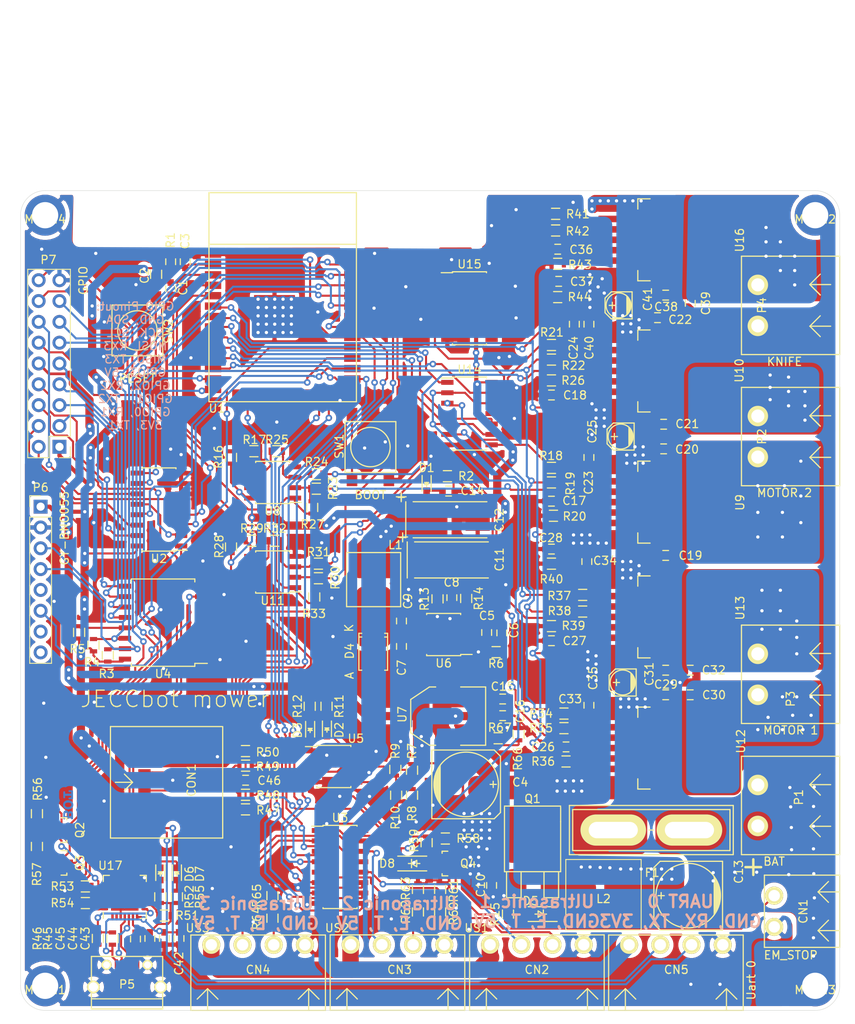
<source format=kicad_pcb>
(kicad_pcb (version 20171130) (host pcbnew 5.1.5+dfsg1-2build2)
  (layers (0 F.Cu signal) (31 B.Cu signal) (34 B.Paste user) (35 F.Paste user) (36 B.SilkS user) (37 F.SilkS user) (38 B.Mask user) (39 F.Mask user) (44 Edge.Cuts user))
  (net 0 "")
  (net 1 GND)
  (net 2 +3V3)
  (net 3 /POWERTRAIN/OUT_B1)
  (net 4 +BATT)
  (net 5 /POWERTRAIN/OUT_B2)
  (net 6 /POWERTRAIN/OUT_A1)
  (net 7 /POWERTRAIN/OUT_A2)
  (net 8 "Net-(C27-Pad1)")
  (net 9 VIO)
  (net 10 "Net-(CON1-Pad8)")
  (net 11 "Net-(CON1-Pad7)")
  (net 12 "Net-(CON1-Pad5)")
  (net 13 "Net-(CON1-Pad3)")
  (net 14 "Net-(CON1-Pad2)")
  (net 15 "Net-(CON1-Pad1)")
  (net 16 "Net-(D1-Pad1)")
  (net 17 "Net-(D2-Pad1)")
  (net 18 "Net-(D3-Pad1)")
  (net 19 SDA)
  (net 20 SCL)
  (net 21 /INT)
  (net 22 /POWERTRAIN/VREF_B)
  (net 23 "Net-(R21-Pad1)")
  (net 24 "Net-(R22-Pad1)")
  (net 25 /POWERTRAIN/VREF_A)
  (net 26 "Net-(R31-Pad1)")
  (net 27 CS)
  (net 28 MOSI)
  (net 29 SCK)
  (net 30 MISO)
  (net 31 "Net-(R37-Pad1)")
  (net 32 TX0_USB)
  (net 33 RX0_USB)
  (net 34 /MUX2_COM2)
  (net 35 /MUX2_B)
  (net 36 "Net-(U1-Pad22)")
  (net 37 "Net-(U1-Pad21)")
  (net 38 "Net-(U1-Pad20)")
  (net 39 /MUX2_A)
  (net 40 "Net-(U1-Pad17)")
  (net 41 "Net-(U1-Pad18)")
  (net 42 "Net-(U1-Pad19)")
  (net 43 /MUX2_COM1)
  (net 44 /RX)
  (net 45 /TX)
  (net 46 "Net-(U1-Pad32)")
  (net 47 /MUX1_B)
  (net 48 /MUX1_A)
  (net 49 INH)
  (net 50 PWM4)
  (net 51 PWM3)
  (net 52 PWM2)
  (net 53 PWM1)
  (net 54 BEMF1)
  (net 55 BEMF2)
  (net 56 IS1)
  (net 57 IS2)
  (net 58 RX2)
  (net 59 RX1)
  (net 60 RX0)
  (net 61 RX3)
  (net 62 TX1)
  (net 63 TX3)
  (net 64 TX2)
  (net 65 TX0)
  (net 66 U3_TRIG)
  (net 67 U2_TRIG)
  (net 68 U1_TRIG)
  (net 69 BAT_LVL1)
  (net 70 U2_ECHO)
  (net 71 BAT_LVL2)
  (net 72 U3_ECHO)
  (net 73 U1_ECHO)
  (net 74 GPIO3)
  (net 75 GPIO2)
  (net 76 GPIO1)
  (net 77 GPIO0)
  (net 78 INT_BNO055)
  (net 79 KNIFE)
  (net 80 EM_STOP)
  (net 81 /POWER/COMP)
  (net 82 "Net-(C6-Pad2)")
  (net 83 /POWER/FB)
  (net 84 /POWER/BUO)
  (net 85 /POWER/BDS)
  (net 86 "Net-(C10-Pad1)")
  (net 87 +5V)
  (net 88 "Net-(C17-Pad1)")
  (net 89 "Net-(C18-Pad1)")
  (net 90 "Net-(C26-Pad1)")
  (net 91 "Net-(C36-Pad1)")
  (net 92 "Net-(C42-Pad1)")
  (net 93 "Net-(CN1-Pad2)")
  (net 94 "Net-(CN2-Pad3)")
  (net 95 "Net-(CN3-Pad3)")
  (net 96 "Net-(CN4-Pad3)")
  (net 97 "Net-(D5-Pad2)")
  (net 98 "Net-(D5-Pad1)")
  (net 99 "Net-(D6-Pad1)")
  (net 100 "Net-(D6-Pad2)")
  (net 101 "Net-(D7-Pad1)")
  (net 102 "Net-(D7-Pad2)")
  (net 103 "Net-(D8-Pad2)")
  (net 104 "Net-(F1-Pad1)")
  (net 105 "Net-(P5-Pad4)")
  (net 106 "Net-(P5-Pad3)")
  (net 107 "Net-(P5-Pad2)")
  (net 108 "Net-(P6-Pad8)")
  (net 109 "Net-(P6-Pad7)")
  (net 110 "Net-(P6-Pad5)")
  (net 111 "Net-(R7-Pad2)")
  (net 112 "Net-(R10-Pad1)")
  (net 113 "Net-(R16-Pad2)")
  (net 114 /POWERTRAIN/IN3)
  (net 115 "Net-(R18-Pad1)")
  (net 116 "Net-(R19-Pad1)")
  (net 117 /POWERTRAIN/IN4)
  (net 118 "Net-(R23-Pad1)")
  (net 119 "Net-(R24-Pad1)")
  (net 120 "Net-(R28-Pad2)")
  (net 121 "Net-(R30-Pad1)")
  (net 122 /POWERTRAIN/IN1)
  (net 123 "Net-(R34-Pad1)")
  (net 124 "Net-(R35-Pad1)")
  (net 125 /POWERTRAIN/IN2)
  (net 126 "Net-(R38-Pad1)")
  (net 127 /KNIFE/IN_KNIFE)
  (net 128 "Net-(R41-Pad1)")
  (net 129 "Net-(R42-Pad1)")
  (net 130 "Net-(R45-Pad1)")
  (net 131 "Net-(R51-Pad1)")
  (net 132 "Net-(R53-Pad1)")
  (net 133 "Net-(R54-Pad1)")
  (net 134 "Net-(U15-Pad11)")
  (net 135 "Net-(U15-Pad8)")
  (net 136 "Net-(U15-Pad6)")
  (net 137 "Net-(U17-Pad27)")
  (net 138 "Net-(U17-Pad23)")
  (net 139 "Net-(U17-Pad22)")
  (net 140 "Net-(U17-Pad21)")
  (net 141 "Net-(U17-Pad20)")
  (net 142 "Net-(U17-Pad17)")
  (net 143 "Net-(U17-Pad16)")
  (net 144 "Net-(U17-Pad15)")
  (net 145 "Net-(U17-Pad14)")
  (net 146 "Net-(U17-Pad13)")
  (net 147 "Net-(U17-Pad12)")
  (net 148 "Net-(U17-Pad11)")
  (net 149 "Net-(U17-Pad10)")
  (net 150 "Net-(U17-Pad2)")
  (net 151 "Net-(U17-Pad1)")
  (net 152 "Net-(C38-Pad2)")
  (net 153 RESET)
  (net 154 "Net-(Q2-Pad2)")
  (net 155 "Net-(Q2-Pad1)")
  (net 156 BOOT)
  (net 157 "Net-(Q3-Pad2)")
  (net 158 "Net-(Q3-Pad1)")
  (net 159 "Net-(R66-Pad1)")
  (module labels:Bot (layer F.Cu) (at 55.8 124.9 90)
    (fp_text reference G*** hide)
    (fp_text value Label hide)
    (fp_poly (pts (xy 1.414032 0.601632) (xy 1.443856 0.601624) (xy 1.471743 0.601611) (xy 1.497697 0.601591) (xy 1.521719 0.601566) (xy 1.543813 0.601535) (xy 1.56398 0.601498) (xy 1.582224 0.601456) (xy 1.598547 0.601407) (xy 1.612951 0.601353) (xy 1.625439 0.601293) (xy 1.636013 0.601227) (xy 1.644676 0.601155) (xy 1.651431 0.601077) (xy 1.656279 0.600994) (xy 1.659224 0.600904) (xy 1.659802 0.600872) (xy 1.674113 0.599518) (xy 1.686661 0.597542) (xy 1.697565 0.594836) (xy 1.706948 0.591294) (xy 1.714931 0.586807) (xy 1.721633 0.581268) (xy 1.727178 0.574571) (xy 1.731684 0.566607) (xy 1.735274 0.557269) (xy 1.738068 0.54645) (xy 1.740188 0.534044) (xy 1.740828 0.529004) (xy 1.741128 0.526321) (xy 1.741417 0.523461) (xy 1.741698 0.52033) (xy 1.741975 0.516836) (xy 1.742252 0.512886) (xy 1.742534 0.508387) (xy 1.742824 0.503246) (xy 1.743126 0.497371) (xy 1.743445 0.490668) (xy 1.743784 0.483044) (xy 1.744147 0.474407) (xy 1.744538 0.464664) (xy 1.744961 0.453722) (xy 1.745421 0.441488) (xy 1.745921 0.427869) (xy 1.746465 0.412772) (xy 1.747058 0.396104) (xy 1.747702 0.377773) (xy 1.748403 0.357686) (xy 1.749164 0.335749) (xy 1.749255 0.333131) (xy 1.750109 0.308219) (xy 1.750882 0.285255) (xy 1.751573 0.264235) (xy 1.752182 0.245153) (xy 1.75271 0.228007) (xy 1.753156 0.212791) (xy 1.75352 0.199501) (xy 1.753804 0.188133) (xy 1.754006 0.178683) (xy 1.754127 0.171146) (xy 1.754167 0.165518) (xy 1.754127 0.161794) (xy 1.754105 0.161193) (xy 1.752851 0.1444) (xy 1.750583 0.129235) (xy 1.747271 0.115641) (xy 1.742885 0.103557) (xy 1.737394 0.092925) (xy 1.730769 0.083684) (xy 1.722979 0.075776) (xy 1.713993 0.069142) (xy 1.704574 0.064079) (xy 1.693472 0.059877) (xy 1.681146 0.056765) (xy 1.66801 0.054765) (xy 1.654477 0.0539) (xy 1.640959 0.054192) (xy 1.627869 0.055663) (xy 1.615621 0.058335) (xy 1.6129 0.059142) (xy 1.600273 0.064001) (xy 1.588672 0.07028) (xy 1.578238 0.077849) (xy 1.569113 0.086579) (xy 1.561438 0.09634) (xy 1.555353 0.107002) (xy 1.55211 0.114953) (xy 1.551425 0.117075) (xy 1.550798 0.11936) (xy 1.550221 0.121915) (xy 1.549689 0.124847) (xy 1.549196 0.128264) (xy 1.548735 0.132271) (xy 1.5483 0.136975) (xy 1.547884 0.142484) (xy 1.547481 0.148905) (xy 1.547086 0.156343) (xy 1.546691 0.164907) (xy 1.546291 0.174702) (xy 1.545879 0.185836) (xy 1.545449 0.198415) (xy 1.544995 0.212546) (xy 1.544509 0.228337) (xy 1.543988 0.245893) (xy 1.543566 0.26035) (xy 1.543152 0.274547) (xy 1.542744 0.288334) (xy 1.542347 0.301567) (xy 1.541965 0.314105) (xy 1.541603 0.325803) (xy 1.541265 0.336519) (xy 1.540957 0.34611) (xy 1.540681 0.354433) (xy 1.540444 0.361345) (xy 1.54025 0.366703) (xy 1.540102 0.370364) (xy 1.540022 0.371964) (xy 1.539448 0.381) (xy 1.3335 0.381) (xy 1.3335 -0.35853) (xy 1.425715 -0.35853) (xy 1.441573 -0.358541) (xy 1.456449 -0.358574) (xy 1.470238 -0.358627) (xy 1.482836 -0.3587) (xy 1.494136 -0.358791) (xy 1.504035 -0.358899) (xy 1.512427 -0.359024) (xy 1.519207 -0.359164) (xy 1.524271 -0.359319) (xy 1.527514 -0.359487) (xy 1.528048 -0.359533) (xy 1.543876 -0.36168) (xy 1.558076 -0.364844) (xy 1.570711 -0.36906) (xy 1.581841 -0.374361) (xy 1.591528 -0.380783) (xy 1.599834 -0.38836) (xy 1.60682 -0.397126) (xy 1.612438 -0.406888) (xy 1.61639 -0.416154) (xy 1.619437 -0.425948) (xy 1.621634 -0.436564) (xy 1.623035 -0.448296) (xy 1.623695 -0.461439) (xy 1.623764 -0.467946) (xy 1.623336 -0.482849) (xy 1.622015 -0.496192) (xy 1.619747 -0.50818) (xy 1.616483 -0.519015) (xy 1.612171 -0.528902) (xy 1.606758 -0.538044) (xy 1.605576 -0.53975) (xy 1.598248 -0.548541) (xy 1.589543 -0.556181) (xy 1.579397 -0.562705) (xy 1.567745 -0.56815) (xy 1.554522 -0.572553) (xy 1.541436 -0.575612) (xy 1.53035 -0.577767) (xy 1.208942 -0.577933) (xy 1.183923 -0.577943) (xy 1.159369 -0.577949) (xy 1.135356 -0.577949) (xy 1.111957 -0.577944) (xy 1.089247 -0.577935) (xy 1.0673 -0.577921) (xy 1.046191 -0.577903) (xy 1.025994 -0.57788) (xy 1.006783 -0.577854) (xy 0.988632 -0.577823) (xy 0.971616 -0.577789) (xy 0.95581 -0.577751) (xy 0.941286 -0.577709) (xy 0.928121 -0.577664) (xy 0.916387 -0.577616) (xy 0.90616 -0.577565) (xy 0.897513 -0.577511) (xy 0.890522 -0.577455) (xy 0.885259 -0.577395) (xy 0.881801 -0.577333) (xy 0.88022 -0.577269) (xy 0.880207 -0.577268) (xy 0.864159 -0.57481) (xy 0.849688 -0.571238) (xy 0.836746 -0.566522) (xy 0.825285 -0.560632) (xy 0.815257 -0.553537) (xy 0.806612 -0.545207) (xy 0.799304 -0.535611) (xy 0.793283 -0.524719) (xy 0.792012 -0.521881) (xy 0.788425 -0.511691) (xy 0.785719 -0.500132) (xy 0.783904 -0.487584) (xy 0.78299 -0.474427) (xy 0.782985 -0.46104) (xy 0.783898 -0.447803) (xy 0.78574 -0.435096) (xy 0.78852 -0.423298) (xy 0.789511 -0.420077) (xy 0.794353 -0.408107) (xy 0.800647 -0.397444) (xy 0.808383 -0.388096) (xy 0.817551 -0.380071) (xy 0.828143 -0.373378) (xy 0.840148 -0.368026) (xy 0.850099 -0.364889) (xy 0.853446 -0.363998) (xy 0.856492 -0.363206) (xy 0.859367 -0.362506) (xy 0.8622 -0.361892) (xy 0.865123 -0.361357) (xy 0.868264 -0.360897) (xy 0.871753 -0.360503) (xy 0.87572 -0.360171) (xy 0.880294 -0.359894) (xy 0.885606 -0.359666) (xy 0.891785 -0.35948) (xy 0.898961 -0.35933) (xy 0.907263 -0.359211) (xy 0.916822 -0.359115) (xy 0.927767 -0.359037) (xy 0.940227 -0.35897) (xy 0.954333 -0.358909) (xy 0.970214 -0.358846) (xy 0.976679 -0.358821) (xy 1.075592 -0.358436) (xy 1.075592 0.381) (xy 0.869628 0.381) (xy 0.869079 0.373918) (xy 0.868977 0.371982) (xy 0.868826 0.368232) (xy 0.868629 0.362806) (xy 0.868393 0.355842) (xy 0.868119 0.347478) (xy 0.867814 0.337853) (xy 0.867482 0.327106) (xy 0.867126 0.315375) (xy 0.866751 0.302797) (xy 0.866362 0.289513) (xy 0.865962 0.275659) (xy 0.865597 0.262793) (xy 0.865077 0.244336) (xy 0.86461 0.227727) (xy 0.864192 0.212863) (xy 0.863817 0.199639) (xy 0.86348 0.187951) (xy 0.863178 0.177695) (xy 0.862905 0.168766) (xy 0.862657 0.161061) (xy 0.862429 0.154474) (xy 0.862216 0.148902) (xy 0.862014 0.14424) (xy 0.861818 0.140384) (xy 0.861624 0.137231) (xy 0.861426 0.134674) (xy 0.861221 0.132611) (xy 0.861002 0.130937) (xy 0.860767 0.129548) (xy 0.860509 0.128339) (xy 0.860225 0.127206) (xy 0.859909 0.126046) (xy 0.859558 0.124753) (xy 0.859379 0.12407) (xy 0.855967 0.112715) (xy 0.851896 0.102865) (xy 0.846949 0.094124) (xy 0.840907 0.086095) (xy 0.835334 0.080108) (xy 0.825665 0.07188) (xy 0.814803 0.065192) (xy 0.802762 0.060048) (xy 0.789558 0.056455) (xy 0.775207 0.054417) (xy 0.759723 0.05394) (xy 0.756138 0.054046) (xy 0.740269 0.055298) (xy 0.725876 0.057751) (xy 0.712923 0.061444) (xy 0.701374 0.066415) (xy 0.691193 0.072702) (xy 0.682345 0.080344) (xy 0.674793 0.089379) (xy 0.668502 0.099845) (xy 0.663435 0.11178) (xy 0.659558 0.125223) (xy 0.656833 0.140213) (xy 0.655226 0.156787) (xy 0.654953 0.16217) (xy 0.654928 0.164567) (xy 0.654972 0.168788) (xy 0.655078 0.174707) (xy 0.655243 0.182193) (xy 0.655463 0.191121) (xy 0.655733 0.201361) (xy 0.656049 0.212786) (xy 0.656407 0.225268) (xy 0.656803 0.238678) (xy 0.657233 0.25289) (xy 0.657691 0.267774) (xy 0.658175 0.283203) (xy 0.65868 0.299049) (xy 0.659202 0.315184) (xy 0.659736 0.33148) (xy 0.660278 0.347808) (xy 0.660825 0.364042) (xy 0.661371 0.380053) (xy 0.661913 0.395713) (xy 0.662447 0.410895) (xy 0.662967 0.425469) (xy 0.663471 0.439309) (xy 0.663954 0.452285) (xy 0.664411 0.464272) (xy 0.664838 0.475139) (xy 0.665232 0.48476) (xy 0.665588 0.493006) (xy 0.665901 0.499749) (xy 0.666168 0.504862) (xy 0.666299 0.507023) (xy 0.667472 0.521667) (xy 0.668973 0.534519) (xy 0.670864 0.545724) (xy 0.673205 0.555426) (xy 0.676058 0.563769) (xy 0.679482 0.570898) (xy 0.683541 0.576957) (xy 0.688294 0.58209) (xy 0.693803 0.586441) (xy 0.700128 0.590154) (xy 0.701836 0.590996) (xy 0.706732 0.593163) (xy 0.711664 0.59495) (xy 0.717089 0.596485) (xy 0.723468 0.597895) (xy 0.731259 0.599307) (xy 0.732741 0.599553) (xy 0.733627 0.599686) (xy 0.734671 0.599811) (xy 0.735926 0.59993) (xy 0.737445 0.600043) (xy 0.739282 0.600149) (xy 0.74149 0.600249) (xy 0.744122 0.600343) (xy 0.747232 0.600431) (xy 0.750873 0.600515) (xy 0.755099 0.600593) (xy 0.759962 0.600666) (xy 0.765517 0.600735) (xy 0.771816 0.600799) (xy 0.778913 0.600859) (xy 0.786861 0.600915) (xy 0.795714 0.600968) (xy 0.805525 0.601017) (xy 0.816348 0.601062) (xy 0.828235 0.601105) (xy 0.84124 0.601145) (xy 0.855417 0.601182) (xy 0.870819 0.601217) (xy 0.887499 0.60125) (xy 0.90551 0.601281) (xy 0.924906 0.60131) (xy 0.945741 0.601338) (xy 0.968067 0.601365) (xy 0.991939 0.601391) (xy 1.017409 0.601416) (xy 1.04453 0.60144) (xy 1.073357 0.601465) (xy 1.103942 0.601489) (xy 1.136339 0.601514) (xy 1.170601 0.601539) (xy 1.194288 0.601556) (xy 1.235782 0.601583) (xy 1.275325 0.601604) (xy 1.312918 0.60162) (xy 1.348566 0.60163) (xy 1.38227 0.601634) (xy 1.414032 0.601632)) (layer B.Cu) (width 0.01))
    (fp_poly (pts (xy -1.302587 0.599719) (xy -1.285014 0.599706) (xy -1.268847 0.599684) (xy -1.254008 0.599649) (xy -1.240419 0.599603) (xy -1.228002 0.599543) (xy -1.216679 0.59947) (xy -1.20637 0.599381) (xy -1.196999 0.599278) (xy -1.188487 0.599158) (xy -1.180755 0.599021) (xy -1.173726 0.598866) (xy -1.16732 0.598693) (xy -1.161461 0.5985) (xy -1.15607 0.598287) (xy -1.151068 0.598052) (xy -1.146378 0.597796) (xy -1.14192 0.597517) (xy -1.137618 0.597215) (xy -1.133392 0.596888) (xy -1.129165 0.596536) (xy -1.127369 0.596381) (xy -1.095726 0.592947) (xy -1.065513 0.588311) (xy -1.036743 0.582479) (xy -1.009429 0.575461) (xy -0.983583 0.567264) (xy -0.959219 0.557895) (xy -0.936348 0.547363) (xy -0.914985 0.535675) (xy -0.895142 0.52284) (xy -0.876831 0.508865) (xy -0.860066 0.493758) (xy -0.844858 0.477526) (xy -0.831222 0.460179) (xy -0.81917 0.441722) (xy -0.808714 0.422166) (xy -0.799868 0.401516) (xy -0.79706 0.393761) (xy -0.792253 0.378755) (xy -0.788308 0.363965) (xy -0.78515 0.348977) (xy -0.782704 0.333376) (xy -0.780895 0.316749) (xy -0.779649 0.29868) (xy -0.77956 0.296949) (xy -0.779176 0.272213) (xy -0.780514 0.248332) (xy -0.783568 0.225324) (xy -0.788332 0.203208) (xy -0.794801 0.182003) (xy -0.80297 0.161727) (xy -0.812832 0.142399) (xy -0.824383 0.124038) (xy -0.83496 0.109903) (xy -0.843873 0.099647) (xy -0.854217 0.089125) (xy -0.865576 0.078701) (xy -0.877532 0.068741) (xy -0.889666 0.05961) (xy -0.901551 0.05168) (xy -0.910369 0.046209) (xy -0.898463 0.041494) (xy -0.873716 0.030921) (xy -0.850715 0.019491) (xy -0.829443 0.007181) (xy -0.809882 -0.006028) (xy -0.792012 -0.020158) (xy -0.775816 -0.035229) (xy -0.761276 -0.051263) (xy -0.748373 -0.06828) (xy -0.737089 -0.086301) (xy -0.727405 -0.105347) (xy -0.719304 -0.125438) (xy -0.712766 -0.146596) (xy -0.707774 -0.168841) (xy -0.706379 -0.176946) (xy -0.704922 -0.186754) (xy -0.703807 -0.195887) (xy -0.702997 -0.204854) (xy -0.702458 -0.214163) (xy -0.702153 -0.22432) (xy -0.702045 -0.235834) (xy -0.702043 -0.23788) (xy -0.70219 -0.251335) (xy -0.702646 -0.263348) (xy -0.703454 -0.274413) (xy -0.704656 -0.285023) (xy -0.706291 -0.295674) (xy -0.707418 -0.301869) (xy -0.713127 -0.326764) (xy -0.720568 -0.350767) (xy -0.729722 -0.373842) (xy -0.740567 -0.395958) (xy -0.753085 -0.417081) (xy -0.767255 -0.437178) (xy -0.783058 -0.456216) (xy -0.800473 -0.474162) (xy -0.819481 -0.490983) (xy -0.822661 -0.493561) (xy -0.842802 -0.508521) (xy -0.863996 -0.52196) (xy -0.886285 -0.533895) (xy -0.909709 -0.544341) (xy -0.934309 -0.553313) (xy -0.960125 -0.560828) (xy -0.987197 -0.566899) (xy -1.015567 -0.571544) (xy -1.03141 -0.573462) (xy -1.035109 -0.573859) (xy -1.038559 -0.574231) (xy -1.041831 -0.574579) (xy -1.044996 -0.574902) (xy -1.048123 -0.575203) (xy -1.051284 -0.575481) (xy -1.054549 -0.575739) (xy -1.057988 -0.575976) (xy -1.061673 -0.576193) (xy -1.065675 -0.576392) (xy -1.070062 -0.576574) (xy -1.074908 -0.576739) (xy -1.08028 -0.576888) (xy -1.086252 -0.577022) (xy -1.092893 -0.577142) (xy -1.100273 -0.577249) (xy -1.108464 -0.577344) (xy -1.117535 -0.577427) (xy -1.127558 -0.5775) (xy -1.138604 -0.577563) (xy -1.150742 -0.577618) (xy -1.164044 -0.577665) (xy -1.17858 -0.577705) (xy -1.194421 -0.57774) (xy -1.211636 -0.577769) (xy -1.230298 -0.577794) (xy -1.250477 -0.577816) (xy -1.272242 -0.577835) (xy -1.295666 -0.577853) (xy -1.320817 -0.57787) (xy -1.347768 -0.577888) (xy -1.376589 -0.577906) (xy -1.382346 -0.57791) (xy -1.407293 -0.577924) (xy -1.431696 -0.577932) (xy -1.455483 -0.577935) (xy -1.47858 -0.577932) (xy -1.500915 -0.577924) (xy -1.522415 -0.577911) (xy -1.543005 -0.577893) (xy -1.562614 -0.57787) (xy -1.581168 -0.577843) (xy -1.598593 -0.577811) (xy -1.614817 -0.577774) (xy -1.629766 -0.577734) (xy -1.643368 -0.577689) (xy -1.65555 -0.577641) (xy -1.666237 -0.577589) (xy -1.675357 -0.577533) (xy -1.682837 -0.577474) (xy -1.688604 -0.577411) (xy -1.692585 -0.577346) (xy -1.694705 -0.577277) (xy -1.694962 -0.577257) (xy -1.710734 -0.574813) (xy -1.724879 -0.571335) (xy -1.737459 -0.566774) (xy -1.748532 -0.561081) (xy -1.758159 -0.554208) (xy -1.7664 -0.546108) (xy -1.773316 -0.53673) (xy -1.778966 -0.526028) (xy -1.783412 -0.513951) (xy -1.78598 -0.504016) (xy -1.786697 -0.500538) (xy -1.787244 -0.497293) (xy -1.787643 -0.493934) (xy -1.787918 -0.490113) (xy -1.788091 -0.485484) (xy -1.788184 -0.479699) (xy -1.788222 -0.472411) (xy -1.788226 -0.4699) (xy -1.788186 -0.460762) (xy -1.788012 -0.453201) (xy -1.787653 -0.446842) (xy -1.787057 -0.44131) (xy -1.786172 -0.436229) (xy -1.784946 -0.431224) (xy -1.783327 -0.42592) (xy -1.781364 -0.420222) (xy -1.777868 -0.411557) (xy -1.77386 -0.404043) (xy -1.768959 -0.397087) (xy -1.762782 -0.390096) (xy -1.760517 -0.387797) (xy -1.756314 -0.383714) (xy -1.752859 -0.380662) (xy -1.74958 -0.378226) (xy -1.745908 -0.375995) (xy -1.741273 -0.373555) (xy -1.7399 -0.372865) (xy -1.730448 -0.368625) (xy -1.723771 -0.366346) (xy -1.417516 -0.366346) (xy -1.329348 -0.36634) (xy -1.315748 -0.366328) (xy -1.302247 -0.366295) (xy -1.289038 -0.366242) (xy -1.276311 -0.366171) (xy -1.264257 -0.366085) (xy -1.253067 -0.365983) (xy -1.242932 -0.365869) (xy -1.234042 -0.365744) (xy -1.22659 -0.365609) (xy -1.220766 -0.365467) (xy -1.217735 -0.365362) (xy -1.191146 -0.363909) (xy -1.16637 -0.361815) (xy -1.143366 -0.359058) (xy -1.122095 -0.355616) (xy -1.102514 -0.351468) (xy -1.084585 -0.34659) (xy -1.068266 -0.340961) (xy -1.053516 -0.334559) (xy -1.040296 -0.327361) (xy -1.028565 -0.319346) (xy -1.018283 -0.310491) (xy -1.009408 -0.300775) (xy -1.001901 -0.290174) (xy -0.995721 -0.278668) (xy -0.990827 -0.266234) (xy -0.987179 -0.25285) (xy -0.984736 -0.238493) (xy -0.984695 -0.238158) (xy -0.984234 -0.232703) (xy -0.983976 -0.225878) (xy -0.983909 -0.218156) (xy -0.984023 -0.210011) (xy -0.984305 -0.201918) (xy -0.984743 -0.194351) (xy -0.985327 -0.187783) (xy -0.986045 -0.18269) (xy -0.986048 -0.182671) (xy -0.989645 -0.167489) (xy -0.994572 -0.15354) (xy -1.000875 -0.140779) (xy -1.008599 -0.129165) (xy -1.017793 -0.118652) (xy -1.028502 -0.1092) (xy -1.040773 -0.100763) (xy -1.054651 -0.0933) (xy -1.070184 -0.086766) (xy -1.087418 -0.081118) (xy -1.098239 -0.078226) (xy -1.110054 -0.075562) (xy -1.122966 -0.073165) (xy -1.13716 -0.071007) (xy -1.152821 -0.069062) (xy -1.170133 -0.067304) (xy -1.181589 -0.066311) (xy -1.185021 -0.066114) (xy -1.19035 -0.065925) (xy -1.197521 -0.065746) (xy -1.206477 -0.065576) (xy -1.217162 -0.065417) (xy -1.22952 -0.06527) (xy -1.243495 -0.065134) (xy -1.25903 -0.065011) (xy -1.276069 -0.064902) (xy -1.294556 -0.064807) (xy -1.306391 -0.064756) (xy -1.417516 -0.064319) (xy -1.417516 -0.366346) (xy -1.723771 -0.366346) (xy -1.720875 -0.365358) (xy -1.710811 -0.362988) (xy -1.699886 -0.361442) (xy -1.687731 -0.360645) (xy -1.678598 -0.360492) (xy -1.664677 -0.360484) (xy -1.664677 0.135577) (xy -1.417516 0.135577) (xy -1.329837 0.136072) (xy -1.31335 0.136172) (xy -1.298683 0.136277) (xy -1.2857 0.136391) (xy -1.274266 0.136515) (xy -1.264247 0.136653) (xy -1.255507 0.136806) (xy -1.247912 0.136978) (xy -1.241326 0.13717) (xy -1.235616 0.137387) (xy -1.230646 0.137629) (xy -1.226282 0.137901) (xy -1.22317 0.138138) (xy -1.202667 0.140172) (xy -1.183952 0.14275) (xy -1.16693 0.145904) (xy -1.151502 0.149668) (xy -1.137572 0.154074) (xy -1.125043 0.159156) (xy -1.113817 0.164946) (xy -1.103798 0.171478) (xy -1.094889 0.178784) (xy -1.090224 0.183356) (xy -1.082283 0.192681) (xy -1.075987 0.20246) (xy -1.071025 0.213205) (xy -1.069326 0.217947) (xy -1.066139 0.22986) (xy -1.064024 0.242917) (xy -1.062992 0.25662) (xy -1.063056 0.270473) (xy -1.064225 0.283978) (xy -1.066512 0.296639) (xy -1.067463 0.300364) (xy -1.07198 0.31335) (xy -1.07807 0.325226) (xy -1.085742 0.335999) (xy -1.095003 0.345673) (xy -1.105863 0.354256) (xy -1.118328 0.361753) (xy -1.132407 0.368169) (xy -1.148107 0.373512) (xy -1.165437 0.377786) (xy -1.17475 0.37953) (xy -1.179021 0.38025) (xy -1.18294 0.380891) (xy -1.186639 0.381461) (xy -1.19025 0.381962) (xy -1.193907 0.3824) (xy -1.197742 0.38278) (xy -1.201888 0.383107) (xy -1.206477 0.383386) (xy -1.211642 0.383621) (xy -1.217515 0.383818) (xy -1.22423 0.383982) (xy -1.231919 0.384116) (xy -1.240715 0.384227) (xy -1.25075 0.384319) (xy -1.262157 0.384397) (xy -1.275069 0.384465) (xy -1.289618 0.38453) (xy -1.305937 0.384595) (xy -1.312741 0.384622) (xy -1.417516 0.385027) (xy -1.417516 0.135577) (xy -1.664677 0.135577) (xy -1.664677 0.379047) (xy -1.675254 0.379047) (xy -1.692098 0.379681) (xy -1.707492 0.381595) (xy -1.721476 0.38481) (xy -1.734091 0.389343) (xy -1.745379 0.395213) (xy -1.755381 0.402439) (xy -1.764137 0.41104) (xy -1.771688 0.421035) (xy -1.773714 0.424291) (xy -1.779282 0.435297) (xy -1.783546 0.447453) (xy -1.786529 0.460857) (xy -1.788253 0.475605) (xy -1.788746 0.490078) (xy -1.788572 0.500863) (xy -1.788016 0.510193) (xy -1.787031 0.51854) (xy -1.785569 0.526374) (xy -1.784712 0.529981) (xy -1.780921 0.542234) (xy -1.776049 0.553123) (xy -1.770009 0.562718) (xy -1.762716 0.57109) (xy -1.754082 0.578309) (xy -1.744021 0.584445) (xy -1.732447 0.589568) (xy -1.719274 0.593749) (xy -1.704414 0.597058) (xy -1.70165 0.59755) (xy -1.700508 0.597732) (xy -1.699231 0.597902) (xy -1.697747 0.598059) (xy -1.695982 0.598205) (xy -1.693862 0.598339) (xy -1.691316 0.598463) (xy -1.688268 0.598576) (xy -1.684648 0.598681) (xy -1.68038 0.598777) (xy -1.675392 0.598864) (xy -1.66961 0.598944) (xy -1.662962 0.599016) (xy -1.655375 0.599083) (xy -1.646774 0.599143) (xy -1.637087 0.599198) (xy -1.626241 0.599248) (xy -1.614162 0.599294) (xy -1.600778 0.599337) (xy -1.586014 0.599377) (xy -1.569798 0.599414) (xy -1.552057 0.599449) (xy -1.532717 0.599483) (xy -1.511706 0.599517) (xy -1.488949 0.59955) (xy -1.464374 0.599584) (xy -1.441939 0.599614) (xy -1.414285 0.599648) (xy -1.388507 0.599677) (xy -1.364526 0.599699) (xy -1.342265 0.599714) (xy -1.321644 0.599721) (xy -1.302587 0.599719)) (layer B.Cu) (width 0.01))
    (fp_poly (pts (xy -0.006759 0.631579) (xy 0.004256 0.63139) (xy 0.014512 0.631092) (xy 0.023677 0.630683) (xy 0.03142 0.630163) (xy 0.035169 0.629807) (xy 0.055986 0.627287) (xy 0.075289 0.624428) (xy 0.0935 0.62114) (xy 0.111045 0.617334) (xy 0.128345 0.612918) (xy 0.145825 0.607803) (xy 0.159727 0.603313) (xy 0.189672 0.592271) (xy 0.218657 0.579544) (xy 0.246646 0.565171) (xy 0.273601 0.549191) (xy 0.299486 0.53164) (xy 0.324264 0.512559) (xy 0.347898 0.491983) (xy 0.370352 0.469953) (xy 0.391587 0.446505) (xy 0.411568 0.421679) (xy 0.430257 0.395512) (xy 0.447617 0.368041) (xy 0.463613 0.339307) (xy 0.478206 0.309346) (xy 0.49136 0.278196) (xy 0.501793 0.249604) (xy 0.511503 0.21854) (xy 0.519733 0.186937) (xy 0.526518 0.154609) (xy 0.531891 0.121372) (xy 0.535889 0.087041) (xy 0.538389 0.05422) (xy 0.53868 0.047592) (xy 0.538888 0.039448) (xy 0.539016 0.030118) (xy 0.539067 0.019935) (xy 0.539046 0.009231) (xy 0.538954 -0.001661) (xy 0.538795 -0.012409) (xy 0.538573 -0.022682) (xy 0.538291 -0.032146) (xy 0.537951 -0.04047) (xy 0.537558 -0.047322) (xy 0.537366 -0.049823) (xy 0.533534 -0.086235) (xy 0.528359 -0.121306) (xy 0.521813 -0.155141) (xy 0.513869 -0.187844) (xy 0.504498 -0.219521) (xy 0.493671 -0.250276) (xy 0.481361 -0.280214) (xy 0.467539 -0.30944) (xy 0.467441 -0.309634) (xy 0.451655 -0.338854) (xy 0.434449 -0.366846) (xy 0.415867 -0.393552) (xy 0.395957 -0.418917) (xy 0.374765 -0.442887) (xy 0.352335 -0.465405) (xy 0.328714 -0.486417) (xy 0.306265 -0.50415) (xy 0.280287 -0.522301) (xy 0.253318 -0.538784) (xy 0.225417 -0.553584) (xy 0.19664 -0.566683) (xy 0.167042 -0.578064) (xy 0.136682 -0.58771) (xy 0.105614 -0.595604) (xy 0.073897 -0.601729) (xy 0.041585 -0.606068) (xy 0.008737 -0.608605) (xy -0.024591 -0.609322) (xy -0.043473 -0.608922) (xy -0.056875 -0.608196) (xy -0.071552 -0.606985) (xy -0.086906 -0.605359) (xy -0.102339 -0.603391) (xy -0.117254 -0.601153) (xy -0.131052 -0.598717) (xy -0.135585 -0.597815) (xy -0.167304 -0.590343) (xy -0.198079 -0.581172) (xy -0.227955 -0.570283) (xy -0.256974 -0.557653) (xy -0.285179 -0.543262) (xy -0.312614 -0.52709) (xy -0.339322 -0.509115) (xy -0.365347 -0.489316) (xy -0.372208 -0.4837) (xy -0.377378 -0.479222) (xy -0.383574 -0.473558) (xy -0.39052 -0.466983) (xy -0.397944 -0.459772) (xy -0.405573 -0.452199) (xy -0.413131 -0.444539) (xy -0.420346 -0.437066) (xy -0.426944 -0.430054) (xy -0.432651 -0.423779) (xy -0.437113 -0.418611) (xy -0.458294 -0.391591) (xy -0.477822 -0.363531) (xy -0.495695 -0.334438) (xy -0.511911 -0.304319) (xy -0.526466 -0.273181) (xy -0.539359 -0.24103) (xy -0.550587 -0.207874) (xy -0.560147 -0.17372) (xy -0.568036 -0.138575) (xy -0.574252 -0.102445) (xy -0.578793 -0.065338) (xy -0.581349 -0.032772) (xy -0.581638 -0.026309) (xy -0.581849 -0.018324) (xy -0.581986 -0.009138) (xy -0.58204 -0.000455) (xy -0.294634 -0.000455) (xy -0.293621 -0.029944) (xy -0.291518 -0.058925) (xy -0.288335 -0.087079) (xy -0.284078 -0.114087) (xy -0.281256 -0.128465) (xy -0.275008 -0.154613) (xy -0.267548 -0.179709) (xy -0.258925 -0.203629) (xy -0.249192 -0.226249) (xy -0.238397 -0.247445) (xy -0.226592 -0.267092) (xy -0.222932 -0.272561) (xy -0.209336 -0.290791) (xy -0.194675 -0.307408) (xy -0.178981 -0.322392) (xy -0.162286 -0.335722) (xy -0.144624 -0.347378) (xy -0.126025 -0.357338) (xy -0.106523 -0.365583) (xy -0.086149 -0.372092) (xy -0.064937 -0.376843) (xy -0.05715 -0.378113) (xy -0.05305 -0.378619) (xy -0.047698 -0.379143) (xy -0.041793 -0.37962) (xy -0.036146 -0.379984) (xy -0.030507 -0.380259) (xy -0.025488 -0.380411) (xy -0.020608 -0.380437) (xy -0.015388 -0.380328) (xy -0.009349 -0.380079) (xy -0.002011 -0.379684) (xy 0.000977 -0.379509) (xy 0.019362 -0.377582) (xy 0.038114 -0.374031) (xy 0.056731 -0.368982) (xy 0.074708 -0.36256) (xy 0.082802 -0.3591) (xy 0.101423 -0.349617) (xy 0.119066 -0.338463) (xy 0.135712 -0.325669) (xy 0.151343 -0.311264) (xy 0.165939 -0.295281) (xy 0.179483 -0.27775) (xy 0.191954 -0.258701) (xy 0.203335 -0.238166) (xy 0.213606 -0.216175) (xy 0.222749 -0.192759) (xy 0.230746 -0.167949) (xy 0.237576 -0.141776) (xy 0.243222 -0.11427) (xy 0.247141 -0.089388) (xy 0.248897 -0.075691) (xy 0.250318 -0.062613) (xy 0.25143 -0.049738) (xy 0.252259 -0.036649) (xy 0.252829 -0.022928) (xy 0.253168 -0.00816) (xy 0.2533 0.008072) (xy 0.253304 0.010747) (xy 0.252957 0.038171) (xy 0.251865 0.064027) (xy 0.249995 0.088563) (xy 0.247315 0.11203) (xy 0.243794 0.134676) (xy 0.2394 0.156752) (xy 0.2341 0.178507) (xy 0.230027 0.193029) (xy 0.224528 0.210112) (xy 0.218115 0.227331) (xy 0.210985 0.244238) (xy 0.203333 0.260383) (xy 0.195356 0.27532) (xy 0.190017 0.284285) (xy 0.182109 0.29608) (xy 0.173069 0.308066) (xy 0.163253 0.319835) (xy 0.153019 0.330978) (xy 0.142723 0.341088) (xy 0.132861 0.349644) (xy 0.115906 0.362036) (xy 0.09788 0.37283) (xy 0.078917 0.381966) (xy 0.059149 0.389384) (xy 0.03871 0.395023) (xy 0.026301 0.397508) (xy 0.007613 0.400003) (xy -0.011741 0.401216) (xy -0.031296 0.40116) (xy -0.050589 0.399845) (xy -0.069156 0.397284) (xy -0.081696 0.394703) (xy -0.102389 0.388824) (xy -0.122123 0.381256) (xy -0.140882 0.37202) (xy -0.158649 0.361141) (xy -0.175407 0.34864) (xy -0.191139 0.33454) (xy -0.20583 0.318863) (xy -0.219462 0.301632) (xy -0.232019 0.282869) (xy -0.243484 0.262597) (xy -0.253841 0.240838) (xy -0.263072 0.217615) (xy -0.271162 0.19295) (xy -0.278093 0.166866) (xy -0.283849 0.139385) (xy -0.287626 0.116209) (xy -0.291054 0.087874) (xy -0.293358 0.058773) (xy -0.294549 0.029224) (xy -0.294634 -0.000455) (xy -0.58204 -0.000455) (xy -0.582049 0.00093) (xy -0.582044 0.01156) (xy -0.581972 0.022432) (xy -0.581836 0.033228) (xy -0.58164 0.043627) (xy -0.581387 0.05331) (xy -0.581078 0.061957) (xy -0.580718 0.069249) (xy -0.580365 0.074247) (xy -0.577234 0.104975) (xy -0.573266 0.134218) (xy -0.568398 0.162281) (xy -0.562567 0.189472) (xy -0.555712 0.216097) (xy -0.54777 0.242464) (xy -0.543986 0.253858) (xy -0.53219 0.285639) (xy -0.518879 0.316349) (xy -0.504092 0.345939) (xy -0.487868 0.374357) (xy -0.470245 0.401552) (xy -0.451264 0.427473) (xy -0.430962 0.45207) (xy -0.409379 0.47529) (xy -0.386554 0.497084) (xy -0.362525 0.517399) (xy -0.337333 0.536186) (xy -0.318312 0.548854) (xy -0.291934 0.564545) (xy -0.264929 0.578552) (xy -0.237204 0.590908) (xy -0.208664 0.601644) (xy -0.179216 0.61079) (xy -0.148767 0.618378) (xy -0.117223 0.62444) (xy -0.084492 0.629007) (xy -0.077177 0.629809) (xy -0.07016 0.630393) (xy -0.061575 0.630866) (xy -0.051754 0.63123) (xy -0.041029 0.631482) (xy -0.029734 0.631625) (xy -0.018199 0.631657) (xy -0.006759 0.631579)) (layer B.Cu) (width 0.01))
  )
  (module labels:Top (layer F.Cu) (at 53.8 115.7 90)
    (fp_text reference G*** hide)
    (fp_text value Label hide)
    (fp_poly (pts (xy 1.184742 -0.619251) (xy 1.208114 -0.619246) (xy 1.229712 -0.619238) (xy 1.249622 -0.619225) (xy 1.26793 -0.619206) (xy 1.284722 -0.61918) (xy 1.300084 -0.619146) (xy 1.314102 -0.619101) (xy 1.326862 -0.619046) (xy 1.33845 -0.618979) (xy 1.348952 -0.618899) (xy 1.358454 -0.618805) (xy 1.367042 -0.618695) (xy 1.374802 -0.618569) (xy 1.38182 -0.618425) (xy 1.388182 -0.618261) (xy 1.393974 -0.618078) (xy 1.399281 -0.617873) (xy 1.404191 -0.617646) (xy 1.408789 -0.617395) (xy 1.413161 -0.61712) (xy 1.417393 -0.616818) (xy 1.421571 -0.616489) (xy 1.42578 -0.616132) (xy 1.430108 -0.615745) (xy 1.43464 -0.615327) (xy 1.437132 -0.615095) (xy 1.471749 -0.611207) (xy 1.504946 -0.606138) (xy 1.53668 -0.599899) (xy 1.566911 -0.5925) (xy 1.595595 -0.583954) (xy 1.622692 -0.574271) (xy 1.648159 -0.563462) (xy 1.667099 -0.554134) (xy 1.690604 -0.540755) (xy 1.712462 -0.526186) (xy 1.732674 -0.510425) (xy 1.751241 -0.493472) (xy 1.768164 -0.475325) (xy 1.783443 -0.455984) (xy 1.797078 -0.435448) (xy 1.809071 -0.413715) (xy 1.819422 -0.390786) (xy 1.828131 -0.366658) (xy 1.8352 -0.341331) (xy 1.840429 -0.315976) (xy 1.843815 -0.292106) (xy 1.845971 -0.26704) (xy 1.846891 -0.241206) (xy 1.846567 -0.215033) (xy 1.844992 -0.188949) (xy 1.842918 -0.169164) (xy 1.838481 -0.140823) (xy 1.832422 -0.113702) (xy 1.824743 -0.087806) (xy 1.81545 -0.063137) (xy 1.804546 -0.039699) (xy 1.792034 -0.017495) (xy 1.777919 0.003472) (xy 1.762204 0.023198) (xy 1.744893 0.041681) (xy 1.725991 0.058917) (xy 1.7055 0.074903) (xy 1.683425 0.089636) (xy 1.65977 0.103112) (xy 1.634538 0.115329) (xy 1.607734 0.126283) (xy 1.57936 0.13597) (xy 1.549422 0.144389) (xy 1.517922 0.151535) (xy 1.484865 0.157405) (xy 1.450255 0.161997) (xy 1.44526 0.16254) (xy 1.439144 0.163184) (xy 1.433509 0.163761) (xy 1.428211 0.164275) (xy 1.423111 0.164732) (xy 1.418066 0.165134) (xy 1.412935 0.165486) (xy 1.407577 0.165792) (xy 1.401849 0.166056) (xy 1.395611 0.166282) (xy 1.388721 0.166474) (xy 1.381038 0.166637) (xy 1.37242 0.166773) (xy 1.362725 0.166889) (xy 1.351813 0.166986) (xy 1.339542 0.167071) (xy 1.32577 0.167146) (xy 1.310356 0.167215) (xy 1.293158 0.167284) (xy 1.27889 0.167337) (xy 1.159256 0.16778) (xy 1.159256 0.378968) (xy 1.219531 0.378968) (xy 1.231969 0.378987) (xy 1.243751 0.379043) (xy 1.25469 0.379132) (xy 1.264596 0.379253) (xy 1.273281 0.379401) (xy 1.280557 0.379574) (xy 1.286234 0.37977) (xy 1.290123 0.379985) (xy 1.290905 0.380052) (xy 1.307596 0.382347) (xy 1.322626 0.385806) (xy 1.336003 0.390432) (xy 1.347733 0.39623) (xy 1.357824 0.403202) (xy 1.366282 0.411351) (xy 1.369436 0.41524) (xy 1.3754 0.424226) (xy 1.380226 0.433869) (xy 1.383983 0.444412) (xy 1.386743 0.456098) (xy 1.388576 0.469169) (xy 1.389554 0.483868) (xy 1.389563 0.484124) (xy 1.389554 0.501572) (xy 1.38821 0.517555) (xy 1.385518 0.532153) (xy 1.381465 0.545445) (xy 1.377708 0.554228) (xy 1.371621 0.564882) (xy 1.364313 0.574202) (xy 1.355705 0.582232) (xy 1.345721 0.589018) (xy 1.334283 0.594606) (xy 1.321313 0.599041) (xy 1.306734 0.602369) (xy 1.292138 0.604459) (xy 1.290062 0.604573) (xy 1.286079 0.60468) (xy 1.28031 0.60478) (xy 1.272874 0.604872) (xy 1.263893 0.604957) (xy 1.253489 0.605035) (xy 1.241783 0.605106) (xy 1.228894 0.605169) (xy 1.214945 0.605225) (xy 1.200056 0.605274) (xy 1.184349 0.605316) (xy 1.167944 0.605351) (xy 1.150963 0.605378) (xy 1.133526 0.605399) (xy 1.115755 0.605412) (xy 1.09777 0.605418) (xy 1.079694 0.605417) (xy 1.061645 0.60541) (xy 1.043747 0.605395) (xy 1.026119 0.605373) (xy 1.008883 0.605344) (xy 0.99216 0.605308) (xy 0.97607 0.605266) (xy 0.960736 0.605216) (xy 0.946277 0.605159) (xy 0.932816 0.605096) (xy 0.920472 0.605026) (xy 0.909367 0.604948) (xy 0.899623 0.604864) (xy 0.891359 0.604774) (xy 0.884698 0.604676) (xy 0.879759 0.604572) (xy 0.876665 0.604461) (xy 0.875792 0.604396) (xy 0.859446 0.601812) (xy 0.844704 0.597993) (xy 0.831545 0.592925) (xy 0.819947 0.586593) (xy 0.809891 0.578983) (xy 0.801355 0.570081) (xy 0.794319 0.559872) (xy 0.788761 0.548342) (xy 0.78696 0.543395) (xy 0.783468 0.530635) (xy 0.781083 0.516878) (xy 0.779801 0.502531) (xy 0.779615 0.488001) (xy 0.78052 0.473694) (xy 0.782512 0.460018) (xy 0.785583 0.447378) (xy 0.788358 0.439401) (xy 0.794411 0.426848) (xy 0.801945 0.415669) (xy 0.810911 0.405898) (xy 0.82126 0.397572) (xy 0.832942 0.390726) (xy 0.84591 0.385395) (xy 0.860114 0.381615) (xy 0.869999 0.380006) (xy 0.874293 0.379604) (xy 0.879899 0.379275) (xy 0.886096 0.379052) (xy 0.892163 0.378968) (xy 0.906272 0.378968) (xy 0.906272 -0.065024) (xy 1.159256 -0.065024) (xy 1.229106 -0.065048) (xy 1.241716 -0.065067) (xy 1.254401 -0.065113) (xy 1.266903 -0.065184) (xy 1.278966 -0.065277) (xy 1.290335 -0.06539) (xy 1.300755 -0.06552) (xy 1.309968 -0.065664) (xy 1.317719 -0.06582) (xy 1.323753 -0.065985) (xy 1.324864 -0.066023) (xy 1.342946 -0.06688) (xy 1.359394 -0.068085) (xy 1.37458 -0.069685) (xy 1.38888 -0.071729) (xy 1.402667 -0.074266) (xy 1.416315 -0.077342) (xy 1.41986 -0.078229) (xy 1.440055 -0.084153) (xy 1.458546 -0.091184) (xy 1.475335 -0.099322) (xy 1.49042 -0.108569) (xy 1.503805 -0.118924) (xy 1.515488 -0.130389) (xy 1.525471 -0.142964) (xy 1.533754 -0.15665) (xy 1.540338 -0.171447) (xy 1.545224 -0.187356) (xy 1.547489 -0.198294) (xy 1.548634 -0.20735) (xy 1.549247 -0.217555) (xy 1.549343 -0.228326) (xy 1.548935 -0.239081) (xy 1.548037 -0.249237) (xy 1.546661 -0.258212) (xy 1.546035 -0.261112) (xy 1.541335 -0.276954) (xy 1.535027 -0.291631) (xy 1.527097 -0.305156) (xy 1.517528 -0.317543) (xy 1.506308 -0.328803) (xy 1.493422 -0.33895) (xy 1.478854 -0.347996) (xy 1.462591 -0.355955) (xy 1.444619 -0.362837) (xy 1.424922 -0.368657) (xy 1.4224 -0.369295) (xy 1.414326 -0.371237) (xy 1.40647 -0.372977) (xy 1.398682 -0.374526) (xy 1.390808 -0.375893) (xy 1.382697 -0.37709) (xy 1.374195 -0.378127) (xy 1.365153 -0.379014) (xy 1.355416 -0.379763) (xy 1.344833 -0.380382) (xy 1.333252 -0.380884) (xy 1.32052 -0.381279) (xy 1.306487 -0.381577) (xy 1.290998 -0.381788) (xy 1.273903 -0.381924) (xy 1.25505 -0.381995) (xy 1.238758 -0.382011) (xy 1.159256 -0.382016) (xy 1.159256 -0.065024) (xy 0.906272 -0.065024) (xy 0.906272 -0.389833) (xy 0.889762 -0.390446) (xy 0.874138 -0.391521) (xy 0.860147 -0.393566) (xy 0.8476 -0.396652) (xy 0.836306 -0.400848) (xy 0.826077 -0.406225) (xy 0.816724 -0.412854) (xy 0.808069 -0.420792) (xy 0.799875 -0.430573) (xy 0.793094 -0.441624) (xy 0.7877 -0.454013) (xy 0.783665 -0.467805) (xy 0.780963 -0.483068) (xy 0.780193 -0.49022) (xy 0.77943 -0.506526) (xy 0.78005 -0.522127) (xy 0.782013 -0.536868) (xy 0.78528 -0.550593) (xy 0.789811 -0.563147) (xy 0.795566 -0.574373) (xy 0.802505 -0.584117) (xy 0.804949 -0.586876) (xy 0.813082 -0.594544) (xy 0.822137 -0.601064) (xy 0.832312 -0.606528) (xy 0.843806 -0.611029) (xy 0.85682 -0.614658) (xy 0.871072 -0.61743) (xy 0.87236 -0.617624) (xy 0.873767 -0.617805) (xy 0.875371 -0.617971) (xy 0.877251 -0.618125) (xy 0.879483 -0.618265) (xy 0.882146 -0.618394) (xy 0.885319 -0.618511) (xy 0.889079 -0.618616) (xy 0.893504 -0.618712) (xy 0.898673 -0.618797) (xy 0.904663 -0.618873) (xy 0.911552 -0.61894) (xy 0.919419 -0.618999) (xy 0.928342 -0.61905) (xy 0.938398 -0.619093) (xy 0.949666 -0.619131) (xy 0.962224 -0.619161) (xy 0.976149 -0.619187) (xy 0.991521 -0.619207) (xy 1.008416 -0.619223) (xy 1.026913 -0.619234) (xy 1.047091 -0.619243) (xy 1.069026 -0.619248) (xy 1.092798 -0.619251) (xy 1.118483 -0.619252) (xy 1.15951 -0.619252) (xy 1.184742 -0.619251)) (layer F.Cu) (width 0.01))
    (fp_poly (pts (xy -1.031815 -0.621633) (xy -1.000798 -0.621625) (xy -0.971795 -0.621611) (xy -0.944804 -0.621591) (xy -0.91982 -0.621565) (xy -0.896843 -0.621533) (xy -0.875869 -0.621494) (xy -0.856895 -0.62145) (xy -0.839919 -0.6214) (xy -0.824939 -0.621343) (xy -0.811952 -0.621281) (xy -0.800955 -0.621212) (xy -0.791945 -0.621137) (xy -0.78492 -0.621056) (xy -0.779878 -0.620969) (xy -0.776815 -0.620876) (xy -0.776214 -0.620843) (xy -0.761331 -0.619435) (xy -0.748281 -0.61738) (xy -0.73694 -0.614566) (xy -0.727182 -0.610881) (xy -0.71888 -0.606215) (xy -0.711909 -0.600455) (xy -0.706144 -0.593489) (xy -0.701457 -0.585207) (xy -0.697724 -0.575496) (xy -0.694818 -0.564245) (xy -0.692613 -0.551341) (xy -0.691947 -0.5461) (xy -0.691635 -0.54331) (xy -0.691335 -0.540335) (xy -0.691042 -0.537079) (xy -0.690754 -0.533445) (xy -0.690466 -0.529337) (xy -0.690173 -0.524659) (xy -0.689871 -0.519312) (xy -0.689557 -0.513202) (xy -0.689226 -0.506231) (xy -0.688873 -0.498302) (xy -0.688496 -0.48932) (xy -0.688089 -0.479187) (xy -0.687648 -0.467807) (xy -0.68717 -0.455084) (xy -0.68665 -0.44092) (xy -0.686084 -0.425219) (xy -0.685468 -0.407885) (xy -0.684798 -0.38882) (xy -0.684069 -0.367929) (xy -0.683278 -0.345115) (xy -0.683183 -0.342392) (xy -0.682294 -0.316484) (xy -0.681491 -0.292602) (xy -0.680772 -0.27074) (xy -0.680139 -0.250896) (xy -0.67959 -0.233063) (xy -0.679126 -0.217239) (xy -0.678747 -0.203417) (xy -0.678453 -0.191595) (xy -0.678242 -0.181766) (xy -0.678116 -0.173928) (xy -0.678074 -0.168075) (xy -0.678116 -0.164202) (xy -0.678139 -0.163576) (xy -0.679443 -0.146112) (xy -0.681802 -0.130341) (xy -0.685246 -0.116203) (xy -0.689808 -0.103636) (xy -0.695518 -0.092578) (xy -0.702409 -0.082967) (xy -0.71051 -0.074743) (xy -0.719855 -0.067844) (xy -0.729651 -0.062579) (xy -0.741197 -0.058208) (xy -0.754016 -0.054972) (xy -0.767677 -0.052892) (xy -0.781752 -0.051992) (xy -0.795811 -0.052296) (xy -0.809424 -0.053825) (xy -0.822162 -0.056604) (xy -0.824992 -0.057444) (xy -0.838125 -0.062497) (xy -0.85019 -0.069027) (xy -0.861041 -0.076899) (xy -0.870531 -0.085979) (xy -0.878513 -0.09613) (xy -0.884841 -0.107219) (xy -0.888214 -0.115487) (xy -0.888926 -0.117694) (xy -0.889579 -0.12007) (xy -0.890178 -0.122728) (xy -0.890731 -0.125777) (xy -0.891244 -0.12933) (xy -0.891724 -0.133498) (xy -0.892177 -0.13839) (xy -0.892609 -0.14412) (xy -0.893028 -0.150797) (xy -0.893439 -0.158533) (xy -0.893849 -0.167439) (xy -0.894266 -0.177626) (xy -0.894694 -0.189205) (xy -0.895141 -0.202287) (xy -0.895614 -0.216984) (xy -0.896118 -0.233406) (xy -0.896661 -0.251665) (xy -0.897099 -0.2667) (xy -0.89753 -0.281465) (xy -0.897954 -0.295803) (xy -0.898367 -0.309566) (xy -0.898765 -0.322605) (xy -0.899141 -0.334771) (xy -0.899492 -0.345916) (xy -0.899813 -0.35589) (xy -0.900099 -0.364546) (xy -0.900346 -0.371735) (xy -0.900549 -0.377307) (xy -0.900702 -0.381115) (xy -0.900786 -0.382778) (xy -0.901382 -0.392176) (xy -1.115568 -0.392176) (xy -1.115568 0.376936) (xy -1.019664 0.376936) (xy -1.003172 0.376947) (xy -0.987701 0.376981) (xy -0.97336 0.377036) (xy -0.960259 0.377112) (xy -0.948507 0.377206) (xy -0.938212 0.377319) (xy -0.929484 0.377449) (xy -0.922433 0.377595) (xy -0.917166 0.377755) (xy -0.913794 0.37793) (xy -0.913238 0.377978) (xy -0.896777 0.380211) (xy -0.882009 0.383502) (xy -0.868869 0.387886) (xy -0.857294 0.3934) (xy -0.847219 0.400078) (xy -0.838581 0.407958) (xy -0.831315 0.417075) (xy -0.825473 0.427228) (xy -0.821363 0.436864) (xy -0.818194 0.44705) (xy -0.815909 0.45809) (xy -0.814452 0.470292) (xy -0.813766 0.483961) (xy -0.813693 0.490728) (xy -0.814138 0.506227) (xy -0.815513 0.520104) (xy -0.817871 0.532571) (xy -0.821265 0.54384) (xy -0.82575 0.554122) (xy -0.831379 0.56363) (xy -0.83261 0.565404) (xy -0.840231 0.574547) (xy -0.849283 0.582492) (xy -0.859835 0.589277) (xy -0.871953 0.59494) (xy -0.885705 0.599519) (xy -0.899315 0.6027) (xy -0.910844 0.604942) (xy -1.245108 0.605114) (xy -1.271129 0.605125) (xy -1.296665 0.605131) (xy -1.321638 0.605131) (xy -1.345973 0.605126) (xy -1.369591 0.605116) (xy -1.392416 0.605102) (xy -1.414369 0.605083) (xy -1.435374 0.60506) (xy -1.455354 0.605032) (xy -1.474231 0.605) (xy -1.491927 0.604964) (xy -1.508366 0.604925) (xy -1.523471 0.604882) (xy -1.537163 0.604835) (xy -1.549366 0.604785) (xy -1.560002 0.604732) (xy -1.568994 0.604676) (xy -1.576266 0.604617) (xy -1.581738 0.604555) (xy -1.585335 0.604491) (xy -1.586979 0.604424) (xy -1.586992 0.604423) (xy -1.603683 0.601866) (xy -1.618733 0.598152) (xy -1.632193 0.593247) (xy -1.644112 0.587121) (xy -1.654541 0.579742) (xy -1.663531 0.571079) (xy -1.671132 0.561099) (xy -1.677394 0.549772) (xy -1.678716 0.54682) (xy -1.682446 0.536222) (xy -1.68526 0.524201) (xy -1.687148 0.511151) (xy -1.688099 0.497468) (xy -1.688104 0.483545) (xy -1.687154 0.469779) (xy -1.685238 0.456564) (xy -1.682348 0.444294) (xy -1.681317 0.440944) (xy -1.676281 0.428495) (xy -1.669735 0.417406) (xy -1.66169 0.407683) (xy -1.652155 0.399338) (xy -1.64114 0.392377) (xy -1.628654 0.386811) (xy -1.618305 0.383549) (xy -1.614825 0.382622) (xy -1.611657 0.381798) (xy -1.608667 0.38107) (xy -1.60572 0.380431) (xy -1.60268 0.379876) (xy -1.599414 0.379397) (xy -1.595785 0.378988) (xy -1.59166 0.378642) (xy -1.586902 0.378354) (xy -1.581378 0.378116) (xy -1.574952 0.377923) (xy -1.567489 0.377767) (xy -1.558854 0.377643) (xy -1.548913 0.377543) (xy -1.537531 0.377462) (xy -1.524572 0.377393) (xy -1.509902 0.377329) (xy -1.493386 0.377264) (xy -1.486662 0.377238) (xy -1.383792 0.376837) (xy -1.383792 -0.392176) (xy -1.597995 -0.392176) (xy -1.598566 -0.38481) (xy -1.598672 -0.382798) (xy -1.598829 -0.378898) (xy -1.599034 -0.373254) (xy -1.59928 -0.366011) (xy -1.599564 -0.357313) (xy -1.599881 -0.347304) (xy -1.600227 -0.336126) (xy -1.600597 -0.323926) (xy -1.600987 -0.310845) (xy -1.601392 -0.297029) (xy -1.601808 -0.282622) (xy -1.602188 -0.26924) (xy -1.602728 -0.250045) (xy -1.603213 -0.232772) (xy -1.603649 -0.217314) (xy -1.604039 -0.203561) (xy -1.604389 -0.191406) (xy -1.604703 -0.180739) (xy -1.604987 -0.171453) (xy -1.605245 -0.163439) (xy -1.605482 -0.156589) (xy -1.605703 -0.150794) (xy -1.605913 -0.145946) (xy -1.606117 -0.141936) (xy -1.606319 -0.138656) (xy -1.606525 -0.135997) (xy -1.606739 -0.133852) (xy -1.606966 -0.132111) (xy -1.607211 -0.130666) (xy -1.607479 -0.129409) (xy -1.607774 -0.128231) (xy -1.608103 -0.127024) (xy -1.608468 -0.125679) (xy -1.608655 -0.124968) (xy -1.612202 -0.113159) (xy -1.616436 -0.102916) (xy -1.621581 -0.093826) (xy -1.627865 -0.085475) (xy -1.633661 -0.079248) (xy -1.643717 -0.070691) (xy -1.655014 -0.063735) (xy -1.667536 -0.058386) (xy -1.681268 -0.05465) (xy -1.696193 -0.05253) (xy -1.712296 -0.052033) (xy -1.716024 -0.052143) (xy -1.732528 -0.053446) (xy -1.747497 -0.055997) (xy -1.760968 -0.059838) (xy -1.772979 -0.065008) (xy -1.783567 -0.071546) (xy -1.792769 -0.079494) (xy -1.800623 -0.08889) (xy -1.807166 -0.099774) (xy -1.812435 -0.112187) (xy -1.816468 -0.126168) (xy -1.819301 -0.141758) (xy -1.820973 -0.158995) (xy -1.821258 -0.164592) (xy -1.821283 -0.167085) (xy -1.821238 -0.171476) (xy -1.821127 -0.177631) (xy -1.820956 -0.185417) (xy -1.820727 -0.194702) (xy -1.820446 -0.205352) (xy -1.820117 -0.217234) (xy -1.819745 -0.230215) (xy -1.819333 -0.244161) (xy -1.818886 -0.258941) (xy -1.818409 -0.274421) (xy -1.817906 -0.290467) (xy -1.817381 -0.306947) (xy -1.816838 -0.323727) (xy -1.816283 -0.340675) (xy -1.815719 -0.357657) (xy -1.81515 -0.37454) (xy -1.814582 -0.391192) (xy -1.814019 -0.407478) (xy -1.813464 -0.423267) (xy -1.812922 -0.438424) (xy -1.812398 -0.452817) (xy -1.811897 -0.466313) (xy -1.811421 -0.478778) (xy -1.810977 -0.490081) (xy -1.810567 -0.500086) (xy -1.810197 -0.508662) (xy -1.809871 -0.515675) (xy -1.809594 -0.520992) (xy -1.809457 -0.52324) (xy -1.808237 -0.538469) (xy -1.806676 -0.551836) (xy -1.80471 -0.563489) (xy -1.802275 -0.573579) (xy -1.799308 -0.582256) (xy -1.795746 -0.58967) (xy -1.791526 -0.595972) (xy -1.786582 -0.60131) (xy -1.780854 -0.605835) (xy -1.774275 -0.609697) (xy -1.772498 -0.610572) (xy -1.767407 -0.612825) (xy -1.762278 -0.614684) (xy -1.756635 -0.61628) (xy -1.750001 -0.617747) (xy -1.741899 -0.619215) (xy -1.740358 -0.619472) (xy -1.739436 -0.619609) (xy -1.73835 -0.61974) (xy -1.737045 -0.619863) (xy -1.735465 -0.61998) (xy -1.733555 -0.620091) (xy -1.731259 -0.620195) (xy -1.728521 -0.620293) (xy -1.725287 -0.620385) (xy -1.7215 -0.620471) (xy -1.717106 -0.620553) (xy -1.712048 -0.620629) (xy -1.706271 -0.6207) (xy -1.69972 -0.620767) (xy -1.692339 -0.62083) (xy -1.684073 -0.620888) (xy -1.674865 -0.620943) (xy -1.664662 -0.620993) (xy -1.653407 -0.621041) (xy -1.641044 -0.621085) (xy -1.627518 -0.621127) (xy -1.612774 -0.621165) (xy -1.596757 -0.621202) (xy -1.57941 -0.621236) (xy -1.560678 -0.621268) (xy -1.540506 -0.621299) (xy -1.518838 -0.621328) (xy -1.495618 -0.621356) (xy -1.470792 -0.621382) (xy -1.444303 -0.621409) (xy -1.416097 -0.621434) (xy -1.386117 -0.621459) (xy -1.354309 -0.621485) (xy -1.320616 -0.62151) (xy -1.284983 -0.621536) (xy -1.260348 -0.621554) (xy -1.217195 -0.621582) (xy -1.176071 -0.621605) (xy -1.136973 -0.621621) (xy -1.0999 -0.621631) (xy -1.064848 -0.621635) (xy -1.031815 -0.621633)) (layer F.Cu) (width 0.01))
    (fp_poly (pts (xy 0.038691 -0.652778) (xy 0.050146 -0.652582) (xy 0.060812 -0.652271) (xy 0.070344 -0.651846) (xy 0.078396 -0.651306) (xy 0.082296 -0.650935) (xy 0.103945 -0.648314) (xy 0.12402 -0.645341) (xy 0.14296 -0.641922) (xy 0.161206 -0.637963) (xy 0.179199 -0.633371) (xy 0.197378 -0.628051) (xy 0.211836 -0.623382) (xy 0.242978 -0.611898) (xy 0.273123 -0.598662) (xy 0.302231 -0.583714) (xy 0.330265 -0.567094) (xy 0.357186 -0.548842) (xy 0.382955 -0.528997) (xy 0.407534 -0.507599) (xy 0.430885 -0.484687) (xy 0.45297 -0.460302) (xy 0.47375 -0.434482) (xy 0.493187 -0.407268) (xy 0.511242 -0.378699) (xy 0.527877 -0.348815) (xy 0.543054 -0.317656) (xy 0.556734 -0.28526) (xy 0.567585 -0.255524) (xy 0.577683 -0.223218) (xy 0.586242 -0.19035) (xy 0.593298 -0.156729) (xy 0.598887 -0.122163) (xy 0.603045 -0.086459) (xy 0.605644 -0.052324) (xy 0.605947 -0.045432) (xy 0.606163 -0.036962) (xy 0.606296 -0.027259) (xy 0.60635 -0.016668) (xy 0.606327 -0.005537) (xy 0.606232 0.005791) (xy 0.606067 0.016969) (xy 0.605836 0.027653) (xy 0.605542 0.037496) (xy 0.605189 0.046153) (xy 0.60478 0.053279) (xy 0.60458 0.05588) (xy 0.600595 0.093748) (xy 0.595213 0.130222) (xy 0.588406 0.16541) (xy 0.580144 0.199422) (xy 0.570397 0.232366) (xy 0.559138 0.264351) (xy 0.546335 0.295487) (xy 0.53196 0.325882) (xy 0.531859 0.326083) (xy 0.515441 0.356473) (xy 0.497546 0.385583) (xy 0.478222 0.413358) (xy 0.457515 0.439738) (xy 0.435475 0.464666) (xy 0.412148 0.488085) (xy 0.387582 0.509937) (xy 0.364236 0.52838) (xy 0.337218 0.547257) (xy 0.309171 0.5644) (xy 0.280154 0.579792) (xy 0.250225 0.593414) (xy 0.219444 0.60525) (xy 0.187869 0.615282) (xy 0.155559 0.623492) (xy 0.122572 0.629862) (xy 0.088969 0.634375) (xy 0.054807 0.637013) (xy 0.020145 0.637759) (xy 0.000508 0.637342) (xy -0.013431 0.636588) (xy -0.028695 0.635328) (xy -0.044662 0.633638) (xy -0.060713 0.631591) (xy -0.076224 0.629263) (xy -0.090575 0.62673) (xy -0.095289 0.625792) (xy -0.128276 0.618021) (xy -0.160283 0.608483) (xy -0.191353 0.597158) (xy -0.221533 0.584023) (xy -0.250867 0.569057) (xy -0.279399 0.552237) (xy -0.307176 0.533543) (xy -0.334241 0.512953) (xy -0.341376 0.507112) (xy -0.346754 0.502454) (xy -0.353197 0.496564) (xy -0.360421 0.489726) (xy -0.368142 0.482227) (xy -0.376076 0.474351) (xy -0.383937 0.466384) (xy -0.39144 0.458612) (xy -0.398302 0.45132) (xy -0.404238 0.444794) (xy -0.408878 0.43942) (xy -0.430906 0.411319) (xy -0.451215 0.382136) (xy -0.469803 0.351879) (xy -0.486667 0.320555) (xy -0.501805 0.288172) (xy -0.515214 0.254735) (xy -0.526891 0.220253) (xy -0.536833 0.184733) (xy -0.545038 0.148182) (xy -0.551503 0.110607) (xy -0.556225 0.072016) (xy -0.558883 0.038147) (xy -0.559184 0.031425) (xy -0.559404 0.023121) (xy -0.559545 0.013568) (xy -0.559602 0.004537) (xy -0.260699 0.004537) (xy -0.259646 0.035206) (xy -0.257459 0.065346) (xy -0.254148 0.094626) (xy -0.249722 0.122714) (xy -0.246787 0.137668) (xy -0.240288 0.164861) (xy -0.23253 0.190961) (xy -0.223563 0.215839) (xy -0.21344 0.239363) (xy -0.202213 0.261407) (xy -0.189936 0.281839) (xy -0.186129 0.287528) (xy -0.17199 0.306487) (xy -0.156742 0.323769) (xy -0.14042 0.339352) (xy -0.123058 0.353215) (xy -0.104689 0.365337) (xy -0.085346 0.375696) (xy -0.065064 0.38427) (xy -0.043875 0.391039) (xy -0.021814 0.395981) (xy -0.013716 0.397301) (xy -0.009453 0.397828) (xy -0.003886 0.398372) (xy 0.002255 0.398869) (xy 0.008128 0.399247) (xy 0.013992 0.399533) (xy 0.019212 0.399692) (xy 0.024287 0.399718) (xy 0.029716 0.399605) (xy 0.035997 0.399346) (xy 0.043628 0.398935) (xy 0.046736 0.398753) (xy 0.065856 0.396749) (xy 0.085359 0.393056) (xy 0.10472 0.387805) (xy 0.123416 0.381126) (xy 0.131834 0.377528) (xy 0.1512 0.367666) (xy 0.169549 0.356066) (xy 0.186861 0.342759) (xy 0.203117 0.327779) (xy 0.218297 0.311156) (xy 0.232382 0.292924) (xy 0.245352 0.273113) (xy 0.257188 0.251757) (xy 0.26787 0.228886) (xy 0.277379 0.204534) (xy 0.285695 0.178731) (xy 0.292799 0.151511) (xy 0.298671 0.122905) (xy 0.302747 0.097028) (xy 0.304573 0.082783) (xy 0.306051 0.069182) (xy 0.307207 0.055792) (xy 0.308069 0.042179) (xy 0.308662 0.027909) (xy 0.309014 0.012551) (xy 0.309152 -0.004331) (xy 0.309156 -0.007112) (xy 0.308795 -0.035634) (xy 0.307659 -0.062524) (xy 0.305714 -0.088042) (xy 0.302928 -0.112447) (xy 0.299266 -0.135999) (xy 0.294696 -0.158958) (xy 0.289184 -0.181583) (xy 0.284948 -0.196686) (xy 0.279229 -0.214452) (xy 0.27256 -0.23236) (xy 0.265144 -0.249943) (xy 0.257186 -0.266735) (xy 0.24889 -0.282269) (xy 0.243338 -0.291592) (xy 0.235113 -0.30386) (xy 0.225712 -0.316325) (xy 0.215503 -0.328564) (xy 0.20486 -0.340153) (xy 0.194152 -0.350667) (xy 0.183895 -0.359566) (xy 0.166262 -0.372453) (xy 0.147515 -0.383679) (xy 0.127793 -0.39318) (xy 0.107234 -0.400895) (xy 0.085978 -0.40676) (xy 0.073073 -0.409344) (xy 0.053637 -0.411939) (xy 0.033509 -0.413201) (xy 0.013172 -0.413142) (xy -0.006893 -0.411775) (xy -0.026202 -0.409111) (xy -0.039245 -0.406427) (xy -0.060765 -0.400313) (xy -0.081289 -0.392442) (xy -0.100798 -0.382837) (xy -0.119275 -0.371523) (xy -0.136703 -0.358522) (xy -0.153065 -0.343858) (xy -0.168343 -0.327554) (xy -0.182521 -0.309633) (xy -0.19558 -0.29012) (xy -0.207504 -0.269037) (xy -0.218274 -0.246408) (xy -0.227875 -0.222256) (xy -0.236288 -0.196604) (xy -0.243497 -0.169477) (xy -0.249484 -0.140897) (xy -0.253411 -0.116793) (xy -0.256976 -0.087325) (xy -0.259373 -0.05706) (xy -0.260611 -0.026329) (xy -0.260699 0.004537) (xy -0.559602 0.004537) (xy -0.559612 0.003097) (xy -0.559606 -0.007958) (xy -0.559531 -0.019266) (xy -0.55939 -0.030493) (xy -0.559186 -0.041308) (xy -0.558922 -0.051378) (xy -0.558602 -0.060371) (xy -0.558227 -0.067955) (xy -0.557859 -0.073152) (xy -0.554604 -0.10511) (xy -0.550477 -0.135523) (xy -0.545414 -0.164708) (xy -0.53935 -0.192987) (xy -0.532221 -0.220677) (xy -0.523961 -0.248099) (xy -0.520025 -0.259948) (xy -0.507758 -0.293) (xy -0.493915 -0.324939) (xy -0.478536 -0.355713) (xy -0.461663 -0.385267) (xy -0.443335 -0.41355) (xy -0.423594 -0.440508) (xy -0.40248 -0.466089) (xy -0.380034 -0.490238) (xy -0.356296 -0.512903) (xy -0.331307 -0.534032) (xy -0.305107 -0.55357) (xy -0.285325 -0.566744) (xy -0.257892 -0.583062) (xy -0.229807 -0.597631) (xy -0.200972 -0.610481) (xy -0.17129 -0.621645) (xy -0.140665 -0.631157) (xy -0.108998 -0.639049) (xy -0.076193 -0.645354) (xy -0.042151 -0.650104) (xy -0.034544 -0.650937) (xy -0.027247 -0.651545) (xy -0.018318 -0.652037) (xy -0.008104 -0.652415) (xy 0.003049 -0.652678) (xy 0.014797 -0.652826) (xy 0.026792 -0.652859) (xy 0.038691 -0.652778)) (layer F.Cu) (width 0.01))
  )
  (module labels:jecc_logo_7.2x2.2 (layer F.Cu) (at 97.9 59.3)
    (fp_text reference G*** hide)
    (fp_text value Label hide)
    (fp_poly (pts (xy -2.100139 -2.156463) (xy -2.035106 -2.13205) (xy -2.024939 -2.126137) (xy -1.990824 -2.095245) (xy -1.965643 -2.053738) (xy -1.952895 -2.008995) (xy -1.953899 -1.976289) (xy -1.977831 -1.91151) (xy -2.018999 -1.850116) (xy -2.073499 -1.796709) (xy -2.137426 -1.755893) (xy -2.143108 -1.753181) (xy -2.17906 -1.741913) (xy -2.227719 -1.733652) (xy -2.281476 -1.728962) (xy -2.332719 -1.728407) (xy -2.373837 -1.732551) (xy -2.384635 -1.735282) (xy -2.439922 -1.761656) (xy -2.484788 -1.799879) (xy -2.515888 -1.846013) (xy -2.529876 -1.89612) (xy -2.530326 -1.906786) (xy -2.520367 -1.952688) (xy -2.492574 -1.999908) (xy -2.449923 -2.04585) (xy -2.39539 -2.087915) (xy -2.331951 -2.123508) (xy -2.262582 -2.150032) (xy -2.246434 -2.154491) (xy -2.172497 -2.164188) (xy -2.100139 -2.156463)) (layer F.Cu) (width 0.01))
    (fp_poly (pts (xy 3.01327 -1.61661) (xy 3.08449 -1.615561) (xy 3.14265 -1.613575) (xy 3.189372 -1.610554) (xy 3.226279 -1.606396) (xy 3.254992 -1.601003) (xy 3.277134 -1.594274) (xy 3.294326 -1.586109) (xy 3.308192 -1.576408) (xy 3.318377 -1.567078) (xy 3.3382 -1.544377) (xy 3.347564 -1.522391) (xy 3.349792 -1.491726) (xy 3.349552 -1.478947) (xy 3.345404 -1.440064) (xy 3.33562 -1.386849) (xy 3.321647 -1.324929) (xy 3.304931 -1.259929) (xy 3.286918 -1.197473) (xy 3.269055 -1.143188) (xy 3.252892 -1.102922) (xy 3.226408 -1.056736) (xy 3.200291 -1.030015) (xy 3.175628 -1.023049) (xy 3.153503 -1.036128) (xy 3.135002 -1.06954) (xy 3.134341 -1.071336) (xy 3.129299 -1.093929) (xy 3.123804 -1.132992) (xy 3.118388 -1.183842) (xy 3.113587 -1.241798) (xy 3.111711 -1.269891) (xy 3.106979 -1.339367) (xy 3.102279 -1.389666) (xy 3.09715 -1.422783) (xy 3.091132 -1.440711) (xy 3.083762 -1.445444) (xy 3.074581 -1.438976) (xy 3.073031 -1.437177) (xy 3.064016 -1.418852) (xy 3.052827 -1.385787) (xy 3.041039 -1.344084) (xy 3.030226 -1.299843) (xy 3.021962 -1.259167) (xy 3.01782 -1.228157) (xy 3.017613 -1.222362) (xy 3.013313 -1.182412) (xy 3.002123 -1.138354) (xy 2.986613 -1.097869) (xy 2.969349 -1.068632) (xy 2.964459 -1.063424) (xy 2.937011 -1.050833) (xy 2.907011 -1.056696) (xy 2.87899 -1.07951) (xy 2.86792 -1.09544) (xy 2.855898 -1.126747) (xy 2.845226 -1.174799) (xy 2.836499 -1.235179) (xy 2.83031 -1.303469) (xy 2.827254 -1.375253) (xy 2.827034 -1.399502) (xy 2.827034 -1.492422) (xy 2.676158 -1.492363) (xy 2.595418 -1.49129) (xy 2.53347 -1.487581) (xy 2.488008 -1.48039) (xy 2.456725 -1.468875) (xy 2.437313 -1.452193) (xy 2.427465 -1.429499) (xy 2.424871 -1.400476) (xy 2.422395 -1.368847) (xy 2.415244 -1.320692) (xy 2.404215 -1.259943) (xy 2.390104 -1.190531) (xy 2.373709 -1.116386) (xy 2.355827 -1.041439) (xy 2.338333 -0.973623) (xy 2.319277 -0.896936) (xy 2.303081 -0.82029) (xy 2.290308 -0.747471) (xy 2.281523 -0.682267) (xy 2.277287 -0.628466) (xy 2.278165 -0.589856) (xy 2.279843 -0.580397) (xy 2.285813 -0.564765) (xy 2.29644 -0.551873) (xy 2.31372 -0.541383) (xy 2.339647 -0.532955) (xy 2.376217 -0.526251) (xy 2.425426 -0.520931) (xy 2.489269 -0.516656) (xy 2.569742 -0.513087) (xy 2.668839 -0.509886) (xy 2.699981 -0.509016) (xy 2.793253 -0.506253) (xy 2.867732 -0.503495) (xy 2.925799 -0.500565) (xy 2.969833 -0.497286) (xy 3.002217 -0.493481) (xy 3.02533 -0.488972) (xy 3.041435 -0.483636) (xy 3.071353 -0.464305) (xy 3.080868 -0.442096) (xy 3.069714 -0.418823) (xy 3.052942 -0.405073) (xy 3.029717 -0.397148) (xy 2.986897 -0.390319) (xy 2.926039 -0.384624) (xy 2.848698 -0.380103) (xy 2.756428 -0.376794) (xy 2.650784 -0.374738) (xy 2.533323 -0.373972) (xy 2.405598 -0.374538) (xy 2.269166 -0.376473) (xy 2.125582 -0.379817) (xy 2.091185 -0.380805) (xy 1.991902 -0.38409) (xy 1.912163 -0.388774) (xy 1.850344 -0.396888) (xy 1.804823 -0.410463) (xy 1.773978 -0.431527) (xy 1.756185 -0.462113) (xy 1.749823 -0.504249) (xy 1.753268 -0.559965) (xy 1.758161 -0.589978) (xy 1.980737 -0.589978) (xy 1.980762 -0.588131) (xy 1.981623 -0.569217) (xy 1.98459 -0.565824) (xy 1.992033 -0.579365) (xy 2.001548 -0.60051) (xy 2.012874 -0.629172) (xy 2.028044 -0.671894) (xy 2.044899 -0.722426) (xy 2.05825 -0.76462) (xy 2.07354 -0.81609) (xy 2.092162 -0.881615) (xy 2.112316 -0.954707) (xy 2.132205 -1.028874) (xy 2.14404 -1.074206) (xy 2.161966 -1.143245) (xy 2.180345 -1.213163) (xy 2.197649 -1.278201) (xy 2.212348 -1.3326) (xy 2.220421 -1.361807) (xy 2.231726 -1.406657) (xy 2.238999 -1.444933) (xy 2.241301 -1.471168) (xy 2.240328 -1.477976) (xy 2.235495 -1.487126) (xy 2.229978 -1.488156) (xy 2.222831 -1.479016) (xy 2.213108 -1.457657) (xy 2.199863 -1.42203) (xy 2.182148 -1.370086) (xy 2.16142 -1.307137) (xy 2.130791 -1.210473) (xy 2.101178 -1.111599) (xy 2.073277 -1.013281) (xy 2.047783 -0.918287) (xy 2.02539 -0.829381) (xy 2.006794 -0.749331) (xy 1.992689 -0.680903) (xy 1.983772 -0.626864) (xy 1.980737 -0.589978) (xy 1.758161 -0.589978) (xy 1.764898 -0.631293) (xy 1.783089 -0.720262) (xy 1.790841 -0.756574) (xy 1.80468 -0.819248) (xy 1.822056 -0.894901) (xy 1.841204 -0.976012) (xy 1.860359 -1.055061) (xy 1.87037 -1.095382) (xy 1.887928 -1.16538) (xy 1.905915 -1.23714) (xy 1.922817 -1.304611) (xy 1.937117 -1.361745) (xy 1.944641 -1.391839) (xy 1.957781 -1.443683) (xy 1.970976 -1.49448) (xy 1.982195 -1.536453) (xy 1.986498 -1.551949) (xy 2.001905 -1.606182) (xy 2.565345 -1.613441) (xy 2.705027 -1.615138) (xy 2.825161 -1.616298) (xy 2.927367 -1.616822) (xy 3.01327 -1.61661)) (layer F.Cu) (width 0.01))
    (fp_poly (pts (xy 1.086196 -1.625994) (xy 1.166896 -1.624983) (xy 1.236029 -1.623386) (xy 1.290619 -1.621174) (xy 1.301913 -1.620504) (xy 1.381844 -1.614682) (xy 1.443525 -1.608222) (xy 1.48988 -1.600183) (xy 1.523833 -1.589628) (xy 1.548306 -1.575616) (xy 1.566223 -1.557207) (xy 1.580508 -1.533464) (xy 1.581968 -1.530516) (xy 1.59069 -1.511653) (xy 1.595522 -1.495276) (xy 1.596343 -1.476396) (xy 1.59303 -1.450023) (xy 1.585462 -1.411168) (xy 1.578233 -1.376993) (xy 1.553484 -1.271037) (xy 1.528231 -1.182712) (xy 1.502783 -1.11283) (xy 1.47745 -1.062204) (xy 1.452544 -1.031645) (xy 1.444119 -1.025912) (xy 1.422965 -1.01783) (xy 1.406707 -1.024191) (xy 1.396924 -1.033208) (xy 1.384708 -1.051486) (xy 1.374456 -1.081069) (xy 1.365829 -1.124007) (xy 1.358489 -1.182354) (xy 1.352098 -1.258162) (xy 1.347394 -1.333606) (xy 1.339455 -1.476541) (xy 1.304293 -1.344194) (xy 1.280669 -1.263631) (xy 1.255318 -1.192011) (xy 1.22944 -1.131966) (xy 1.204238 -1.086133) (xy 1.180914 -1.057147) (xy 1.169941 -1.049613) (xy 1.149955 -1.043909) (xy 1.134525 -1.051904) (xy 1.123573 -1.064541) (xy 1.106226 -1.0934) (xy 1.096637 -1.119702) (xy 1.090983 -1.154167) (xy 1.084994 -1.203242) (xy 1.079268 -1.260382) (xy 1.074404 -1.319039) (xy 1.070999 -1.372671) (xy 1.069652 -1.41473) (xy 1.069651 -1.415036) (xy 1.067815 -1.450577) (xy 1.063225 -1.477116) (xy 1.057902 -1.487733) (xy 1.043912 -1.489347) (xy 1.01262 -1.489238) (xy 0.967819 -1.487535) (xy 0.913302 -1.484367) (xy 0.872437 -1.481428) (xy 0.698537 -1.467976) (xy 0.682792 -1.413813) (xy 0.671694 -1.372621) (xy 0.659699 -1.323588) (xy 0.652381 -1.291042) (xy 0.643047 -1.249529) (xy 0.630462 -1.196406) (xy 0.616745 -1.140547) (xy 0.610685 -1.116557) (xy 0.596584 -1.057795) (xy 0.580102 -0.98337) (xy 0.562301 -0.898514) (xy 0.544241 -0.808459) (xy 0.526984 -0.718437) (xy 0.51159 -0.633678) (xy 0.505077 -0.595819) (xy 0.490503 -0.509178) (xy 0.867334 -0.50553) (xy 0.974269 -0.504333) (xy 1.062049 -0.50288) (xy 1.132698 -0.500976) (xy 1.188238 -0.498424) (xy 1.230689 -0.495029) (xy 1.262074 -0.490593) (xy 1.284415 -0.484922) (xy 1.299733 -0.47782) (xy 1.310051 -0.469089) (xy 1.315255 -0.462102) (xy 1.322609 -0.443784) (xy 1.313811 -0.430155) (xy 1.299751 -0.42144) (xy 1.277753 -0.411325) (xy 1.250858 -0.402857) (xy 1.217064 -0.395874) (xy 1.174366 -0.390211) (xy 1.120761 -0.385704) (xy 1.054245 -0.38219) (xy 0.972816 -0.379505) (xy 0.874468 -0.377486) (xy 0.7572 -0.375968) (xy 0.741248 -0.375807) (xy 0.646066 -0.375133) (xy 0.552841 -0.374966) (xy 0.464836 -0.375276) (xy 0.385313 -0.376032) (xy 0.317533 -0.377205) (xy 0.264758 -0.378765) (xy 0.233036 -0.380456) (xy 0.148851 -0.388835) (xy 0.079179 -0.399718) (xy 0.026409 -0.412664) (xy -0.001236 -0.423778) (xy -0.017558 -0.444226) (xy -0.020885 -0.468431) (xy -0.017794 -0.511309) (xy -0.011219 -0.557562) (xy 0.213274 -0.557562) (xy 0.215032 -0.550113) (xy 0.2212 -0.559139) (xy 0.232548 -0.582809) (xy 0.246628 -0.616016) (xy 0.246737 -0.616286) (xy 0.264333 -0.66337) (xy 0.285585 -0.725608) (xy 0.30881 -0.797667) (xy 0.332325 -0.87421) (xy 0.354445 -0.949902) (xy 0.371184 -1.01068) (xy 0.383834 -1.058335) (xy 0.39948 -1.11732) (xy 0.415698 -1.178495) (xy 0.424536 -1.211847) (xy 0.43842 -1.270602) (xy 0.450544 -1.333417) (xy 0.459201 -1.390888) (xy 0.461979 -1.418308) (xy 0.464806 -1.461406) (xy 0.465228 -1.48667) (xy 0.462815 -1.497346) (xy 0.457142 -1.496684) (xy 0.452228 -1.492422) (xy 0.442674 -1.476527) (xy 0.42935 -1.446363) (xy 0.414446 -1.407981) (xy 0.400152 -1.367433) (xy 0.388659 -1.330771) (xy 0.382156 -1.304044) (xy 0.381442 -1.296843) (xy 0.378948 -1.283484) (xy 0.371921 -1.253186) (xy 0.361224 -1.209488) (xy 0.34772 -1.155927) (xy 0.334857 -1.10597) (xy 0.3103 -1.009763) (xy 0.287492 -0.917169) (xy 0.266896 -0.830333) (xy 0.248974 -0.751399) (xy 0.234189 -0.682511) (xy 0.223003 -0.625813) (xy 0.215877 -0.583448) (xy 0.213274 -0.557562) (xy -0.011219 -0.557562) (xy -0.009371 -0.570562) (xy 0.003656 -0.642273) (xy 0.020556 -0.722526) (xy 0.040601 -0.807407) (xy 0.04699 -0.832689) (xy 0.061055 -0.887617) (xy 0.07367 -0.937098) (xy 0.083674 -0.976567) (xy 0.089907 -1.001458) (xy 0.090865 -1.005386) (xy 0.095912 -1.024901) (xy 0.105418 -1.060331) (xy 0.118166 -1.107188) (xy 0.13294 -1.160987) (xy 0.138215 -1.180084) (xy 0.157257 -1.249497) (xy 0.178347 -1.327293) (xy 0.19885 -1.403708) (xy 0.215339 -1.465953) (xy 0.251462 -1.603594) (xy 0.297835 -1.610455) (xy 0.330499 -1.613661) (xy 0.381361 -1.616579) (xy 0.447445 -1.61918) (xy 0.525773 -1.621433) (xy 0.613369 -1.62331) (xy 0.707256 -1.624779) (xy 0.804459 -1.625813) (xy 0.902001 -1.626379) (xy 0.996906 -1.62645) (xy 1.086196 -1.625994)) (layer F.Cu) (width 0.01))
    (fp_poly (pts (xy -0.862133 -1.629629) (xy -0.722194 -1.628298) (xy -0.60161 -1.626027) (xy -0.499477 -1.622771) (xy -0.414895 -1.618488) (xy -0.34696 -1.613133) (xy -0.294772 -1.606662) (xy -0.257427 -1.599033) (xy -0.237666 -1.592082) (xy -0.211844 -1.576299) (xy -0.1933 -1.555439) (xy -0.181928 -1.527246) (xy -0.17762 -1.489464) (xy -0.180272 -1.439834) (xy -0.189775 -1.376101) (xy -0.206023 -1.296007) (xy -0.22065 -1.231978) (xy -0.235243 -1.169409) (xy -0.248744 -1.110466) (xy -0.26012 -1.059738) (xy -0.268339 -1.021816) (xy -0.271652 -1.005386) (xy -0.280533 -0.957741) (xy -0.619309 -0.950209) (xy -0.708566 -0.948095) (xy -0.796823 -0.945766) (xy -0.880286 -0.94334) (xy -0.955161 -0.940934) (xy -1.017654 -0.938666) (xy -1.06397 -0.936654) (xy -1.074655 -0.936089) (xy -1.191224 -0.929501) (xy -1.225916 -0.800686) (xy -1.239529 -0.745701) (xy -1.250564 -0.692665) (xy -1.257847 -0.647809) (xy -1.260221 -0.618569) (xy -1.258527 -0.585391) (xy -1.251863 -0.565723) (xy -1.236937 -0.551966) (xy -1.229321 -0.547241) (xy -1.200552 -0.535147) (xy -1.157696 -0.525033) (xy -1.099117 -0.516684) (xy -1.023175 -0.509882) (xy -0.928232 -0.50441) (xy -0.894559 -0.502945) (xy -0.791778 -0.497852) (xy -0.699078 -0.491459) (xy -0.618749 -0.484006) (xy -0.553082 -0.475734) (xy -0.50437 -0.466885) (xy -0.478175 -0.45916) (xy -0.451872 -0.442999) (xy -0.446039 -0.425979) (xy -0.460133 -0.409876) (xy -0.493612 -0.396462) (xy -0.497642 -0.395427) (xy -0.521432 -0.39213) (xy -0.563707 -0.389022) (xy -0.621775 -0.386146) (xy -0.692944 -0.383546) (xy -0.774523 -0.381266) (xy -0.863822 -0.37935) (xy -0.95815 -0.377842) (xy -1.054814 -0.376785) (xy -1.151125 -0.376223) (xy -1.24439 -0.376201) (xy -1.33192 -0.376761) (xy -1.411022 -0.377949) (xy -1.471591 -0.37955) (xy -1.542571 -0.382172) (xy -1.596019 -0.384895) (xy -1.635575 -0.388172) (xy -1.664879 -0.392458) (xy -1.687572 -0.398207) (xy -1.707293 -0.405873) (xy -1.716128 -0.410049) (xy -1.748019 -0.428261) (xy -1.770122 -0.448667) (xy -1.782951 -0.474397) (xy -1.787016 -0.50858) (xy -1.78283 -0.554348) (xy -1.770906 -0.614829) (xy -1.767906 -0.627321) (xy -1.524106 -0.627321) (xy -1.52354 -0.593778) (xy -1.521645 -0.57868) (xy -1.517217 -0.579294) (xy -1.509052 -0.59289) (xy -1.508985 -0.593013) (xy -1.49942 -0.61601) (xy -1.487341 -0.652554) (xy -1.475048 -0.695569) (xy -1.472597 -0.704988) (xy -1.462484 -0.749677) (xy -1.45364 -0.797994) (xy -1.446601 -0.845522) (xy -1.4419 -0.887841) (xy -1.440071 -0.920534) (xy -1.441647 -0.939181) (xy -1.443977 -0.94186) (xy -1.455427 -0.932042) (xy -1.468548 -0.905321) (xy -1.482298 -0.865794) (xy -1.495631 -0.817559) (xy -1.507505 -0.764711) (xy -1.516876 -0.71135) (xy -1.5227 -0.661571) (xy -1.524106 -0.627321) (xy -1.767906 -0.627321) (xy -1.758255 -0.667492) (xy -1.744668 -0.728623) (xy -1.732713 -0.794827) (xy -1.723999 -0.856527) (xy -1.720826 -0.889834) (xy -1.714019 -0.965145) (xy -1.704678 -1.02196) (xy -1.69212 -1.062877) (xy -1.67566 -1.090494) (xy -1.665315 -1.100475) (xy -1.643474 -1.117655) (xy -1.006391 -1.117655) (xy -1.000896 -1.116467) (xy -0.977794 -1.115637) (xy -0.938871 -1.115274) (xy -0.931616 -1.115267) (xy -0.890424 -1.115548) (xy -0.86478 -1.116314) (xy -0.856469 -1.117454) (xy -0.867275 -1.118857) (xy -0.870736 -1.119088) (xy -0.919204 -1.120608) (xy -0.971633 -1.12005) (xy -0.992495 -1.119088) (xy -1.006391 -1.117655) (xy -1.643474 -1.117655) (xy -1.639674 -1.120644) (xy -1.680038 -1.128196) (xy -1.719228 -1.142047) (xy -1.740832 -1.166526) (xy -1.746536 -1.196257) (xy -1.738456 -1.233661) (xy -1.715711 -1.259749) (xy -1.682114 -1.270273) (xy -1.680098 -1.270315) (xy -1.645367 -1.276271) (xy -1.616391 -1.294936) (xy -1.593802 -1.325604) (xy -1.374368 -1.325604) (xy -1.374189 -1.302946) (xy -1.367337 -1.28796) (xy -1.366315 -1.286686) (xy -1.349178 -1.277246) (xy -1.330431 -1.28853) (xy -1.30989 -1.320684) (xy -1.301359 -1.3389) (xy -1.289436 -1.373968) (xy -1.287893 -1.381595) (xy -1.089117 -1.381595) (xy -1.088384 -1.36857) (xy -1.085148 -1.332976) (xy -1.080933 -1.306416) (xy -1.077259 -1.295728) (xy -1.058066 -1.287036) (xy -1.022608 -1.27998) (xy -0.975748 -1.274773) (xy -0.922349 -1.271627) (xy -0.867274 -1.270756) (xy -0.815386 -1.272371) (xy -0.771548 -1.276685) (xy -0.748473 -1.281363) (xy -0.713838 -1.297666) (xy -0.712161 -1.299957) (xy -0.476343 -1.299957) (xy -0.468892 -1.291812) (xy -0.452506 -1.29377) (xy -0.436136 -1.304596) (xy -0.435252 -1.305618) (xy -0.42411 -1.329162) (xy -0.41555 -1.365198) (xy -0.410982 -1.405079) (xy -0.411816 -1.440153) (xy -0.412552 -1.444777) (xy -0.41847 -1.476541) (xy -0.430645 -1.444777) (xy -0.442666 -1.411612) (xy -0.455225 -1.374175) (xy -0.466335 -1.338768) (xy -0.474008 -1.311689) (xy -0.476343 -1.299957) (xy -0.712161 -1.299957) (xy -0.698181 -1.319051) (xy -0.688841 -1.366268) (xy -0.692443 -1.416299) (xy -0.703849 -1.449819) (xy -0.716267 -1.468237) (xy -0.733857 -1.479011) (xy -0.763413 -1.485598) (xy -0.778033 -1.487579) (xy -0.815016 -1.490363) (xy -0.864795 -1.491665) (xy -0.91903 -1.491335) (xy -0.943553 -1.490578) (xy -0.992883 -1.488193) (xy -1.025707 -1.485055) (xy -1.046694 -1.480064) (xy -1.060511 -1.472117) (xy -1.071611 -1.460381) (xy -1.083597 -1.441072) (xy -1.088997 -1.417193) (xy -1.089117 -1.381595) (xy -1.287893 -1.381595) (xy -1.281709 -1.41214) (xy -1.278543 -1.448012) (xy -1.280298 -1.476182) (xy -1.287338 -1.491246) (xy -1.29106 -1.492422) (xy -1.307251 -1.483189) (xy -1.326414 -1.45908) (xy -1.345365 -1.42548) (xy -1.360923 -1.387776) (xy -1.368014 -1.362192) (xy -1.374368 -1.325604) (xy -1.593802 -1.325604) (xy -1.591816 -1.328299) (xy -1.570287 -1.378348) (xy -1.550448 -1.447072) (xy -1.545461 -1.467979) (xy -1.534385 -1.514452) (xy -1.523613 -1.55706) (xy -1.514975 -1.588634) (xy -1.512828 -1.595653) (xy -1.501712 -1.630063) (xy -1.022328 -1.630063) (xy -0.862133 -1.629629)) (layer F.Cu) (width 0.01))
    (fp_poly (pts (xy 0.493703 -0.103486) (xy 0.705091 -0.103264) (xy 0.916697 -0.102878) (xy 1.127228 -0.102329) (xy 1.335395 -0.101618) (xy 1.539906 -0.100749) (xy 1.739471 -0.099724) (xy 1.932799 -0.098544) (xy 2.1186 -0.097212) (xy 2.295582 -0.095729) (xy 2.462455 -0.094099) (xy 2.617927 -0.092323) (xy 2.760709 -0.090403) (xy 2.889509 -0.088342) (xy 3.003036 -0.086141) (xy 3.1 -0.083803) (xy 3.17911 -0.08133) (xy 3.239076 -0.078723) (xy 3.264303 -0.077171) (xy 3.308848 -0.073574) (xy 3.336154 -0.069825) (xy 3.350132 -0.064689) (xy 3.354691 -0.056932) (xy 3.354299 -0.048769) (xy 3.343601 -0.0298) (xy 3.321011 -0.009792) (xy 3.31407 -0.00538) (xy 3.309844 -0.002984) (xy 3.30512 -0.00077) (xy 3.299076 0.001268) (xy 3.290889 0.003139) (xy 3.279738 0.00485) (xy 3.2648 0.006409) (xy 3.245253 0.007823) (xy 3.220276 0.009099) (xy 3.189046 0.010247) (xy 3.15074 0.011272) (xy 3.104538 0.012183) (xy 3.049617 0.012987) (xy 2.985154 0.013693) (xy 2.910328 0.014307) (xy 2.824316 0.014837) (xy 2.726297 0.015291) (xy 2.615449 0.015677) (xy 2.490948 0.016001) (xy 2.351974 0.016273) (xy 2.197704 0.016498) (xy 2.027315 0.016686) (xy 1.839987 0.016843) (xy 1.634897 0.016977) (xy 1.411222 0.017096) (xy 1.16814 0.017208) (xy 0.904831 0.017319) (xy 0.863007 0.017337) (xy 0.634958 0.017402) (xy 0.410651 0.017409) (xy 0.19115 0.01736) (xy -0.022476 0.017257) (xy -0.229164 0.017102) (xy -0.427845 0.016897) (xy -0.617453 0.016645) (xy -0.796923 0.016347) (xy -0.965189 0.016007) (xy -1.121183 0.015626) (xy -1.263839 0.015207) (xy -1.392092 0.014751) (xy -1.504875 0.014261) (xy -1.601122 0.01374) (xy -1.679766 0.013189) (xy -1.739741 0.012611) (xy -1.779981 0.012007) (xy -1.789223 0.01179) (xy -1.876102 0.008996) (xy -1.943983 0.005709) (xy -1.995045 0.001565) (xy -2.031465 -0.003803) (xy -2.055421 -0.01076) (xy -2.06909 -0.019672) (xy -2.074651 -0.030904) (xy -2.075092 -0.036221) (xy -2.067814 -0.04657) (xy -2.045207 -0.055795) (xy -2.006113 -0.064084) (xy -1.949374 -0.071626) (xy -1.873831 -0.078612) (xy -1.778326 -0.085229) (xy -1.773342 -0.085533) (xy -1.720103 -0.088046) (xy -1.647286 -0.090362) (xy -1.556181 -0.092482) (xy -1.448078 -0.094409) (xy -1.324269 -0.096146) (xy -1.186045 -0.097693) (xy -1.034695 -0.099055) (xy -0.871511 -0.100231) (xy -0.697784 -0.101226) (xy -0.514805 -0.10204) (xy -0.323864 -0.102677) (xy -0.126251 -0.103137) (xy 0.076741 -0.103424) (xy 0.283823 -0.10354) (xy 0.493703 -0.103486)) (layer F.Cu) (width 0.01))
    (fp_poly (pts (xy -2.390894 -1.62705) (xy -2.360961 -1.626005) (xy -2.286552 -1.622249) (xy -2.230156 -1.618238) (xy -2.188614 -1.613438) (xy -2.158766 -1.607315) (xy -2.137451 -1.599335) (xy -2.12151 -1.588963) (xy -2.116665 -1.584714) (xy -2.104888 -1.571664) (xy -2.098568 -1.556321) (xy -2.096727 -1.532944) (xy -2.098386 -1.49579) (xy -2.099298 -1.482769) (xy -2.104997 -1.433938) (xy -2.116013 -1.367387) (xy -2.131724 -1.285723) (xy -2.151511 -1.191552) (xy -2.174752 -1.087481) (xy -2.200826 -0.976117) (xy -2.229112 -0.860065) (xy -2.25899 -0.741932) (xy -2.289839 -0.624324) (xy -2.321038 -0.509848) (xy -2.351965 -0.401111) (xy -2.376954 -0.317183) (xy -2.405651 -0.226542) (xy -2.43124 -0.154403) (xy -2.455016 -0.09855) (xy -2.478273 -0.056773) (xy -2.502304 -0.026858) (xy -2.528403 -0.006593) (xy -2.557863 0.006236) (xy -2.567681 0.008998) (xy -2.591998 0.012436) (xy -2.634853 0.015556) (xy -2.693612 0.018324) (xy -2.76564 0.020706) (xy -2.848302 0.022665) (xy -2.938963 0.024167) (xy -3.034989 0.025178) (xy -3.133743 0.025662) (xy -3.232593 0.025586) (xy -3.328901 0.024913) (xy -3.420035 0.023609) (xy -3.503358 0.02164) (xy -3.509732 0.021448) (xy -3.601026 0.01851) (xy -3.673345 0.015656) (xy -3.728883 0.012533) (xy -3.769836 0.008786) (xy -3.798399 0.004061) (xy -3.816767 -0.001996) (xy -3.827135 -0.009738) (xy -3.831699 -0.019521) (xy -3.832658 -0.030641) (xy -3.822453 -0.065592) (xy -3.79336 -0.097494) (xy -3.750144 -0.122729) (xy -3.733841 -0.128564) (xy -3.713058 -0.133143) (xy -3.685577 -0.136539) (xy -3.649176 -0.138826) (xy -3.601634 -0.14008) (xy -3.540732 -0.140375) (xy -3.464247 -0.139785) (xy -3.369961 -0.138385) (xy -3.313859 -0.137375) (xy -3.202075 -0.137337) (xy -3.110812 -0.141817) (xy -3.039899 -0.150835) (xy -2.989164 -0.16441) (xy -2.984123 -0.167045) (xy -2.681923 -0.167045) (xy -2.676703 -0.15904) (xy -2.664562 -0.169381) (xy -2.653628 -0.187483) (xy -2.637367 -0.224485) (xy -2.617752 -0.277784) (xy -2.595408 -0.344974) (xy -2.570959 -0.423649) (xy -2.54503 -0.511401) (xy -2.518247 -0.605824) (xy -2.491232 -0.704513) (xy -2.464612 -0.805059) (xy -2.43901 -0.905057) (xy -2.415051 -1.0021) (xy -2.393361 -1.093781) (xy -2.374563 -1.177695) (xy -2.359282 -1.251434) (xy -2.348143 -1.312592) (xy -2.34177 -1.358762) (xy -2.340789 -1.387538) (xy -2.341275 -1.390897) (xy -2.3457 -1.390536) (xy -2.354734 -1.37162) (xy -2.367793 -1.336122) (xy -2.384295 -1.286017) (xy -2.403655 -1.223277) (xy -2.42529 -1.149876) (xy -2.448618 -1.067789) (xy -2.473055 -0.978988) (xy -2.498018 -0.885448) (xy -2.522924 -0.789143) (xy -2.544341 -0.703635) (xy -2.553929 -0.665346) (xy -2.566962 -0.614166) (xy -2.582464 -0.553852) (xy -2.599452 -0.488162) (xy -2.61695 -0.420856) (xy -2.633977 -0.355692) (xy -2.649554 -0.296428) (xy -2.662702 -0.246822) (xy -2.672442 -0.210633) (xy -2.677444 -0.192777) (xy -2.681923 -0.167045) (xy -2.984123 -0.167045) (xy -2.965013 -0.177033) (xy -2.94703 -0.194217) (xy -2.928816 -0.220536) (xy -2.909763 -0.257597) (xy -2.889267 -0.30701) (xy -2.86672 -0.370383) (xy -2.841518 -0.449324) (xy -2.813055 -0.545442) (xy -2.780725 -0.660345) (xy -2.774636 -0.68246) (xy -2.754908 -0.754272) (xy -2.732735 -0.83491) (xy -2.710731 -0.914875) (xy -2.691507 -0.984672) (xy -2.690175 -0.989504) (xy -2.671494 -1.060746) (xy -2.651606 -1.142319) (xy -2.633003 -1.223704) (xy -2.619306 -1.288663) (xy -2.589296 -1.439593) (xy -2.611216 -1.461513) (xy -2.63657 -1.477321) (xy -2.671636 -1.48826) (xy -2.679687 -1.489569) (xy -2.730178 -1.501574) (xy -2.761399 -1.521856) (xy -2.77366 -1.550636) (xy -2.773884 -1.55587) (xy -2.768933 -1.581909) (xy -2.759328 -1.597199) (xy -2.739818 -1.604882) (xy -2.702935 -1.611883) (xy -2.652478 -1.617928) (xy -2.592247 -1.622742) (xy -2.52604 -1.62605) (xy -2.457656 -1.627577) (xy -2.390894 -1.62705)) (layer F.Cu) (width 0.01))
  )
  (module SOT_TO:SOT-223 (layer F.Cu) (at 102.2 114.1 90)
    (fp_text reference U7 (at 0.2 -5.6 90) (layer F.SilkS))
    (fp_text value LM317)
    (pad 4 smd rect (at 0 -3.302 90) (size 3.6576 2.032) (layers F.Cu F.Paste F.Mask) (net 87 +5V))
    (pad 2 smd rect (at 0 3.302 90) (size 1.016 2.032) (layers F.Cu F.Paste F.Mask) (net 87 +5V))
    (pad 3 smd rect (at 2.286 3.302 90) (size 1.016 2.032) (layers F.Cu F.Paste F.Mask) (net 4 +BATT))
    (pad 1 smd rect (at -2.286 3.302 90) (size 1.016 2.032) (layers F.Cu F.Paste F.Mask) (net 159 "Net-(R66-Pad1)"))
  )
  (module resistors:R_0603 (layer F.Cu) (at 108.3 116.8 180)
    (fp_text reference R67 (at -0.2 1.3) (layer F.SilkS))
    (fp_text value 240)
    (pad 2 smd rect (at 0.75 0 180) (size 0.5 0.9) (layers F.Cu F.Paste F.Mask) (net 159 "Net-(R66-Pad1)"))
    (pad 1 smd rect (at -0.75 0 180) (size 0.5 0.9) (layers F.Cu F.Paste F.Mask) (net 87 +5V))
  )
  (module resistors:R_0603 (layer F.Cu) (at 110.8 116.3 90)
    (fp_text reference R66 (at -3 -0.1 90) (layer F.SilkS))
    (fp_text value 720)
    (pad 2 smd rect (at 0.75 0 90) (size 0.5 0.9) (layers F.Cu F.Paste F.Mask) (net 1 GND))
    (pad 1 smd rect (at -0.75 0 90) (size 0.5 0.9) (layers F.Cu F.Paste F.Mask) (net 159 "Net-(R66-Pad1)"))
  )
  (module resistors:R_0603 (layer F.Cu) (at 52 130 90)
    (fp_text reference R57 (at -3.4 0 90) (layer F.SilkS))
    (fp_text value 10k)
    (pad 2 smd rect (at 0.75 0 90) (size 0.5 0.9) (layers F.Cu F.Paste F.Mask) (net 154 "Net-(Q2-Pad2)"))
    (pad 1 smd rect (at -0.75 0 90) (size 0.5 0.9) (layers F.Cu F.Paste F.Mask) (net 158 "Net-(Q3-Pad1)"))
  )
  (module resistors:R_0603 (layer F.Cu) (at 52 126 90)
    (fp_text reference R56 (at 3 0.1 90) (layer F.SilkS))
    (fp_text value 10k)
    (pad 2 smd rect (at 0.75 0 90) (size 0.5 0.9) (layers F.Cu F.Paste F.Mask) (net 157 "Net-(Q3-Pad2)"))
    (pad 1 smd rect (at -0.75 0 90) (size 0.5 0.9) (layers F.Cu F.Paste F.Mask) (net 155 "Net-(Q2-Pad1)"))
  )
  (module SOT_TO:SOT-23 (layer F.Cu) (at 55 132 270)
    (fp_text reference Q3 (at 0 -2.25 90) (layer F.SilkS))
    (fp_text value BC847)
    (pad 3 smd rect (at 0 -0.99822 270) (size 0.8001 0.8001) (layers F.Cu F.Paste F.Mask) (net 156 BOOT))
    (pad 2 smd rect (at 0.95 1.00076 270) (size 0.8001 0.8001) (layers F.Cu F.Paste F.Mask) (net 157 "Net-(Q3-Pad2)"))
    (pad 1 smd rect (at -0.95 1.00076 270) (size 0.8001 0.8001) (layers F.Cu F.Paste F.Mask) (net 158 "Net-(Q3-Pad1)"))
  )
  (module SOT_TO:SOT-23 (layer F.Cu) (at 55 128 270)
    (fp_text reference Q2 (at 0 -2.25 90) (layer F.SilkS))
    (fp_text value BC847)
    (pad 3 smd rect (at 0 -0.99822 270) (size 0.8001 0.8001) (layers F.Cu F.Paste F.Mask) (net 153 RESET))
    (pad 2 smd rect (at 0.95 1.00076 270) (size 0.8001 0.8001) (layers F.Cu F.Paste F.Mask) (net 154 "Net-(Q2-Pad2)"))
    (pad 1 smd rect (at -0.95 1.00076 270) (size 0.8001 0.8001) (layers F.Cu F.Paste F.Mask) (net 155 "Net-(Q2-Pad1)"))
  )
  (module L_power:WE-LHMI80xx (layer F.Cu) (at 121.158 135.89)
    (fp_text reference L2 (at 0 0.5) (layer F.SilkS))
    (fp_text value 74437346082)
    (pad 2 smd rect (at 3.62 0) (size 2.42 3.7) (layers F.Cu F.Paste F.Mask) (net 4 +BATT))
    (pad 1 smd rect (at -3.62 0) (size 2.42 3.7) (layers F.Cu F.Paste F.Mask) (net 98 "Net-(D5-Pad1)"))
  )
  (module QFN:QFN-28-1EP_5x5mm_Pitch0.5mm (layer F.Cu) (at 62.7225 136.1525 90)
    (fp_text reference U17 (at 3.8185 -1.7625 180) (layer F.SilkS))
    (fp_text value CP2102N_28)
    (pad 29 smd rect (at -0.8375 -0.8375 90) (size 1.675 1.675) (layers F.Cu F.Paste F.Mask) (net 1 GND))
    (pad 29 smd rect (at -0.8375 0.8375 90) (size 1.675 1.675) (layers F.Cu F.Paste F.Mask) (net 1 GND))
    (pad 29 smd rect (at 0.8375 -0.8375 90) (size 1.675 1.675) (layers F.Cu F.Paste F.Mask) (net 1 GND))
    (pad 29 smd rect (at 0.8375 0.8375 90) (size 1.675 1.675) (layers F.Cu F.Paste F.Mask) (net 1 GND))
    (pad 28 smd oval (at -1.5 -2.45 180) (size 0.85 0.3) (layers F.Cu F.Paste F.Mask) (net 157 "Net-(Q3-Pad2)"))
    (pad 27 smd oval (at -1 -2.45 180) (size 0.85 0.3) (layers F.Cu F.Paste F.Mask) (net 137 "Net-(U17-Pad27)"))
    (pad 26 smd oval (at -0.5 -2.45 180) (size 0.85 0.3) (layers F.Cu F.Paste F.Mask) (net 133 "Net-(R54-Pad1)"))
    (pad 25 smd oval (at 0 -2.45 180) (size 0.85 0.3) (layers F.Cu F.Paste F.Mask) (net 132 "Net-(R53-Pad1)"))
    (pad 24 smd oval (at 0.5 -2.45 180) (size 0.85 0.3) (layers F.Cu F.Paste F.Mask) (net 154 "Net-(Q2-Pad2)"))
    (pad 23 smd oval (at 1 -2.45 180) (size 0.85 0.3) (layers F.Cu F.Paste F.Mask) (net 138 "Net-(U17-Pad23)"))
    (pad 22 smd oval (at 1.5 -2.45 180) (size 0.85 0.3) (layers F.Cu F.Paste F.Mask) (net 139 "Net-(U17-Pad22)"))
    (pad 21 smd oval (at 2.45 -1.5 90) (size 0.85 0.3) (layers F.Cu F.Paste F.Mask) (net 140 "Net-(U17-Pad21)"))
    (pad 20 smd oval (at 2.45 -1 90) (size 0.85 0.3) (layers F.Cu F.Paste F.Mask) (net 141 "Net-(U17-Pad20)"))
    (pad 19 smd oval (at 2.45 -0.5 90) (size 0.85 0.3) (layers F.Cu F.Paste F.Mask) (net 101 "Net-(D7-Pad1)"))
    (pad 18 smd oval (at 2.45 0 90) (size 0.85 0.3) (layers F.Cu F.Paste F.Mask) (net 99 "Net-(D6-Pad1)"))
    (pad 17 smd oval (at 2.45 0.5 90) (size 0.85 0.3) (layers F.Cu F.Paste F.Mask) (net 142 "Net-(U17-Pad17)"))
    (pad 16 smd oval (at 2.45 1 90) (size 0.85 0.3) (layers F.Cu F.Paste F.Mask) (net 143 "Net-(U17-Pad16)"))
    (pad 15 smd oval (at 2.45 1.5 90) (size 0.85 0.3) (layers F.Cu F.Paste F.Mask) (net 144 "Net-(U17-Pad15)"))
    (pad 14 smd oval (at 1.5 2.45 180) (size 0.85 0.3) (layers F.Cu F.Paste F.Mask) (net 145 "Net-(U17-Pad14)"))
    (pad 13 smd oval (at 1 2.45 180) (size 0.85 0.3) (layers F.Cu F.Paste F.Mask) (net 146 "Net-(U17-Pad13)"))
    (pad 12 smd oval (at 0.5 2.45 180) (size 0.85 0.3) (layers F.Cu F.Paste F.Mask) (net 147 "Net-(U17-Pad12)"))
    (pad 11 smd oval (at 0 2.45 180) (size 0.85 0.3) (layers F.Cu F.Paste F.Mask) (net 148 "Net-(U17-Pad11)"))
    (pad 10 smd oval (at -0.5 2.45 180) (size 0.85 0.3) (layers F.Cu F.Paste F.Mask) (net 149 "Net-(U17-Pad10)"))
    (pad 9 smd oval (at -1 2.45 180) (size 0.85 0.3) (layers F.Cu F.Paste F.Mask) (net 131 "Net-(R51-Pad1)"))
    (pad 8 smd oval (at -1.5 2.45 180) (size 0.85 0.3) (layers F.Cu F.Paste F.Mask) (net 130 "Net-(R45-Pad1)"))
    (pad 7 smd oval (at -2.45 1.5 90) (size 0.85 0.3) (layers F.Cu F.Paste F.Mask) (net 92 "Net-(C42-Pad1)"))
    (pad 6 smd oval (at -2.45 1 90) (size 0.85 0.3) (layers F.Cu F.Paste F.Mask) (net 9 VIO))
    (pad 5 smd oval (at -2.45 0.5 90) (size 0.85 0.3) (layers F.Cu F.Paste F.Mask) (net 107 "Net-(P5-Pad2)"))
    (pad 4 smd oval (at -2.45 0 90) (size 0.85 0.3) (layers F.Cu F.Paste F.Mask) (net 106 "Net-(P5-Pad3)"))
    (pad 3 smd oval (at -2.45 -0.5 90) (size 0.85 0.3) (layers F.Cu F.Paste F.Mask) (net 1 GND))
    (pad 2 smd oval (at -2.45 -1 90) (size 0.85 0.3) (layers F.Cu F.Paste F.Mask) (net 150 "Net-(U17-Pad2)"))
    (pad 1 smd oval (at -2.45 -1.5 90) (size 0.85 0.3) (layers F.Cu F.Paste F.Mask) (net 151 "Net-(U17-Pad1)"))
  )
  (module CON_wuerth:WE_693072010801 (layer F.Cu) (at 74.676 122.174 270)
    (fp_text reference CON1 (at -0.254 3.81 90) (layer F.SilkS))
    (fp_text value Micro_SDCard)
    (pad 1 smd rect (at 3.2 9.55 270) (size 0.8 1.5) (layers F.Cu F.Paste F.Mask) (net 15 "Net-(CON1-Pad1)"))
    (pad 2 smd rect (at 2.1 9.55 270) (size 0.8 1.5) (layers F.Cu F.Paste F.Mask) (net 14 "Net-(CON1-Pad2)"))
    (pad 3 smd rect (at 1 9.55 270) (size 0.8 1.5) (layers F.Cu F.Paste F.Mask) (net 13 "Net-(CON1-Pad3)"))
    (pad 4 smd rect (at -0.1 9.55 270) (size 0.8 1.5) (layers F.Cu F.Paste F.Mask) (net 2 +3V3))
    (pad 5 smd rect (at -1.2 9.55 270) (size 0.8 1.5) (layers F.Cu F.Paste F.Mask) (net 12 "Net-(CON1-Pad5)"))
    (pad 6 smd rect (at -2.3 9.55 270) (size 0.8 1.5) (layers F.Cu F.Paste F.Mask) (net 1 GND))
    (pad 7 smd rect (at -3.4 9.55 270) (size 0.8 1.5) (layers F.Cu F.Paste F.Mask) (net 11 "Net-(CON1-Pad7)"))
    (pad 8 smd rect (at -4.5 9.55 270) (size 0.8 1.5) (layers F.Cu F.Paste F.Mask) (net 10 "Net-(CON1-Pad8)"))
    (pad 0 smd rect (at 6.8 3.85 270) (size 1.45 2) (layers F.Cu F.Paste F.Mask))
    (pad 0 smd rect (at 6.8 12.15 270) (size 1.45 2) (layers F.Cu F.Paste F.Mask))
    (pad 0 smd rect (at -6.95 12.15 270) (size 1.45 2) (layers F.Cu F.Paste F.Mask))
    (pad 0 smd rect (at -6.95 3.85 270) (size 1.45 2) (layers F.Cu F.Paste F.Mask))
  )
  (module capacitors:C_0603 (layer F.Cu) (at 131.75 108.5)
    (fp_text reference C32 (at 2.87 0) (layer F.SilkS))
    (fp_text value 220nF)
    (pad 2 smd rect (at 0.75 0) (size 0.8 0.75) (layers F.Cu F.Paste F.Mask) (net 1 GND))
    (pad 1 smd rect (at -0.75 0) (size 0.8 0.75) (layers F.Cu F.Paste F.Mask) (net 7 /POWERTRAIN/OUT_A2))
  )
  (module capacitors:c_elec_3x5.3 (layer F.Cu) (at 123 64 180)
    (fp_text reference C41 (at -3.56 0.77 90) (layer F.SilkS))
    (fp_text value DNI)
    (pad 2 smd rect (at -1.50114 0 180) (size 2.19964 1.6002) (layers F.Cu F.Paste F.Mask) (net 1 GND))
    (pad 1 smd rect (at 1.50114 0 180) (size 2.19964 1.6002) (layers F.Cu F.Paste F.Mask) (net 4 +BATT))
  )
  (module capacitors:c_elec_3x5.3 (layer F.Cu) (at 123.5 110 180)
    (fp_text reference C35 (at 3.612 0.526 90) (layer F.SilkS))
    (fp_text value DNI)
    (pad 2 smd rect (at -1.50114 0 180) (size 2.19964 1.6002) (layers F.Cu F.Paste F.Mask) (net 1 GND))
    (pad 1 smd rect (at 1.50114 0 180) (size 2.19964 1.6002) (layers F.Cu F.Paste F.Mask) (net 4 +BATT))
  )
  (module capacitors:c_elec_3x5.3 (layer F.Cu) (at 123.25 80 180)
    (fp_text reference C25 (at 3.47 0.61 90) (layer F.SilkS))
    (fp_text value DNI)
    (pad 2 smd rect (at -1.50114 0 180) (size 2.19964 1.6002) (layers F.Cu F.Paste F.Mask) (net 1 GND))
    (pad 1 smd rect (at 1.50114 0 180) (size 2.19964 1.6002) (layers F.Cu F.Paste F.Mask) (net 4 +BATT))
  )
  (module capacitors:TantalC_SizeD_EIA-7343_Wave (layer F.Cu) (at 102.6 95.05)
    (fp_text reference C11 (at 5.858 -0.054 90) (layer F.SilkS))
    (fp_text value "330uF 6.3V")
    (fp_text user + (at -5.95376 -2.79908) (layer F.SilkS))
    (pad 1 smd rect (at -3.37566 0) (size 2.94894 2.70002) (layers F.Cu F.Paste F.Mask) (net 2 +3V3))
    (pad 2 smd rect (at 3.37566 0) (size 2.94894 2.70002) (layers F.Cu F.Paste F.Mask) (net 1 GND))
  )
  (module capacitors:c_elec_8x6.7 (layer F.Cu) (at 104.394 122.428)
    (fp_text reference C4 (at 6.604 -0.254) (layer F.SilkS))
    (fp_text value "47uF 50V")
    (pad 2 smd rect (at -3.05054 0) (size 4.0005 1.6002) (layers F.Cu F.Paste F.Mask) (net 1 GND))
    (pad 1 smd rect (at 3.05054 0) (size 4.0005 1.6002) (layers F.Cu F.Paste F.Mask) (net 4 +BATT))
  )
  (module capacitors:c_elec_8x6.7 (layer F.Cu) (at 131.5 136 180)
    (fp_text reference C13 (at -6.168 2.904 270) (layer F.SilkS))
    (fp_text value "47uF 50V")
    (pad 1 smd rect (at 3.05054 0 180) (size 4.0005 1.6002) (layers F.Cu F.Paste F.Mask) (net 4 +BATT))
    (pad 2 smd rect (at -3.05054 0 180) (size 4.0005 1.6002) (layers F.Cu F.Paste F.Mask) (net 1 GND))
  )
  (module SOT_TO:TO-263-7Lead (layer F.Cu) (at 122.85 56)
    (fp_text reference U16 (at 14.94 0.03 90) (layer F.SilkS))
    (fp_text value IFX007T)
    (pad 7 smd rect (at 0 3.81) (size 4.6 0.8) (layers F.Cu F.Paste F.Mask) (net 4 +BATT))
    (pad 1 smd rect (at 0 -3.81) (size 4.6 0.8) (layers F.Cu F.Paste F.Mask) (net 1 GND))
    (pad 6 smd rect (at 0 2.54) (size 4.6 0.8) (layers F.Cu F.Paste F.Mask) (net 57 IS2))
    (pad 5 smd rect (at 0 1.27) (size 4.6 0.8) (layers F.Cu F.Paste F.Mask) (net 91 "Net-(C36-Pad1)"))
    (pad 3 smd rect (at 0 -1.27 180) (size 4.6 0.8) (layers F.Cu F.Paste F.Mask) (net 129 "Net-(R42-Pad1)"))
    (pad 8 smd rect (at 9.15 0) (size 9.4 10.8) (layers F.Cu F.Paste F.Mask) (net 152 "Net-(C38-Pad2)"))
    (pad 4 smd rect (at 0 0) (size 4.6 0.8) (layers F.Cu F.Paste F.Mask) (net 152 "Net-(C38-Pad2)"))
    (pad 2 smd rect (at 0 -2.54) (size 4.6 0.8) (layers F.Cu F.Paste F.Mask) (net 128 "Net-(R41-Pad1)"))
  )
  (module SOIC:SOIC-14_3.9x8.7mm_Pitch1.27mm (layer F.Cu) (at 104.8 64.35)
    (fp_text reference U15 (at 0 -5.375) (layer F.SilkS))
    (fp_text value 74xx08)
    (pad 14 smd rect (at 2.7 -3.81) (size 1.5 0.6) (layers F.Cu F.Paste F.Mask) (net 2 +3V3))
    (pad 13 smd rect (at 2.7 -2.54) (size 1.5 0.6) (layers F.Cu F.Paste F.Mask) (net 1 GND))
    (pad 12 smd rect (at 2.7 -1.27) (size 1.5 0.6) (layers F.Cu F.Paste F.Mask) (net 1 GND))
    (pad 11 smd rect (at 2.7 0) (size 1.5 0.6) (layers F.Cu F.Paste F.Mask) (net 134 "Net-(U15-Pad11)"))
    (pad 10 smd rect (at 2.7 1.27) (size 1.5 0.6) (layers F.Cu F.Paste F.Mask) (net 1 GND))
    (pad 9 smd rect (at 2.7 2.54) (size 1.5 0.6) (layers F.Cu F.Paste F.Mask) (net 1 GND))
    (pad 8 smd rect (at 2.7 3.81) (size 1.5 0.6) (layers F.Cu F.Paste F.Mask) (net 135 "Net-(U15-Pad8)"))
    (pad 7 smd rect (at -2.7 3.81) (size 1.5 0.6) (layers F.Cu F.Paste F.Mask) (net 1 GND))
    (pad 6 smd rect (at -2.7 2.54) (size 1.5 0.6) (layers F.Cu F.Paste F.Mask) (net 136 "Net-(U15-Pad6)"))
    (pad 5 smd rect (at -2.7 1.27) (size 1.5 0.6) (layers F.Cu F.Paste F.Mask) (net 1 GND))
    (pad 4 smd rect (at -2.7 0) (size 1.5 0.6) (layers F.Cu F.Paste F.Mask) (net 1 GND))
    (pad 3 smd rect (at -2.7 -1.27) (size 1.5 0.6) (layers F.Cu F.Paste F.Mask) (net 127 /KNIFE/IN_KNIFE))
    (pad 2 smd rect (at -2.7 -2.54) (size 1.5 0.6) (layers F.Cu F.Paste F.Mask) (net 80 EM_STOP))
    (pad 1 smd rect (at -2.7 -3.81) (size 1.5 0.6) (layers F.Cu F.Paste F.Mask) (net 79 KNIFE))
  )
  (module SOIC:SOIC-14_3.9x8.7mm_Pitch1.27mm (layer F.Cu) (at 104.8 77.2)
    (fp_text reference U14 (at 0 -5.375) (layer F.SilkS))
    (fp_text value 74xx08)
    (pad 14 smd rect (at 2.7 -3.81) (size 1.5 0.6) (layers F.Cu F.Paste F.Mask) (net 2 +3V3))
    (pad 13 smd rect (at 2.7 -2.54) (size 1.5 0.6) (layers F.Cu F.Paste F.Mask) (net 50 PWM4))
    (pad 12 smd rect (at 2.7 -1.27) (size 1.5 0.6) (layers F.Cu F.Paste F.Mask) (net 80 EM_STOP))
    (pad 11 smd rect (at 2.7 0) (size 1.5 0.6) (layers F.Cu F.Paste F.Mask) (net 117 /POWERTRAIN/IN4))
    (pad 10 smd rect (at 2.7 1.27) (size 1.5 0.6) (layers F.Cu F.Paste F.Mask) (net 51 PWM3))
    (pad 9 smd rect (at 2.7 2.54) (size 1.5 0.6) (layers F.Cu F.Paste F.Mask) (net 80 EM_STOP))
    (pad 8 smd rect (at 2.7 3.81) (size 1.5 0.6) (layers F.Cu F.Paste F.Mask) (net 114 /POWERTRAIN/IN3))
    (pad 7 smd rect (at -2.7 3.81) (size 1.5 0.6) (layers F.Cu F.Paste F.Mask) (net 1 GND))
    (pad 6 smd rect (at -2.7 2.54) (size 1.5 0.6) (layers F.Cu F.Paste F.Mask) (net 125 /POWERTRAIN/IN2))
    (pad 5 smd rect (at -2.7 1.27) (size 1.5 0.6) (layers F.Cu F.Paste F.Mask) (net 80 EM_STOP))
    (pad 4 smd rect (at -2.7 0) (size 1.5 0.6) (layers F.Cu F.Paste F.Mask) (net 52 PWM2))
    (pad 3 smd rect (at -2.7 -1.27) (size 1.5 0.6) (layers F.Cu F.Paste F.Mask) (net 122 /POWERTRAIN/IN1))
    (pad 2 smd rect (at -2.7 -2.54) (size 1.5 0.6) (layers F.Cu F.Paste F.Mask) (net 80 EM_STOP))
    (pad 1 smd rect (at -2.7 -3.81) (size 1.5 0.6) (layers F.Cu F.Paste F.Mask) (net 53 PWM1))
  )
  (module SOT_TO:TO-263-7Lead (layer F.Cu) (at 122.85 102)
    (fp_text reference U13 (at 14.99 -1.09 90) (layer F.SilkS))
    (fp_text value IFX007T)
    (pad 7 smd rect (at 0 3.81) (size 4.6 0.8) (layers F.Cu F.Paste F.Mask) (net 4 +BATT))
    (pad 1 smd rect (at 0 -3.81) (size 4.6 0.8) (layers F.Cu F.Paste F.Mask) (net 1 GND))
    (pad 6 smd rect (at 0 2.54) (size 4.6 0.8) (layers F.Cu F.Paste F.Mask) (net 56 IS1))
    (pad 5 smd rect (at 0 1.27) (size 4.6 0.8) (layers F.Cu F.Paste F.Mask) (net 8 "Net-(C27-Pad1)"))
    (pad 3 smd rect (at 0 -1.27 180) (size 4.6 0.8) (layers F.Cu F.Paste F.Mask) (net 126 "Net-(R38-Pad1)"))
    (pad 8 smd rect (at 9.15 0) (size 9.4 10.8) (layers F.Cu F.Paste F.Mask) (net 7 /POWERTRAIN/OUT_A2))
    (pad 4 smd rect (at 0 0) (size 4.6 0.8) (layers F.Cu F.Paste F.Mask) (net 7 /POWERTRAIN/OUT_A2))
    (pad 2 smd rect (at 0 -2.54) (size 4.6 0.8) (layers F.Cu F.Paste F.Mask) (net 31 "Net-(R37-Pad1)"))
  )
  (module SOT_TO:TO-263-7Lead (layer F.Cu) (at 122.85 118)
    (fp_text reference U12 (at 15.08 -0.83 90) (layer F.SilkS))
    (fp_text value IFX007T)
    (pad 7 smd rect (at 0 3.81) (size 4.6 0.8) (layers F.Cu F.Paste F.Mask) (net 4 +BATT))
    (pad 1 smd rect (at 0 -3.81) (size 4.6 0.8) (layers F.Cu F.Paste F.Mask) (net 1 GND))
    (pad 6 smd rect (at 0 2.54) (size 4.6 0.8) (layers F.Cu F.Paste F.Mask) (net 56 IS1))
    (pad 5 smd rect (at 0 1.27) (size 4.6 0.8) (layers F.Cu F.Paste F.Mask) (net 90 "Net-(C26-Pad1)"))
    (pad 3 smd rect (at 0 -1.27 180) (size 4.6 0.8) (layers F.Cu F.Paste F.Mask) (net 124 "Net-(R35-Pad1)"))
    (pad 8 smd rect (at 9.15 0) (size 9.4 10.8) (layers F.Cu F.Paste F.Mask) (net 6 /POWERTRAIN/OUT_A1))
    (pad 4 smd rect (at 0 0) (size 4.6 0.8) (layers F.Cu F.Paste F.Mask) (net 6 /POWERTRAIN/OUT_A1))
    (pad 2 smd rect (at 0 -2.54) (size 4.6 0.8) (layers F.Cu F.Paste F.Mask) (net 123 "Net-(R34-Pad1)"))
  )
  (module SOIC:SOIC-8_3.9x4.9mm_Pitch1.27mm (layer F.Cu) (at 80.772 96.52 180)
    (fp_text reference U11 (at 0 -3.4925 180) (layer F.SilkS))
    (fp_text value OPA2374AIDCN)
    (pad 8 smd rect (at 2.6955 -1.9085 180) (size 1.55 0.6) (layers F.Cu F.Paste F.Mask) (net 2 +3V3))
    (pad 7 smd rect (at 2.6955 -0.6385 180) (size 1.55 0.6) (layers F.Cu F.Paste F.Mask) (net 25 /POWERTRAIN/VREF_A))
    (pad 6 smd rect (at 2.6955 0.6315 180) (size 1.55 0.6) (layers F.Cu F.Paste F.Mask) (net 25 /POWERTRAIN/VREF_A))
    (pad 5 smd rect (at 2.6955 1.9015 180) (size 1.55 0.6) (layers F.Cu F.Paste F.Mask) (net 120 "Net-(R28-Pad2)"))
    (pad 4 smd rect (at -2.7045 1.9015 180) (size 1.55 0.6) (layers F.Cu F.Paste F.Mask) (net 1 GND))
    (pad 3 smd rect (at -2.7045 0.6315 180) (size 1.55 0.6) (layers F.Cu F.Paste F.Mask) (net 26 "Net-(R31-Pad1)"))
    (pad 2 smd rect (at -2.7045 -0.6385 180) (size 1.55 0.6) (layers F.Cu F.Paste F.Mask) (net 121 "Net-(R30-Pad1)"))
    (pad 1 smd rect (at -2.7045 -1.9085 180) (size 1.55 0.6) (layers F.Cu F.Paste F.Mask) (net 54 BEMF1))
  )
  (module SOT_TO:TO-263-7Lead (layer F.Cu) (at 122.85 72)
    (fp_text reference U10 (at 14.89 -0.06 90) (layer F.SilkS))
    (fp_text value IFX007T)
    (pad 7 smd rect (at 0 3.81) (size 4.6 0.8) (layers F.Cu F.Paste F.Mask) (net 4 +BATT))
    (pad 1 smd rect (at 0 -3.81) (size 4.6 0.8) (layers F.Cu F.Paste F.Mask) (net 1 GND))
    (pad 6 smd rect (at 0 2.54) (size 4.6 0.8) (layers F.Cu F.Paste F.Mask) (net 56 IS1))
    (pad 5 smd rect (at 0 1.27) (size 4.6 0.8) (layers F.Cu F.Paste F.Mask) (net 89 "Net-(C18-Pad1)"))
    (pad 3 smd rect (at 0 -1.27 180) (size 4.6 0.8) (layers F.Cu F.Paste F.Mask) (net 24 "Net-(R22-Pad1)"))
    (pad 8 smd rect (at 9.15 0) (size 9.4 10.8) (layers F.Cu F.Paste F.Mask) (net 5 /POWERTRAIN/OUT_B2))
    (pad 4 smd rect (at 0 0) (size 4.6 0.8) (layers F.Cu F.Paste F.Mask) (net 5 /POWERTRAIN/OUT_B2))
    (pad 2 smd rect (at 0 -2.54) (size 4.6 0.8) (layers F.Cu F.Paste F.Mask) (net 23 "Net-(R21-Pad1)"))
  )
  (module SOT_TO:TO-263-7Lead (layer F.Cu) (at 122.85 88)
    (fp_text reference U9 (at 14.98 0.04 90) (layer F.SilkS))
    (fp_text value IFX007T)
    (pad 7 smd rect (at 0 3.81) (size 4.6 0.8) (layers F.Cu F.Paste F.Mask) (net 4 +BATT))
    (pad 1 smd rect (at 0 -3.81) (size 4.6 0.8) (layers F.Cu F.Paste F.Mask) (net 1 GND))
    (pad 6 smd rect (at 0 2.54) (size 4.6 0.8) (layers F.Cu F.Paste F.Mask) (net 56 IS1))
    (pad 5 smd rect (at 0 1.27) (size 4.6 0.8) (layers F.Cu F.Paste F.Mask) (net 88 "Net-(C17-Pad1)"))
    (pad 3 smd rect (at 0 -1.27 180) (size 4.6 0.8) (layers F.Cu F.Paste F.Mask) (net 116 "Net-(R19-Pad1)"))
    (pad 8 smd rect (at 9.15 0) (size 9.4 10.8) (layers F.Cu F.Paste F.Mask) (net 3 /POWERTRAIN/OUT_B1))
    (pad 4 smd rect (at 0 0) (size 4.6 0.8) (layers F.Cu F.Paste F.Mask) (net 3 /POWERTRAIN/OUT_B1))
    (pad 2 smd rect (at 0 -2.54) (size 4.6 0.8) (layers F.Cu F.Paste F.Mask) (net 115 "Net-(R18-Pad1)"))
  )
  (module SOIC:SOIC-8_3.9x4.9mm_Pitch1.27mm (layer F.Cu) (at 80.772 85.598 180)
    (fp_text reference U8 (at 0 -3.4925 180) (layer F.SilkS))
    (fp_text value OPA2374AIDCN)
    (pad 8 smd rect (at 2.6955 -1.9085 180) (size 1.55 0.6) (layers F.Cu F.Paste F.Mask) (net 2 +3V3))
    (pad 7 smd rect (at 2.6955 -0.6385 180) (size 1.55 0.6) (layers F.Cu F.Paste F.Mask) (net 22 /POWERTRAIN/VREF_B))
    (pad 6 smd rect (at 2.6955 0.6315 180) (size 1.55 0.6) (layers F.Cu F.Paste F.Mask) (net 22 /POWERTRAIN/VREF_B))
    (pad 5 smd rect (at 2.6955 1.9015 180) (size 1.55 0.6) (layers F.Cu F.Paste F.Mask) (net 113 "Net-(R16-Pad2)"))
    (pad 4 smd rect (at -2.7045 1.9015 180) (size 1.55 0.6) (layers F.Cu F.Paste F.Mask) (net 1 GND))
    (pad 3 smd rect (at -2.7045 0.6315 180) (size 1.55 0.6) (layers F.Cu F.Paste F.Mask) (net 119 "Net-(R24-Pad1)"))
    (pad 2 smd rect (at -2.7045 -0.6385 180) (size 1.55 0.6) (layers F.Cu F.Paste F.Mask) (net 118 "Net-(R23-Pad1)"))
    (pad 1 smd rect (at -2.7045 -1.9085 180) (size 1.55 0.6) (layers F.Cu F.Paste F.Mask) (net 55 BEMF2))
  )
  (module SOIC:SOIC-8-1EP_3.9x4.9mm_Pitch1.27mm (layer F.Cu) (at 101.65 104.15 180)
    (fp_text reference U6 (at 0 -3.5) (layer F.SilkS))
    (fp_text value IFX91041EFJ)
    (pad 9 smd rect (at -0.5875 -0.5875 180) (size 1.175 1.175) (layers F.Cu F.Paste F.Mask) (net 1 GND))
    (pad 9 smd rect (at -0.5875 0.5875 180) (size 1.175 1.175) (layers F.Cu F.Paste F.Mask) (net 1 GND))
    (pad 9 smd rect (at 0.5875 -0.5875 180) (size 1.175 1.175) (layers F.Cu F.Paste F.Mask) (net 1 GND))
    (pad 9 smd rect (at 0.5875 0.5875 180) (size 1.175 1.175) (layers F.Cu F.Paste F.Mask) (net 1 GND))
    (pad 8 smd rect (at 2.7 -1.905 180) (size 1.55 0.6) (layers F.Cu F.Paste F.Mask) (net 4 +BATT))
    (pad 7 smd rect (at 2.7 -0.635 180) (size 1.55 0.6) (layers F.Cu F.Paste F.Mask) (net 4 +BATT))
    (pad 6 smd rect (at 2.7 0.635 180) (size 1.55 0.6) (layers F.Cu F.Paste F.Mask) (net 84 /POWER/BUO))
    (pad 5 smd rect (at 2.7 1.905 180) (size 1.55 0.6) (layers F.Cu F.Paste F.Mask) (net 85 /POWER/BDS))
    (pad 4 smd rect (at -2.7 1.905 180) (size 1.55 0.6) (layers F.Cu F.Paste F.Mask) (net 83 /POWER/FB))
    (pad 3 smd rect (at -2.7 0.635 180) (size 1.55 0.6) (layers F.Cu F.Paste F.Mask) (net 81 /POWER/COMP))
    (pad 2 smd rect (at -2.7 -0.635 180) (size 1.55 0.6) (layers F.Cu F.Paste F.Mask) (net 1 GND))
    (pad 1 smd rect (at -2.7 -1.905 180) (size 1.55 0.6) (layers F.Cu F.Paste F.Mask) (net 1 GND))
  )
  (module SOIC:SOIC-8_3.9x4.9mm_Pitch1.27mm (layer F.Cu) (at 88.25 120.25)
    (fp_text reference U5 (at 2.682 -3.41 180) (layer F.SilkS))
    (fp_text value OPA2374AIDCN)
    (pad 8 smd rect (at 2.6955 -1.9085) (size 1.55 0.6) (layers F.Cu F.Paste F.Mask) (net 2 +3V3))
    (pad 7 smd rect (at 2.6955 -0.6385) (size 1.55 0.6) (layers F.Cu F.Paste F.Mask) (net 71 BAT_LVL2))
    (pad 6 smd rect (at 2.6955 0.6315) (size 1.55 0.6) (layers F.Cu F.Paste F.Mask) (net 2 +3V3))
    (pad 5 smd rect (at 2.6955 1.9015) (size 1.55 0.6) (layers F.Cu F.Paste F.Mask) (net 112 "Net-(R10-Pad1)"))
    (pad 4 smd rect (at -2.7045 1.9015) (size 1.55 0.6) (layers F.Cu F.Paste F.Mask) (net 1 GND))
    (pad 3 smd rect (at -2.7045 0.6315) (size 1.55 0.6) (layers F.Cu F.Paste F.Mask) (net 111 "Net-(R7-Pad2)"))
    (pad 2 smd rect (at -2.7045 -0.6385) (size 1.55 0.6) (layers F.Cu F.Paste F.Mask) (net 2 +3V3))
    (pad 1 smd rect (at -2.7045 -1.9085) (size 1.55 0.6) (layers F.Cu F.Paste F.Mask) (net 69 BAT_LVL1))
  )
  (module SOIC:SOIC-16_7.5x10.3mm_Pitch1.27mm (layer F.Cu) (at 67.4 102.7 180)
    (fp_text reference U4 (at 0 -6.25) (layer F.SilkS))
    (fp_text value TCA9534)
    (pad 16 smd rect (at 4.65 -4.445 180) (size 1.5 0.6) (layers F.Cu F.Paste F.Mask) (net 2 +3V3))
    (pad 15 smd rect (at 4.65 -3.175 180) (size 1.5 0.6) (layers F.Cu F.Paste F.Mask) (net 19 SDA))
    (pad 14 smd rect (at 4.65 -1.905 180) (size 1.5 0.6) (layers F.Cu F.Paste F.Mask) (net 20 SCL))
    (pad 13 smd rect (at 4.65 -0.635 180) (size 1.5 0.6) (layers F.Cu F.Paste F.Mask) (net 21 /INT))
    (pad 12 smd rect (at 4.65 0.635 180) (size 1.5 0.6) (layers F.Cu F.Paste F.Mask) (net 74 GPIO3))
    (pad 11 smd rect (at 4.65 1.905 180) (size 1.5 0.6) (layers F.Cu F.Paste F.Mask) (net 75 GPIO2))
    (pad 10 smd rect (at 4.65 3.175 180) (size 1.5 0.6) (layers F.Cu F.Paste F.Mask) (net 76 GPIO1))
    (pad 9 smd rect (at 4.65 4.445 180) (size 1.5 0.6) (layers F.Cu F.Paste F.Mask) (net 77 GPIO0))
    (pad 8 smd rect (at -4.65 4.445 180) (size 1.5 0.6) (layers F.Cu F.Paste F.Mask) (net 1 GND))
    (pad 7 smd rect (at -4.65 3.175 180) (size 1.5 0.6) (layers F.Cu F.Paste F.Mask) (net 78 INT_BNO055))
    (pad 6 smd rect (at -4.65 1.905 180) (size 1.5 0.6) (layers F.Cu F.Paste F.Mask) (net 79 KNIFE))
    (pad 5 smd rect (at -4.65 0.635 180) (size 1.5 0.6) (layers F.Cu F.Paste F.Mask) (net 80 EM_STOP))
    (pad 4 smd rect (at -4.65 -0.635 180) (size 1.5 0.6) (layers F.Cu F.Paste F.Mask) (net 27 CS))
    (pad 3 smd rect (at -4.65 -1.905 180) (size 1.5 0.6) (layers F.Cu F.Paste F.Mask) (net 1 GND))
    (pad 2 smd rect (at -4.65 -3.175 180) (size 1.5 0.6) (layers F.Cu F.Paste F.Mask) (net 1 GND))
    (pad 1 smd rect (at -4.65 -4.445 180) (size 1.5 0.6) (layers F.Cu F.Paste F.Mask) (net 1 GND))
  )
  (module SOIC:SOIC-16_3.9x9.9mm_Pitch1.27mm (layer F.Cu) (at 89 132.5)
    (fp_text reference U3 (at 0 -6) (layer F.SilkS))
    (fp_text value 74xx4052)
    (pad 16 smd rect (at 2.7 -4.445) (size 1.5 0.6) (layers F.Cu F.Paste F.Mask) (net 2 +3V3))
    (pad 15 smd rect (at 2.7 -3.175) (size 1.5 0.6) (layers F.Cu F.Paste F.Mask) (net 66 U3_TRIG))
    (pad 14 smd rect (at 2.7 -1.905) (size 1.5 0.6) (layers F.Cu F.Paste F.Mask) (net 67 U2_TRIG))
    (pad 13 smd rect (at 2.7 -0.635) (size 1.5 0.6) (layers F.Cu F.Paste F.Mask) (net 43 /MUX2_COM1))
    (pad 12 smd rect (at 2.7 0.635) (size 1.5 0.6) (layers F.Cu F.Paste F.Mask) (net 68 U1_TRIG))
    (pad 11 smd rect (at 2.7 1.905) (size 1.5 0.6) (layers F.Cu F.Paste F.Mask) (net 69 BAT_LVL1))
    (pad 10 smd rect (at 2.7 3.175) (size 1.5 0.6) (layers F.Cu F.Paste F.Mask) (net 39 /MUX2_A))
    (pad 9 smd rect (at 2.7 4.445) (size 1.5 0.6) (layers F.Cu F.Paste F.Mask) (net 35 /MUX2_B))
    (pad 8 smd rect (at -2.7 4.445) (size 1.5 0.6) (layers F.Cu F.Paste F.Mask) (net 1 GND))
    (pad 7 smd rect (at -2.7 3.175) (size 1.5 0.6) (layers F.Cu F.Paste F.Mask) (net 1 GND))
    (pad 6 smd rect (at -2.7 1.905) (size 1.5 0.6) (layers F.Cu F.Paste F.Mask) (net 1 GND))
    (pad 5 smd rect (at -2.7 0.635) (size 1.5 0.6) (layers F.Cu F.Paste F.Mask) (net 70 U2_ECHO))
    (pad 4 smd rect (at -2.7 -0.635) (size 1.5 0.6) (layers F.Cu F.Paste F.Mask) (net 71 BAT_LVL2))
    (pad 3 smd rect (at -2.7 -1.905) (size 1.5 0.6) (layers F.Cu F.Paste F.Mask) (net 34 /MUX2_COM2))
    (pad 2 smd rect (at -2.7 -3.175) (size 1.5 0.6) (layers F.Cu F.Paste F.Mask) (net 72 U3_ECHO))
    (pad 1 smd rect (at -2.7 -4.445) (size 1.5 0.6) (layers F.Cu F.Paste F.Mask) (net 73 U1_ECHO))
  )
  (module SOIC:SOIC-16_3.9x9.9mm_Pitch1.27mm (layer F.Cu) (at 66.9 88.9 180)
    (fp_text reference U2 (at 0 -6) (layer F.SilkS))
    (fp_text value 74xx4052)
    (pad 16 smd rect (at 2.7 -4.445 180) (size 1.5 0.6) (layers F.Cu F.Paste F.Mask) (net 2 +3V3))
    (pad 15 smd rect (at 2.7 -3.175 180) (size 1.5 0.6) (layers F.Cu F.Paste F.Mask) (net 58 RX2))
    (pad 14 smd rect (at 2.7 -1.905 180) (size 1.5 0.6) (layers F.Cu F.Paste F.Mask) (net 59 RX1))
    (pad 13 smd rect (at 2.7 -0.635 180) (size 1.5 0.6) (layers F.Cu F.Paste F.Mask) (net 44 /RX))
    (pad 12 smd rect (at 2.7 0.635 180) (size 1.5 0.6) (layers F.Cu F.Paste F.Mask) (net 60 RX0))
    (pad 11 smd rect (at 2.7 1.905 180) (size 1.5 0.6) (layers F.Cu F.Paste F.Mask) (net 61 RX3))
    (pad 10 smd rect (at 2.7 3.175 180) (size 1.5 0.6) (layers F.Cu F.Paste F.Mask) (net 48 /MUX1_A))
    (pad 9 smd rect (at 2.7 4.445 180) (size 1.5 0.6) (layers F.Cu F.Paste F.Mask) (net 47 /MUX1_B))
    (pad 8 smd rect (at -2.7 4.445 180) (size 1.5 0.6) (layers F.Cu F.Paste F.Mask) (net 1 GND))
    (pad 7 smd rect (at -2.7 3.175 180) (size 1.5 0.6) (layers F.Cu F.Paste F.Mask) (net 1 GND))
    (pad 6 smd rect (at -2.7 1.905 180) (size 1.5 0.6) (layers F.Cu F.Paste F.Mask) (net 1 GND))
    (pad 5 smd rect (at -2.7 0.635 180) (size 1.5 0.6) (layers F.Cu F.Paste F.Mask) (net 62 TX1))
    (pad 4 smd rect (at -2.7 -0.635 180) (size 1.5 0.6) (layers F.Cu F.Paste F.Mask) (net 63 TX3))
    (pad 3 smd rect (at -2.7 -1.905 180) (size 1.5 0.6) (layers F.Cu F.Paste F.Mask) (net 45 /TX))
    (pad 2 smd rect (at -2.7 -3.175 180) (size 1.5 0.6) (layers F.Cu F.Paste F.Mask) (net 64 TX2))
    (pad 1 smd rect (at -2.7 -4.445 180) (size 1.5 0.6) (layers F.Cu F.Paste F.Mask) (net 65 TX0))
  )
  (module MODULE_compute:ESP32-WROOM-32 (layer F.Cu) (at 82 65.25)
    (fp_text reference U1 (at -8.03 11.32) (layer F.SilkS))
    (fp_text value ESP32_WROOM_32)
    (pad 24 smd rect (at 5.715 10 90) (size 2 0.9) (layers F.Cu F.Paste F.Mask) (net 34 /MUX2_COM2))
    (pad 23 smd rect (at 4.445 10 90) (size 2 0.9) (layers F.Cu F.Paste F.Mask) (net 35 /MUX2_B))
    (pad 22 smd rect (at 3.175 10 90) (size 2 0.9) (layers F.Cu F.Paste F.Mask) (net 36 "Net-(U1-Pad22)"))
    (pad 21 smd rect (at 1.905 10 90) (size 2 0.9) (layers F.Cu F.Paste F.Mask) (net 37 "Net-(U1-Pad21)"))
    (pad 20 smd rect (at 0.635 10 90) (size 2 0.9) (layers F.Cu F.Paste F.Mask) (net 38 "Net-(U1-Pad20)"))
    (pad 15 smd rect (at -5.715 10 90) (size 2 0.9) (layers F.Cu F.Paste F.Mask) (net 1 GND))
    (pad 16 smd rect (at -4.445 10 90) (size 2 0.9) (layers F.Cu F.Paste F.Mask) (net 39 /MUX2_A))
    (pad 17 smd rect (at -3.175 10 90) (size 2 0.9) (layers F.Cu F.Paste F.Mask) (net 40 "Net-(U1-Pad17)"))
    (pad 18 smd rect (at -1.905 10 90) (size 2 0.9) (layers F.Cu F.Paste F.Mask) (net 41 "Net-(U1-Pad18)"))
    (pad 19 smd rect (at -0.635 10 90) (size 2 0.9) (layers F.Cu F.Paste F.Mask) (net 42 "Net-(U1-Pad19)"))
    (pad 25 smd rect (at 8.5 9) (size 2 0.9) (layers F.Cu F.Paste F.Mask) (net 156 BOOT))
    (pad 26 smd rect (at 8.5 7.73) (size 2 0.9) (layers F.Cu F.Paste F.Mask) (net 43 /MUX2_COM1))
    (pad 27 smd rect (at 8.5 6.46) (size 2 0.9) (layers F.Cu F.Paste F.Mask) (net 44 /RX))
    (pad 28 smd rect (at 8.5 5.19) (size 2 0.9) (layers F.Cu F.Paste F.Mask) (net 45 /TX))
    (pad 29 smd rect (at 8.5 3.92) (size 2 0.9) (layers F.Cu F.Paste F.Mask) (net 21 /INT))
    (pad 30 smd rect (at 8.5 2.65) (size 2 0.9) (layers F.Cu F.Paste F.Mask) (net 29 SCK))
    (pad 31 smd rect (at 8.5 1.38) (size 2 0.9) (layers F.Cu F.Paste F.Mask) (net 30 MISO))
    (pad 38 smd rect (at 8.5 -7.51) (size 2 0.9) (layers F.Cu F.Paste F.Mask) (net 1 GND))
    (pad 37 smd rect (at 8.5 -6.24) (size 2 0.9) (layers F.Cu F.Paste F.Mask) (net 28 MOSI))
    (pad 36 smd rect (at 8.5 -4.97) (size 2 0.9) (layers F.Cu F.Paste F.Mask) (net 20 SCL))
    (pad 35 smd rect (at 8.5 -3.7) (size 2 0.9) (layers F.Cu F.Paste F.Mask) (net 32 TX0_USB))
    (pad 34 smd rect (at 8.5 -2.43) (size 2 0.9) (layers F.Cu F.Paste F.Mask) (net 33 RX0_USB))
    (pad 33 smd rect (at 8.5 -1.16) (size 2 0.9) (layers F.Cu F.Paste F.Mask) (net 19 SDA))
    (pad 32 smd rect (at 8.5 0.11) (size 2 0.9) (layers F.Cu F.Paste F.Mask) (net 46 "Net-(U1-Pad32)"))
    (pad 14 smd rect (at -8.5 9) (size 2 0.9) (layers F.Cu F.Paste F.Mask) (net 47 /MUX1_B))
    (pad 13 smd rect (at -8.5 7.73) (size 2 0.9) (layers F.Cu F.Paste F.Mask) (net 48 /MUX1_A))
    (pad 12 smd rect (at -8.5 6.46) (size 2 0.9) (layers F.Cu F.Paste F.Mask) (net 49 INH))
    (pad 11 smd rect (at -8.5 5.19) (size 2 0.9) (layers F.Cu F.Paste F.Mask) (net 50 PWM4))
    (pad 10 smd rect (at -8.5 3.92) (size 2 0.9) (layers F.Cu F.Paste F.Mask) (net 51 PWM3))
    (pad 9 smd rect (at -8.5 2.65) (size 2 0.9) (layers F.Cu F.Paste F.Mask) (net 52 PWM2))
    (pad 8 smd rect (at -8.5 1.38) (size 2 0.9) (layers F.Cu F.Paste F.Mask) (net 53 PWM1))
    (pad 1 smd rect (at -8.5 -7.51) (size 2 0.9) (layers F.Cu F.Paste F.Mask) (net 1 GND))
    (pad 2 smd rect (at -8.5 -6.24) (size 2 0.9) (layers F.Cu F.Paste F.Mask) (net 2 +3V3))
    (pad 3 smd rect (at -8.5 -4.97) (size 2 0.9) (layers F.Cu F.Paste F.Mask) (net 153 RESET))
    (pad 4 smd rect (at -8.5 -3.7) (size 2 0.9) (layers F.Cu F.Paste F.Mask) (net 54 BEMF1))
    (pad 5 smd rect (at -8.5 -2.43) (size 2 0.9) (layers F.Cu F.Paste F.Mask) (net 55 BEMF2))
    (pad 6 smd rect (at -8.5 -1.16) (size 2 0.9) (layers F.Cu F.Paste F.Mask) (net 56 IS1))
    (pad 7 smd rect (at -8.5 0.11) (size 2 0.9) (layers F.Cu F.Paste F.Mask) (net 57 IS2))
    (pad 39 smd rect (at -1 -0.01) (size 5 5) (layers F.Cu F.Paste F.Mask) (net 1 GND))
  )
  (module mechanical-switches:WE_430182050816 (layer F.Cu) (at 64.262 67.056 270)
    (fp_text reference SW2 (at 0.1 -3.8 90) (layer F.SilkS))
    (fp_text value TAST_VER)
    (pad 4 smd rect (at 4 2.25 270) (size 1.55 1.3) (layers F.Cu F.Paste F.Mask) (net 1 GND))
    (pad 3 smd rect (at 4 -2.25 270) (size 1.55 1.3) (layers F.Cu F.Paste F.Mask) (net 153 RESET))
    (pad 2 smd rect (at -4 2.25 270) (size 1.55 1.3) (layers F.Cu F.Paste F.Mask) (net 1 GND))
    (pad 1 smd rect (at -4 -2.25 270) (size 1.55 1.3) (layers F.Cu F.Paste F.Mask) (net 153 RESET))
  )
  (module mechanical-switches:WE_430182050816 (layer F.Cu) (at 92.71 81.28 90)
    (fp_text reference SW1 (at 0.1 -3.8 90) (layer F.SilkS))
    (fp_text value TAST_VER)
    (pad 4 smd rect (at 4 2.25 90) (size 1.55 1.3) (layers F.Cu F.Paste F.Mask) (net 1 GND))
    (pad 3 smd rect (at 4 -2.25 90) (size 1.55 1.3) (layers F.Cu F.Paste F.Mask) (net 156 BOOT))
    (pad 2 smd rect (at -4 2.25 90) (size 1.55 1.3) (layers F.Cu F.Paste F.Mask) (net 1 GND))
    (pad 1 smd rect (at -4 -2.25 90) (size 1.55 1.3) (layers F.Cu F.Paste F.Mask) (net 156 BOOT))
  )
  (module resistors:R_0603 (layer F.Cu) (at 80.75 136 90)
    (fp_text reference R65 (at 0 -1.9 90) (layer F.SilkS))
    (fp_text value 20k)
    (pad 2 smd rect (at 0.75 0 90) (size 0.5 0.9) (layers F.Cu F.Paste F.Mask) (net 1 GND))
    (pad 1 smd rect (at -0.75 0 90) (size 0.5 0.9) (layers F.Cu F.Paste F.Mask) (net 72 U3_ECHO))
  )
  (module resistors:R_0603 (layer F.Cu) (at 80.75 138.75 90)
    (fp_text reference R64 (at 0 -1.9 90) (layer F.SilkS))
    (fp_text value 10k)
    (pad 2 smd rect (at 0.75 0 90) (size 0.5 0.9) (layers F.Cu F.Paste F.Mask) (net 72 U3_ECHO))
    (pad 1 smd rect (at -0.75 0 90) (size 0.5 0.9) (layers F.Cu F.Paste F.Mask) (net 96 "Net-(CN4-Pad3)"))
  )
  (module resistors:R_0603 (layer F.Cu) (at 98.508 135.238 90)
    (fp_text reference R63 (at 0.11 -1.48 90) (layer F.SilkS))
    (fp_text value 20k)
    (pad 2 smd rect (at 0.75 0 90) (size 0.5 0.9) (layers F.Cu F.Paste F.Mask) (net 1 GND))
    (pad 1 smd rect (at -0.75 0 90) (size 0.5 0.9) (layers F.Cu F.Paste F.Mask) (net 70 U2_ECHO))
  )
  (module resistors:R_0603 (layer F.Cu) (at 98.508 137.988 90)
    (fp_text reference R62 (at 0 -1.48 90) (layer F.SilkS))
    (fp_text value 10k)
    (pad 2 smd rect (at 0.75 0 90) (size 0.5 0.9) (layers F.Cu F.Paste F.Mask) (net 70 U2_ECHO))
    (pad 1 smd rect (at -0.75 0 90) (size 0.5 0.9) (layers F.Cu F.Paste F.Mask) (net 95 "Net-(CN3-Pad3)"))
  )
  (module resistors:R_0603 (layer F.Cu) (at 101.218 135.238 90)
    (fp_text reference R61 (at -0.144 1.652 90) (layer F.SilkS))
    (fp_text value 20k)
    (pad 2 smd rect (at 0.75 0 90) (size 0.5 0.9) (layers F.Cu F.Paste F.Mask) (net 1 GND))
    (pad 1 smd rect (at -0.75 0 90) (size 0.5 0.9) (layers F.Cu F.Paste F.Mask) (net 73 U1_ECHO))
  )
  (module resistors:R_0603 (layer F.Cu) (at 101.218 137.988 90)
    (fp_text reference R60 (at -0.188 1.652 90) (layer F.SilkS))
    (fp_text value 10k)
    (pad 2 smd rect (at 0.75 0 90) (size 0.5 0.9) (layers F.Cu F.Paste F.Mask) (net 73 U1_ECHO))
    (pad 1 smd rect (at -0.75 0 90) (size 0.5 0.9) (layers F.Cu F.Paste F.Mask) (net 94 "Net-(CN2-Pad3)"))
  )
  (module resistors:R_0603 (layer F.Cu) (at 99.568 129.54 270)
    (fp_text reference R59 (at -0.254 1.524 90) (layer F.SilkS))
    (fp_text value 10k)
    (pad 2 smd rect (at 0.75 0 270) (size 0.5 0.9) (layers F.Cu F.Paste F.Mask) (net 103 "Net-(D8-Pad2)"))
    (pad 1 smd rect (at -0.75 0 270) (size 0.5 0.9) (layers F.Cu F.Paste F.Mask) (net 2 +3V3))
  )
  (module resistors:R_0603 (layer F.Cu) (at 101.854 129.032)
    (fp_text reference R58 (at 2.794 0) (layer F.SilkS))
    (fp_text value 10k)
    (pad 2 smd rect (at 0.75 0) (size 0.5 0.9) (layers F.Cu F.Paste F.Mask) (net 93 "Net-(CN1-Pad2)"))
    (pad 1 smd rect (at -0.75 0) (size 0.5 0.9) (layers F.Cu F.Paste F.Mask) (net 2 +3V3))
  )
  (module resistors:R_0603 (layer F.Cu) (at 69.088 136.144 270)
    (fp_text reference R55 (at 0 -2.794 90) (layer F.SilkS))
    (fp_text value 1k)
    (pad 2 smd rect (at 0.75 0 270) (size 0.5 0.9) (layers F.Cu F.Paste F.Mask) (net 9 VIO))
    (pad 1 smd rect (at -0.75 0 270) (size 0.5 0.9) (layers F.Cu F.Paste F.Mask) (net 102 "Net-(D7-Pad2)"))
  )
  (module resistors:R_0603 (layer F.Cu) (at 57.912 136.906 180)
    (fp_text reference R54 (at 2.794 0) (layer F.SilkS))
    (fp_text value 100R)
    (pad 2 smd rect (at 0.75 0 180) (size 0.5 0.9) (layers F.Cu F.Paste F.Mask) (net 33 RX0_USB))
    (pad 1 smd rect (at -0.75 0 180) (size 0.5 0.9) (layers F.Cu F.Paste F.Mask) (net 133 "Net-(R54-Pad1)"))
  )
  (module resistors:R_0603 (layer F.Cu) (at 57.912 134.874 180)
    (fp_text reference R53 (at 2.794 0) (layer F.SilkS))
    (fp_text value 100R)
    (pad 2 smd rect (at 0.75 0 180) (size 0.5 0.9) (layers F.Cu F.Paste F.Mask) (net 32 TX0_USB))
    (pad 1 smd rect (at -0.75 0 180) (size 0.5 0.9) (layers F.Cu F.Paste F.Mask) (net 132 "Net-(R53-Pad1)"))
  )
  (module resistors:R_0603 (layer F.Cu) (at 67.056 136.144 270)
    (fp_text reference R52 (at 0 -3.556 90) (layer F.SilkS))
    (fp_text value 1k)
    (pad 2 smd rect (at 0.75 0 270) (size 0.5 0.9) (layers F.Cu F.Paste F.Mask) (net 9 VIO))
    (pad 1 smd rect (at -0.75 0 270) (size 0.5 0.9) (layers F.Cu F.Paste F.Mask) (net 100 "Net-(D6-Pad2)"))
  )
  (module resistors:R_0603 (layer F.Cu) (at 67.564 138.43)
    (fp_text reference R51 (at 2.794 0) (layer F.SilkS))
    (fp_text value 1k)
    (pad 2 smd rect (at 0.75 0) (size 0.5 0.9) (layers F.Cu F.Paste F.Mask) (net 9 VIO))
    (pad 1 smd rect (at -0.75 0) (size 0.5 0.9) (layers F.Cu F.Paste F.Mask) (net 131 "Net-(R51-Pad1)"))
  )
  (module resistors:R_0603 (layer F.Cu) (at 77.458 118.364)
    (fp_text reference R50 (at 2.722 0.146) (layer F.SilkS))
    (fp_text value 100R)
    (pad 2 smd rect (at 0.75 0) (size 0.5 0.9) (layers F.Cu F.Paste F.Mask) (net 30 MISO))
    (pad 1 smd rect (at -0.75 0) (size 0.5 0.9) (layers F.Cu F.Paste F.Mask) (net 11 "Net-(CON1-Pad7)"))
  )
  (module resistors:R_0603 (layer F.Cu) (at 77.47 120.142)
    (fp_text reference R49 (at 2.71 0.118) (layer F.SilkS))
    (fp_text value 100R)
    (pad 2 smd rect (at 0.75 0) (size 0.5 0.9) (layers F.Cu F.Paste F.Mask) (net 29 SCK))
    (pad 1 smd rect (at -0.75 0) (size 0.5 0.9) (layers F.Cu F.Paste F.Mask) (net 12 "Net-(CON1-Pad5)"))
  )
  (module resistors:R_0603 (layer F.Cu) (at 77.458 123.698)
    (fp_text reference R48 (at 2.762 0.082) (layer F.SilkS))
    (fp_text value 100R)
    (pad 2 smd rect (at 0.75 0) (size 0.5 0.9) (layers F.Cu F.Paste F.Mask) (net 28 MOSI))
    (pad 1 smd rect (at -0.75 0) (size 0.5 0.9) (layers F.Cu F.Paste F.Mask) (net 13 "Net-(CON1-Pad3)"))
  )
  (module resistors:R_0603 (layer F.Cu) (at 77.458 125.476)
    (fp_text reference R47 (at 2.762 0.114) (layer F.SilkS))
    (fp_text value 100R)
    (pad 2 smd rect (at 0.75 0) (size 0.5 0.9) (layers F.Cu F.Paste F.Mask) (net 27 CS))
    (pad 1 smd rect (at -0.75 0) (size 0.5 0.9) (layers F.Cu F.Paste F.Mask) (net 14 "Net-(CON1-Pad2)"))
  )
  (module resistors:R_0603 (layer F.Cu) (at 59.436 141.224 90)
    (fp_text reference R46 (at 0 -7.366 270) (layer F.SilkS))
    (fp_text value 47k5)
    (pad 2 smd rect (at 0.75 0 90) (size 0.5 0.9) (layers F.Cu F.Paste F.Mask) (net 130 "Net-(R45-Pad1)"))
    (pad 1 smd rect (at -0.75 0 90) (size 0.5 0.9) (layers F.Cu F.Paste F.Mask) (net 1 GND))
  )
  (module resistors:R_0603 (layer F.Cu) (at 61.214 141.236 270)
    (fp_text reference R45 (at -0.012 7.874 90) (layer F.SilkS))
    (fp_text value 22k1)
    (pad 2 smd rect (at 0.75 0 270) (size 0.5 0.9) (layers F.Cu F.Paste F.Mask) (net 92 "Net-(C42-Pad1)"))
    (pad 1 smd rect (at -0.75 0 270) (size 0.5 0.9) (layers F.Cu F.Paste F.Mask) (net 130 "Net-(R45-Pad1)"))
  )
  (module resistors:R_0603 (layer F.Cu) (at 115.57 62.992 180)
    (fp_text reference R44 (at -2.67 0.012) (layer F.SilkS))
    (fp_text value 1k)
    (pad 2 smd rect (at 0.75 0 180) (size 0.5 0.9) (layers F.Cu F.Paste F.Mask) (net 1 GND))
    (pad 1 smd rect (at -0.75 0 180) (size 0.5 0.9) (layers F.Cu F.Paste F.Mask) (net 57 IS2))
  )
  (module resistors:R_0603 (layer F.Cu) (at 115.57 58.928 180)
    (fp_text reference R43 (at -2.72 -0.102) (layer F.SilkS))
    (fp_text value 510)
    (pad 2 smd rect (at 0.75 0 180) (size 0.5 0.9) (layers F.Cu F.Paste F.Mask) (net 1 GND))
    (pad 1 smd rect (at -0.75 0 180) (size 0.5 0.9) (layers F.Cu F.Paste F.Mask) (net 91 "Net-(C36-Pad1)"))
  )
  (module resistors:R_0603 (layer F.Cu) (at 115.316 54.864 180)
    (fp_text reference R42 (at -2.684 -0.096) (layer F.SilkS))
    (fp_text value 10k)
    (pad 2 smd rect (at 0.75 0 180) (size 0.5 0.9) (layers F.Cu F.Paste F.Mask) (net 2 +3V3))
    (pad 1 smd rect (at -0.75 0 180) (size 0.5 0.9) (layers F.Cu F.Paste F.Mask) (net 129 "Net-(R42-Pad1)"))
  )
  (module resistors:R_0603 (layer F.Cu) (at 115.316 52.832 180)
    (fp_text reference R41 (at -2.714 -0.038) (layer F.SilkS))
    (fp_text value 10k)
    (pad 2 smd rect (at 0.75 0 180) (size 0.5 0.9) (layers F.Cu F.Paste F.Mask) (net 127 /KNIFE/IN_KNIFE))
    (pad 1 smd rect (at -0.75 0 180) (size 0.5 0.9) (layers F.Cu F.Paste F.Mask) (net 128 "Net-(R41-Pad1)"))
  )
  (module resistors:R_0603 (layer F.Cu) (at 114.808 95.504 180)
    (fp_text reference R40 (at 0 -1.9) (layer F.SilkS))
    (fp_text value 1k)
    (pad 2 smd rect (at 0.75 0 180) (size 0.5 0.9) (layers F.Cu F.Paste F.Mask) (net 1 GND))
    (pad 1 smd rect (at -0.75 0 180) (size 0.5 0.9) (layers F.Cu F.Paste F.Mask) (net 56 IS1))
  )
  (module resistors:R_0603 (layer F.Cu) (at 114.808 103.124 180)
    (fp_text reference R39 (at -2.692 0.044) (layer F.SilkS))
    (fp_text value 510)
    (pad 2 smd rect (at 0.75 0 180) (size 0.5 0.9) (layers F.Cu F.Paste F.Mask) (net 1 GND))
    (pad 1 smd rect (at -0.75 0 180) (size 0.5 0.9) (layers F.Cu F.Paste F.Mask) (net 8 "Net-(C27-Pad1)"))
  )
  (module resistors:R_0603 (layer F.Cu) (at 118.618 101.346 180)
    (fp_text reference R38 (at 2.828 0.076) (layer F.SilkS))
    (fp_text value 10k)
    (pad 2 smd rect (at 0.75 0 180) (size 0.5 0.9) (layers F.Cu F.Paste F.Mask) (net 49 INH))
    (pad 1 smd rect (at -0.75 0 180) (size 0.5 0.9) (layers F.Cu F.Paste F.Mask) (net 126 "Net-(R38-Pad1)"))
  )
  (module resistors:R_0603 (layer F.Cu) (at 118.618 99.314 180)
    (fp_text reference R37 (at 2.858 -0.116) (layer F.SilkS))
    (fp_text value 10k)
    (pad 2 smd rect (at 0.75 0 180) (size 0.5 0.9) (layers F.Cu F.Paste F.Mask) (net 125 /POWERTRAIN/IN2))
    (pad 1 smd rect (at -0.75 0 180) (size 0.5 0.9) (layers F.Cu F.Paste F.Mask) (net 31 "Net-(R37-Pad1)"))
  )
  (module resistors:R_0603 (layer F.Cu) (at 116.586 119.634 180)
    (fp_text reference R36 (at 2.794 0) (layer F.SilkS))
    (fp_text value 510)
    (pad 2 smd rect (at 0.75 0 180) (size 0.5 0.9) (layers F.Cu F.Paste F.Mask) (net 1 GND))
    (pad 1 smd rect (at -0.75 0 180) (size 0.5 0.9) (layers F.Cu F.Paste F.Mask) (net 90 "Net-(C26-Pad1)"))
  )
  (module resistors:R_0603 (layer F.Cu) (at 116.332 115.57 180)
    (fp_text reference R35 (at 2.794 0) (layer F.SilkS))
    (fp_text value 10k)
    (pad 2 smd rect (at 0.75 0 180) (size 0.5 0.9) (layers F.Cu F.Paste F.Mask) (net 49 INH))
    (pad 1 smd rect (at -0.75 0 180) (size 0.5 0.9) (layers F.Cu F.Paste F.Mask) (net 124 "Net-(R35-Pad1)"))
  )
  (module resistors:R_0603 (layer F.Cu) (at 116.332 113.792 180)
    (fp_text reference R34 (at 2.794 0) (layer F.SilkS))
    (fp_text value 10k)
    (pad 2 smd rect (at 0.75 0 180) (size 0.5 0.9) (layers F.Cu F.Paste F.Mask) (net 122 /POWERTRAIN/IN1))
    (pad 1 smd rect (at -0.75 0 180) (size 0.5 0.9) (layers F.Cu F.Paste F.Mask) (net 123 "Net-(R34-Pad1)"))
  )
  (module resistors:R_0603 (layer F.Cu) (at 85.852 99.568 90)
    (fp_text reference R33 (at -2.042 -0.022 180) (layer F.SilkS))
    (fp_text value 22k)
    (pad 2 smd rect (at 0.75 0 90) (size 0.5 0.9) (layers F.Cu F.Paste F.Mask) (net 121 "Net-(R30-Pad1)"))
    (pad 1 smd rect (at -0.75 0 90) (size 0.5 0.9) (layers F.Cu F.Paste F.Mask) (net 54 BEMF1))
  )
  (module resistors:R_0603 (layer F.Cu) (at 81.026 92.71 180)
    (fp_text reference R32 (at -0.014 1.5) (layer F.SilkS))
    (fp_text value 22k)
    (pad 2 smd rect (at 0.75 0 180) (size 0.5 0.9) (layers F.Cu F.Paste F.Mask) (net 25 /POWERTRAIN/VREF_A))
    (pad 1 smd rect (at -0.75 0 180) (size 0.5 0.9) (layers F.Cu F.Paste F.Mask) (net 26 "Net-(R31-Pad1)"))
  )
  (module resistors:R_0603 (layer F.Cu) (at 86.36 95.504)
    (fp_text reference R31 (at 0.03 -1.424 180) (layer F.SilkS))
    (fp_text value 56k)
    (pad 2 smd rect (at 0.75 0) (size 0.5 0.9) (layers F.Cu F.Paste F.Mask) (net 7 /POWERTRAIN/OUT_A2))
    (pad 1 smd rect (at -0.75 0) (size 0.5 0.9) (layers F.Cu F.Paste F.Mask) (net 26 "Net-(R31-Pad1)"))
  )
  (module resistors:R_0603 (layer F.Cu) (at 86.36 97.282)
    (fp_text reference R30 (at 2.07 -0.052 90) (layer F.SilkS))
    (fp_text value 56k)
    (pad 2 smd rect (at 0.75 0) (size 0.5 0.9) (layers F.Cu F.Paste F.Mask) (net 6 /POWERTRAIN/OUT_A1))
    (pad 1 smd rect (at -0.75 0) (size 0.5 0.9) (layers F.Cu F.Paste F.Mask) (net 121 "Net-(R30-Pad1)"))
  )
  (module resistors:R_0603 (layer F.Cu) (at 78.232 92.71)
    (fp_text reference R29 (at 0 -1.5) (layer F.SilkS))
    (fp_text value 10k)
    (pad 2 smd rect (at 0.75 0) (size 0.5 0.9) (layers F.Cu F.Paste F.Mask) (net 1 GND))
    (pad 1 smd rect (at -0.75 0) (size 0.5 0.9) (layers F.Cu F.Paste F.Mask) (net 120 "Net-(R28-Pad2)"))
  )
  (module resistors:R_0603 (layer F.Cu) (at 75.692 93.472 90)
    (fp_text reference R28 (at 0.062 -1.442 90) (layer F.SilkS))
    (fp_text value 10k)
    (pad 2 smd rect (at 0.75 0 90) (size 0.5 0.9) (layers F.Cu F.Paste F.Mask) (net 120 "Net-(R28-Pad2)"))
    (pad 1 smd rect (at -0.75 0 90) (size 0.5 0.9) (layers F.Cu F.Paste F.Mask) (net 2 +3V3))
  )
  (module resistors:R_0603 (layer F.Cu) (at 85.598 88.646 90)
    (fp_text reference R27 (at -2.054 0.032 180) (layer F.SilkS))
    (fp_text value 22k)
    (pad 2 smd rect (at 0.75 0 90) (size 0.5 0.9) (layers F.Cu F.Paste F.Mask) (net 118 "Net-(R23-Pad1)"))
    (pad 1 smd rect (at -0.75 0 90) (size 0.5 0.9) (layers F.Cu F.Paste F.Mask) (net 55 BEMF2))
  )
  (module resistors:R_0603 (layer F.Cu) (at 114.808 73.152 180)
    (fp_text reference R26 (at -2.652 -0.008) (layer F.SilkS))
    (fp_text value 510)
    (pad 2 smd rect (at 0.75 0 180) (size 0.5 0.9) (layers F.Cu F.Paste F.Mask) (net 1 GND))
    (pad 1 smd rect (at -0.75 0 180) (size 0.5 0.9) (layers F.Cu F.Paste F.Mask) (net 89 "Net-(C18-Pad1)"))
  )
  (module resistors:R_0603 (layer F.Cu) (at 81.28 81.788 180)
    (fp_text reference R25 (at -0.02 1.408) (layer F.SilkS))
    (fp_text value 22k)
    (pad 2 smd rect (at 0.75 0 180) (size 0.5 0.9) (layers F.Cu F.Paste F.Mask) (net 22 /POWERTRAIN/VREF_B))
    (pad 1 smd rect (at -0.75 0 180) (size 0.5 0.9) (layers F.Cu F.Paste F.Mask) (net 119 "Net-(R24-Pad1)"))
  )
  (module resistors:R_0603 (layer F.Cu) (at 86.106 84.582)
    (fp_text reference R24 (at 0.034 -1.492) (layer F.SilkS))
    (fp_text value 56k)
    (pad 2 smd rect (at 0.75 0) (size 0.5 0.9) (layers F.Cu F.Paste F.Mask) (net 5 /POWERTRAIN/OUT_B2))
    (pad 1 smd rect (at -0.75 0) (size 0.5 0.9) (layers F.Cu F.Paste F.Mask) (net 119 "Net-(R24-Pad1)"))
  )
  (module resistors:R_0603 (layer F.Cu) (at 86.106 86.36)
    (fp_text reference R23 (at 2.034 -0.05 90) (layer F.SilkS))
    (fp_text value 56k)
    (pad 2 smd rect (at 0.75 0) (size 0.5 0.9) (layers F.Cu F.Paste F.Mask) (net 3 /POWERTRAIN/OUT_B1))
    (pad 1 smd rect (at -0.75 0) (size 0.5 0.9) (layers F.Cu F.Paste F.Mask) (net 118 "Net-(R23-Pad1)"))
  )
  (module resistors:R_0603 (layer F.Cu) (at 114.808 70.612 180)
    (fp_text reference R22 (at -2.692 -0.728) (layer F.SilkS))
    (fp_text value 10k)
    (pad 2 smd rect (at 0.75 0 180) (size 0.5 0.9) (layers F.Cu F.Paste F.Mask) (net 49 INH))
    (pad 1 smd rect (at -0.75 0 180) (size 0.5 0.9) (layers F.Cu F.Paste F.Mask) (net 24 "Net-(R22-Pad1)"))
  )
  (module resistors:R_0603 (layer F.Cu) (at 114.808 68.834 180)
    (fp_text reference R21 (at -0.052 1.544) (layer F.SilkS))
    (fp_text value 10k)
    (pad 2 smd rect (at 0.75 0 180) (size 0.5 0.9) (layers F.Cu F.Paste F.Mask) (net 117 /POWERTRAIN/IN4))
    (pad 1 smd rect (at -0.75 0 180) (size 0.5 0.9) (layers F.Cu F.Paste F.Mask) (net 23 "Net-(R21-Pad1)"))
  )
  (module resistors:R_0603 (layer F.Cu) (at 115.05 89.662 180)
    (fp_text reference R20 (at -2.58 -0.078) (layer F.SilkS))
    (fp_text value 510)
    (pad 2 smd rect (at 0.75 0 180) (size 0.5 0.9) (layers F.Cu F.Paste F.Mask) (net 1 GND))
    (pad 1 smd rect (at -0.75 0 180) (size 0.5 0.9) (layers F.Cu F.Paste F.Mask) (net 88 "Net-(C17-Pad1)"))
  )
  (module resistors:R_0603 (layer F.Cu) (at 114.808 85.598 180)
    (fp_text reference R19 (at -2.302 -0.132 90) (layer F.SilkS))
    (fp_text value 10k)
    (pad 2 smd rect (at 0.75 0 180) (size 0.5 0.9) (layers F.Cu F.Paste F.Mask) (net 49 INH))
    (pad 1 smd rect (at -0.75 0 180) (size 0.5 0.9) (layers F.Cu F.Paste F.Mask) (net 116 "Net-(R19-Pad1)"))
  )
  (module resistors:R_0603 (layer F.Cu) (at 114.808 83.82 180)
    (fp_text reference R18 (at 0.048 1.47 180) (layer F.SilkS))
    (fp_text value 10k)
    (pad 2 smd rect (at 0.75 0 180) (size 0.5 0.9) (layers F.Cu F.Paste F.Mask) (net 114 /POWERTRAIN/IN3))
    (pad 1 smd rect (at -0.75 0 180) (size 0.5 0.9) (layers F.Cu F.Paste F.Mask) (net 115 "Net-(R18-Pad1)"))
  )
  (module resistors:R_0603 (layer F.Cu) (at 78.486 81.788)
    (fp_text reference R17 (at 0.054 -1.398) (layer F.SilkS))
    (fp_text value 10k)
    (pad 2 smd rect (at 0.75 0) (size 0.5 0.9) (layers F.Cu F.Paste F.Mask) (net 1 GND))
    (pad 1 smd rect (at -0.75 0) (size 0.5 0.9) (layers F.Cu F.Paste F.Mask) (net 113 "Net-(R16-Pad2)"))
  )
  (module resistors:R_0603 (layer F.Cu) (at 75.692 82.55 90)
    (fp_text reference R16 (at 0.06 -1.522 90) (layer F.SilkS))
    (fp_text value 10k)
    (pad 2 smd rect (at 0.75 0 90) (size 0.5 0.9) (layers F.Cu F.Paste F.Mask) (net 113 "Net-(R16-Pad2)"))
    (pad 1 smd rect (at -0.75 0 90) (size 0.5 0.9) (layers F.Cu F.Paste F.Mask) (net 2 +3V3))
  )
  (module resistors:R_0603 (layer F.Cu) (at 109.5 138.25 90)
    (fp_text reference R15 (at 0 -1.55 90) (layer F.SilkS))
    (fp_text value 10k)
    (pad 2 smd rect (at 0.75 0 90) (size 0.5 0.9) (layers F.Cu F.Paste F.Mask) (net 1 GND))
    (pad 1 smd rect (at -0.75 0 90) (size 0.5 0.9) (layers F.Cu F.Paste F.Mask) (net 97 "Net-(D5-Pad2)"))
  )
  (module resistors:R_0603 (layer F.Cu) (at 104.4 99.75 90)
    (fp_text reference R14 (at 0 1.518 90) (layer F.SilkS))
    (fp_text value 2k2)
    (pad 2 smd rect (at 0.75 0 90) (size 0.5 0.9) (layers F.Cu F.Paste F.Mask) (net 1 GND))
    (pad 1 smd rect (at -0.75 0 90) (size 0.5 0.9) (layers F.Cu F.Paste F.Mask) (net 83 /POWER/FB))
  )
  (module resistors:R_0603 (layer F.Cu) (at 100.9 99.8 270)
    (fp_text reference R13 (at 0.022 1.586 90) (layer F.SilkS))
    (fp_text value 10k)
    (pad 2 smd rect (at 0.75 0 270) (size 0.5 0.9) (layers F.Cu F.Paste F.Mask) (net 83 /POWER/FB))
    (pad 1 smd rect (at -0.75 0 270) (size 0.5 0.9) (layers F.Cu F.Paste F.Mask) (net 2 +3V3))
  )
  (module resistors:R_0603 (layer F.Cu) (at 85.3 112.9 90)
    (fp_text reference R12 (at 0 -1.48 90) (layer F.SilkS))
    (fp_text value 220)
    (pad 2 smd rect (at 0.75 0 90) (size 0.5 0.9) (layers F.Cu F.Paste F.Mask) (net 1 GND))
    (pad 1 smd rect (at -0.75 0 90) (size 0.5 0.9) (layers F.Cu F.Paste F.Mask) (net 18 "Net-(D3-Pad1)"))
  )
  (module resistors:R_0603 (layer F.Cu) (at 87.35 112.9 90)
    (fp_text reference R11 (at 0 1.55 90) (layer F.SilkS))
    (fp_text value 220)
    (pad 2 smd rect (at 0.75 0 90) (size 0.5 0.9) (layers F.Cu F.Paste F.Mask) (net 1 GND))
    (pad 1 smd rect (at -0.75 0 90) (size 0.5 0.9) (layers F.Cu F.Paste F.Mask) (net 17 "Net-(D2-Pad1)"))
  )
  (module resistors:R_0603 (layer F.Cu) (at 95.85 123.75 270)
    (fp_text reference R10 (at 2.742 0.092 90) (layer F.SilkS))
    (fp_text value 10k)
    (pad 2 smd rect (at 0.75 0 270) (size 0.5 0.9) (layers F.Cu F.Paste F.Mask) (net 1 GND))
    (pad 1 smd rect (at -0.75 0 270) (size 0.5 0.9) (layers F.Cu F.Paste F.Mask) (net 112 "Net-(R10-Pad1)"))
  )
  (module resistors:R_0603 (layer F.Cu) (at 95.75 120.6 270)
    (fp_text reference R9 (at -2.236 -0.008 90) (layer F.SilkS))
    (fp_text value 100k)
    (pad 2 smd rect (at 0.75 0 270) (size 0.5 0.9) (layers F.Cu F.Paste F.Mask) (net 112 "Net-(R10-Pad1)"))
    (pad 1 smd rect (at -0.75 0 270) (size 0.5 0.9) (layers F.Cu F.Paste F.Mask) (net 4 +BATT))
  )
  (module resistors:R_0603 (layer F.Cu) (at 97.79 123.75 270)
    (fp_text reference R8 (at 2.234 0 90) (layer F.SilkS))
    (fp_text value 20k)
    (pad 2 smd rect (at 0.75 0 270) (size 0.5 0.9) (layers F.Cu F.Paste F.Mask) (net 1 GND))
    (pad 1 smd rect (at -0.75 0 270) (size 0.5 0.9) (layers F.Cu F.Paste F.Mask) (net 111 "Net-(R7-Pad2)"))
  )
  (module resistors:R_0603 (layer F.Cu) (at 97.79 120.7 270)
    (fp_text reference R7 (at -2.336 0 90) (layer F.SilkS))
    (fp_text value 100k)
    (pad 2 smd rect (at 0.75 0 270) (size 0.5 0.9) (layers F.Cu F.Paste F.Mask) (net 111 "Net-(R7-Pad2)"))
    (pad 1 smd rect (at -0.75 0 270) (size 0.5 0.9) (layers F.Cu F.Paste F.Mask) (net 4 +BATT))
  )
  (module resistors:R_0603 (layer F.Cu) (at 108.05 106.3 180)
    (fp_text reference R6 (at 0 -1.396) (layer F.SilkS))
    (fp_text value 22k)
    (pad 2 smd rect (at 0.75 0 180) (size 0.5 0.9) (layers F.Cu F.Paste F.Mask) (net 1 GND))
    (pad 1 smd rect (at -0.75 0 180) (size 0.5 0.9) (layers F.Cu F.Paste F.Mask) (net 82 "Net-(C6-Pad2)"))
  )
  (module resistors:R_0603 (layer F.Cu) (at 57.15 103.886 90)
    (fp_text reference R5 (at -2.034 -0.2 180) (layer F.SilkS))
    (fp_text value 10k)
    (pad 2 smd rect (at 0.75 0 90) (size 0.5 0.9) (layers F.Cu F.Paste F.Mask) (net 21 /INT))
    (pad 1 smd rect (at -0.75 0 90) (size 0.5 0.9) (layers F.Cu F.Paste F.Mask) (net 2 +3V3))
  )
  (module resistors:R_0603 (layer F.Cu) (at 58.9 105.45 90)
    (fp_text reference R4 (at -2.06 -0.17 180) (layer F.SilkS))
    (fp_text value 10k)
    (pad 2 smd rect (at 0.75 0 90) (size 0.5 0.9) (layers F.Cu F.Paste F.Mask) (net 20 SCL))
    (pad 1 smd rect (at -0.75 0 90) (size 0.5 0.9) (layers F.Cu F.Paste F.Mask) (net 2 +3V3))
  )
  (module resistors:R_0603 (layer F.Cu) (at 60.65 106.7 90)
    (fp_text reference R3 (at -2.24 -0.14 180) (layer F.SilkS))
    (fp_text value 10k)
    (pad 2 smd rect (at 0.75 0 90) (size 0.5 0.9) (layers F.Cu F.Paste F.Mask) (net 19 SDA))
    (pad 1 smd rect (at -0.75 0 90) (size 0.5 0.9) (layers F.Cu F.Paste F.Mask) (net 2 +3V3))
  )
  (module resistors:R_0603 (layer F.Cu) (at 102.108 84.836)
    (fp_text reference R2 (at 2.286 0) (layer F.SilkS))
    (fp_text value 220)
    (pad 2 smd rect (at 0.75 0) (size 0.5 0.9) (layers F.Cu F.Paste F.Mask) (net 1 GND))
    (pad 1 smd rect (at -0.75 0) (size 0.5 0.9) (layers F.Cu F.Paste F.Mask) (net 16 "Net-(D1-Pad1)"))
  )
  (module resistors:R_0603 (layer F.Cu) (at 66.548 60.21 270)
    (fp_text reference R1 (at -4.15 -1.762 90) (layer F.SilkS))
    (fp_text value 10k)
    (pad 2 smd rect (at 0.75 0 270) (size 0.5 0.9) (layers F.Cu F.Paste F.Mask) (net 153 RESET))
    (pad 1 smd rect (at -0.75 0 270) (size 0.5 0.9) (layers F.Cu F.Paste F.Mask) (net 2 +3V3))
  )
  (module SOT_TO:SOT-23 (layer F.Cu) (at 102.108 132.08 90)
    (fp_text reference Q4 (at 0 2.54 180) (layer F.SilkS))
    (fp_text value 2N7002)
    (pad 3 smd rect (at 0 -0.99822 90) (size 0.8001 0.8001) (layers F.Cu F.Paste F.Mask) (net 103 "Net-(D8-Pad2)"))
    (pad 2 smd rect (at 0.95 1.00076 90) (size 0.8001 0.8001) (layers F.Cu F.Paste F.Mask) (net 1 GND))
    (pad 1 smd rect (at -0.95 1.00076 90) (size 0.8001 0.8001) (layers F.Cu F.Paste F.Mask) (net 93 "Net-(CN1-Pad2)"))
  )
  (module SOT_TO:TO-252-2Lead (layer F.Cu) (at 112.5 134.6)
    (fp_text reference Q1 (at 0 -10.414) (layer F.SilkS))
    (fp_text value "IPD90P03P4L- 04")
    (pad 3 smd rect (at 2.286 0) (size 1.651 3.048) (layers F.Cu F.Paste F.Mask) (net 98 "Net-(D5-Pad1)"))
    (pad 2 smd rect (at 0 -6.35) (size 6.096 6.096) (layers F.Cu F.Paste F.Mask) (net 86 "Net-(C10-Pad1)"))
    (pad 1 smd rect (at -2.286 0) (size 1.651 3.048) (layers F.Cu F.Paste F.Mask) (net 1 GND))
  )
  (module Connector_PinHeader_2.54mm:PinHeader_2x09_P2.54mm_Vertical (layer F.Cu) (at 54.75 81.25 180)
    (fp_text reference P7 (at 1.35 22.81) (layer F.SilkS))
    (fp_text value CONN_02X09)
    (pad 18 thru_hole oval (at 2.54 20.32 180) (size 1.7 1.7) (drill 1) (layers *.Cu *.Mask) (net 19 SDA))
    (pad 17 thru_hole oval (at 0 20.32 180) (size 1.7 1.7) (drill 1) (layers *.Cu *.Mask) (net 1 GND))
    (pad 16 thru_hole oval (at 2.54 17.78 180) (size 1.7 1.7) (drill 1) (layers *.Cu *.Mask) (net 20 SCL))
    (pad 15 thru_hole oval (at 0 17.78 180) (size 1.7 1.7) (drill 1) (layers *.Cu *.Mask) (net 29 SCK))
    (pad 14 thru_hole oval (at 2.54 15.24 180) (size 1.7 1.7) (drill 1) (layers *.Cu *.Mask) (net 61 RX3))
    (pad 13 thru_hole oval (at 0 15.24 180) (size 1.7 1.7) (drill 1) (layers *.Cu *.Mask) (net 28 MOSI))
    (pad 12 thru_hole oval (at 2.54 12.7 180) (size 1.7 1.7) (drill 1) (layers *.Cu *.Mask) (net 63 TX3))
    (pad 11 thru_hole oval (at 0 12.7 180) (size 1.7 1.7) (drill 1) (layers *.Cu *.Mask) (net 30 MISO))
    (pad 10 thru_hole oval (at 2.54 10.16 180) (size 1.7 1.7) (drill 1) (layers *.Cu *.Mask) (net 87 +5V))
    (pad 9 thru_hole oval (at 0 10.16 180) (size 1.7 1.7) (drill 1) (layers *.Cu *.Mask) (net 74 GPIO3))
    (pad 8 thru_hole oval (at 2.54 7.62 180) (size 1.7 1.7) (drill 1) (layers *.Cu *.Mask) (net 58 RX2))
    (pad 7 thru_hole oval (at 0 7.62 180) (size 1.7 1.7) (drill 1) (layers *.Cu *.Mask) (net 75 GPIO2))
    (pad 6 thru_hole oval (at 2.54 5.08 180) (size 1.7 1.7) (drill 1) (layers *.Cu *.Mask) (net 64 TX2))
    (pad 5 thru_hole oval (at 0 5.08 180) (size 1.7 1.7) (drill 1) (layers *.Cu *.Mask) (net 76 GPIO1))
    (pad 4 thru_hole oval (at 2.54 2.54 180) (size 1.7 1.7) (drill 1) (layers *.Cu *.Mask) (net 59 RX1))
    (pad 3 thru_hole oval (at 0 2.54 180) (size 1.7 1.7) (drill 1) (layers *.Cu *.Mask) (net 77 GPIO0))
    (pad 2 thru_hole oval (at 2.54 0 180) (size 1.7 1.7) (drill 1) (layers *.Cu *.Mask) (net 62 TX1))
    (pad 1 thru_hole rect (at 0 0 180) (size 1.7 1.7) (drill 1) (layers *.Cu *.Mask) (net 2 +3V3))
  )
  (module Connector_PinHeader_2.54mm:PinHeader_1x08_P2.54mm_Vertical (layer F.Cu) (at 52.45 88.55)
    (fp_text reference P6 (at 0 -2.33) (layer F.SilkS))
    (fp_text value CONN_01X08)
    (pad 8 thru_hole oval (at 0 17.78) (size 1.7 1.7) (drill 1) (layers *.Cu *.Mask) (net 108 "Net-(P6-Pad8)"))
    (pad 7 thru_hole oval (at 0 15.24) (size 1.7 1.7) (drill 1) (layers *.Cu *.Mask) (net 109 "Net-(P6-Pad7)"))
    (pad 6 thru_hole oval (at 0 12.7) (size 1.7 1.7) (drill 1) (layers *.Cu *.Mask) (net 78 INT_BNO055))
    (pad 5 thru_hole oval (at 0 10.16) (size 1.7 1.7) (drill 1) (layers *.Cu *.Mask) (net 110 "Net-(P6-Pad5)"))
    (pad 4 thru_hole oval (at 0 7.62) (size 1.7 1.7) (drill 1) (layers *.Cu *.Mask) (net 19 SDA))
    (pad 3 thru_hole oval (at 0 5.08) (size 1.7 1.7) (drill 1) (layers *.Cu *.Mask) (net 20 SCL))
    (pad 2 thru_hole oval (at 0 2.54) (size 1.7 1.7) (drill 1) (layers *.Cu *.Mask) (net 1 GND))
    (pad 1 thru_hole rect (at 0 0) (size 1.7 1.7) (drill 1) (layers *.Cu *.Mask) (net 2 +3V3))
  )
  (module mechanical-connectors:USB_Micro-B (layer F.Cu) (at 63 146)
    (fp_text reference P5 (at 0 0.812) (layer F.SilkS))
    (fp_text value USB_OTG)
    (pad 6 thru_hole circle (at 4.1 1.13746 90) (size 1.55 1.55) (drill 1.15) (layers *.Cu *.Mask F.SilkS) (net 1 GND))
    (pad 6 thru_hole circle (at -4.1 1.13746 90) (size 1.55 1.55) (drill 1.15) (layers *.Cu *.Mask F.SilkS) (net 1 GND))
    (pad 6 thru_hole circle (at 2.4991 -1.56254 90) (size 1.25 1.25) (drill 0.85) (layers *.Cu *.Mask F.SilkS) (net 1 GND))
    (pad 6 thru_hole circle (at -2.5009 -1.56254 90) (size 1.25 1.25) (drill 0.85) (layers *.Cu *.Mask F.SilkS) (net 1 GND))
    (pad 5 smd rect (at 1.2991 -1.56254 90) (size 1.35 0.4) (layers F.Cu F.Paste F.Mask) (net 1 GND))
    (pad 4 smd rect (at 0.6491 -1.56254 90) (size 1.35 0.4) (layers F.Cu F.Paste F.Mask) (net 105 "Net-(P5-Pad4)"))
    (pad 3 smd rect (at -0.0009 -1.56254 90) (size 1.35 0.4) (layers F.Cu F.Paste F.Mask) (net 106 "Net-(P5-Pad3)"))
    (pad 2 smd rect (at -0.6509 -1.56254 90) (size 1.35 0.4) (layers F.Cu F.Paste F.Mask) (net 107 "Net-(P5-Pad2)"))
    (pad 1 smd rect (at -1.3009 -1.56254 90) (size 1.35 0.4) (layers F.Cu F.Paste F.Mask) (net 92 "Net-(C42-Pad1)"))
  )
  (module mechanical-connectors:WR-TBL_691313710002 (layer F.Cu) (at 140 64 90)
    (fp_text reference P4 (at 0 0.5 90) (layer F.SilkS))
    (fp_text value WR-TBL_691313710002 hide)
    (pad 2 thru_hole circle (at 2.5 0 90) (size 2.5 2.5) (drill 1.6) (layers *.Cu *.Mask F.SilkS) (net 152 "Net-(C38-Pad2)"))
    (pad 1 thru_hole circle (at -2.5 0 90) (size 2.5 2.5) (drill 1.6) (layers *.Cu *.Mask F.SilkS) (net 1 GND))
  )
  (module mechanical-connectors:WR-TBL_691313710002 (layer F.Cu) (at 140 109 90)
    (fp_text reference P3 (at -3 4 90) (layer F.SilkS))
    (fp_text value WR-TBL_691313710002 hide)
    (pad 2 thru_hole circle (at 2.5 0 90) (size 2.5 2.5) (drill 1.6) (layers *.Cu *.Mask F.SilkS) (net 7 /POWERTRAIN/OUT_A2))
    (pad 1 thru_hole circle (at -2.5 0 90) (size 2.5 2.5) (drill 1.6) (layers *.Cu *.Mask F.SilkS) (net 6 /POWERTRAIN/OUT_A1))
  )
  (module mechanical-connectors:WR-TBL_691313710002 (layer F.Cu) (at 140 80 90)
    (fp_text reference P2 (at 0 0.5 90) (layer F.SilkS))
    (fp_text value WR-TBL_691313710002 hide)
    (pad 2 thru_hole circle (at 2.5 0 90) (size 2.5 2.5) (drill 1.6) (layers *.Cu *.Mask F.SilkS) (net 5 /POWERTRAIN/OUT_B2))
    (pad 1 thru_hole circle (at -2.5 0 90) (size 2.5 2.5) (drill 1.6) (layers *.Cu *.Mask F.SilkS) (net 3 /POWERTRAIN/OUT_B1))
  )
  (module mechanical-connectors:WR-TBL_691313710002 (layer F.Cu) (at 140 125 90)
    (fp_text reference P1 (at 1 5 90) (layer F.SilkS))
    (fp_text value WR-TBL_691313710002 hide)
    (pad 2 thru_hole circle (at 2.5 0 90) (size 2.5 2.5) (drill 1.6) (layers *.Cu *.Mask F.SilkS) (net 1 GND))
    (pad 1 thru_hole circle (at -2.5 0 90) (size 2.5 2.5) (drill 1.6) (layers *.Cu *.Mask F.SilkS) (net 104 "Net-(F1-Pad1)"))
  )
  (module MECH_mounting_holes:MHP_3.2_5.0 (layer F.Cu) (at 53 53)
    (fp_text reference MECH4 (at 0 0.5) (layer F.SilkS))
    (fp_text value MHP_3.2_5.0)
    (pad 1 thru_hole circle (at 0 0) (size 5 5) (drill 3.2) (layers *.Cu *.Mask) (net 1 GND))
  )
  (module MECH_mounting_holes:MHP_3.2_5.0 (layer F.Cu) (at 147 147)
    (fp_text reference MECH3 (at 0 0.5) (layer F.SilkS))
    (fp_text value MHP_3.2_5.0)
    (pad 1 thru_hole circle (at 0 0) (size 5 5) (drill 3.2) (layers *.Cu *.Mask) (net 1 GND))
  )
  (module MECH_mounting_holes:MHP_3.2_5.0 (layer F.Cu) (at 147 53)
    (fp_text reference MECH2 (at 0 0.5) (layer F.SilkS))
    (fp_text value MHP_3.2_5.0)
    (pad 1 thru_hole circle (at 0 0) (size 5 5) (drill 3.2) (layers *.Cu *.Mask) (net 1 GND))
  )
  (module MECH_mounting_holes:MHP_3.2_5.0 (layer F.Cu) (at 53 147)
    (fp_text reference MECH1 (at 0 0.5) (layer F.SilkS))
    (fp_text value MHP_3.2_5.0)
    (pad 1 thru_hole circle (at 0 0) (size 5 5) (drill 3.2) (layers *.Cu *.Mask) (net 1 GND))
  )
  (module L_power:WE-LHMI70xx (layer F.Cu) (at 93.1 97.45 90)
    (fp_text reference L1 (at 4.232 2.658 180) (layer F.SilkS))
    (fp_text value 74437346220)
    (pad 2 smd rect (at 2.725 0 90) (size 2.95 3.5) (layers F.Cu F.Paste F.Mask) (net 2 +3V3))
    (pad 1 smd rect (at -2.725 0 90) (size 2.95 3.5) (layers F.Cu F.Paste F.Mask) (net 84 /POWER/BUO))
  )
  (module fuse_holders_and_fuses:BladeFuse-CarType (layer F.Cu) (at 127 128 180)
    (fp_text reference F1 (at -0.1 -5.2) (layer F.SilkS))
    (fp_text value 15A)
    (pad 2 thru_hole oval (at 4.65 0 180) (size 8 3.8) (drill oval 6 2) (layers *.Cu *.Mask F.SilkS) (net 86 "Net-(C10-Pad1)"))
    (pad 1 thru_hole oval (at -4.65 0 180) (size 8 3.8) (drill oval 6 2) (layers *.Cu *.Mask F.SilkS) (net 104 "Net-(F1-Pad1)"))
  )
  (module diodes:SOD-123 (layer F.Cu) (at 98.044 132.08)
    (fp_text reference D8 (at -3.302 0) (layer F.SilkS))
    (fp_text value BAT46W)
    (pad 2 smd rect (at 1.635 0) (size 0.91 1.22) (layers F.Cu F.Paste F.Mask) (net 103 "Net-(D8-Pad2)"))
    (pad 1 smd rect (at -1.635 0) (size 0.91 1.22) (layers F.Cu F.Paste F.Mask) (net 80 EM_STOP))
  )
  (module LEDs:LED_0603 (layer F.Cu) (at 69.088 133.35 270)
    (fp_text reference D7 (at 0 -2.794 90) (layer F.SilkS))
    (fp_text value green)
    (pad 1 smd rect (at -0.7493 0 90) (size 0.79756 0.79756) (layers F.Cu F.Paste F.Mask) (net 101 "Net-(D7-Pad1)"))
    (pad 2 smd rect (at 0.7493 0 90) (size 0.79756 0.79756) (layers F.Cu F.Paste F.Mask) (net 102 "Net-(D7-Pad2)"))
  )
  (module LEDs:LED_0603 (layer F.Cu) (at 67.056 133.35 270)
    (fp_text reference D6 (at 0 -3.556 90) (layer F.SilkS))
    (fp_text value green)
    (pad 1 smd rect (at -0.7493 0 90) (size 0.79756 0.79756) (layers F.Cu F.Paste F.Mask) (net 99 "Net-(D6-Pad1)"))
    (pad 2 smd rect (at 0.7493 0 90) (size 0.79756 0.79756) (layers F.Cu F.Paste F.Mask) (net 100 "Net-(D6-Pad2)"))
  )
  (module diodes:SOD-123 (layer F.Cu) (at 113.5 138.25 180)
    (fp_text reference D5 (at 1.232 1.598) (layer F.SilkS))
    (fp_text value 10V)
    (pad 2 smd rect (at 1.635 0 180) (size 0.91 1.22) (layers F.Cu F.Paste F.Mask) (net 97 "Net-(D5-Pad2)"))
    (pad 1 smd rect (at -1.635 0 180) (size 0.91 1.22) (layers F.Cu F.Paste F.Mask) (net 98 "Net-(D5-Pad1)"))
  )
  (module diodes:SMA_Standard (layer F.Cu) (at 93.05 106.25102 270)
    (fp_text reference D4 (at -0.07902 2.88 90) (layer F.SilkS))
    (fp_text value SSA34)
    (fp_text user A (at 2.9 2.9 90) (layer F.SilkS))
    (fp_text user K (at -2.9 2.95 90) (layer F.SilkS))
    (pad 2 smd rect (at 1.99898 0 270) (size 2.49936 1.80086) (layers F.Cu F.Paste F.Mask) (net 1 GND))
    (pad 1 smd rect (at -1.99898 0 270) (size 2.49936 1.80086) (layers F.Cu F.Paste F.Mask) (net 84 /POWER/BUO))
  )
  (module LEDs:LED_0603 (layer F.Cu) (at 85.35 115.8507 270)
    (fp_text reference D3 (at -0.0267 1.53 90) (layer F.SilkS))
    (fp_text value Led_Small)
    (pad 1 smd rect (at -0.7493 0 90) (size 0.79756 0.79756) (layers F.Cu F.Paste F.Mask) (net 18 "Net-(D3-Pad1)"))
    (pad 2 smd rect (at 0.7493 0 90) (size 0.79756 0.79756) (layers F.Cu F.Paste F.Mask) (net 69 BAT_LVL1))
  )
  (module LEDs:LED_0603 (layer F.Cu) (at 87.4 115.8 270)
    (fp_text reference D2 (at 0 -1.5 90) (layer F.SilkS))
    (fp_text value Led_Small)
    (pad 1 smd rect (at -0.7493 0 90) (size 0.79756 0.79756) (layers F.Cu F.Paste F.Mask) (net 17 "Net-(D2-Pad1)"))
    (pad 2 smd rect (at 0.7493 0 90) (size 0.79756 0.79756) (layers F.Cu F.Paste F.Mask) (net 71 BAT_LVL2))
  )
  (module LEDs:LED_0603 (layer F.Cu) (at 99.568 85.852 270)
    (fp_text reference D1 (at -2.032 0 180) (layer F.SilkS))
    (fp_text value Led_Small)
    (pad 1 smd rect (at -0.7493 0 90) (size 0.79756 0.79756) (layers F.Cu F.Paste F.Mask) (net 16 "Net-(D1-Pad1)"))
    (pad 2 smd rect (at 0.7493 0 90) (size 0.79756 0.79756) (layers F.Cu F.Paste F.Mask) (net 2 +3V3))
  )
  (module CON_wuerth:WR-TBL_691322310004 (layer F.Cu) (at 130 142)
    (fp_text reference CN5 (at 0.048 3.034) (layer F.SilkS))
    (fp_text value 691322310004 hide)
    (pad 3 thru_hole circle (at 1.905 0) (size 2.2 2.2) (drill 1.4) (layers *.Cu *.Mask F.SilkS) (net 60 RX0))
    (pad 2 thru_hole circle (at -1.905 0) (size 2.2 2.2) (drill 1.4) (layers *.Cu *.Mask F.SilkS) (net 65 TX0))
    (pad 1 thru_hole circle (at -5.715 0) (size 2.2 2.2) (drill 1.4) (layers *.Cu *.Mask F.SilkS) (net 2 +3V3))
    (pad 4 thru_hole circle (at 5.715 0) (size 2.2 2.2) (drill 1.4) (layers *.Cu *.Mask F.SilkS) (net 1 GND))
  )
  (module CON_wuerth:WR-TBL_691322310004 (layer F.Cu) (at 79 142)
    (fp_text reference CN4 (at -0.006 3.034) (layer F.SilkS))
    (fp_text value 691322310004 hide)
    (pad 3 thru_hole circle (at 1.905 0) (size 2.2 2.2) (drill 1.4) (layers *.Cu *.Mask F.SilkS) (net 96 "Net-(CN4-Pad3)"))
    (pad 2 thru_hole circle (at -1.905 0) (size 2.2 2.2) (drill 1.4) (layers *.Cu *.Mask F.SilkS) (net 66 U3_TRIG))
    (pad 1 thru_hole circle (at -5.715 0) (size 2.2 2.2) (drill 1.4) (layers *.Cu *.Mask F.SilkS) (net 87 +5V))
    (pad 4 thru_hole circle (at 5.715 0) (size 2.2 2.2) (drill 1.4) (layers *.Cu *.Mask F.SilkS) (net 1 GND))
  )
  (module CON_wuerth:WR-TBL_691322310004 (layer F.Cu) (at 96.012 141.986)
    (fp_text reference CN3 (at 0.254 3.048) (layer F.SilkS))
    (fp_text value 691322310004 hide)
    (pad 3 thru_hole circle (at 1.905 0) (size 2.2 2.2) (drill 1.4) (layers *.Cu *.Mask F.SilkS) (net 95 "Net-(CN3-Pad3)"))
    (pad 2 thru_hole circle (at -1.905 0) (size 2.2 2.2) (drill 1.4) (layers *.Cu *.Mask F.SilkS) (net 67 U2_TRIG))
    (pad 1 thru_hole circle (at -5.715 0) (size 2.2 2.2) (drill 1.4) (layers *.Cu *.Mask F.SilkS) (net 87 +5V))
    (pad 4 thru_hole circle (at 5.715 0) (size 2.2 2.2) (drill 1.4) (layers *.Cu *.Mask F.SilkS) (net 1 GND))
  )
  (module CON_wuerth:WR-TBL_691322310004 (layer F.Cu) (at 113.03 141.986)
    (fp_text reference CN2 (at 0 3.048) (layer F.SilkS))
    (fp_text value 691322310004 hide)
    (pad 3 thru_hole circle (at 1.905 0) (size 2.2 2.2) (drill 1.4) (layers *.Cu *.Mask F.SilkS) (net 94 "Net-(CN2-Pad3)"))
    (pad 2 thru_hole circle (at -1.905 0) (size 2.2 2.2) (drill 1.4) (layers *.Cu *.Mask F.SilkS) (net 68 U1_TRIG))
    (pad 1 thru_hole circle (at -5.715 0) (size 2.2 2.2) (drill 1.4) (layers *.Cu *.Mask F.SilkS) (net 87 +5V))
    (pad 4 thru_hole circle (at 5.715 0) (size 2.2 2.2) (drill 1.4) (layers *.Cu *.Mask F.SilkS) (net 1 GND))
  )
  (module CON_wuerth:WR-TBL_691322310002 (layer F.Cu) (at 142 137.905 90)
    (fp_text reference CN1 (at -0.017 3.542 90) (layer F.SilkS))
    (fp_text value 691322310002 hide)
    (pad 2 thru_hole circle (at 1.905 0 90) (size 2.2 2.2) (drill 1.4) (layers *.Cu *.Mask F.SilkS) (net 93 "Net-(CN1-Pad2)"))
    (pad 1 thru_hole circle (at -1.905 0 90) (size 2.2 2.2) (drill 1.4) (layers *.Cu *.Mask F.SilkS) (net 1 GND))
  )
  (module capacitors:C_0603 (layer F.Cu) (at 77.47 121.92)
    (fp_text reference C46 (at 2.89 0.04) (layer F.SilkS))
    (fp_text value 100n)
    (pad 2 smd rect (at 0.75 0) (size 0.8 0.75) (layers F.Cu F.Paste F.Mask) (net 1 GND))
    (pad 1 smd rect (at -0.75 0) (size 0.8 0.75) (layers F.Cu F.Paste F.Mask) (net 2 +3V3))
  )
  (module capacitors:C_0603 (layer F.Cu) (at 64.03 141.29 270)
    (fp_text reference C45 (at -0.066 9.166 90) (layer F.SilkS))
    (fp_text value 100n)
    (pad 2 smd rect (at 0.75 0 270) (size 0.8 0.75) (layers F.Cu F.Paste F.Mask) (net 1 GND))
    (pad 1 smd rect (at -0.75 0 270) (size 0.8 0.75) (layers F.Cu F.Paste F.Mask) (net 9 VIO))
  )
  (module capacitors:C_0603 (layer F.Cu) (at 65.786 141.224 270)
    (fp_text reference C44 (at 0 9.398 90) (layer F.SilkS))
    (fp_text value 10u)
    (pad 2 smd rect (at 0.75 0 270) (size 0.8 0.75) (layers F.Cu F.Paste F.Mask) (net 1 GND))
    (pad 1 smd rect (at -0.75 0 270) (size 0.8 0.75) (layers F.Cu F.Paste F.Mask) (net 9 VIO))
  )
  (module capacitors:C_0603 (layer F.Cu) (at 67.564 141.224 270)
    (fp_text reference C43 (at 0 9.652 90) (layer F.SilkS))
    (fp_text value 100n)
    (pad 2 smd rect (at 0.75 0 270) (size 0.8 0.75) (layers F.Cu F.Paste F.Mask) (net 1 GND))
    (pad 1 smd rect (at -0.75 0 270) (size 0.8 0.75) (layers F.Cu F.Paste F.Mask) (net 92 "Net-(C42-Pad1)"))
  )
  (module capacitors:C_0603 (layer F.Cu) (at 69.342 141.224 270)
    (fp_text reference C42 (at 3.048 0 90) (layer F.SilkS))
    (fp_text value 10u)
    (pad 2 smd rect (at 0.75 0 270) (size 0.8 0.75) (layers F.Cu F.Paste F.Mask) (net 1 GND))
    (pad 1 smd rect (at -0.75 0 270) (size 0.8 0.75) (layers F.Cu F.Paste F.Mask) (net 92 "Net-(C42-Pad1)"))
  )
  (module capacitors:C_0603 (layer F.Cu) (at 119.38 66.294 270)
    (fp_text reference C40 (at 2.876 -0.04 270) (layer F.SilkS))
    (fp_text value 100nF)
    (pad 2 smd rect (at 0.75 0 270) (size 0.8 0.75) (layers F.Cu F.Paste F.Mask) (net 1 GND))
    (pad 1 smd rect (at -0.75 0 270) (size 0.8 0.75) (layers F.Cu F.Paste F.Mask) (net 4 +BATT))
  )
  (module capacitors:C_0603 (layer F.Cu) (at 131.75 63.75 270)
    (fp_text reference C39 (at 0 -1.9 90) (layer F.SilkS))
    (fp_text value 220nF)
    (pad 2 smd rect (at 0.75 0 270) (size 0.8 0.75) (layers F.Cu F.Paste F.Mask) (net 1 GND))
    (pad 1 smd rect (at -0.75 0 270) (size 0.8 0.75) (layers F.Cu F.Paste F.Mask) (net 152 "Net-(C38-Pad2)"))
  )
  (module capacitors:C_0603 (layer F.Cu) (at 128.75 62.75)
    (fp_text reference C38 (at 0.05 1.43 180) (layer F.SilkS))
    (fp_text value 220nF)
    (pad 2 smd rect (at 0.75 0) (size 0.8 0.75) (layers F.Cu F.Paste F.Mask) (net 152 "Net-(C38-Pad2)"))
    (pad 1 smd rect (at -0.75 0) (size 0.8 0.75) (layers F.Cu F.Paste F.Mask) (net 4 +BATT))
  )
  (module capacitors:C_0603 (layer F.Cu) (at 115.69 61.068 180)
    (fp_text reference C37 (at -2.84 -0.032) (layer F.SilkS))
    (fp_text value 1n)
    (pad 2 smd rect (at 0.75 0 180) (size 0.8 0.75) (layers F.Cu F.Paste F.Mask) (net 1 GND))
    (pad 1 smd rect (at -0.75 0 180) (size 0.8 0.75) (layers F.Cu F.Paste F.Mask) (net 57 IS2))
  )
  (module capacitors:C_0603 (layer F.Cu) (at 115.57 57.15 180)
    (fp_text reference C36 (at -2.88 -0.05) (layer F.SilkS))
    (fp_text value 100nF)
    (pad 2 smd rect (at 0.75 0 180) (size 0.8 0.75) (layers F.Cu F.Paste F.Mask) (net 1 GND))
    (pad 1 smd rect (at -0.75 0 180) (size 0.8 0.75) (layers F.Cu F.Paste F.Mask) (net 91 "Net-(C36-Pad1)"))
  )
  (module capacitors:C_0603 (layer F.Cu) (at 119.126 95.25 270)
    (fp_text reference C34 (at -0.11 -2.224 180) (layer F.SilkS))
    (fp_text value 100nF)
    (pad 2 smd rect (at 0.75 0 270) (size 0.8 0.75) (layers F.Cu F.Paste F.Mask) (net 1 GND))
    (pad 1 smd rect (at -0.75 0 270) (size 0.8 0.75) (layers F.Cu F.Paste F.Mask) (net 4 +BATT))
  )
  (module capacitors:C_0603 (layer F.Cu) (at 119.38 112.776 270)
    (fp_text reference C33 (at -0.762 2.286 180) (layer F.SilkS))
    (fp_text value 100nF)
    (pad 2 smd rect (at 0.75 0 270) (size 0.8 0.75) (layers F.Cu F.Paste F.Mask) (net 1 GND))
    (pad 1 smd rect (at -0.75 0 270) (size 0.8 0.75) (layers F.Cu F.Paste F.Mask) (net 4 +BATT))
  )
  (module capacitors:C_0603 (layer F.Cu) (at 128.75 108.5)
    (fp_text reference C31 (at -2.004 0.466 90) (layer F.SilkS))
    (fp_text value 220nF)
    (pad 2 smd rect (at 0.75 0) (size 0.8 0.75) (layers F.Cu F.Paste F.Mask) (net 7 /POWERTRAIN/OUT_A2))
    (pad 1 smd rect (at -0.75 0) (size 0.8 0.75) (layers F.Cu F.Paste F.Mask) (net 4 +BATT))
  )
  (module capacitors:C_0603 (layer F.Cu) (at 131.75 111.5)
    (fp_text reference C30 (at 2.9 0.03) (layer F.SilkS))
    (fp_text value 220nF)
    (pad 2 smd rect (at 0.75 0) (size 0.8 0.75) (layers F.Cu F.Paste F.Mask) (net 1 GND))
    (pad 1 smd rect (at -0.75 0) (size 0.8 0.75) (layers F.Cu F.Paste F.Mask) (net 6 /POWERTRAIN/OUT_A1))
  )
  (module capacitors:C_0603 (layer F.Cu) (at 128.75 111.5)
    (fp_text reference C29 (at 0.028 -1.264 180) (layer F.SilkS))
    (fp_text value 220nF)
    (pad 2 smd rect (at 0.75 0) (size 0.8 0.75) (layers F.Cu F.Paste F.Mask) (net 6 /POWERTRAIN/OUT_A1))
    (pad 1 smd rect (at -0.75 0) (size 0.8 0.75) (layers F.Cu F.Paste F.Mask) (net 4 +BATT))
  )
  (module capacitors:C_0603 (layer F.Cu) (at 114.808 93.726 180)
    (fp_text reference C28 (at 0.058 1.366) (layer F.SilkS))
    (fp_text value 1n)
    (pad 2 smd rect (at 0.75 0 180) (size 0.8 0.75) (layers F.Cu F.Paste F.Mask) (net 1 GND))
    (pad 1 smd rect (at -0.75 0 180) (size 0.8 0.75) (layers F.Cu F.Paste F.Mask) (net 56 IS1))
  )
  (module capacitors:C_0603 (layer F.Cu) (at 114.808 104.902 180)
    (fp_text reference C27 (at -2.822 -0.018) (layer F.SilkS))
    (fp_text value 100nF)
    (pad 2 smd rect (at 0.75 0 180) (size 0.8 0.75) (layers F.Cu F.Paste F.Mask) (net 1 GND))
    (pad 1 smd rect (at -0.75 0 180) (size 0.8 0.75) (layers F.Cu F.Paste F.Mask) (net 8 "Net-(C27-Pad1)"))
  )
  (module capacitors:C_0603 (layer F.Cu) (at 116.586 117.856 180)
    (fp_text reference C26 (at 2.794 0) (layer F.SilkS))
    (fp_text value 100nF)
    (pad 2 smd rect (at 0.75 0 180) (size 0.8 0.75) (layers F.Cu F.Paste F.Mask) (net 1 GND))
    (pad 1 smd rect (at -0.75 0 180) (size 0.8 0.75) (layers F.Cu F.Paste F.Mask) (net 90 "Net-(C26-Pad1)"))
  )
  (module capacitors:C_0603 (layer F.Cu) (at 117.602 66.294 270)
    (fp_text reference C24 (at 2.896 0.102 90) (layer F.SilkS))
    (fp_text value 100nF)
    (pad 2 smd rect (at 0.75 0 270) (size 0.8 0.75) (layers F.Cu F.Paste F.Mask) (net 1 GND))
    (pad 1 smd rect (at -0.75 0 270) (size 0.8 0.75) (layers F.Cu F.Paste F.Mask) (net 4 +BATT))
  )
  (module capacitors:C_0603 (layer F.Cu) (at 119.38 82.55 270)
    (fp_text reference C23 (at 3.08 0.04 90) (layer F.SilkS))
    (fp_text value 100nF)
    (pad 2 smd rect (at 0.75 0 270) (size 0.8 0.75) (layers F.Cu F.Paste F.Mask) (net 1 GND))
    (pad 1 smd rect (at -0.75 0 270) (size 0.8 0.75) (layers F.Cu F.Paste F.Mask) (net 4 +BATT))
  )
  (module capacitors:C_0603 (layer F.Cu) (at 127.75 65.5 180)
    (fp_text reference C22 (at -2.78 -0.24 180) (layer F.SilkS))
    (fp_text value 220nF)
    (pad 2 smd rect (at 0.75 0 180) (size 0.8 0.75) (layers F.Cu F.Paste F.Mask) (net 1 GND))
    (pad 1 smd rect (at -0.75 0 180) (size 0.8 0.75) (layers F.Cu F.Paste F.Mask) (net 5 /POWERTRAIN/OUT_B2))
  )
  (module capacitors:C_0603 (layer F.Cu) (at 128.5 78.5)
    (fp_text reference C21 (at 2.89 -0.04) (layer F.SilkS))
    (fp_text value 220nF)
    (pad 2 smd rect (at 0.75 0) (size 0.8 0.75) (layers F.Cu F.Paste F.Mask) (net 5 /POWERTRAIN/OUT_B2))
    (pad 1 smd rect (at -0.75 0) (size 0.8 0.75) (layers F.Cu F.Paste F.Mask) (net 4 +BATT))
  )
  (module capacitors:C_0603 (layer F.Cu) (at 128.5 81.5 180)
    (fp_text reference C20 (at -2.86 -0.07) (layer F.SilkS))
    (fp_text value 220nF)
    (pad 2 smd rect (at 0.75 0 180) (size 0.8 0.75) (layers F.Cu F.Paste F.Mask) (net 1 GND))
    (pad 1 smd rect (at -0.75 0 180) (size 0.8 0.75) (layers F.Cu F.Paste F.Mask) (net 3 /POWERTRAIN/OUT_B1))
  )
  (module capacitors:C_0603 (layer F.Cu) (at 128.75 94.5)
    (fp_text reference C19 (at 3.03 0.02) (layer F.SilkS))
    (fp_text value 220nF)
    (pad 2 smd rect (at 0.75 0) (size 0.8 0.75) (layers F.Cu F.Paste F.Mask) (net 3 /POWERTRAIN/OUT_B1))
    (pad 1 smd rect (at -0.75 0) (size 0.8 0.75) (layers F.Cu F.Paste F.Mask) (net 4 +BATT))
  )
  (module capacitors:C_0603 (layer F.Cu) (at 114.808 74.93 180)
    (fp_text reference C18 (at -2.872 -0.03) (layer F.SilkS))
    (fp_text value 100nF)
    (pad 2 smd rect (at 0.75 0 180) (size 0.8 0.75) (layers F.Cu F.Paste F.Mask) (net 1 GND))
    (pad 1 smd rect (at -0.75 0 180) (size 0.8 0.75) (layers F.Cu F.Paste F.Mask) (net 89 "Net-(C18-Pad1)"))
  )
  (module capacitors:C_0603 (layer F.Cu) (at 114.808 87.884 180)
    (fp_text reference C17 (at -2.782 0.054) (layer F.SilkS))
    (fp_text value 100nF)
    (pad 2 smd rect (at 0.75 0 180) (size 0.8 0.75) (layers F.Cu F.Paste F.Mask) (net 1 GND))
    (pad 1 smd rect (at -0.75 0 180) (size 0.8 0.75) (layers F.Cu F.Paste F.Mask) (net 88 "Net-(C17-Pad1)"))
  )
  (module capacitors:C_0603 (layer F.Cu) (at 108.85 114.046)
    (fp_text reference C16 (at 2.15 -0.546 90) (layer F.SilkS))
    (fp_text value 22u)
    (pad 2 smd rect (at 0.75 0) (size 0.8 0.75) (layers F.Cu F.Paste F.Mask) (net 1 GND))
    (pad 1 smd rect (at -0.75 0) (size 0.8 0.75) (layers F.Cu F.Paste F.Mask) (net 87 +5V))
  )
  (module capacitors:C_0603 (layer F.Cu) (at 108.85 112.014)
    (fp_text reference C15 (at 0 -1.524) (layer F.SilkS))
    (fp_text value 10u)
    (pad 2 smd rect (at 0.75 0) (size 0.8 0.75) (layers F.Cu F.Paste F.Mask) (net 1 GND))
    (pad 1 smd rect (at -0.75 0) (size 0.8 0.75) (layers F.Cu F.Paste F.Mask) (net 4 +BATT))
  )
  (module capacitors:C_0603 (layer F.Cu) (at 102.25 86.65)
    (fp_text reference C14 (at 2.906 -0.036) (layer F.SilkS))
    (fp_text value 100nF)
    (pad 2 smd rect (at 0.75 0) (size 0.8 0.75) (layers F.Cu F.Paste F.Mask) (net 1 GND))
    (pad 1 smd rect (at -0.75 0) (size 0.8 0.75) (layers F.Cu F.Paste F.Mask) (net 2 +3V3))
  )
  (module capacitors:TantalC_SizeD_EIA-7343_Wave (layer F.Cu) (at 102.42434 90.15)
    (fp_text reference C12 (at 6.03366 0.02 90) (layer F.SilkS))
    (fp_text value "330uF 6.3V")
    (fp_text user + (at -5.95376 -2.79908) (layer F.SilkS))
    (pad 1 smd rect (at -3.37566 0) (size 2.94894 2.70002) (layers F.Cu F.Paste F.Mask) (net 2 +3V3))
    (pad 2 smd rect (at 3.37566 0) (size 2.94894 2.70002) (layers F.Cu F.Paste F.Mask) (net 1 GND))
  )
  (module capacitors:C_0603 (layer F.Cu) (at 107.5 134.75 270)
    (fp_text reference C10 (at 0 1.328 90) (layer F.SilkS))
    (fp_text value 100n)
    (pad 2 smd rect (at 0.75 0 270) (size 0.8 0.75) (layers F.Cu F.Paste F.Mask) (net 1 GND))
    (pad 1 smd rect (at -0.75 0 270) (size 0.8 0.75) (layers F.Cu F.Paste F.Mask) (net 86 "Net-(C10-Pad1)"))
  )
  (module capacitors:C_0603 (layer F.Cu) (at 96.5 102.5 270)
    (fp_text reference C9 (at -2.424 -0.782 90) (layer F.SilkS))
    (fp_text value 220nF)
    (pad 2 smd rect (at 0.75 0 270) (size 0.8 0.75) (layers F.Cu F.Paste F.Mask) (net 84 /POWER/BUO))
    (pad 1 smd rect (at -0.75 0 270) (size 0.8 0.75) (layers F.Cu F.Paste F.Mask) (net 85 /POWER/BDS))
  )
  (module capacitors:C_0603 (layer F.Cu) (at 102.65 99.65 90)
    (fp_text reference C8 (at 1.86 -0.034 180) (layer F.SilkS))
    (fp_text value 470pF)
    (pad 2 smd rect (at 0.75 0 90) (size 0.8 0.75) (layers F.Cu F.Paste F.Mask) (net 1 GND))
    (pad 1 smd rect (at -0.75 0 90) (size 0.8 0.75) (layers F.Cu F.Paste F.Mask) (net 83 /POWER/FB))
  )
  (module capacitors:C_0603 (layer F.Cu) (at 96.5 105.6 270)
    (fp_text reference C7 (at 2.604 -0.02 90) (layer F.SilkS))
    (fp_text value 100nF)
    (pad 2 smd rect (at 0.75 0 270) (size 0.8 0.75) (layers F.Cu F.Paste F.Mask) (net 1 GND))
    (pad 1 smd rect (at -0.75 0 270) (size 0.8 0.75) (layers F.Cu F.Paste F.Mask) (net 4 +BATT))
  )
  (module capacitors:C_0603 (layer F.Cu) (at 108.75 103.95 270)
    (fp_text reference C6 (at -0.318 -1.486 90) (layer F.SilkS))
    (fp_text value 22nF)
    (pad 2 smd rect (at 0.75 0 270) (size 0.8 0.75) (layers F.Cu F.Paste F.Mask) (net 82 "Net-(C6-Pad2)"))
    (pad 1 smd rect (at -0.75 0 270) (size 0.8 0.75) (layers F.Cu F.Paste F.Mask) (net 81 /POWER/COMP))
  )
  (module capacitors:C_0603 (layer F.Cu) (at 106.9 103.9 270)
    (fp_text reference C5 (at -2.046 -0.034 180) (layer F.SilkS))
    (fp_text value DNI)
    (pad 2 smd rect (at 0.75 0 270) (size 0.8 0.75) (layers F.Cu F.Paste F.Mask) (net 1 GND))
    (pad 1 smd rect (at -0.75 0 270) (size 0.8 0.75) (layers F.Cu F.Paste F.Mask) (net 81 /POWER/COMP))
  )
  (module capacitors:C_0603 (layer F.Cu) (at 70.104 58.674 90)
    (fp_text reference C3 (at 2.504 -0.014 90) (layer F.SilkS))
    (fp_text value 10u)
    (pad 2 smd rect (at 0.75 0 90) (size 0.8 0.75) (layers F.Cu F.Paste F.Mask) (net 1 GND))
    (pad 1 smd rect (at -0.75 0 90) (size 0.8 0.75) (layers F.Cu F.Paste F.Mask) (net 2 +3V3))
  )
  (module capacitors:C_0603 (layer F.Cu) (at 68.326 58.674 90)
    (fp_text reference C2 (at -1.716 -3.186 90) (layer F.SilkS))
    (fp_text value 10u)
    (pad 2 smd rect (at 0.75 0 90) (size 0.8 0.75) (layers F.Cu F.Paste F.Mask) (net 1 GND))
    (pad 1 smd rect (at -0.75 0 90) (size 0.8 0.75) (layers F.Cu F.Paste F.Mask) (net 2 +3V3))
  )
  (module capacitors:C_0603 (layer F.Cu) (at 68.326 61.964 270)
    (fp_text reference C1 (at -0.154 -1.504 90) (layer F.SilkS))
    (fp_text value 100n)
    (pad 2 smd rect (at 0.75 0 270) (size 0.8 0.75) (layers F.Cu F.Paste F.Mask) (net 1 GND))
    (pad 1 smd rect (at -0.75 0 270) (size 0.8 0.75) (layers F.Cu F.Paste F.Mask) (net 153 RESET))
  )
  (gr_arc (start 53 147) (end 50 147) (angle -90) (layer Edge.Cuts) (width 0.05))
  (gr_arc (start 53 53) (end 53 50) (angle -90) (layer Edge.Cuts) (width 0.05))
  (gr_arc (start 147 53) (end 150 53) (angle -90) (layer Edge.Cuts) (width 0.05))
  (gr_arc (start 147 147) (end 147 150) (angle -90) (layer Edge.Cuts) (width 0.05))
  (gr_text "JECCbot mower" (at 68.834 112.014) (layer F.SilkS) (effects (font (size 2 2))))
  (gr_text "GPIO Pinout:\nGND, SDA\nSCK, SCL\nMOSI, RX3\nMISO, TX3\nGPIO3, 5V\nGPIO2, RX2\nGPIO1,  TX2\nGPIO0, RX1\n3V3, TX1" (at 64.008 71.374) (layer B.SilkS) (effects (font (size 1 1)) (justify mirror)))
  (gr_text BOOT (at 92.71 87.122) (layer F.SilkS) (effects (font (size 1 1))))
  (gr_text RESET (at 64.262 72.898) (layer F.SilkS) (effects (font (size 1 1))))
  (gr_text GPIO (at 57.658 60.96 90) (layer F.SilkS) (effects (font (size 1 1))))
  (gr_text GY-BNO055 (at 55.372 91.186 90) (layer F.SilkS) (effects (font (size 1 1))))
  (gr_text "Uart 0" (at 139.192 146.304 90) (layer F.SilkS) (effects (font (size 1 1))))
  (gr_text US1 (at 105.664 139.954) (layer F.SilkS) (effects (font (size 1 1))))
  (gr_text US2 (at 88.646 139.954) (layer F.SilkS) (effects (font (size 1 1))))
  (gr_text US3 (at 71.628 139.954) (layer F.SilkS) (effects (font (size 1 1))))
  (gr_text KNIFE (at 143.256 70.866) (layer F.SilkS) (effects (font (size 1 1))))
  (gr_text "MOTOR 2" (at 143.256 86.868) (layer F.SilkS) (effects (font (size 1 1))))
  (gr_text "MOTOR 1" (at 144.018 115.824) (layer F.SilkS) (effects (font (size 1 1))))
  (gr_text BAT (at 141.986 131.826) (layer F.SilkS) (effects (font (size 1 1))))
  (gr_text EM_STOP (at 144.018 143.256) (layer F.SilkS) (effects (font (size 1 1))))
  (gr_text + (at 139.446 132.334) (layer F.SilkS) (effects (font (size 2.5 2.5) (thickness 0.3)) (justify mirror)))
  (gr_text "UART 0\nGND, RX, TX, 3V3" (at 130.556 137.922) (layer B.SilkS) (effects (font (size 1.5 1.5) (thickness 0.3)) (justify mirror)))
  (gr_text "Ultrasonic 3\nGND, E, T, 5V" (at 78.74 138.176) (layer B.SilkS) (effects (font (size 1.5 1.5) (thickness 0.3)) (justify mirror)))
  (gr_text "Ultrasonic 2\nGND, E, T, 5V" (at 96.266 138.176) (layer B.SilkS) (effects (font (size 1.5 1.5) (thickness 0.3)) (justify mirror)))
  (gr_text "Ultrasonic 1\nGND, E, T, 5V" (at 113.03 137.922) (layer B.SilkS) (effects (font (size 1.5 1.5) (thickness 0.3)) (justify mirror)))
  (gr_line (start 53 50) (end 147 50) (layer Edge.Cuts) (width 0.05))
  (gr_line (start 50 53) (end 50 147) (layer Edge.Cuts) (width 0.05))
  (gr_line (start 150 53) (end 150 147) (layer Edge.Cuts) (width 0.05))
  (gr_line (start 53 150) (end 147 150) (layer Edge.Cuts) (width 0.05))
  (via (at 58.94 90.5) (size 0.8) (drill 0.4) (layers F.Cu B.Cu) (net 1))
  (segment (start 56.22173 89.85299) (end 56.86874 90.5) (width 0.25) (layer F.Cu) (net 1))
  (segment (start 55.04701 89.85299) (end 56.22173 89.85299) (width 0.25) (layer F.Cu) (net 1))
  (segment (start 56.86874 90.5) (end 58.94 90.5) (width 0.25) (layer F.Cu) (net 1))
  (segment (start 54.7 90.2) (end 55.04701 89.85299) (width 0.25) (layer F.Cu) (net 1))
  (segment (start 54.7 90.3) (end 54.2 90.8) (width 0.25) (layer F.Cu) (net 1))
  (segment (start 54.7 90.2) (end 54.7 90.3) (width 0.25) (layer F.Cu) (net 1))
  (via (at 83.058 67.31) (size 0.8) (drill 0.4) (layers F.Cu B.Cu) (net 1))
  (via (at 82.042 67.31) (size 0.8) (drill 0.4) (layers F.Cu B.Cu) (net 1))
  (via (at 81.026 67.31) (size 0.8) (drill 0.4) (layers F.Cu B.Cu) (net 1))
  (via (at 80.01 67.31) (size 0.8) (drill 0.4) (layers F.Cu B.Cu) (net 1))
  (via (at 83.058 66.294) (size 0.8) (drill 0.4) (layers F.Cu B.Cu) (net 1))
  (via (at 82.042 66.294) (size 0.8) (drill 0.4) (layers F.Cu B.Cu) (net 1))
  (via (at 81.026 66.294) (size 0.8) (drill 0.4) (layers F.Cu B.Cu) (net 1))
  (via (at 80.01 66.294) (size 0.8) (drill 0.4) (layers F.Cu B.Cu) (net 1))
  (via (at 83.058 65.278) (size 0.8) (drill 0.4) (layers F.Cu B.Cu) (net 1))
  (via (at 82.042 65.278) (size 0.8) (drill 0.4) (layers F.Cu B.Cu) (net 1))
  (via (at 81.026 65.278) (size 0.8) (drill 0.4) (layers F.Cu B.Cu) (net 1))
  (via (at 80.01 65.278) (size 0.8) (drill 0.4) (layers F.Cu B.Cu) (net 1))
  (via (at 83.058 64.262) (size 0.8) (drill 0.4) (layers F.Cu B.Cu) (net 1))
  (via (at 82.042 64.262) (size 0.8) (drill 0.4) (layers F.Cu B.Cu) (net 1))
  (via (at 81.026 64.262) (size 0.8) (drill 0.4) (layers F.Cu B.Cu) (net 1))
  (via (at 80.01 64.262) (size 0.8) (drill 0.4) (layers F.Cu B.Cu) (net 1))
  (via (at 78.994 67.31) (size 0.8) (drill 0.4) (layers F.Cu B.Cu) (net 1))
  (via (at 78.994 66.294) (size 0.8) (drill 0.4) (layers F.Cu B.Cu) (net 1))
  (via (at 78.994 65.278) (size 0.8) (drill 0.4) (layers F.Cu B.Cu) (net 1))
  (via (at 78.994 64.262) (size 0.8) (drill 0.4) (layers F.Cu B.Cu) (net 1))
  (via (at 83.058 63.246) (size 0.8) (drill 0.4) (layers F.Cu B.Cu) (net 1))
  (via (at 82.042 63.246) (size 0.8) (drill 0.4) (layers F.Cu B.Cu) (net 1))
  (via (at 81.026 63.246) (size 0.8) (drill 0.4) (layers F.Cu B.Cu) (net 1))
  (via (at 80.01 63.246) (size 0.8) (drill 0.4) (layers F.Cu B.Cu) (net 1))
  (via (at 78.994 63.246) (size 0.8) (drill 0.4) (layers F.Cu B.Cu) (net 1))
  (via (at 109 136) (size 0.8) (drill 0.4) (layers F.Cu B.Cu) (net 1))
  (segment (start 132.5 110) (end 132.5 108.5) (width 1) (layer F.Cu) (net 1))
  (segment (start 132.5 111.5) (end 132.5 110) (width 1) (layer F.Cu) (net 1))
  (segment (start 129.5 110) (end 129.5 110) (width 1) (layer F.Cu) (net 1))
  (segment (start 129.5 110) (end 130.5 110) (width 1) (layer F.Cu) (net 1))
  (via (at 129.5 110) (size 0.8) (drill 0.4) (layers F.Cu B.Cu) (net 1))
  (segment (start 130.5 110) (end 132.5 110) (width 1) (layer F.Cu) (net 1))
  (via (at 130.5 110) (size 0.8) (drill 0.4) (layers F.Cu B.Cu) (net 1))
  (via (at 123.25 112) (size 0.8) (drill 0.4) (layers F.Cu B.Cu) (net 1))
  (via (at 124.25 112) (size 0.8) (drill 0.4) (layers F.Cu B.Cu) (net 1))
  (via (at 125.25 112) (size 0.8) (drill 0.4) (layers F.Cu B.Cu) (net 1))
  (via (at 126.25 112) (size 0.8) (drill 0.4) (layers F.Cu B.Cu) (net 1))
  (via (at 123.25 113) (size 0.8) (drill 0.4) (layers F.Cu B.Cu) (net 1))
  (via (at 124.25 113) (size 0.8) (drill 0.4) (layers F.Cu B.Cu) (net 1))
  (via (at 125.25 113) (size 0.8) (drill 0.4) (layers F.Cu B.Cu) (net 1))
  (via (at 126.25 113) (size 0.8) (drill 0.4) (layers F.Cu B.Cu) (net 1))
  (via (at 123.5 95.25) (size 0.8) (drill 0.4) (layers F.Cu B.Cu) (net 1))
  (via (at 124.5 95.25) (size 0.8) (drill 0.4) (layers F.Cu B.Cu) (net 1))
  (via (at 123.5 96.25) (size 0.8) (drill 0.4) (layers F.Cu B.Cu) (net 1))
  (via (at 124.5 96.25) (size 0.8) (drill 0.4) (layers F.Cu B.Cu) (net 1))
  (via (at 123.5 97.25) (size 0.8) (drill 0.4) (layers F.Cu B.Cu) (net 1))
  (via (at 124.5 97.25) (size 0.8) (drill 0.4) (layers F.Cu B.Cu) (net 1))
  (via (at 125.5 96.75) (size 0.8) (drill 0.4) (layers F.Cu B.Cu) (net 1))
  (via (at 125.5 95.75) (size 0.8) (drill 0.4) (layers F.Cu B.Cu) (net 1))
  (via (at 126 83.25) (size 0.8) (drill 0.4) (layers F.Cu B.Cu) (net 1))
  (via (at 126 82.25) (size 0.8) (drill 0.4) (layers F.Cu B.Cu) (net 1))
  (via (at 126 81.25) (size 0.8) (drill 0.4) (layers F.Cu B.Cu) (net 1))
  (via (at 125 81.25) (size 0.8) (drill 0.4) (layers F.Cu B.Cu) (net 1))
  (via (at 125 82.25) (size 0.8) (drill 0.4) (layers F.Cu B.Cu) (net 1))
  (via (at 125 83.25) (size 0.8) (drill 0.4) (layers F.Cu B.Cu) (net 1))
  (via (at 124 83.25) (size 0.8) (drill 0.4) (layers F.Cu B.Cu) (net 1))
  (via (at 124 82.25) (size 0.8) (drill 0.4) (layers F.Cu B.Cu) (net 1))
  (segment (start 127.75 81.5) (end 125.5 81.5) (width 1) (layer F.Cu) (net 1))
  (via (at 123.5 66.25) (size 0.8) (drill 0.4) (layers F.Cu B.Cu) (net 1))
  (via (at 124.5 66.25) (size 0.8) (drill 0.4) (layers F.Cu B.Cu) (net 1))
  (via (at 124.5 65.25) (size 0.8) (drill 0.4) (layers F.Cu B.Cu) (net 1))
  (via (at 123.5 67.25) (size 0.8) (drill 0.4) (layers F.Cu B.Cu) (net 1))
  (via (at 124.5 67.25) (size 0.8) (drill 0.4) (layers F.Cu B.Cu) (net 1))
  (via (at 125.5 65.75) (size 0.8) (drill 0.4) (layers F.Cu B.Cu) (net 1))
  (via (at 123.5 65.25) (size 0.8) (drill 0.4) (layers F.Cu B.Cu) (net 1))
  (via (at 125.5 66.75) (size 0.8) (drill 0.4) (layers F.Cu B.Cu) (net 1))
  (segment (start 125.25 65.5) (end 124.5 66.25) (width 0.25) (layer F.Cu) (net 1))
  (segment (start 127 65.5) (end 125.25 65.5) (width 1) (layer F.Cu) (net 1))
  (segment (start 125.00114 64.5) (end 124.50114 64) (width 0.25) (layer F.Cu) (net 1))
  (via (at 119.75 52.25) (size 0.8) (drill 0.4) (layers F.Cu B.Cu) (net 1))
  (via (at 125.75 51.25) (size 0.8) (drill 0.4) (layers F.Cu B.Cu) (net 1))
  (via (at 124.75 51.25) (size 0.8) (drill 0.4) (layers F.Cu B.Cu) (net 1))
  (via (at 123.75 51.25) (size 0.8) (drill 0.4) (layers F.Cu B.Cu) (net 1))
  (segment (start 123.5 51.25) (end 122.75 51.25) (width 1) (layer B.Cu) (net 1))
  (segment (start 120.25 51.25) (end 120.25 51.25) (width 1) (layer B.Cu) (net 1))
  (via (at 120.75 51.25) (size 0.8) (drill 0.4) (layers F.Cu B.Cu) (net 1))
  (via (at 121.75 51.25) (size 0.8) (drill 0.4) (layers F.Cu B.Cu) (net 1))
  (segment (start 122.75 51.25) (end 122 51.25) (width 1) (layer B.Cu) (net 1))
  (via (at 122.75 51.25) (size 0.8) (drill 0.4) (layers F.Cu B.Cu) (net 1))
  (segment (start 122 51.25) (end 120.25 51.25) (width 1) (layer B.Cu) (net 1))
  (via (at 119.75001 51.25) (size 0.8) (drill 0.4) (layers F.Cu B.Cu) (net 1))
  (segment (start 120.25 51.25) (end 119.75001 51.25) (width 1) (layer B.Cu) (net 1))
  (segment (start 119.75 51.25001) (end 119.75001 51.25) (width 0.25) (layer B.Cu) (net 1))
  (segment (start 119.75 52.25) (end 119.75 51.25001) (width 1) (layer B.Cu) (net 1))
  (segment (start 147 53) (end 147 54.25) (width 0.25) (layer B.Cu) (net 1))
  (segment (start 147 54.25) (end 148.75 56) (width 0.25) (layer B.Cu) (net 1))
  (via (at 107.25 126) (size 0.8) (drill 0.4) (layers F.Cu B.Cu) (net 1))
  (via (at 106.25 126) (size 0.8) (drill 0.4) (layers F.Cu B.Cu) (net 1))
  (via (at 106.25 127) (size 0.8) (drill 0.4) (layers F.Cu B.Cu) (net 1))
  (via (at 106.25 128) (size 0.8) (drill 0.4) (layers F.Cu B.Cu) (net 1))
  (via (at 106.25 129) (size 0.8) (drill 0.4) (layers F.Cu B.Cu) (net 1))
  (via (at 107.25 129) (size 0.8) (drill 0.4) (layers F.Cu B.Cu) (net 1))
  (via (at 107.25 128) (size 0.8) (drill 0.4) (layers F.Cu B.Cu) (net 1))
  (via (at 107.25 127) (size 0.8) (drill 0.4) (layers F.Cu B.Cu) (net 1))
  (segment (start 134.55054 136) (end 134.55054 134.19946) (width 1) (layer F.Cu) (net 1))
  (segment (start 134.55054 133.19946) (end 134.55054 133.19946) (width 1) (layer F.Cu) (net 1))
  (segment (start 134.55054 134.19946) (end 134.55054 133.19946) (width 1) (layer F.Cu) (net 1))
  (via (at 134.55054 134.19946) (size 0.8) (drill 0.4) (layers F.Cu B.Cu) (net 1))
  (via (at 134.55054 133.19946) (size 0.8) (drill 0.4) (layers F.Cu B.Cu) (net 1))
  (segment (start 120.005 67.044) (end 120.017 67.056) (width 0.25) (layer F.Cu) (net 1))
  (segment (start 119.38 67.044) (end 120.005 67.044) (width 0.25) (layer F.Cu) (net 1))
  (segment (start 120.017 67.056) (end 120.65 67.056) (width 0.25) (layer F.Cu) (net 1))
  (segment (start 120.65 67.056) (end 120.904 66.802) (width 0.25) (layer F.Cu) (net 1))
  (segment (start 119.38 67.044) (end 117.602 67.044) (width 0.25) (layer F.Cu) (net 1))
  (segment (start 120.259 83.3) (end 120.271 83.312) (width 0.25) (layer F.Cu) (net 1))
  (segment (start 119.634 83.3) (end 120.259 83.3) (width 0.25) (layer F.Cu) (net 1))
  (segment (start 120.271 83.312) (end 121.92 83.312) (width 0.25) (layer F.Cu) (net 1))
  (segment (start 122.724 113.526) (end 123.25 113) (width 0.25) (layer F.Cu) (net 1))
  (segment (start 119.38 113.526) (end 122.724 113.526) (width 0.25) (layer F.Cu) (net 1))
  (segment (start 125.23914 64.262) (end 125.00114 64.5) (width 1) (layer F.Cu) (net 1))
  (segment (start 131.512 64.262) (end 125.23914 64.262) (width 1) (layer F.Cu) (net 1))
  (segment (start 131.75 64.5) (end 131.512 64.262) (width 1) (layer F.Cu) (net 1))
  (via (at 146.79 143.37) (size 0.8) (drill 0.4) (layers F.Cu B.Cu) (net 1))
  (via (at 146.79 141.14) (size 0.8) (drill 0.4) (layers F.Cu B.Cu) (net 1))
  (via (at 146.79 138.76) (size 0.8) (drill 0.4) (layers F.Cu B.Cu) (net 1))
  (via (at 146.9 136.27) (size 0.8) (drill 0.4) (layers F.Cu B.Cu) (net 1))
  (via (at 146.83 133.32) (size 0.8) (drill 0.4) (layers F.Cu B.Cu) (net 1))
  (via (at 146.79 130.29) (size 0.8) (drill 0.4) (layers F.Cu B.Cu) (net 1))
  (via (at 146.79 127.53) (size 0.8) (drill 0.4) (layers F.Cu B.Cu) (net 1))
  (via (at 146.8 125.12) (size 0.8) (drill 0.4) (layers F.Cu B.Cu) (net 1))
  (via (at 143.91 122.81) (size 0.8) (drill 0.4) (layers F.Cu B.Cu) (net 1))
  (via (at 146.88 122.75) (size 0.8) (drill 0.4) (layers F.Cu B.Cu) (net 1))
  (via (at 144.01 125.17) (size 0.8) (drill 0.4) (layers F.Cu B.Cu) (net 1))
  (via (at 144.09 127.69) (size 0.8) (drill 0.4) (layers F.Cu B.Cu) (net 1))
  (via (at 144.12 130.4) (size 0.8) (drill 0.4) (layers F.Cu B.Cu) (net 1))
  (via (at 143.77 133.43) (size 0.8) (drill 0.4) (layers F.Cu B.Cu) (net 1))
  (via (at 137.18 133.14) (size 0.8) (drill 0.4) (layers F.Cu B.Cu) (net 1))
  (via (at 139.86 133.14) (size 0.8) (drill 0.4) (layers F.Cu B.Cu) (net 1))
  (segment (start 102.858 86.508) (end 103 86.65) (width 0.25) (layer F.Cu) (net 1))
  (segment (start 102.858 84.836) (end 102.858 86.508) (width 0.25) (layer F.Cu) (net 1))
  (via (at 97.27 81.14) (size 0.8) (drill 0.4) (layers F.Cu B.Cu) (net 1))
  (via (at 94.52 80.65) (size 0.8) (drill 0.4) (layers F.Cu B.Cu) (net 1))
  (via (at 103.25 88.57) (size 0.8) (drill 0.4) (layers F.Cu B.Cu) (net 1))
  (segment (start 119.126 96) (end 119.81 96) (width 0.25) (layer F.Cu) (net 1))
  (segment (start 120.98 97.25) (end 119.97 96.24) (width 0.25) (layer F.Cu) (net 1))
  (segment (start 123.5 97.25) (end 120.98 97.25) (width 0.25) (layer F.Cu) (net 1))
  (segment (start 119.81 96) (end 119.97 96.24) (width 0.25) (layer F.Cu) (net 1))
  (via (at 110.4 61.66) (size 0.8) (drill 0.4) (layers F.Cu B.Cu) (net 1))
  (via (at 107.49 54.27) (size 0.8) (drill 0.4) (layers F.Cu B.Cu) (net 1))
  (via (at 53.13 124) (size 0.8) (drill 0.4) (layers F.Cu B.Cu) (net 1))
  (via (at 109.23 98.07) (size 0.8) (drill 0.4) (layers F.Cu B.Cu) (net 1))
  (via (at 72.95 112.96) (size 0.8) (drill 0.4) (layers F.Cu B.Cu) (net 1))
  (via (at 79.19 112.61) (size 0.8) (drill 0.4) (layers F.Cu B.Cu) (net 1))
  (via (at 79.76 118.88) (size 0.8) (drill 0.4) (layers F.Cu B.Cu) (net 1))
  (segment (start 79.76 121.03) (end 79.76 118.88) (width 0.25) (layer F.Cu) (net 1))
  (segment (start 78.87 121.92) (end 79.76 121.03) (width 0.25) (layer F.Cu) (net 1))
  (segment (start 78.22 121.92) (end 78.87 121.92) (width 0.25) (layer F.Cu) (net 1))
  (via (at 74.03 119.05) (size 0.8) (drill 0.4) (layers F.Cu B.Cu) (net 1))
  (via (at 65.13 133.81) (size 0.8) (drill 0.4) (layers F.Cu B.Cu) (net 1))
  (segment (start 62.2225 137.3275) (end 61.885 136.99) (width 0.25) (layer F.Cu) (net 1))
  (segment (start 62.2225 138.6025) (end 62.2225 137.3275) (width 0.25) (layer F.Cu) (net 1))
  (segment (start 65.065 133.81) (end 65.13 133.81) (width 0.25) (layer F.Cu) (net 1))
  (segment (start 63.56 135.315) (end 65.065 133.81) (width 0.25) (layer F.Cu) (net 1))
  (segment (start 86.3 135.675) (end 84.615 135.675) (width 0.25) (layer F.Cu) (net 1))
  (segment (start 84.615 135.675) (end 83.97 135.03) (width 0.25) (layer F.Cu) (net 1))
  (segment (start 83.97 135.03) (end 83.87 135.03) (width 0.25) (layer F.Cu) (net 1))
  (via (at 84.99 137.088999) (size 0.8) (drill 0.4) (layers F.Cu B.Cu) (net 1))
  (segment (start 85.133999 136.945) (end 84.99 137.088999) (width 0.25) (layer F.Cu) (net 1))
  (segment (start 86.3 136.945) (end 85.133999 136.945) (width 0.25) (layer F.Cu) (net 1))
  (segment (start 84.548352 133.35) (end 83.738352 132.54) (width 0.25) (layer F.Cu) (net 1))
  (segment (start 83.738352 132.54) (end 82.4 132.54) (width 0.25) (layer F.Cu) (net 1))
  (segment (start 84.56 133.35) (end 84.548352 133.35) (width 0.25) (layer F.Cu) (net 1))
  (segment (start 84.56 133.6) (end 84.56 133.35) (width 0.25) (layer F.Cu) (net 1))
  (segment (start 85.32 134.36) (end 84.56 133.6) (width 0.25) (layer F.Cu) (net 1))
  (segment (start 86.255 134.36) (end 85.32 134.36) (width 0.25) (layer F.Cu) (net 1))
  (segment (start 86.3 134.405) (end 86.255 134.36) (width 0.25) (layer F.Cu) (net 1))
  (segment (start 83.87 135.03) (end 83.34 135.03) (width 0.25) (layer F.Cu) (net 1))
  (via (at 83.87 135.03) (size 0.8) (drill 0.4) (layers F.Cu B.Cu) (net 1))
  (via (at 103.18 137.52) (size 0.8) (drill 0.4) (layers F.Cu B.Cu) (net 1))
  (via (at 98.03 131.97) (size 0.8) (drill 0.4) (layers F.Cu B.Cu) (net 1))
  (segment (start 99.502 134.488) (end 99.86 134.13) (width 0.25) (layer F.Cu) (net 1))
  (segment (start 98.508 134.488) (end 99.502 134.488) (width 0.25) (layer F.Cu) (net 1))
  (segment (start 100.86 134.13) (end 101.218 134.488) (width 0.25) (layer F.Cu) (net 1))
  (segment (start 99.86 134.13) (end 100.86 134.13) (width 0.25) (layer F.Cu) (net 1))
  (via (at 102.42 102.21) (size 0.8) (drill 0.4) (layers F.Cu B.Cu) (net 1))
  (via (at 100.88 101.96) (size 0.8) (drill 0.4) (layers F.Cu B.Cu) (net 1))
  (via (at 98.76 100.04) (size 0.8) (drill 0.4) (layers F.Cu B.Cu) (net 1))
  (via (at 97.37 98.65) (size 0.8) (drill 0.4) (layers F.Cu B.Cu) (net 1))
  (via (at 97.32 99.98) (size 0.8) (drill 0.4) (layers F.Cu B.Cu) (net 1))
  (via (at 98.82 98.7) (size 0.8) (drill 0.4) (layers F.Cu B.Cu) (net 1))
  (via (at 104.73 140.11) (size 0.8) (drill 0.4) (layers F.Cu B.Cu) (net 1))
  (via (at 74.35 107.21) (size 0.8) (drill 0.4) (layers F.Cu B.Cu) (net 1))
  (via (at 77.52 104.97) (size 0.8) (drill 0.4) (layers F.Cu B.Cu) (net 1))
  (via (at 67.13 101.12) (size 0.8) (drill 0.4) (layers F.Cu B.Cu) (net 1))
  (via (at 67.45 108.29) (size 0.8) (drill 0.4) (layers F.Cu B.Cu) (net 1))
  (via (at 72.26 95.18) (size 0.8) (drill 0.4) (layers F.Cu B.Cu) (net 1))
  (via (at 74.84 99.27) (size 0.8) (drill 0.4) (layers F.Cu B.Cu) (net 1))
  (via (at 73.79 91.88) (size 0.8) (drill 0.4) (layers F.Cu B.Cu) (net 1))
  (via (at 86.76 92.96) (size 0.8) (drill 0.4) (layers F.Cu B.Cu) (net 1))
  (via (at 105.89 106.27) (size 0.8) (drill 0.4) (layers F.Cu B.Cu) (net 1))
  (via (at 110.55 74.05) (size 0.8) (drill 0.4) (layers F.Cu B.Cu) (net 1))
  (via (at 109.68 70.23) (size 0.8) (drill 0.4) (layers F.Cu B.Cu) (net 1))
  (via (at 107.21 58.87) (size 0.8) (drill 0.4) (layers F.Cu B.Cu) (net 1))
  (via (at 117.45 51.43) (size 0.8) (drill 0.4) (layers F.Cu B.Cu) (net 1))
  (via (at 64.09 61.47) (size 0.8) (drill 0.4) (layers F.Cu B.Cu) (net 1))
  (via (at 60.23 66.02) (size 0.8) (drill 0.4) (layers F.Cu B.Cu) (net 1))
  (via (at 110.28 77.79) (size 0.8) (drill 0.4) (layers F.Cu B.Cu) (net 1))
  (via (at 108.39 70.37) (size 0.8) (drill 0.4) (layers F.Cu B.Cu) (net 1))
  (segment (start 110.28 78.595002) (end 108.7 80.175002) (width 0.25) (layer F.Cu) (net 1))
  (segment (start 110.28 77.79) (end 110.28 78.595002) (width 0.25) (layer F.Cu) (net 1))
  (segment (start 108.490003 80.384999) (end 105.395001 80.384999) (width 0.25) (layer F.Cu) (net 1))
  (segment (start 108.7 80.175002) (end 108.490003 80.384999) (width 0.25) (layer F.Cu) (net 1))
  (segment (start 105.395001 80.384999) (end 105.27 80.51) (width 0.25) (layer F.Cu) (net 1))
  (via (at 98.86 65.7) (size 0.8) (drill 0.4) (layers F.Cu B.Cu) (net 1))
  (via (at 93.15 64.34) (size 0.8) (drill 0.4) (layers F.Cu B.Cu) (net 1))
  (via (at 86.29 64.81) (size 0.8) (drill 0.4) (layers F.Cu B.Cu) (net 1))
  (via (at 67.54 65.17) (size 0.8) (drill 0.4) (layers F.Cu B.Cu) (net 1))
  (via (at 65.29 67.95) (size 0.8) (drill 0.4) (layers F.Cu B.Cu) (net 1))
  (segment (start 71.15 61.23) (end 70.54 61.23) (width 0.25) (layer F.Cu) (net 1))
  (segment (start 70.54 61.23) (end 70.24 61.53) (width 0.25) (layer F.Cu) (net 1))
  (segment (start 71.715685 61.23) (end 71.965685 60.98) (width 0.25) (layer B.Cu) (net 1))
  (segment (start 71.15 61.23) (end 71.715685 61.23) (width 0.25) (layer B.Cu) (net 1))
  (via (at 60.15 70.24) (size 0.8) (drill 0.4) (layers F.Cu B.Cu) (net 1))
  (via (at 70.8 70.4) (size 0.8) (drill 0.4) (layers F.Cu B.Cu) (net 1))
  (via (at 95.26 138.84) (size 0.8) (drill 0.4) (layers F.Cu B.Cu) (net 1))
  (via (at 66.4 95.11) (size 0.8) (drill 0.4) (layers F.Cu B.Cu) (net 1))
  (via (at 59.182 57.658) (size 0.8) (drill 0.4) (layers F.Cu B.Cu) (net 1))
  (via (at 52.578 57.15) (size 0.8) (drill 0.4) (layers F.Cu B.Cu) (net 1))
  (segment (start 105.850001 130.115999) (end 105.156 130.81) (width 0.25) (layer B.Cu) (net 1))
  (segment (start 105.850001 129.399999) (end 105.850001 130.115999) (width 0.25) (layer B.Cu) (net 1))
  (segment (start 106.25 129) (end 105.850001 129.399999) (width 0.25) (layer B.Cu) (net 1))
  (segment (start 105.156 130.81) (end 105.156 134.874) (width 0.25) (layer B.Cu) (net 1))
  (segment (start 106.25 129.716) (end 105.918 130.048) (width 0.25) (layer B.Cu) (net 1))
  (segment (start 104.902 131.064) (end 104.902 131.318) (width 0.25) (layer B.Cu) (net 1))
  (segment (start 106.25 129) (end 105.156 130.094) (width 0.25) (layer B.Cu) (net 1))
  (segment (start 105.156 130.094) (end 105.156 130.556) (width 0.25) (layer B.Cu) (net 1))
  (segment (start 106.25 129.716) (end 105.156 130.81) (width 0.25) (layer B.Cu) (net 1))
  (segment (start 106.25 129) (end 106.25 129.716) (width 0.25) (layer B.Cu) (net 1))
  (segment (start 105.156 130.81) (end 104.648 130.81) (width 0.25) (layer B.Cu) (net 1))
  (via (at 105.156 125.984) (size 0.8) (drill 0.4) (layers F.Cu B.Cu) (net 1))
  (via (at 104.14 125.984) (size 0.8) (drill 0.4) (layers F.Cu B.Cu) (net 1))
  (via (at 104.14 127) (size 0.8) (drill 0.4) (layers F.Cu B.Cu) (net 1))
  (via (at 104.14 128.016) (size 0.8) (drill 0.4) (layers F.Cu B.Cu) (net 1))
  (via (at 104.14 129.032) (size 0.8) (drill 0.4) (layers F.Cu B.Cu) (net 1))
  (via (at 105.156 129.032) (size 0.8) (drill 0.4) (layers F.Cu B.Cu) (net 1))
  (via (at 105.156 128.016) (size 0.8) (drill 0.4) (layers F.Cu B.Cu) (net 1))
  (via (at 105.156 127) (size 0.8) (drill 0.4) (layers F.Cu B.Cu) (net 1))
  (via (at 107.696 136.144) (size 0.8) (drill 0.4) (layers F.Cu B.Cu) (net 1))
  (via (at 105.918 134.62) (size 0.8) (drill 0.4) (layers F.Cu B.Cu) (net 1))
  (via (at 105.918 133.35) (size 0.8) (drill 0.4) (layers F.Cu B.Cu) (net 1))
  (via (at 105.918 132.334) (size 0.8) (drill 0.4) (layers F.Cu B.Cu) (net 1))
  (via (at 105.918 131.318) (size 0.8) (drill 0.4) (layers F.Cu B.Cu) (net 1))
  (segment (start 105.918 130.048) (end 104.902 131.064) (width 0.25) (layer B.Cu) (net 1))
  (via (at 105.918 130.048) (size 0.8) (drill 0.4) (layers F.Cu B.Cu) (net 1))
  (segment (start 104.902 132.334) (end 104.902 133.35) (width 0.25) (layer B.Cu) (net 1))
  (via (at 104.902 132.334) (size 0.8) (drill 0.4) (layers F.Cu B.Cu) (net 1))
  (segment (start 104.902 133.35) (end 104.902 133.858) (width 0.25) (layer B.Cu) (net 1))
  (via (at 104.902 133.35) (size 0.8) (drill 0.4) (layers F.Cu B.Cu) (net 1))
  (segment (start 104.902 131.318) (end 104.902 132.334) (width 0.25) (layer B.Cu) (net 1))
  (via (at 104.902 131.318) (size 0.8) (drill 0.4) (layers F.Cu B.Cu) (net 1))
  (via (at 104.394 130.048) (size 0.8) (drill 0.4) (layers F.Cu B.Cu) (net 1))
  (via (at 106.934 130.302) (size 0.8) (drill 0.4) (layers F.Cu B.Cu) (net 1))
  (via (at 100.33 124.968) (size 0.8) (drill 0.4) (layers F.Cu B.Cu) (net 1))
  (via (at 98.298 127) (size 0.8) (drill 0.4) (layers F.Cu B.Cu) (net 1))
  (via (at 96.266 127) (size 0.8) (drill 0.4) (layers F.Cu B.Cu) (net 1))
  (via (at 88.138 104.394) (size 0.8) (drill 0.4) (layers F.Cu B.Cu) (net 1))
  (via (at 75.692 130.048) (size 0.8) (drill 0.4) (layers F.Cu B.Cu) (net 1))
  (via (at 73.406 135.128) (size 0.8) (drill 0.4) (layers F.Cu B.Cu) (net 1))
  (via (at 53.086 119.126) (size 0.8) (drill 0.4) (layers F.Cu B.Cu) (net 1))
  (via (at 52.832 112.522) (size 0.8) (drill 0.4) (layers F.Cu B.Cu) (net 1))
  (via (at 60.198 124.46) (size 0.8) (drill 0.4) (layers F.Cu B.Cu) (net 1))
  (via (at 74.676 137.922) (size 0.8) (drill 0.4) (layers F.Cu B.Cu) (net 1))
  (via (at 131.826 146.812) (size 0.8) (drill 0.4) (layers F.Cu B.Cu) (net 1))
  (via (at 135.382 146.812) (size 0.8) (drill 0.4) (layers F.Cu B.Cu) (net 1))
  (via (at 73.66 78.994) (size 0.8) (drill 0.4) (layers F.Cu B.Cu) (net 1))
  (via (at 81.28 78.232) (size 0.8) (drill 0.4) (layers F.Cu B.Cu) (net 1))
  (via (at 68.326 81.534) (size 0.8) (drill 0.4) (layers F.Cu B.Cu) (net 1))
  (via (at 51.562 85.598) (size 0.8) (drill 0.4) (layers F.Cu B.Cu) (net 1))
  (via (at 110.49 52.324) (size 0.8) (drill 0.4) (layers F.Cu B.Cu) (net 1))
  (via (at 110.49 65.532) (size 0.8) (drill 0.4) (layers F.Cu B.Cu) (net 1))
  (via (at 97.028 61.722) (size 0.8) (drill 0.4) (layers F.Cu B.Cu) (net 1))
  (via (at 93.218 57.658) (size 0.8) (drill 0.4) (layers F.Cu B.Cu) (net 1))
  (via (at 102.616 58.42) (size 0.8) (drill 0.4) (layers F.Cu B.Cu) (net 1))
  (via (at 59 112.4) (size 0.8) (drill 0.4) (layers F.Cu B.Cu) (net 1))
  (via (at 78.4 139.2) (size 0.8) (drill 0.4) (layers F.Cu B.Cu) (net 1))
  (via (at 55.4 135.4) (size 0.8) (drill 0.4) (layers F.Cu B.Cu) (net 1))
  (via (at 88 99.7) (size 0.8) (drill 0.4) (layers F.Cu B.Cu) (net 1))
  (via (at 92 81.4) (size 0.8) (drill 0.4) (layers F.Cu B.Cu) (net 1))
  (via (at 89 75.6) (size 0.8) (drill 0.4) (layers F.Cu B.Cu) (net 1))
  (via (at 96.4 117.2) (size 0.8) (drill 0.4) (layers F.Cu B.Cu) (net 1))
  (via (at 92.6 123.9) (size 0.8) (drill 0.4) (layers F.Cu B.Cu) (net 1))
  (via (at 54.1 100.1) (size 0.8) (drill 0.4) (layers F.Cu B.Cu) (net 1))
  (segment (start 53.942081 90.8) (end 54.2 90.8) (width 0.25) (layer F.Cu) (net 1))
  (segment (start 53.652081 91.09) (end 53.942081 90.8) (width 0.25) (layer F.Cu) (net 1))
  (segment (start 52.45 91.09) (end 53.652081 91.09) (width 0.25) (layer F.Cu) (net 1))
  (via (at 60.6 82.7) (size 0.8) (drill 0.4) (layers F.Cu B.Cu) (net 1))
  (via (at 69.6 82.2) (size 0.8) (drill 0.4) (layers F.Cu B.Cu) (net 1))
  (via (at 105.4 82.2) (size 0.8) (drill 0.4) (layers F.Cu B.Cu) (net 1))
  (via (at 100.1 82.4) (size 0.8) (drill 0.4) (layers F.Cu B.Cu) (net 1))
  (segment (start 114.55 117.45) (end 113.697002 117.45) (width 0.25) (layer F.Cu) (net 1))
  (segment (start 113.697002 117.45) (end 112.870001 116.622999) (width 0.25) (layer F.Cu) (net 1))
  (via (at 109.4 115.5) (size 0.8) (drill 0.4) (layers F.Cu B.Cu) (net 1))
  (segment (start 110.293002 114.046) (end 110.25 114.046) (width 0.25) (layer F.Cu) (net 1))
  (segment (start 114.103002 117.856) (end 110.293002 114.046) (width 0.25) (layer F.Cu) (net 1))
  (segment (start 110.25 114.046) (end 109.6 114.046) (width 0.25) (layer F.Cu) (net 1))
  (segment (start 115.836 117.856) (end 114.103002 117.856) (width 0.25) (layer F.Cu) (net 1))
  (via (at 109.3 119.9) (size 0.8) (drill 0.4) (layers F.Cu B.Cu) (net 1))
  (via (at 95.25 90.932) (size 0.8) (drill 0.4) (layers F.Cu B.Cu) (net 2))
  (segment (start 94.107 92.075) (end 94.742 91.44) (width 3) (layer B.Cu) (net 2))
  (via (at 94.615 91.567) (size 0.8) (drill 0.4) (layers F.Cu B.Cu) (net 2))
  (segment (start 93.98 92.202) (end 94.615 91.567) (width 2) (layer B.Cu) (net 2))
  (via (at 93.98 92.202) (size 0.8) (drill 0.4) (layers F.Cu B.Cu) (net 2))
  (segment (start 124.285 142) (end 121.251 145.034) (width 2) (layer B.Cu) (net 2))
  (segment (start 88.49 145.034) (end 87.376 143.92) (width 2) (layer B.Cu) (net 2))
  (segment (start 121.251 145.034) (end 88.49 145.034) (width 2) (layer B.Cu) (net 2))
  (segment (start 87.376 143.92) (end 87.376 139.446) (width 2) (layer B.Cu) (net 2))
  (via (at 87.376 118.872) (size 0.8) (drill 0.4) (layers F.Cu B.Cu) (net 2))
  (segment (start 86.6365 119.6115) (end 87.376 118.872) (width 0.25) (layer F.Cu) (net 2))
  (segment (start 85.5455 119.6115) (end 86.6365 119.6115) (width 0.25) (layer F.Cu) (net 2))
  (segment (start 74.168 121.92) (end 74.168 121.92) (width 3) (layer B.Cu) (net 2))
  (segment (start 70.518 59.01) (end 70.104 59.424) (width 0.25) (layer F.Cu) (net 2))
  (segment (start 73.5 59.01) (end 70.518 59.01) (width 0.25) (layer F.Cu) (net 2))
  (segment (start 66.584 59.424) (end 66.548 59.46) (width 0.25) (layer F.Cu) (net 2))
  (segment (start 70.104 59.424) (end 66.584 59.424) (width 0.25) (layer F.Cu) (net 2))
  (segment (start 101.4513 86.6013) (end 101.5 86.65) (width 0.25) (layer F.Cu) (net 2))
  (segment (start 99.568 86.6013) (end 101.4513 86.6013) (width 0.25) (layer F.Cu) (net 2))
  (segment (start 99.04868 88.54999) (end 99.04868 90.15) (width 0.25) (layer F.Cu) (net 2))
  (segment (start 99.20667 88.392) (end 99.04868 88.54999) (width 0.25) (layer F.Cu) (net 2))
  (segment (start 99.568 88.392) (end 99.20667 88.392) (width 0.25) (layer F.Cu) (net 2))
  (segment (start 99.568 86.6013) (end 99.568 88.392) (width 0.25) (layer F.Cu) (net 2))
  (segment (start 76.72 121.92) (end 68.579994 121.92) (width 0.25) (layer F.Cu) (net 2))
  (via (at 68.579994 121.92) (size 0.8) (drill 0.4) (layers F.Cu B.Cu) (net 2))
  (segment (start 68.58 121.92) (end 68.579994 121.92) (width 3) (layer B.Cu) (net 2))
  (segment (start 65.126 122.074) (end 68.425994 122.074) (width 0.25) (layer F.Cu) (net 2))
  (segment (start 68.425994 122.074) (end 68.579994 121.92) (width 0.25) (layer F.Cu) (net 2))
  (segment (start 87.376 118.872) (end 84.328 121.92) (width 3) (layer B.Cu) (net 2))
  (segment (start 84.328 121.92) (end 68.579994 121.92) (width 3) (layer B.Cu) (net 2))
  (segment (start 91.7 127.505) (end 91.41201 127.21701) (width 0.25) (layer F.Cu) (net 2))
  (via (at 87.376 127.21701) (size 0.8) (drill 0.4) (layers F.Cu B.Cu) (net 2))
  (segment (start 91.7 128.055) (end 91.7 127.505) (width 0.25) (layer F.Cu) (net 2))
  (segment (start 91.41201 127.21701) (end 87.376 127.21701) (width 0.25) (layer F.Cu) (net 2))
  (segment (start 87.376 139.446) (end 87.376 127.21701) (width 3) (layer B.Cu) (net 2))
  (segment (start 87.376 127.21701) (end 87.376 125.476004) (width 3) (layer B.Cu) (net 2))
  (via (at 65.08 59.56) (size 0.8) (drill 0.4) (layers F.Cu B.Cu) (net 2))
  (segment (start 65.18 59.46) (end 65.08 59.56) (width 0.25) (layer F.Cu) (net 2))
  (segment (start 66.548 59.46) (end 65.18 59.46) (width 0.25) (layer F.Cu) (net 2))
  (segment (start 65.08 59.56) (end 61.07 59.56) (width 1) (layer B.Cu) (net 2))
  (segment (start 61.07 59.56) (end 58.74 61.89) (width 1) (layer B.Cu) (net 2))
  (via (at 58.74 64.07) (size 0.8) (drill 0.4) (layers F.Cu B.Cu) (net 2))
  (segment (start 58.74 61.89) (end 58.74 64.07) (width 1) (layer B.Cu) (net 2))
  (via (at 61.31 76.02) (size 0.8) (drill 0.4) (layers F.Cu B.Cu) (net 2))
  (via (at 58.56 81.34) (size 0.8) (drill 0.4) (layers F.Cu B.Cu) (net 2))
  (segment (start 58.56 81.34) (end 58.56 81.905685) (width 1) (layer B.Cu) (net 2))
  (segment (start 58.56 85.87) (end 57.82 86.61) (width 1) (layer B.Cu) (net 2))
  (segment (start 57.82 95.4) (end 57.82 95.4) (width 0.25) (layer B.Cu) (net 2))
  (via (at 57.82 95.4) (size 0.8) (drill 0.4) (layers F.Cu B.Cu) (net 2))
  (segment (start 57.82 95.4) (end 57.82 95.965685) (width 1) (layer F.Cu) (net 2))
  (via (at 57.8 99.89) (size 0.8) (drill 0.4) (layers F.Cu B.Cu) (net 2))
  (segment (start 57.82 99.87) (end 57.8 99.89) (width 0.25) (layer F.Cu) (net 2))
  (segment (start 57.82 95.965685) (end 57.82 99.87) (width 1) (layer F.Cu) (net 2))
  (via (at 57.37 105.83) (size 0.8) (drill 0.4) (layers F.Cu B.Cu) (net 2))
  (segment (start 57.8 105.4) (end 57.37 105.83) (width 1) (layer B.Cu) (net 2))
  (via (at 57.4 116.76) (size 0.8) (drill 0.4) (layers F.Cu B.Cu) (net 2))
  (segment (start 57.37 116.73) (end 57.4 116.76) (width 0.25) (layer F.Cu) (net 2))
  (segment (start 57.4 116.76) (end 57.799999 117.159999) (width 0.25) (layer B.Cu) (net 2))
  (segment (start 62.55 121.92) (end 68.579994 121.92) (width 2) (layer B.Cu) (net 2))
  (via (at 59.89999 73.38) (size 0.8) (drill 0.4) (layers F.Cu B.Cu) (net 2))
  (segment (start 59.9 73.38) (end 59.89999 73.38) (width 0.25) (layer F.Cu) (net 2))
  (segment (start 61.31 76.02) (end 59.89999 74.60999) (width 1) (layer B.Cu) (net 2))
  (segment (start 59.89999 73.945685) (end 59.89999 73.38) (width 1) (layer B.Cu) (net 2))
  (segment (start 59.89999 74.60999) (end 59.89999 73.945685) (width 1) (layer B.Cu) (net 2))
  (segment (start 57.4 116.76) (end 57.4 116.77) (width 2) (layer B.Cu) (net 2))
  (segment (start 58.39 117.75) (end 62.55 121.92) (width 2) (layer B.Cu) (net 2))
  (via (at 58.39 117.75) (size 0.8) (drill 0.4) (layers F.Cu B.Cu) (net 2))
  (segment (start 57.4 116.76) (end 58.39 117.75) (width 1) (layer F.Cu) (net 2))
  (segment (start 57.4 116.77) (end 58.39 117.75) (width 2) (layer B.Cu) (net 2))
  (via (at 57.35 106.83) (size 0.8) (drill 0.4) (layers F.Cu B.Cu) (net 2))
  (segment (start 57.37 106.81) (end 57.35 106.83) (width 0.25) (layer B.Cu) (net 2))
  (segment (start 57.35 106.83) (end 57.37 116.73) (width 1) (layer F.Cu) (net 2))
  (segment (start 57.37 105.83) (end 57.37 106.81) (width 1) (layer B.Cu) (net 2))
  (segment (start 57.37 105.83) (end 57.35 106.83) (width 1) (layer F.Cu) (net 2))
  (via (at 57.81 101.04) (size 0.8) (drill 0.4) (layers F.Cu B.Cu) (net 2))
  (segment (start 57.8 101.03) (end 57.81 101.04) (width 0.25) (layer F.Cu) (net 2))
  (segment (start 57.8 99.89) (end 57.8 101.03) (width 1) (layer F.Cu) (net 2))
  (segment (start 57.81 101.04) (end 57.8 105.4) (width 1) (layer B.Cu) (net 2))
  (segment (start 57.8 99.89) (end 57.81 101.04) (width 1) (layer B.Cu) (net 2))
  (segment (start 57.82 94.28) (end 57.84 94.26) (width 0.25) (layer F.Cu) (net 2))
  (via (at 57.84 94.26) (size 0.8) (drill 0.4) (layers F.Cu B.Cu) (net 2))
  (segment (start 57.84 94.26) (end 57.82 95.4) (width 1) (layer B.Cu) (net 2))
  (segment (start 57.82 95.4) (end 57.82 94.28) (width 1) (layer F.Cu) (net 2))
  (segment (start 58.56 82.57) (end 58.52 82.61) (width 0.25) (layer F.Cu) (net 2))
  (segment (start 58.56 81.34) (end 58.56 82.57) (width 1) (layer F.Cu) (net 2))
  (via (at 58.52 82.61) (size 0.8) (drill 0.4) (layers F.Cu B.Cu) (net 2))
  (segment (start 58.52 82.61) (end 58.56 85.87) (width 1) (layer B.Cu) (net 2))
  (segment (start 58.56 81.905685) (end 58.52 82.61) (width 1) (layer B.Cu) (net 2))
  (via (at 61.31 76.92) (size 0.8) (drill 0.4) (layers F.Cu B.Cu) (net 2))
  (segment (start 61.31 76.02) (end 61.31 76.92) (width 1) (layer B.Cu) (net 2))
  (segment (start 61.31 76.02) (end 61.31 76.92) (width 1) (layer F.Cu) (net 2))
  (via (at 59.24 72.76) (size 0.8) (drill 0.4) (layers F.Cu B.Cu) (net 2))
  (segment (start 59.86 73.38) (end 59.24 72.76) (width 1) (layer B.Cu) (net 2))
  (segment (start 59.89999 73.38) (end 59.86 73.38) (width 0.25) (layer B.Cu) (net 2))
  (segment (start 59.24 72.76) (end 59.9 73.38) (width 1) (layer F.Cu) (net 2))
  (segment (start 58.74 72.22) (end 59.24 72.76) (width 1) (layer F.Cu) (net 2))
  (segment (start 58.74 64.07) (end 58.74 65.28) (width 1) (layer B.Cu) (net 2))
  (via (at 58.74 65.28) (size 0.8) (drill 0.4) (layers F.Cu B.Cu) (net 2))
  (segment (start 58.74 65.28) (end 58.74 72.22) (width 1) (layer F.Cu) (net 2))
  (segment (start 58.74 64.07) (end 58.74 65.28) (width 1) (layer F.Cu) (net 2))
  (via (at 58.56 85.87) (size 0.8) (drill 0.4) (layers F.Cu B.Cu) (net 2))
  (segment (start 58.27 85.87) (end 58.56 85.87) (width 0.25) (layer F.Cu) (net 2))
  (segment (start 54.75 82.35) (end 58.27 85.87) (width 0.5) (layer F.Cu) (net 2))
  (segment (start 54.75 81.25) (end 54.75 82.35) (width 0.5) (layer F.Cu) (net 2))
  (segment (start 54.17 89.17) (end 57.84 89.17) (width 0.5) (layer F.Cu) (net 2))
  (segment (start 53.55 88.55) (end 54.17 89.17) (width 0.5) (layer F.Cu) (net 2))
  (segment (start 52.45 88.55) (end 53.55 88.55) (width 0.5) (layer F.Cu) (net 2))
  (via (at 57.84 89.17) (size 0.8) (drill 0.4) (layers F.Cu B.Cu) (net 2))
  (segment (start 57.84 89.17) (end 57.84 94.26) (width 1) (layer B.Cu) (net 2))
  (segment (start 57.82 86.61) (end 57.84 89.17) (width 1) (layer B.Cu) (net 2))
  (segment (start 57.15 105.61) (end 57.37 105.83) (width 0.25) (layer F.Cu) (net 2))
  (segment (start 57.15 104.636) (end 57.15 105.61) (width 0.25) (layer F.Cu) (net 2))
  (segment (start 58.53 105.83) (end 58.9 106.2) (width 0.25) (layer F.Cu) (net 2))
  (segment (start 57.37 105.83) (end 58.53 105.83) (width 0.25) (layer F.Cu) (net 2))
  (segment (start 59.95 107.45) (end 60.65 107.45) (width 0.25) (layer F.Cu) (net 2))
  (segment (start 59.65 107.45) (end 59.95 107.45) (width 0.25) (layer F.Cu) (net 2))
  (segment (start 58.9 106.7) (end 59.65 107.45) (width 0.25) (layer F.Cu) (net 2))
  (segment (start 58.9 106.2) (end 58.9 106.7) (width 0.25) (layer F.Cu) (net 2))
  (segment (start 62.445 107.45) (end 62.75 107.145) (width 0.25) (layer F.Cu) (net 2))
  (segment (start 60.65 107.45) (end 62.445 107.45) (width 0.25) (layer F.Cu) (net 2))
  (segment (start 64.2 93.895) (end 64.2 93.345) (width 0.25) (layer F.Cu) (net 2))
  (segment (start 63.835 94.26) (end 64.2 93.895) (width 0.25) (layer F.Cu) (net 2))
  (segment (start 57.84 94.26) (end 63.835 94.26) (width 0.25) (layer F.Cu) (net 2))
  (segment (start 61.31 78.59) (end 58.56 81.34) (width 1) (layer F.Cu) (net 2))
  (segment (start 61.31 76.92) (end 61.31 78.59) (width 1) (layer F.Cu) (net 2))
  (segment (start 99.81 129.032) (end 99.568 128.79) (width 0.25) (layer F.Cu) (net 2))
  (segment (start 101.104 129.032) (end 99.81 129.032) (width 0.25) (layer F.Cu) (net 2))
  (via (at 88.966002 123.886002) (size 0.8) (drill 0.4) (layers F.Cu B.Cu) (net 2))
  (segment (start 95.51882 128.79) (end 90.614822 123.886002) (width 0.25) (layer F.Cu) (net 2))
  (segment (start 90.614822 123.886002) (end 88.966002 123.886002) (width 0.25) (layer F.Cu) (net 2))
  (segment (start 99.568 128.79) (end 95.51882 128.79) (width 0.25) (layer F.Cu) (net 2))
  (segment (start 87.376 125.476004) (end 88.966002 123.886002) (width 3) (layer B.Cu) (net 2))
  (via (at 92.531002 120.981499) (size 0.8) (drill 0.4) (layers F.Cu B.Cu) (net 2))
  (segment (start 92.431003 120.8815) (end 92.531002 120.981499) (width 0.25) (layer F.Cu) (net 2))
  (segment (start 90.9455 120.8815) (end 92.431003 120.8815) (width 0.25) (layer F.Cu) (net 2))
  (segment (start 77.6015 87.5065) (end 78.0765 87.5065) (width 0.25) (layer F.Cu) (net 2))
  (segment (start 75.692 85.597) (end 77.6015 87.5065) (width 0.25) (layer F.Cu) (net 2))
  (segment (start 75.692 83.3) (end 75.692 85.597) (width 0.25) (layer F.Cu) (net 2))
  (segment (start 75.692 94.722) (end 75.692 94.222) (width 0.25) (layer F.Cu) (net 2))
  (segment (start 77.0515 98.4285) (end 75.692 97.069) (width 0.25) (layer F.Cu) (net 2))
  (segment (start 78.0765 98.4285) (end 77.0515 98.4285) (width 0.25) (layer F.Cu) (net 2))
  (via (at 87.35 90.86) (size 0.8) (drill 0.4) (layers F.Cu B.Cu) (net 2))
  (segment (start 94.615 91.567) (end 92.51 89.462) (width 1) (layer B.Cu) (net 2))
  (segment (start 92.51 89.462) (end 88.748 89.462) (width 1) (layer B.Cu) (net 2))
  (segment (start 87.749999 90.460001) (end 87.35 90.86) (width 1) (layer B.Cu) (net 2))
  (segment (start 87.35 90.86) (end 82.15 90.86) (width 1) (layer F.Cu) (net 2))
  (segment (start 82.15 90.86) (end 81.18 89.89) (width 1) (layer F.Cu) (net 2))
  (segment (start 81.18 89.89) (end 78.25 89.89) (width 1) (layer F.Cu) (net 2))
  (via (at 88.25 89.95) (size 0.8) (drill 0.4) (layers F.Cu B.Cu) (net 2))
  (segment (start 87.35 90.85) (end 88.25 89.95) (width 1) (layer F.Cu) (net 2))
  (segment (start 87.35 90.86) (end 87.35 90.85) (width 0.25) (layer F.Cu) (net 2))
  (segment (start 88.25 89.95) (end 87.749999 90.460001) (width 1) (layer B.Cu) (net 2))
  (segment (start 88.748 89.462) (end 88.25 89.95) (width 1) (layer B.Cu) (net 2))
  (segment (start 78.25 89.89) (end 78.25 89.89) (width 1) (layer F.Cu) (net 2))
  (via (at 78.25 89.89) (size 0.8) (drill 0.4) (layers F.Cu B.Cu) (net 2))
  (via (at 76.702652 86.767348) (size 0.8) (drill 0.4) (layers F.Cu B.Cu) (net 2))
  (segment (start 78.25 88.314696) (end 76.702652 86.767348) (width 0.25) (layer B.Cu) (net 2))
  (segment (start 78.25 89.89) (end 78.25 88.314696) (width 0.25) (layer B.Cu) (net 2))
  (via (at 75.69 95.35) (size 0.8) (drill 0.4) (layers F.Cu B.Cu) (net 2))
  (segment (start 78.25 92.79) (end 75.69 95.35) (width 0.25) (layer B.Cu) (net 2))
  (segment (start 78.25 89.89) (end 78.25 92.79) (width 0.25) (layer B.Cu) (net 2))
  (segment (start 75.69 95.35) (end 75.692 94.722) (width 0.25) (layer F.Cu) (net 2))
  (segment (start 75.692 97.069) (end 75.69 95.35) (width 0.25) (layer F.Cu) (net 2))
  (segment (start 108.5 60.54) (end 107.5 60.54) (width 0.5) (layer F.Cu) (net 2))
  (segment (start 108.6 60.44) (end 108.5 60.54) (width 0.5) (layer F.Cu) (net 2))
  (segment (start 108.6 60.42) (end 108.6 60.44) (width 0.25) (layer F.Cu) (net 2))
  (segment (start 105.75 73.39) (end 107.5 73.39) (width 0.25) (layer F.Cu) (net 2))
  (segment (start 105.63 73.27) (end 105.75 73.39) (width 0.25) (layer F.Cu) (net 2))
  (segment (start 95.25 90.932) (end 108.118 90.932) (width 1) (layer B.Cu) (net 2))
  (segment (start 108.118 90.932) (end 109.18 89.87) (width 1) (layer B.Cu) (net 2))
  (via (at 109.18 89.23) (size 0.8) (drill 0.4) (layers F.Cu B.Cu) (net 2))
  (segment (start 109.18 89.87) (end 109.18 89.23) (width 1) (layer B.Cu) (net 2))
  (via (at 110.09 82.88) (size 0.8) (drill 0.4) (layers F.Cu B.Cu) (net 2))
  (via (at 105.75 73.623) (size 0.8) (drill 0.4) (layers F.Cu B.Cu) (net 2))
  (segment (start 109.18 88.18) (end 108.29 87.29) (width 1) (layer F.Cu) (net 2))
  (segment (start 109.18 89.23) (end 109.18 88.18) (width 1) (layer F.Cu) (net 2))
  (segment (start 108.494999 86.962001) (end 108.22 86.962001) (width 0.25) (layer F.Cu) (net 2))
  (segment (start 110.09 81.51) (end 105.75 77.17) (width 1) (layer B.Cu) (net 2))
  (segment (start 105.75 77.17) (end 105.75 73.623) (width 1) (layer B.Cu) (net 2))
  (via (at 109.18 88.18) (size 0.8) (drill 0.4) (layers F.Cu B.Cu) (net 2))
  (segment (start 109.18 89.23) (end 109.18 88.18) (width 1) (layer B.Cu) (net 2))
  (via (at 110.13 81.87) (size 0.8) (drill 0.4) (layers F.Cu B.Cu) (net 2))
  (segment (start 110.09 81.91) (end 110.13 81.87) (width 0.25) (layer B.Cu) (net 2))
  (segment (start 110.09 82.88) (end 110.09 81.91) (width 1) (layer B.Cu) (net 2))
  (segment (start 110.13 81.87) (end 110.09 81.51) (width 1) (layer B.Cu) (net 2))
  (segment (start 110.09 81.91) (end 110.13 81.87) (width 0.25) (layer F.Cu) (net 2))
  (segment (start 110.09 82.88) (end 110.09 81.91) (width 1) (layer F.Cu) (net 2))
  (segment (start 99.3488 95.05) (end 99.22434 95.05) (width 0.25) (layer F.Cu) (net 2))
  (segment (start 100.94881 96.65001) (end 99.3488 95.05) (width 0.25) (layer F.Cu) (net 2))
  (segment (start 100.9 96.72566) (end 100.94881 96.67685) (width 0.25) (layer F.Cu) (net 2))
  (segment (start 100.94881 96.67685) (end 100.94881 96.65001) (width 0.25) (layer F.Cu) (net 2))
  (segment (start 100.9 99.05) (end 100.9 96.72566) (width 0.25) (layer F.Cu) (net 2))
  (segment (start 108.6 59.42) (end 108.6 60.42) (width 0.5) (layer F.Cu) (net 2))
  (segment (start 113.156 54.864) (end 108.6 59.42) (width 0.5) (layer F.Cu) (net 2))
  (segment (start 114.566 54.864) (end 113.156 54.864) (width 0.5) (layer F.Cu) (net 2))
  (segment (start 108.189999 86.932) (end 108.189999 84.780001) (width 1) (layer F.Cu) (net 2))
  (segment (start 108.189999 84.780001) (end 109.690001 83.279999) (width 1) (layer F.Cu) (net 2))
  (segment (start 109.690001 83.279999) (end 110.09 82.88) (width 1) (layer F.Cu) (net 2))
  (segment (start 108.22 86.962001) (end 108.189999 86.932) (width 1) (layer F.Cu) (net 2))
  (segment (start 105.63 73.27) (end 105.63 71.225032) (width 0.5) (layer F.Cu) (net 2))
  (via (at 105.63 71.225032) (size 0.8) (drill 0.4) (layers F.Cu B.Cu) (net 2))
  (segment (start 105.61 71.136996) (end 105.61 69.775021) (width 0.5) (layer B.Cu) (net 2))
  (via (at 105.61 69.775021) (size 0.8) (drill 0.4) (layers F.Cu B.Cu) (net 2))
  (segment (start 105.63 71.156996) (end 105.63 71.225032) (width 0.25) (layer B.Cu) (net 2))
  (segment (start 105.61 69.209336) (end 105.61 69.775021) (width 0.5) (layer F.Cu) (net 2))
  (segment (start 106.25 60.54) (end 105.61 61.18) (width 0.5) (layer F.Cu) (net 2))
  (segment (start 105.61 61.18) (end 105.61 69.209336) (width 0.5) (layer F.Cu) (net 2))
  (segment (start 107.5 60.54) (end 106.25 60.54) (width 0.5) (layer F.Cu) (net 2))
  (segment (start 105.61 71.136996) (end 105.63 71.156996) (width 0.25) (layer B.Cu) (net 2))
  (segment (start 88.966002 122.833998) (end 93.4 118.4) (width 3) (layer B.Cu) (net 2))
  (segment (start 88.966002 123.886002) (end 88.966002 122.833998) (width 3) (layer B.Cu) (net 2))
  (segment (start 90.9455 118.3415) (end 93.3415 118.3415) (width 0.25) (layer F.Cu) (net 2))
  (segment (start 93.3415 118.3415) (end 93.4 118.4) (width 0.25) (layer F.Cu) (net 2))
  (via (at 93.4 118.4) (size 0.8) (drill 0.4) (layers F.Cu B.Cu) (net 2))
  (segment (start 92.928 118.872) (end 93.4 118.4) (width 3) (layer B.Cu) (net 2))
  (segment (start 87.376 118.872) (end 92.928 118.872) (width 3) (layer B.Cu) (net 2))
  (segment (start 93.099998 117.991998) (end 93.4 118.292) (width 3) (layer B.Cu) (net 2))
  (segment (start 93.099998 93.082002) (end 93.099998 117.991998) (width 3) (layer B.Cu) (net 2))
  (segment (start 93.98 92.202) (end 93.099998 93.082002) (width 3) (layer B.Cu) (net 2))
  (via (at 140 86) (size 0.8) (drill 0.4) (layers F.Cu B.Cu) (net 3))
  (via (at 140 89.25) (size 0.8) (drill 0.4) (layers F.Cu B.Cu) (net 3))
  (via (at 140 92.25) (size 0.8) (drill 0.4) (layers F.Cu B.Cu) (net 3))
  (via (at 143 92.25) (size 0.8) (drill 0.4) (layers F.Cu B.Cu) (net 3))
  (via (at 143 89.25) (size 0.8) (drill 0.4) (layers F.Cu B.Cu) (net 3))
  (via (at 143.25 86) (size 0.8) (drill 0.4) (layers F.Cu B.Cu) (net 3))
  (via (at 145.25 83) (size 0.8) (drill 0.4) (layers F.Cu B.Cu) (net 3))
  (via (at 145.25 87.25) (size 0.8) (drill 0.4) (layers F.Cu B.Cu) (net 3))
  (via (at 145.25 90.5) (size 0.8) (drill 0.4) (layers F.Cu B.Cu) (net 3))
  (segment (start 124.206 88) (end 130.806 88) (width 1) (layer F.Cu) (net 3))
  (segment (start 122.85 88) (end 125.4 88) (width 0.25) (layer F.Cu) (net 3))
  (via (at 88.392 86.36) (size 0.8) (drill 0.4) (layers F.Cu B.Cu) (net 3))
  (segment (start 88.392 86.36) (end 86.856 86.36) (width 0.25) (layer F.Cu) (net 3))
  (via (at 109.446956 86.090008) (size 0.8) (drill 0.4) (layers F.Cu B.Cu) (net 3))
  (segment (start 122.85 88) (end 117.034002 88) (width 0.25) (layer F.Cu) (net 3))
  (segment (start 109.176964 86.36) (end 109.446956 86.090008) (width 0.25) (layer B.Cu) (net 3))
  (segment (start 117.034002 88) (end 115.524009 86.490007) (width 0.25) (layer F.Cu) (net 3))
  (segment (start 88.392 86.36) (end 109.176964 86.36) (width 0.25) (layer B.Cu) (net 3))
  (segment (start 115.524009 86.490007) (end 109.846955 86.490007) (width 0.25) (layer F.Cu) (net 3))
  (segment (start 109.846955 86.490007) (end 109.446956 86.090008) (width 0.25) (layer F.Cu) (net 3))
  (via (at 129.5 132.75) (size 0.8) (drill 0.4) (layers F.Cu B.Cu) (net 4))
  (via (at 128.25 132.75) (size 0.8) (drill 0.4) (layers F.Cu B.Cu) (net 4))
  (via (at 127 132.75) (size 0.8) (drill 0.4) (layers F.Cu B.Cu) (net 4))
  (via (at 125.75 132.75) (size 0.8) (drill 0.4) (layers F.Cu B.Cu) (net 4))
  (via (at 124.5 132.75) (size 0.8) (drill 0.4) (layers F.Cu B.Cu) (net 4))
  (via (at 123.25 132.75) (size 0.8) (drill 0.4) (layers F.Cu B.Cu) (net 4))
  (via (at 121.94 132.6) (size 0.8) (drill 0.4) (layers F.Cu B.Cu) (net 4))
  (via (at 120.75 132.56) (size 0.8) (drill 0.4) (layers F.Cu B.Cu) (net 4))
  (via (at 119.52 132.51) (size 0.8) (drill 0.4) (layers F.Cu B.Cu) (net 4))
  (via (at 118.45 132.51) (size 0.8) (drill 0.4) (layers F.Cu B.Cu) (net 4))
  (via (at 129.5 134) (size 0.8) (drill 0.4) (layers F.Cu B.Cu) (net 4))
  (via (at 128.25 134) (size 0.8) (drill 0.4) (layers F.Cu B.Cu) (net 4))
  (via (at 127 134) (size 0.8) (drill 0.4) (layers F.Cu B.Cu) (net 4))
  (segment (start 128 110.875) (end 128 108.5) (width 1) (layer F.Cu) (net 4))
  (segment (start 128 111.5) (end 128 110.875) (width 1) (layer F.Cu) (net 4))
  (via (at 115.5 122) (size 0.8) (drill 0.4) (layers F.Cu B.Cu) (net 4))
  (via (at 116.5 122) (size 0.8) (drill 0.4) (layers F.Cu B.Cu) (net 4))
  (via (at 117.5 122) (size 0.8) (drill 0.4) (layers F.Cu B.Cu) (net 4))
  (via (at 118.5 122) (size 0.8) (drill 0.4) (layers F.Cu B.Cu) (net 4))
  (via (at 115.5 123.25) (size 0.8) (drill 0.4) (layers F.Cu B.Cu) (net 4))
  (via (at 116.5 123.25) (size 0.8) (drill 0.4) (layers F.Cu B.Cu) (net 4))
  (via (at 117.5 123.25) (size 0.8) (drill 0.4) (layers F.Cu B.Cu) (net 4))
  (via (at 118.5 123.25) (size 0.8) (drill 0.4) (layers F.Cu B.Cu) (net 4))
  (via (at 119.25 106.25) (size 0.8) (drill 0.4) (layers F.Cu B.Cu) (net 4))
  (via (at 119.25 107.25) (size 0.8) (drill 0.4) (layers F.Cu B.Cu) (net 4))
  (via (at 119.25 108.25) (size 0.8) (drill 0.4) (layers F.Cu B.Cu) (net 4))
  (via (at 119.25 109.25) (size 0.8) (drill 0.4) (layers F.Cu B.Cu) (net 4))
  (via (at 120.25 106.75) (size 0.8) (drill 0.4) (layers F.Cu B.Cu) (net 4))
  (via (at 120.25 107.75) (size 0.8) (drill 0.4) (layers F.Cu B.Cu) (net 4))
  (via (at 120.25 108.75) (size 0.8) (drill 0.4) (layers F.Cu B.Cu) (net 4))
  (via (at 120.25 109.75) (size 0.8) (drill 0.4) (layers F.Cu B.Cu) (net 4))
  (segment (start 127.35 108.5) (end 126.6 107.75) (width 1) (layer F.Cu) (net 4))
  (segment (start 128 108.5) (end 127.35 108.5) (width 1) (layer F.Cu) (net 4))
  (segment (start 126.6 107.75) (end 126.25 107.75) (width 0.25) (layer F.Cu) (net 4))
  (segment (start 128 94.5) (end 126.75 94.5) (width 1) (layer F.Cu) (net 4))
  (segment (start 126.75 94.5) (end 125 92.75) (width 1) (layer F.Cu) (net 4))
  (segment (start 125 92.75) (end 124 92.75) (width 0.25) (layer F.Cu) (net 4))
  (via (at 118.5 92) (size 0.8) (drill 0.4) (layers F.Cu B.Cu) (net 4))
  (via (at 118.5 93) (size 0.8) (drill 0.4) (layers F.Cu B.Cu) (net 4))
  (via (at 119.5 92) (size 0.8) (drill 0.4) (layers F.Cu B.Cu) (net 4))
  (via (at 119.5 93) (size 0.8) (drill 0.4) (layers F.Cu B.Cu) (net 4))
  (via (at 120.5 93) (size 0.8) (drill 0.4) (layers F.Cu B.Cu) (net 4))
  (via (at 121.5 93) (size 0.8) (drill 0.4) (layers F.Cu B.Cu) (net 4))
  (via (at 117.5 92) (size 0.8) (drill 0.4) (layers F.Cu B.Cu) (net 4))
  (via (at 117.5 93) (size 0.8) (drill 0.4) (layers F.Cu B.Cu) (net 4))
  (via (at 120.25 76.75) (size 0.8) (drill 0.4) (layers F.Cu B.Cu) (net 4))
  (via (at 120.25 77.75) (size 0.8) (drill 0.4) (layers F.Cu B.Cu) (net 4))
  (via (at 120.25 78.75) (size 0.8) (drill 0.4) (layers F.Cu B.Cu) (net 4))
  (via (at 119.75 79.75) (size 0.8) (drill 0.4) (layers F.Cu B.Cu) (net 4))
  (via (at 121.25 76.75) (size 0.8) (drill 0.4) (layers F.Cu B.Cu) (net 4))
  (via (at 121.25 77.75) (size 0.8) (drill 0.4) (layers F.Cu B.Cu) (net 4))
  (via (at 121.25 78.75) (size 0.8) (drill 0.4) (layers F.Cu B.Cu) (net 4))
  (via (at 119.75 76) (size 0.8) (drill 0.4) (layers F.Cu B.Cu) (net 4))
  (segment (start 127.1 78.5) (end 126.1 77.5) (width 1) (layer F.Cu) (net 4))
  (segment (start 127.75 78.5) (end 127.1 78.5) (width 1) (layer F.Cu) (net 4))
  (segment (start 126.1 77.5) (end 124 77.5) (width 1) (layer F.Cu) (net 4))
  (via (at 121 60.75) (size 0.8) (drill 0.4) (layers F.Cu B.Cu) (net 4))
  (via (at 119.5 60.25) (size 0.8) (drill 0.4) (layers F.Cu B.Cu) (net 4))
  (via (at 119.5 61.25) (size 0.8) (drill 0.4) (layers F.Cu B.Cu) (net 4))
  (via (at 119.5 62.25) (size 0.8) (drill 0.4) (layers F.Cu B.Cu) (net 4))
  (via (at 119.5 63.25) (size 0.8) (drill 0.4) (layers F.Cu B.Cu) (net 4))
  (via (at 120.5 61.75) (size 0.8) (drill 0.4) (layers F.Cu B.Cu) (net 4))
  (via (at 121.25 62.5) (size 0.8) (drill 0.4) (layers F.Cu B.Cu) (net 4))
  (via (at 119.5 64.25) (size 0.8) (drill 0.4) (layers F.Cu B.Cu) (net 4))
  (segment (start 128 62.75) (end 126.25 62.75) (width 1) (layer F.Cu) (net 4))
  (segment (start 126.25 62.75) (end 125.25 61.75) (width 1) (layer F.Cu) (net 4))
  (segment (start 119.38 64.37) (end 119.5 64.25) (width 0.25) (layer F.Cu) (net 4))
  (segment (start 119.38 65.544) (end 119.38 64.37) (width 0.25) (layer F.Cu) (net 4))
  (segment (start 119.38 65.544) (end 117.602 65.544) (width 0.25) (layer F.Cu) (net 4))
  (segment (start 119.634 81.15) (end 119.888 80.896) (width 0.25) (layer F.Cu) (net 4))
  (segment (start 119.634 81.8) (end 119.634 81.15) (width 0.25) (layer F.Cu) (net 4))
  (segment (start 119.888 80.896) (end 119.888 80.264) (width 0.25) (layer F.Cu) (net 4))
  (segment (start 119.888 80.264) (end 120.142 80.264) (width 0.25) (layer F.Cu) (net 4))
  (segment (start 120.142 80.264) (end 120.396 80.01) (width 0.25) (layer F.Cu) (net 4))
  (segment (start 120.142 80.264) (end 120.142 80.518) (width 0.25) (layer F.Cu) (net 4))
  (segment (start 119.126 93.374) (end 119.5 93) (width 0.25) (layer F.Cu) (net 4))
  (segment (start 119.126 94.5) (end 119.126 93.374) (width 0.25) (layer F.Cu) (net 4))
  (segment (start 119.5 93.352) (end 119.5 93) (width 0.25) (layer F.Cu) (net 4))
  (segment (start 119.38 110.62) (end 120.25 109.75) (width 0.25) (layer F.Cu) (net 4))
  (segment (start 119.38 112.026) (end 119.38 110.62) (width 0.25) (layer F.Cu) (net 4))
  (segment (start 95.85 119.95) (end 95.75 119.85) (width 0.25) (layer F.Cu) (net 4))
  (segment (start 107.44454 121.3779) (end 107.44454 122.428) (width 0.25) (layer F.Cu) (net 4))
  (segment (start 102.54 119.95) (end 101.6 119.95) (width 0.25) (layer F.Cu) (net 4))
  (segment (start 101.5 119.85) (end 95.75 119.85) (width 0.25) (layer F.Cu) (net 4))
  (segment (start 101.6 119.95) (end 101.5 119.85) (width 0.25) (layer F.Cu) (net 4))
  (segment (start 101.6 113.14) (end 102.34099 113.14) (width 0.25) (layer F.Cu) (net 4))
  (segment (start 103.72099 111.76) (end 105.852 111.76) (width 0.25) (layer F.Cu) (net 4))
  (segment (start 102.34099 113.14) (end 103.72099 111.76) (width 0.25) (layer F.Cu) (net 4))
  (segment (start 101.3 115.714713) (end 101.3 111.2) (width 2) (layer F.Cu) (net 4))
  (segment (start 101.6 119.95) (end 101.6 116.014713) (width 2) (layer F.Cu) (net 4))
  (segment (start 101.6 116.014713) (end 101.3 115.714713) (width 2) (layer F.Cu) (net 4))
  (segment (start 106.01664 119.95) (end 107.44454 121.3779) (width 2) (layer F.Cu) (net 4))
  (segment (start 101.6 119.95) (end 106.01664 119.95) (width 2) (layer F.Cu) (net 4))
  (via (at 145.75 78) (size 0.8) (drill 0.4) (layers F.Cu B.Cu) (net 5))
  (via (at 145.75 76.25) (size 0.8) (drill 0.4) (layers F.Cu B.Cu) (net 5))
  (via (at 145.75 74.5) (size 0.8) (drill 0.4) (layers F.Cu B.Cu) (net 5))
  (via (at 143.75 76.25) (size 0.8) (drill 0.4) (layers F.Cu B.Cu) (net 5))
  (via (at 143.75 74.5) (size 0.8) (drill 0.4) (layers F.Cu B.Cu) (net 5))
  (via (at 143.75 72.75) (size 0.8) (drill 0.4) (layers F.Cu B.Cu) (net 5))
  (via (at 141.5 75.5) (size 0.8) (drill 0.4) (layers F.Cu B.Cu) (net 5))
  (via (at 141.5 74) (size 0.8) (drill 0.4) (layers F.Cu B.Cu) (net 5))
  (via (at 141.5 72.5) (size 0.8) (drill 0.4) (layers F.Cu B.Cu) (net 5))
  (segment (start 128 72) (end 123.8 72) (width 1) (layer F.Cu) (net 5))
  (segment (start 132 72) (end 127.05 72) (width 0.25) (layer F.Cu) (net 5))
  (segment (start 111.816998 72.898) (end 111.035004 72.898) (width 0.25) (layer F.Cu) (net 5))
  (segment (start 112.714998 72) (end 111.816998 72.898) (width 0.25) (layer F.Cu) (net 5))
  (via (at 111.035004 72.898) (size 0.8) (drill 0.4) (layers F.Cu B.Cu) (net 5))
  (segment (start 122.85 72) (end 112.714998 72) (width 0.25) (layer F.Cu) (net 5))
  (via (at 88.392 84.582) (size 0.8) (drill 0.4) (layers F.Cu B.Cu) (net 5))
  (segment (start 88.392 84.582) (end 86.856 84.582) (width 0.25) (layer F.Cu) (net 5))
  (segment (start 97.79 84.582) (end 88.392 84.582) (width 0.25) (layer B.Cu) (net 5))
  (segment (start 99.06 83.312) (end 97.79 84.582) (width 0.25) (layer B.Cu) (net 5))
  (segment (start 99.06 74.872998) (end 99.06 83.312) (width 0.25) (layer B.Cu) (net 5))
  (segment (start 101.462998 72.47) (end 99.06 74.872998) (width 0.25) (layer B.Cu) (net 5))
  (segment (start 110.607004 72.47) (end 101.462998 72.47) (width 0.25) (layer B.Cu) (net 5))
  (segment (start 111.035004 72.898) (end 110.607004 72.47) (width 0.25) (layer B.Cu) (net 5))
  (via (at 140 115.75) (size 0.8) (drill 0.4) (layers F.Cu B.Cu) (net 6))
  (via (at 143 115.75) (size 0.8) (drill 0.4) (layers F.Cu B.Cu) (net 6))
  (via (at 145.5 115.75) (size 0.8) (drill 0.4) (layers F.Cu B.Cu) (net 6))
  (via (at 141.25 114.25) (size 0.8) (drill 0.4) (layers F.Cu B.Cu) (net 6))
  (via (at 144.25 114) (size 0.8) (drill 0.4) (layers F.Cu B.Cu) (net 6))
  (via (at 146.5 114) (size 0.8) (drill 0.4) (layers F.Cu B.Cu) (net 6))
  (via (at 143 111.75) (size 0.8) (drill 0.4) (layers F.Cu B.Cu) (net 6))
  (via (at 144.75 111.75) (size 0.8) (drill 0.4) (layers F.Cu B.Cu) (net 6))
  (via (at 146.5 111.75) (size 0.8) (drill 0.4) (layers F.Cu B.Cu) (net 6))
  (segment (start 128.75 118) (end 124.55 118) (width 1) (layer F.Cu) (net 6))
  (segment (start 132 118) (end 127.05 118) (width 0.25) (layer F.Cu) (net 6))
  (segment (start 91.44 91.694) (end 91.44 91.694) (width 0.25) (layer F.Cu) (net 6))
  (via (at 91.44 91.694) (size 0.8) (drill 0.4) (layers F.Cu B.Cu) (net 6))
  (segment (start 91.44 91.694) (end 90.424 91.694) (width 0.25) (layer B.Cu) (net 6))
  (segment (start 90.424 91.694) (end 89.408 92.71) (width 0.25) (layer B.Cu) (net 6))
  (via (at 88.392 97.282) (size 0.8) (drill 0.4) (layers F.Cu B.Cu) (net 6))
  (segment (start 89.408 96.266) (end 88.392 97.282) (width 0.25) (layer B.Cu) (net 6))
  (segment (start 89.408 92.71) (end 89.408 96.266) (width 0.25) (layer B.Cu) (net 6))
  (segment (start 88.392 97.282) (end 87.11 97.282) (width 0.25) (layer F.Cu) (net 6))
  (segment (start 110.5 112.97) (end 110.5 112.86) (width 0.25) (layer F.Cu) (net 6))
  (segment (start 117.270002 116.43) (end 113.96 116.43) (width 0.25) (layer F.Cu) (net 6))
  (segment (start 113.96 116.43) (end 110.5 112.97) (width 0.25) (layer F.Cu) (net 6))
  (segment (start 118.840002 118) (end 117.270002 116.43) (width 0.25) (layer F.Cu) (net 6))
  (segment (start 122.85 118) (end 118.840002 118) (width 0.25) (layer F.Cu) (net 6))
  (via (at 110.035 110.54) (size 0.8) (drill 0.4) (layers F.Cu B.Cu) (net 6))
  (segment (start 110.434999 112.794999) (end 110.5 112.86) (width 0.25) (layer F.Cu) (net 6))
  (segment (start 110.434999 110.939999) (end 110.434999 112.794999) (width 0.25) (layer F.Cu) (net 6))
  (segment (start 110.035 110.54) (end 110.434999 110.939999) (width 0.25) (layer F.Cu) (net 6))
  (segment (start 107.775131 99.689864) (end 109.571663 101.486396) (width 0.25) (layer F.Cu) (net 6))
  (segment (start 107.775131 93.520131) (end 107.775131 99.689864) (width 0.25) (layer F.Cu) (net 6))
  (via (at 109.971662 101.886395) (size 0.8) (drill 0.4) (layers F.Cu B.Cu) (net 6))
  (segment (start 91.839999 91.294001) (end 92.093999 91.294001) (width 0.25) (layer F.Cu) (net 6))
  (segment (start 91.44 91.694) (end 91.839999 91.294001) (width 0.25) (layer F.Cu) (net 6))
  (segment (start 110.035 110.54) (end 110.035 101.949733) (width 0.25) (layer B.Cu) (net 6))
  (segment (start 107.629989 93.374989) (end 107.775131 93.520131) (width 0.25) (layer F.Cu) (net 6))
  (segment (start 92.093999 91.294001) (end 99.327 84.061) (width 0.25) (layer F.Cu) (net 6))
  (segment (start 109.571663 101.486396) (end 109.971662 101.886395) (width 0.25) (layer F.Cu) (net 6))
  (segment (start 99.327 84.061) (end 103.25785 84.061) (width 0.25) (layer F.Cu) (net 6))
  (segment (start 103.25785 84.061) (end 107.629989 88.433139) (width 0.25) (layer F.Cu) (net 6))
  (segment (start 107.629989 88.433139) (end 107.629989 93.374989) (width 0.25) (layer F.Cu) (net 6))
  (segment (start 110.035 101.949733) (end 109.971662 101.886395) (width 0.25) (layer B.Cu) (net 6))
  (via (at 140.5 103.5) (size 0.8) (drill 0.4) (layers F.Cu B.Cu) (net 7))
  (via (at 140.5 101.25) (size 0.8) (drill 0.4) (layers F.Cu B.Cu) (net 7))
  (via (at 140.5 98.75) (size 0.8) (drill 0.4) (layers F.Cu B.Cu) (net 7))
  (via (at 142.75 98.75) (size 0.8) (drill 0.4) (layers F.Cu B.Cu) (net 7))
  (via (at 142.75 101.25) (size 0.8) (drill 0.4) (layers F.Cu B.Cu) (net 7))
  (via (at 142.75 103.5) (size 0.8) (drill 0.4) (layers F.Cu B.Cu) (net 7))
  (via (at 144.75 106.5) (size 0.8) (drill 0.4) (layers F.Cu B.Cu) (net 7))
  (via (at 144.75 104.5) (size 0.8) (drill 0.4) (layers F.Cu B.Cu) (net 7))
  (via (at 144.75 102.5) (size 0.8) (drill 0.4) (layers F.Cu B.Cu) (net 7))
  (segment (start 128.25 102) (end 124.05 102) (width 1) (layer F.Cu) (net 7))
  (segment (start 132 102) (end 127.05 102) (width 0.25) (layer F.Cu) (net 7))
  (segment (start 91.44 90.678) (end 91.44 90.678) (width 0.25) (layer F.Cu) (net 7))
  (via (at 91.44 90.678) (size 0.8) (drill 0.4) (layers F.Cu B.Cu) (net 7))
  (segment (start 91.44 90.678) (end 90.424 90.678) (width 0.25) (layer B.Cu) (net 7))
  (segment (start 90.424 90.678) (end 89.662 90.678) (width 0.25) (layer B.Cu) (net 7))
  (via (at 88.392 94.996) (size 0.8) (drill 0.4) (layers F.Cu B.Cu) (net 7))
  (segment (start 88.392 91.948) (end 88.392 94.996) (width 0.25) (layer B.Cu) (net 7))
  (segment (start 89.662 90.678) (end 88.392 91.948) (width 0.25) (layer B.Cu) (net 7))
  (segment (start 88.392 94.996) (end 87.884 95.504) (width 0.25) (layer F.Cu) (net 7))
  (segment (start 87.11 95.504) (end 87.61 95.504) (width 0.25) (layer F.Cu) (net 7))
  (segment (start 87.61 95.504) (end 87.624 95.49) (width 0.25) (layer F.Cu) (net 7))
  (segment (start 87.84 95.49) (end 87.376 95.504) (width 0.25) (layer F.Cu) (net 7))
  (segment (start 87.624 95.49) (end 87.84 95.49) (width 0.25) (layer F.Cu) (net 7))
  (segment (start 87.884 95.504) (end 87.84 95.49) (width 0.25) (layer F.Cu) (net 7))
  (segment (start 99.015011 83.610989) (end 92.347999 90.278001) (width 0.25) (layer F.Cu) (net 7))
  (segment (start 120.178999 102.121001) (end 111.657997 102.121001) (width 0.25) (layer F.Cu) (net 7))
  (segment (start 108.09 93.118447) (end 108.09 88.25674) (width 0.25) (layer F.Cu) (net 7))
  (segment (start 108.225142 98.688146) (end 108.225142 93.253589) (width 0.25) (layer F.Cu) (net 7))
  (segment (start 120.3 102) (end 120.178999 102.121001) (width 0.25) (layer F.Cu) (net 7))
  (segment (start 108.225142 93.253589) (end 108.09 93.118447) (width 0.25) (layer F.Cu) (net 7))
  (segment (start 111.657997 102.121001) (end 108.225142 98.688146) (width 0.25) (layer F.Cu) (net 7))
  (segment (start 108.09 88.25674) (end 103.44425 83.610989) (width 0.25) (layer F.Cu) (net 7))
  (segment (start 103.44425 83.610989) (end 99.015011 83.610989) (width 0.25) (layer F.Cu) (net 7))
  (segment (start 92.347999 90.278001) (end 91.839999 90.278001) (width 0.25) (layer F.Cu) (net 7))
  (segment (start 91.839999 90.278001) (end 91.44 90.678) (width 0.25) (layer F.Cu) (net 7))
  (segment (start 122.85 102) (end 120.3 102) (width 0.25) (layer F.Cu) (net 7))
  (segment (start 115.704 103.27) (end 115.558 103.124) (width 0.25) (layer F.Cu) (net 8))
  (segment (start 122.85 103.27) (end 115.704 103.27) (width 0.25) (layer F.Cu) (net 8))
  (segment (start 115.558 104.902) (end 115.558 103.124) (width 0.25) (layer F.Cu) (net 8))
  (segment (start 64.03 139.89) (end 64.03 140.54) (width 0.25) (layer F.Cu) (net 9))
  (segment (start 63.7225 139.5825) (end 64.03 139.89) (width 0.25) (layer F.Cu) (net 9))
  (segment (start 63.7225 138.6025) (end 63.7225 139.5825) (width 0.25) (layer F.Cu) (net 9))
  (segment (start 65.72 140.54) (end 65.786 140.474) (width 0.25) (layer F.Cu) (net 9))
  (segment (start 64.03 140.54) (end 65.72 140.54) (width 0.25) (layer F.Cu) (net 9))
  (segment (start 65.786 140.474) (end 65.786 140.462) (width 0.25) (layer F.Cu) (net 9))
  (segment (start 65.786 140.462) (end 66.802 139.446) (width 0.25) (layer F.Cu) (net 9))
  (segment (start 68.314 139.13) (end 68.314 138.43) (width 0.25) (layer F.Cu) (net 9))
  (segment (start 67.998 139.446) (end 68.314 139.13) (width 0.25) (layer F.Cu) (net 9))
  (segment (start 66.802 139.446) (end 67.998 139.446) (width 0.25) (layer F.Cu) (net 9))
  (segment (start 68.314 136.918) (end 68.326 136.906) (width 0.25) (layer F.Cu) (net 9))
  (segment (start 68.314 138.43) (end 68.314 136.918) (width 0.25) (layer F.Cu) (net 9))
  (segment (start 68.326 136.906) (end 69.088 136.894) (width 0.25) (layer F.Cu) (net 9))
  (segment (start 67.056 136.894) (end 68.326 136.906) (width 0.25) (layer F.Cu) (net 9))
  (segment (start 76.384 118.04) (end 76.708 118.364) (width 0.25) (layer F.Cu) (net 11))
  (segment (start 72.46 118.04) (end 76.384 118.04) (width 0.25) (layer F.Cu) (net 11))
  (segment (start 71.726 118.774) (end 72.46 118.04) (width 0.25) (layer F.Cu) (net 11))
  (segment (start 65.126 118.774) (end 71.726 118.774) (width 0.25) (layer F.Cu) (net 11))
  (segment (start 66.126 120.974) (end 65.126 120.974) (width 0.25) (layer F.Cu) (net 12))
  (segment (start 75.388 120.974) (end 66.126 120.974) (width 0.25) (layer F.Cu) (net 12))
  (segment (start 76.22 120.142) (end 75.388 120.974) (width 0.25) (layer F.Cu) (net 12))
  (segment (start 76.72 120.142) (end 76.22 120.142) (width 0.25) (layer F.Cu) (net 12))
  (segment (start 76.184 123.174) (end 76.708 123.698) (width 0.25) (layer F.Cu) (net 13))
  (segment (start 65.126 123.174) (end 76.184 123.174) (width 0.25) (layer F.Cu) (net 13))
  (segment (start 66.126 124.274) (end 65.126 124.274) (width 0.25) (layer F.Cu) (net 14))
  (segment (start 75.006 124.274) (end 66.126 124.274) (width 0.25) (layer F.Cu) (net 14))
  (segment (start 76.208 125.476) (end 75.006 124.274) (width 0.25) (layer F.Cu) (net 14))
  (segment (start 76.708 125.476) (end 76.208 125.476) (width 0.25) (layer F.Cu) (net 14))
  (segment (start 99.8347 84.836) (end 99.568 85.1027) (width 0.25) (layer F.Cu) (net 16))
  (segment (start 101.358 84.836) (end 99.8347 84.836) (width 0.25) (layer F.Cu) (net 16))
  (segment (start 87.4 113.7) (end 87.35 113.65) (width 0.25) (layer F.Cu) (net 17))
  (segment (start 87.4 115.0507) (end 87.4 113.7) (width 0.25) (layer F.Cu) (net 17))
  (segment (start 85.35 113.7) (end 85.3 113.65) (width 0.25) (layer F.Cu) (net 18))
  (segment (start 85.35 115.1014) (end 85.35 113.7) (width 0.25) (layer F.Cu) (net 18))
  (segment (start 60.725 105.875) (end 60.65 105.95) (width 0.25) (layer F.Cu) (net 19))
  (segment (start 62.75 105.875) (end 60.725 105.875) (width 0.25) (layer F.Cu) (net 19))
  (via (at 87.884 64.008) (size 0.8) (drill 0.4) (layers F.Cu B.Cu) (net 19))
  (segment (start 87.884 64.008) (end 91.44 64.008) (width 0.25) (layer F.Cu) (net 19))
  (via (at 62.806526 73.24969) (size 0.8) (drill 0.4) (layers F.Cu B.Cu) (net 19))
  (segment (start 63.206525 72.849691) (end 62.806526 73.24969) (width 0.25) (layer F.Cu) (net 19))
  (segment (start 63.645999 72.410217) (end 63.206525 72.849691) (width 0.25) (layer F.Cu) (net 19))
  (segment (start 63.645999 66.679589) (end 63.645999 72.410217) (width 0.25) (layer F.Cu) (net 19))
  (segment (start 54.212 58.928) (end 56.388 58.928) (width 0.25) (layer F.Cu) (net 19))
  (segment (start 61.036999 64.070589) (end 63.645999 66.679589) (width 0.25) (layer F.Cu) (net 19))
  (segment (start 61.036999 63.576999) (end 61.036999 64.070589) (width 0.25) (layer F.Cu) (net 19))
  (segment (start 52.21 60.93) (end 54.212 58.928) (width 0.25) (layer F.Cu) (net 19))
  (segment (start 56.388 58.928) (end 61.036999 63.576999) (width 0.25) (layer F.Cu) (net 19))
  (segment (start 52.45 96.17) (end 55.91 96.17) (width 0.25) (layer B.Cu) (net 19))
  (segment (start 55.91 96.17) (end 59.879966 100.139966) (width 0.25) (layer B.Cu) (net 19))
  (segment (start 63.693575 105.917774) (end 64.25926 105.917774) (width 0.25) (layer B.Cu) (net 19))
  (via (at 64.25926 105.917774) (size 0.8) (drill 0.4) (layers F.Cu B.Cu) (net 19))
  (segment (start 64.216486 105.875) (end 64.25926 105.917774) (width 0.25) (layer F.Cu) (net 19))
  (segment (start 61.410772 105.917774) (end 63.693575 105.917774) (width 0.25) (layer B.Cu) (net 19))
  (segment (start 59.879966 104.386968) (end 61.410772 105.917774) (width 0.25) (layer B.Cu) (net 19))
  (segment (start 59.879966 100.139966) (end 59.879966 104.386968) (width 0.25) (layer B.Cu) (net 19))
  (segment (start 62.75 105.875) (end 64.216486 105.875) (width 0.25) (layer F.Cu) (net 19))
  (segment (start 63.206525 72.849691) (end 62.806526 73.24969) (width 0.25) (layer B.Cu) (net 19))
  (segment (start 63.206525 72.321583) (end 63.206525 72.849691) (width 0.25) (layer B.Cu) (net 19))
  (segment (start 74.779073 60.749035) (end 63.206525 72.321583) (width 0.25) (layer B.Cu) (net 19))
  (segment (start 86.911035 60.749035) (end 74.779073 60.749035) (width 0.25) (layer B.Cu) (net 19))
  (segment (start 87.884 61.722) (end 86.911035 60.749035) (width 0.25) (layer B.Cu) (net 19))
  (segment (start 87.884 64.008) (end 87.884 61.722) (width 0.25) (layer B.Cu) (net 19))
  (segment (start 63.250056 73.69322) (end 63.250056 104.90857) (width 0.25) (layer B.Cu) (net 19))
  (segment (start 63.859261 105.517775) (end 64.25926 105.917774) (width 0.25) (layer B.Cu) (net 19))
  (segment (start 62.806526 73.24969) (end 63.250056 73.69322) (width 0.25) (layer B.Cu) (net 19))
  (segment (start 63.250056 104.90857) (end 63.859261 105.517775) (width 0.25) (layer B.Cu) (net 19))
  (segment (start 62.655 104.7) (end 62.75 104.605) (width 0.25) (layer F.Cu) (net 20))
  (segment (start 58.9 104.7) (end 62.655 104.7) (width 0.25) (layer F.Cu) (net 20))
  (via (at 87.882216 60.443331) (size 0.8) (drill 0.4) (layers F.Cu B.Cu) (net 20))
  (segment (start 90.5 60.28) (end 88.045547 60.28) (width 0.25) (layer F.Cu) (net 20))
  (segment (start 88.045547 60.28) (end 87.882216 60.443331) (width 0.25) (layer F.Cu) (net 20))
  (via (at 62.232254 72.431012) (size 0.8) (drill 0.4) (layers F.Cu B.Cu) (net 20))
  (segment (start 87.172224 60.299024) (end 74.364242 60.299024) (width 0.25) (layer B.Cu) (net 20))
  (segment (start 87.882216 60.443331) (end 87.316531 60.443331) (width 0.25) (layer B.Cu) (net 20))
  (segment (start 74.364242 60.299024) (end 62.632253 72.031013) (width 0.25) (layer B.Cu) (net 20))
  (segment (start 62.632253 72.031013) (end 62.232254 72.431012) (width 0.25) (layer B.Cu) (net 20))
  (segment (start 87.316531 60.443331) (end 87.172224 60.299024) (width 0.25) (layer B.Cu) (net 20))
  (segment (start 61.867999 104.248003) (end 61.468 104.648002) (width 0.25) (layer B.Cu) (net 20))
  (segment (start 61.511002 104.605) (end 61.468 104.648002) (width 0.25) (layer F.Cu) (net 20))
  (via (at 61.468 104.648002) (size 0.8) (drill 0.4) (layers F.Cu B.Cu) (net 20))
  (segment (start 62.75 104.605) (end 61.511002 104.605) (width 0.25) (layer F.Cu) (net 20))
  (segment (start 62.50867 103.607332) (end 61.867999 104.248003) (width 0.25) (layer B.Cu) (net 20))
  (segment (start 62.484 102.616) (end 62.50867 103.607332) (width 0.25) (layer B.Cu) (net 20))
  (segment (start 62.797939 72.431012) (end 62.232254 72.431012) (width 0.25) (layer F.Cu) (net 20))
  (segment (start 58.624999 62.294999) (end 63.057689 66.727689) (width 0.25) (layer F.Cu) (net 20))
  (segment (start 52.21 63.47) (end 53.385001 62.294999) (width 0.25) (layer F.Cu) (net 20))
  (segment (start 63.057689 66.727689) (end 63.057689 72.171262) (width 0.25) (layer F.Cu) (net 20))
  (segment (start 53.385001 62.294999) (end 58.624999 62.294999) (width 0.25) (layer F.Cu) (net 20))
  (segment (start 63.057689 72.171262) (end 62.797939 72.431012) (width 0.25) (layer F.Cu) (net 20))
  (segment (start 60.734678 102.616) (end 62.484 102.616) (width 0.25) (layer B.Cu) (net 20))
  (segment (start 60.329977 99.953566) (end 60.329977 102.211299) (width 0.25) (layer B.Cu) (net 20))
  (segment (start 60.329977 102.211299) (end 60.734678 102.616) (width 0.25) (layer B.Cu) (net 20))
  (segment (start 54.006411 93.63) (end 60.329977 99.953566) (width 0.25) (layer B.Cu) (net 20))
  (segment (start 52.45 93.63) (end 54.006411 93.63) (width 0.25) (layer B.Cu) (net 20))
  (segment (start 62.232254 72.431012) (end 61.832255 72.831011) (width 0.25) (layer B.Cu) (net 20))
  (segment (start 62.800045 102.299955) (end 62.484 102.616) (width 0.25) (layer B.Cu) (net 20))
  (segment (start 61.832255 73.612255) (end 62.800045 74.580045) (width 0.25) (layer B.Cu) (net 20))
  (segment (start 61.832255 72.831011) (end 61.832255 73.612255) (width 0.25) (layer B.Cu) (net 20))
  (segment (start 62.800045 74.580045) (end 62.800045 102.299955) (width 0.25) (layer B.Cu) (net 20))
  (segment (start 57.349 103.335) (end 57.15 103.136) (width 0.25) (layer F.Cu) (net 21))
  (segment (start 62.75 103.335) (end 57.349 103.335) (width 0.25) (layer F.Cu) (net 21))
  (via (at 75.184 77.216) (size 0.8) (drill 0.4) (layers F.Cu B.Cu) (net 21))
  (segment (start 75.184 74.315998) (end 75.184 77.216) (width 0.25) (layer F.Cu) (net 21))
  (segment (start 80.329998 69.17) (end 75.184 74.315998) (width 0.25) (layer F.Cu) (net 21))
  (segment (start 90.5 69.17) (end 80.329998 69.17) (width 0.25) (layer F.Cu) (net 21))
  (via (at 66 101) (size 0.8) (drill 0.4) (layers F.Cu B.Cu) (net 21))
  (segment (start 66 97.125002) (end 66 100.434315) (width 0.25) (layer B.Cu) (net 21))
  (segment (start 75.184 77.216) (end 75.184 87.941002) (width 0.25) (layer B.Cu) (net 21))
  (segment (start 75.184 87.941002) (end 66 97.125002) (width 0.25) (layer B.Cu) (net 21))
  (segment (start 66 100.434315) (end 66 101) (width 0.25) (layer B.Cu) (net 21))
  (segment (start 62.75 103.335) (end 63.75 103.335) (width 0.25) (layer F.Cu) (net 21))
  (segment (start 63.75 103.335) (end 66 101.085) (width 0.25) (layer F.Cu) (net 21))
  (segment (start 66 101.085) (end 66 101) (width 0.25) (layer F.Cu) (net 21))
  (segment (start 78.0765 86.2365) (end 78.0765 84.9665) (width 0.25) (layer F.Cu) (net 22))
  (segment (start 80.53 83.538) (end 80.53 81.788) (width 0.25) (layer F.Cu) (net 22))
  (segment (start 79.1015 84.9665) (end 80.53 83.538) (width 0.25) (layer F.Cu) (net 22))
  (segment (start 78.0765 84.9665) (end 79.1015 84.9665) (width 0.25) (layer F.Cu) (net 22))
  (segment (start 122.85 69.46) (end 118.736 69.46) (width 0.25) (layer F.Cu) (net 23))
  (segment (start 118.11 68.834) (end 115.558 68.834) (width 0.25) (layer F.Cu) (net 23))
  (segment (start 118.736 69.46) (end 118.11 68.834) (width 0.25) (layer F.Cu) (net 23))
  (segment (start 115.676 70.73) (end 115.558 70.612) (width 0.25) (layer F.Cu) (net 24))
  (segment (start 122.85 70.73) (end 115.676 70.73) (width 0.25) (layer F.Cu) (net 24))
  (segment (start 80.276 93.41) (end 80.264 93.422) (width 0.25) (layer F.Cu) (net 25))
  (segment (start 80.276 92.71) (end 80.276 93.41) (width 0.25) (layer F.Cu) (net 25))
  (segment (start 80.264 93.422) (end 80.264 94.726) (width 0.25) (layer F.Cu) (net 25))
  (segment (start 79.1015 95.8885) (end 78.0765 95.8885) (width 0.25) (layer F.Cu) (net 25))
  (segment (start 80.264 94.726) (end 79.1015 95.8885) (width 0.25) (layer F.Cu) (net 25))
  (segment (start 78.0765 97.1585) (end 78.0765 95.8885) (width 0.25) (layer F.Cu) (net 25))
  (segment (start 85.2255 95.8885) (end 85.61 95.504) (width 0.25) (layer F.Cu) (net 26))
  (segment (start 83.4765 95.8885) (end 85.2255 95.8885) (width 0.25) (layer F.Cu) (net 26))
  (segment (start 81.776 93.41) (end 81.776 92.71) (width 0.25) (layer F.Cu) (net 26))
  (segment (start 81.776 95.213) (end 81.776 93.41) (width 0.25) (layer F.Cu) (net 26))
  (segment (start 82.4515 95.8885) (end 81.776 95.213) (width 0.25) (layer F.Cu) (net 26))
  (segment (start 83.4765 95.8885) (end 82.4515 95.8885) (width 0.25) (layer F.Cu) (net 26))
  (segment (start 75.839967 106.124967) (end 73.05 103.335) (width 0.25) (layer F.Cu) (net 27))
  (segment (start 73.05 103.335) (end 72.05 103.335) (width 0.25) (layer F.Cu) (net 27))
  (segment (start 77.47 117.028235) (end 75.839967 115.398202) (width 0.25) (layer F.Cu) (net 27))
  (segment (start 75.839967 115.398202) (end 75.839967 106.124967) (width 0.25) (layer F.Cu) (net 27))
  (segment (start 77.47 125.238) (end 77.47 117.028235) (width 0.25) (layer F.Cu) (net 27))
  (segment (start 77.708 125.476) (end 77.47 125.238) (width 0.25) (layer F.Cu) (net 27))
  (segment (start 78.208 125.476) (end 77.708 125.476) (width 0.25) (layer F.Cu) (net 27))
  (segment (start 87.755805 59.01) (end 87.456795 58.71099) (width 0.25) (layer F.Cu) (net 28))
  (segment (start 90.5 59.01) (end 87.755805 59.01) (width 0.25) (layer F.Cu) (net 28))
  (via (at 87.456795 58.71099) (size 0.8) (drill 0.4) (layers F.Cu B.Cu) (net 28))
  (segment (start 95.46701 72.895196) (end 95.46701 73.460881) (width 0.25) (layer F.Cu) (net 28))
  (segment (start 90.5 59.01) (end 91.75 59.01) (width 0.25) (layer F.Cu) (net 28))
  (segment (start 95.46701 62.72701) (end 95.46701 72.895196) (width 0.25) (layer F.Cu) (net 28))
  (segment (start 91.75 59.01) (end 95.46701 62.72701) (width 0.25) (layer F.Cu) (net 28))
  (via (at 95.46701 73.460881) (size 0.8) (drill 0.4) (layers F.Cu B.Cu) (net 28))
  (segment (start 95.46701 74.59022) (end 84.725058 85.332172) (width 0.25) (layer B.Cu) (net 28))
  (segment (start 95.46701 73.460881) (end 95.46701 74.59022) (width 0.25) (layer B.Cu) (net 28))
  (via (at 84.725058 107.442) (size 0.8) (drill 0.4) (layers F.Cu B.Cu) (net 28))
  (segment (start 84.725058 106.876315) (end 84.725058 107.442) (width 0.25) (layer B.Cu) (net 28))
  (segment (start 84.725058 85.332172) (end 84.725058 106.876315) (width 0.25) (layer B.Cu) (net 28))
  (segment (start 56.770011 68.030011) (end 62.6264 68.030011) (width 0.25) (layer B.Cu) (net 28))
  (segment (start 86.89111 58.71099) (end 87.456795 58.71099) (width 0.25) (layer B.Cu) (net 28))
  (segment (start 84.520336 58.92334) (end 84.995998 59.399002) (width 0.25) (layer B.Cu) (net 28))
  (segment (start 71.73307 58.92334) (end 84.520336 58.92334) (width 0.25) (layer B.Cu) (net 28))
  (segment (start 62.6264 68.030011) (end 71.73307 58.92334) (width 0.25) (layer B.Cu) (net 28))
  (segment (start 85.946002 59.399002) (end 86.634014 58.71099) (width 0.25) (layer B.Cu) (net 28))
  (segment (start 86.634014 58.71099) (end 86.89111 58.71099) (width 0.25) (layer B.Cu) (net 28))
  (segment (start 84.995998 59.399002) (end 85.946002 59.399002) (width 0.25) (layer B.Cu) (net 28))
  (segment (start 54.75 66.01) (end 56.770011 68.030011) (width 0.25) (layer B.Cu) (net 28))
  (segment (start 84.725058 107.927685) (end 84.725058 107.442) (width 0.25) (layer F.Cu) (net 28))
  (segment (start 84.485741 108.167002) (end 84.725058 107.927685) (width 0.25) (layer F.Cu) (net 28))
  (segment (start 78.882998 108.167002) (end 84.485741 108.167002) (width 0.25) (layer F.Cu) (net 28))
  (segment (start 77.19 109.86) (end 78.882998 108.167002) (width 0.25) (layer F.Cu) (net 28))
  (segment (start 78.708 123.698) (end 80.57 121.836) (width 0.25) (layer F.Cu) (net 28))
  (segment (start 78.208 123.698) (end 78.708 123.698) (width 0.25) (layer F.Cu) (net 28))
  (segment (start 80.57 121.836) (end 80.57 118.219002) (width 0.25) (layer F.Cu) (net 28))
  (segment (start 77.19 114.839002) (end 77.19 109.86) (width 0.25) (layer F.Cu) (net 28))
  (segment (start 80.57 118.219002) (end 77.19 114.839002) (width 0.25) (layer F.Cu) (net 28))
  (segment (start 93.472 73.406) (end 93.472 73.406) (width 0.25) (layer F.Cu) (net 29))
  (via (at 93.218 73.406004) (size 0.8) (drill 0.4) (layers F.Cu B.Cu) (net 29))
  (segment (start 93.218 72.840319) (end 93.218 73.406004) (width 0.25) (layer F.Cu) (net 29))
  (segment (start 90.5 67.9) (end 91.75 67.9) (width 0.25) (layer F.Cu) (net 29))
  (segment (start 91.75 67.9) (end 93.218 69.368) (width 0.25) (layer F.Cu) (net 29))
  (segment (start 93.218 69.368) (end 93.218 72.840319) (width 0.25) (layer F.Cu) (net 29))
  (segment (start 87.908998 67.9) (end 85.344 65.335002) (width 0.25) (layer F.Cu) (net 29))
  (via (at 85.344 58.420004) (size 0.8) (drill 0.4) (layers F.Cu B.Cu) (net 29))
  (segment (start 85.344 65.335002) (end 85.344 58.985689) (width 0.25) (layer F.Cu) (net 29))
  (segment (start 85.344 58.985689) (end 85.344 58.420004) (width 0.25) (layer F.Cu) (net 29))
  (segment (start 90.5 67.9) (end 87.908998 67.9) (width 0.25) (layer F.Cu) (net 29))
  (segment (start 78.72 120.142) (end 78.967599 119.894401) (width 0.25) (layer F.Cu) (net 29))
  (segment (start 78.967599 119.894401) (end 78.967599 117.253012) (width 0.25) (layer F.Cu) (net 29))
  (segment (start 82.159347 107.442) (end 82.725032 107.442) (width 0.25) (layer F.Cu) (net 29))
  (segment (start 93.218 73.406004) (end 93.218 75.56641) (width 0.25) (layer B.Cu) (net 29))
  (segment (start 78.967599 117.253012) (end 76.739989 115.025402) (width 0.25) (layer F.Cu) (net 29))
  (segment (start 78.22 120.142) (end 78.72 120.142) (width 0.25) (layer F.Cu) (net 29))
  (segment (start 82.725032 86.059378) (end 82.725032 106.876315) (width 0.25) (layer B.Cu) (net 29))
  (segment (start 78.971589 107.442) (end 82.159347 107.442) (width 0.25) (layer F.Cu) (net 29))
  (segment (start 93.218 75.56641) (end 82.725032 86.059378) (width 0.25) (layer B.Cu) (net 29))
  (segment (start 76.739989 109.6736) (end 78.971589 107.442) (width 0.25) (layer F.Cu) (net 29))
  (segment (start 82.725032 106.876315) (end 82.725032 107.442) (width 0.25) (layer B.Cu) (net 29))
  (segment (start 76.739989 115.025402) (end 76.739989 109.6736) (width 0.25) (layer F.Cu) (net 29))
  (via (at 82.725032 107.442) (size 0.8) (drill 0.4) (layers F.Cu B.Cu) (net 29))
  (segment (start 84.778315 58.420004) (end 85.344 58.420004) (width 0.25) (layer B.Cu) (net 29))
  (segment (start 71.599996 58.420004) (end 84.778315 58.420004) (width 0.25) (layer B.Cu) (net 29))
  (segment (start 54.75 63.47) (end 58.86 67.58) (width 0.25) (layer B.Cu) (net 29))
  (segment (start 58.86 67.58) (end 62.44 67.58) (width 0.25) (layer B.Cu) (net 29))
  (segment (start 62.44 67.58) (end 71.599996 58.420004) (width 0.25) (layer B.Cu) (net 29))
  (via (at 87.63 66.548) (size 0.8) (drill 0.4) (layers F.Cu B.Cu) (net 30))
  (segment (start 87.712 66.63) (end 87.63 66.548) (width 0.25) (layer F.Cu) (net 30))
  (segment (start 90.5 66.63) (end 87.712 66.63) (width 0.25) (layer F.Cu) (net 30))
  (segment (start 94.234 73.406) (end 94.234 73.406) (width 0.25) (layer F.Cu) (net 30))
  (via (at 94.234 73.406) (size 0.8) (drill 0.4) (layers F.Cu B.Cu) (net 30))
  (segment (start 94.633999 73.006001) (end 94.234 73.406) (width 0.25) (layer F.Cu) (net 30))
  (segment (start 94.742 69.622) (end 94.742 72.898) (width 0.25) (layer F.Cu) (net 30))
  (segment (start 90.5 66.63) (end 91.75 66.63) (width 0.25) (layer F.Cu) (net 30))
  (segment (start 94.742 72.898) (end 94.633999 73.006001) (width 0.25) (layer F.Cu) (net 30))
  (segment (start 91.75 66.63) (end 94.742 69.622) (width 0.25) (layer F.Cu) (net 30))
  (segment (start 83.725045 106.876315) (end 83.725045 107.442) (width 0.25) (layer B.Cu) (net 30))
  (segment (start 78.208 117.129824) (end 76.289978 115.211802) (width 0.25) (layer F.Cu) (net 30))
  (segment (start 94.234 75.18682) (end 83.725045 85.695775) (width 0.25) (layer B.Cu) (net 30))
  (segment (start 83.725045 85.695775) (end 83.725045 106.876315) (width 0.25) (layer B.Cu) (net 30))
  (segment (start 78.208 118.364) (end 78.208 117.129824) (width 0.25) (layer F.Cu) (net 30))
  (segment (start 76.289978 109.4872) (end 79.060179 106.716999) (width 0.25) (layer F.Cu) (net 30))
  (segment (start 76.289978 115.211802) (end 76.289978 109.4872) (width 0.25) (layer F.Cu) (net 30))
  (segment (start 83.565729 106.716999) (end 83.725045 106.876315) (width 0.25) (layer F.Cu) (net 30))
  (segment (start 79.060179 106.716999) (end 83.565729 106.716999) (width 0.25) (layer F.Cu) (net 30))
  (segment (start 94.234 73.406) (end 94.234 75.18682) (width 0.25) (layer B.Cu) (net 30))
  (segment (start 83.725045 106.876315) (end 83.725045 107.442) (width 0.25) (layer F.Cu) (net 30))
  (via (at 83.725045 107.442) (size 0.8) (drill 0.4) (layers F.Cu B.Cu) (net 30))
  (segment (start 62.742821 68.55) (end 55.952081 68.55) (width 0.25) (layer B.Cu) (net 30))
  (segment (start 55.952081 68.55) (end 54.75 68.55) (width 0.25) (layer B.Cu) (net 30))
  (segment (start 84.809598 59.849013) (end 84.396585 59.436) (width 0.25) (layer B.Cu) (net 30))
  (segment (start 84.396585 59.436) (end 71.856821 59.436) (width 0.25) (layer B.Cu) (net 30))
  (segment (start 87.63 66.548) (end 88.934012 65.243988) (width 0.25) (layer B.Cu) (net 30))
  (segment (start 86.386402 59.595013) (end 86.132402 59.849013) (width 0.25) (layer B.Cu) (net 30))
  (segment (start 86.132402 59.849013) (end 84.809598 59.849013) (width 0.25) (layer B.Cu) (net 30))
  (segment (start 88.934012 65.243988) (end 88.934012 59.978012) (width 0.25) (layer B.Cu) (net 30))
  (segment (start 88.551013 59.595013) (end 86.386402 59.595013) (width 0.25) (layer B.Cu) (net 30))
  (segment (start 88.934012 59.978012) (end 88.551013 59.595013) (width 0.25) (layer B.Cu) (net 30))
  (segment (start 71.856821 59.436) (end 62.742821 68.55) (width 0.25) (layer B.Cu) (net 30))
  (segment (start 119.514 99.46) (end 119.368 99.314) (width 0.25) (layer F.Cu) (net 31))
  (segment (start 122.85 99.46) (end 119.514 99.46) (width 0.25) (layer F.Cu) (net 31))
  (segment (start 90.5 61.55) (end 88.36045 61.55) (width 0.25) (layer F.Cu) (net 32))
  (via (at 86.36 61.722) (size 0.8) (drill 0.4) (layers F.Cu B.Cu) (net 32))
  (segment (start 86.532 61.55) (end 86.36 61.722) (width 0.25) (layer F.Cu) (net 32))
  (segment (start 88.36045 61.55) (end 86.532 61.55) (width 0.25) (layer F.Cu) (net 32))
  (via (at 64.999987 103.886) (size 0.8) (drill 0.4) (layers F.Cu B.Cu) (net 32))
  (segment (start 57.162 134.174) (end 58.000002 133.335998) (width 0.25) (layer F.Cu) (net 32))
  (segment (start 58.000002 121.636408) (end 60.450012 119.1864) (width 0.25) (layer F.Cu) (net 32))
  (segment (start 66.725004 105.651998) (end 64.999987 103.926981) (width 0.25) (layer F.Cu) (net 32))
  (segment (start 64.900022 109.3728) (end 64.900022 108.736387) (width 0.25) (layer F.Cu) (net 32))
  (segment (start 60.450012 113.822808) (end 64.900022 109.3728) (width 0.25) (layer F.Cu) (net 32))
  (segment (start 58.000002 133.335998) (end 58.000002 121.636408) (width 0.25) (layer F.Cu) (net 32))
  (segment (start 66.725004 106.911406) (end 66.725004 105.651998) (width 0.25) (layer F.Cu) (net 32))
  (segment (start 64.999987 103.926981) (end 64.999987 103.886) (width 0.25) (layer F.Cu) (net 32))
  (segment (start 64.900022 108.736387) (end 66.725004 106.911406) (width 0.25) (layer F.Cu) (net 32))
  (segment (start 60.450012 119.1864) (end 60.450012 113.822808) (width 0.25) (layer F.Cu) (net 32))
  (segment (start 57.162 134.874) (end 57.162 134.174) (width 0.25) (layer F.Cu) (net 32))
  (segment (start 64.150078 73.517922) (end 64.150078 103.036091) (width 0.25) (layer B.Cu) (net 32))
  (segment (start 75.946 61.722) (end 64.150078 73.517922) (width 0.25) (layer B.Cu) (net 32))
  (segment (start 86.36 61.722) (end 75.946 61.722) (width 0.25) (layer B.Cu) (net 32))
  (segment (start 64.599988 103.486001) (end 64.999987 103.886) (width 0.25) (layer B.Cu) (net 32))
  (segment (start 64.150078 103.036091) (end 64.599988 103.486001) (width 0.25) (layer B.Cu) (net 32))
  (segment (start 90.5 62.82) (end 88.474308 62.82) (width 0.25) (layer F.Cu) (net 33))
  (via (at 86.36 62.738) (size 0.8) (drill 0.4) (layers F.Cu B.Cu) (net 33))
  (segment (start 86.442 62.82) (end 86.36 62.738) (width 0.25) (layer F.Cu) (net 33))
  (segment (start 88.474308 62.82) (end 86.442 62.82) (width 0.25) (layer F.Cu) (net 33))
  (via (at 65.999998 103.886) (size 0.8) (drill 0.4) (layers F.Cu B.Cu) (net 33))
  (segment (start 60.900023 114.009208) (end 65.350033 109.5592) (width 0.25) (layer F.Cu) (net 33))
  (segment (start 57.162 136.906) (end 57.662 136.906) (width 0.25) (layer F.Cu) (net 33))
  (segment (start 67.175015 105.061017) (end 66.399997 104.285999) (width 0.25) (layer F.Cu) (net 33))
  (segment (start 57.662 136.906) (end 57.737001 136.830999) (width 0.25) (layer F.Cu) (net 33))
  (segment (start 58.450013 133.522398) (end 58.450013 121.822807) (width 0.25) (layer F.Cu) (net 33))
  (segment (start 57.737001 136.830999) (end 57.737001 134.235409) (width 0.25) (layer F.Cu) (net 33))
  (segment (start 60.900023 119.3728) (end 60.900023 114.009208) (width 0.25) (layer F.Cu) (net 33))
  (segment (start 57.737001 134.235409) (end 58.450013 133.522398) (width 0.25) (layer F.Cu) (net 33))
  (segment (start 65.350033 109.5592) (end 65.350033 108.922787) (width 0.25) (layer F.Cu) (net 33))
  (segment (start 66.399997 104.285999) (end 65.999998 103.886) (width 0.25) (layer F.Cu) (net 33))
  (segment (start 65.350033 108.922787) (end 67.175015 107.097806) (width 0.25) (layer F.Cu) (net 33))
  (segment (start 58.450013 121.822807) (end 60.900023 119.3728) (width 0.25) (layer F.Cu) (net 33))
  (segment (start 67.175015 107.097806) (end 67.175015 105.061017) (width 0.25) (layer F.Cu) (net 33))
  (segment (start 65.999998 103.320315) (end 65.999998 103.886) (width 0.25) (layer B.Cu) (net 33))
  (segment (start 64.600089 101.920406) (end 65.999998 103.320315) (width 0.25) (layer B.Cu) (net 33))
  (segment (start 75.966409 62.338001) (end 64.600089 73.704321) (width 0.25) (layer B.Cu) (net 33))
  (segment (start 85.960001 62.338001) (end 75.966409 62.338001) (width 0.25) (layer B.Cu) (net 33))
  (segment (start 86.36 62.738) (end 85.960001 62.338001) (width 0.25) (layer B.Cu) (net 33))
  (segment (start 64.600089 73.704321) (end 64.600089 101.920406) (width 0.25) (layer B.Cu) (net 33))
  (via (at 83.312 131.064) (size 0.8) (drill 0.4) (layers F.Cu B.Cu) (net 34))
  (segment (start 85.831 131.064) (end 83.312 131.064) (width 0.25) (layer F.Cu) (net 34))
  (segment (start 86.3 130.595) (end 85.831 131.064) (width 0.25) (layer F.Cu) (net 34))
  (via (at 83.312 127.762) (size 0.8) (drill 0.4) (layers F.Cu B.Cu) (net 34))
  (segment (start 83.312 131.064) (end 83.312 127.762) (width 0.25) (layer B.Cu) (net 34))
  (via (at 87.63 77.724) (size 0.8) (drill 0.4) (layers F.Cu B.Cu) (net 34))
  (segment (start 87.63 75.335) (end 87.715 75.25) (width 0.25) (layer F.Cu) (net 34))
  (segment (start 87.63 77.724) (end 87.63 75.335) (width 0.25) (layer F.Cu) (net 34))
  (via (at 82.256634 115.790324) (size 0.8) (drill 0.4) (layers F.Cu B.Cu) (net 34))
  (segment (start 81.550011 114.518016) (end 82.256634 115.224639) (width 0.25) (layer B.Cu) (net 34))
  (segment (start 81.550011 83.803989) (end 81.550011 114.518016) (width 0.25) (layer B.Cu) (net 34))
  (segment (start 87.63 77.724) (end 81.550011 83.803989) (width 0.25) (layer B.Cu) (net 34))
  (segment (start 82.256634 115.224639) (end 82.256634 115.790324) (width 0.25) (layer B.Cu) (net 34))
  (segment (start 83.312 127.762) (end 82.005006 126.455006) (width 0.25) (layer F.Cu) (net 34))
  (segment (start 82.005006 122.946638) (end 82.370044 122.5816) (width 0.25) (layer F.Cu) (net 34))
  (segment (start 82.005006 126.455006) (end 82.005006 122.946638) (width 0.25) (layer F.Cu) (net 34))
  (segment (start 82.370044 122.5816) (end 82.370044 116.469419) (width 0.25) (layer F.Cu) (net 34))
  (segment (start 82.370044 116.469419) (end 82.256634 116.356009) (width 0.25) (layer F.Cu) (net 34))
  (segment (start 82.256634 116.356009) (end 82.256634 115.790324) (width 0.25) (layer F.Cu) (net 34))
  (segment (start 84.219999 137.559999) (end 83.82 137.16) (width 0.25) (layer F.Cu) (net 35))
  (segment (start 91.7 137.495) (end 91.381001 137.813999) (width 0.25) (layer F.Cu) (net 35))
  (segment (start 91.7 136.945) (end 91.7 137.495) (width 0.25) (layer F.Cu) (net 35))
  (via (at 83.82 137.16) (size 0.8) (drill 0.4) (layers F.Cu B.Cu) (net 35))
  (segment (start 91.381001 137.813999) (end 84.473999 137.813999) (width 0.25) (layer F.Cu) (net 35))
  (segment (start 84.473999 137.813999) (end 84.219999 137.559999) (width 0.25) (layer F.Cu) (net 35))
  (via (at 86.106 77.724) (size 0.8) (drill 0.4) (layers F.Cu B.Cu) (net 35))
  (segment (start 86.445 77.385) (end 86.445 75.25) (width 0.25) (layer F.Cu) (net 35))
  (segment (start 86.106 77.724) (end 86.445 77.385) (width 0.25) (layer F.Cu) (net 35))
  (segment (start 81.751002 125.439008) (end 81.679999 125.368005) (width 0.25) (layer B.Cu) (net 35))
  (segment (start 81.679999 125.368005) (end 81.28 124.968006) (width 0.25) (layer B.Cu) (net 35))
  (segment (start 83.82 136.086998) (end 80.518 132.784998) (width 0.25) (layer B.Cu) (net 35))
  (segment (start 80.518 132.784998) (end 80.518 127.565004) (width 0.25) (layer B.Cu) (net 35))
  (via (at 81.28 124.968006) (size 0.8) (drill 0.4) (layers F.Cu B.Cu) (net 35))
  (segment (start 80.518 127.565004) (end 81.751002 126.332002) (width 0.25) (layer B.Cu) (net 35))
  (segment (start 81.751002 126.332002) (end 81.751002 125.439008) (width 0.25) (layer B.Cu) (net 35))
  (segment (start 83.82 137.16) (end 83.82 136.086998) (width 0.25) (layer B.Cu) (net 35))
  (via (at 81.26174 115.891368) (size 0.8) (drill 0.4) (layers F.Cu B.Cu) (net 35))
  (segment (start 81.1 82.73) (end 81.1 115.078998) (width 0.25) (layer B.Cu) (net 35))
  (segment (start 86.106 77.724) (end 81.1 82.73) (width 0.25) (layer B.Cu) (net 35))
  (segment (start 81.26174 115.325683) (end 81.26174 115.891368) (width 0.25) (layer B.Cu) (net 35))
  (segment (start 81.26174 115.240738) (end 81.26174 115.325683) (width 0.25) (layer B.Cu) (net 35))
  (segment (start 81.1 115.078998) (end 81.26174 115.240738) (width 0.25) (layer B.Cu) (net 35))
  (segment (start 81.28 124.968006) (end 81.28 123.035233) (width 0.25) (layer F.Cu) (net 35))
  (segment (start 81.920033 122.3952) (end 81.920033 117.115346) (width 0.25) (layer F.Cu) (net 35))
  (segment (start 81.28 123.035233) (end 81.920033 122.3952) (width 0.25) (layer F.Cu) (net 35))
  (segment (start 81.920033 117.115346) (end 81.26174 116.457053) (width 0.25) (layer F.Cu) (net 35))
  (segment (start 81.26174 116.457053) (end 81.26174 115.891368) (width 0.25) (layer F.Cu) (net 35))
  (via (at 82.804 136.144) (size 0.8) (drill 0.4) (layers F.Cu B.Cu) (net 39))
  (segment (start 91.7 136.225) (end 91.624999 136.300001) (width 0.25) (layer F.Cu) (net 39))
  (segment (start 91.7 135.675) (end 91.7 136.225) (width 0.25) (layer F.Cu) (net 39))
  (segment (start 91.624999 136.300001) (end 84.541005 136.300001) (width 0.25) (layer F.Cu) (net 39))
  (segment (start 84.541005 136.300001) (end 84.385004 136.144) (width 0.25) (layer F.Cu) (net 39))
  (segment (start 84.385004 136.144) (end 83.369685 136.144) (width 0.25) (layer F.Cu) (net 39))
  (segment (start 83.369685 136.144) (end 82.804 136.144) (width 0.25) (layer F.Cu) (net 39))
  (via (at 77.724 77.724) (size 0.8) (drill 0.4) (layers F.Cu B.Cu) (net 39))
  (segment (start 77.724 75.419) (end 77.555 75.25) (width 0.25) (layer F.Cu) (net 39))
  (segment (start 77.724 77.724) (end 77.724 75.419) (width 0.25) (layer F.Cu) (net 39))
  (segment (start 82.804 136.144) (end 79.864001 133.204001) (width 0.25) (layer B.Cu) (net 39))
  (segment (start 80.623116 126.386278) (end 81.023115 125.986279) (width 0.25) (layer B.Cu) (net 39))
  (segment (start 79.864001 133.204001) (end 79.864001 127.145393) (width 0.25) (layer B.Cu) (net 39))
  (segment (start 79.864001 127.145393) (end 80.623116 126.386278) (width 0.25) (layer B.Cu) (net 39))
  (via (at 81.023115 125.986279) (size 0.8) (drill 0.4) (layers F.Cu B.Cu) (net 39))
  (via (at 80.264 115.316) (size 0.8) (drill 0.4) (layers F.Cu B.Cu) (net 39))
  (segment (start 80.264 114.750315) (end 80.64999 114.364325) (width 0.25) (layer B.Cu) (net 39))
  (segment (start 80.264 115.316) (end 80.264 114.750315) (width 0.25) (layer B.Cu) (net 39))
  (segment (start 80.64999 114.364325) (end 80.64999 83.38999) (width 0.25) (layer B.Cu) (net 39))
  (segment (start 80.64999 83.38999) (end 80.64999 83.36999) (width 0.25) (layer B.Cu) (net 39))
  (segment (start 79.898766 82.638766) (end 80.64999 83.38999) (width 0.25) (layer B.Cu) (net 39))
  (segment (start 79.898766 80.508766) (end 79.898766 82.638766) (width 0.25) (layer B.Cu) (net 39))
  (segment (start 77.724 78.334) (end 79.898766 80.508766) (width 0.25) (layer B.Cu) (net 39))
  (segment (start 77.724 77.724) (end 77.724 78.334) (width 0.25) (layer B.Cu) (net 39))
  (segment (start 80.518 125.481164) (end 80.518 123.160822) (width 0.25) (layer F.Cu) (net 39))
  (segment (start 81.023115 125.986279) (end 80.518 125.481164) (width 0.25) (layer F.Cu) (net 39))
  (segment (start 81.470022 122.2088) (end 81.470022 117.846202) (width 0.25) (layer F.Cu) (net 39))
  (segment (start 80.264 116.64018) (end 80.264 115.881685) (width 0.25) (layer F.Cu) (net 39))
  (segment (start 80.518 123.160822) (end 81.470022 122.2088) (width 0.25) (layer F.Cu) (net 39))
  (segment (start 81.470022 117.846202) (end 80.264 116.64018) (width 0.25) (layer F.Cu) (net 39))
  (segment (start 80.264 115.881685) (end 80.264 115.316) (width 0.25) (layer F.Cu) (net 39))
  (segment (start 90.7 131.865) (end 89.391 130.556) (width 0.25) (layer F.Cu) (net 43))
  (segment (start 91.7 131.865) (end 90.7 131.865) (width 0.25) (layer F.Cu) (net 43))
  (segment (start 89.391 130.556) (end 89.391 130.539) (width 0.25) (layer F.Cu) (net 43))
  (via (at 84.582 130.048) (size 0.8) (drill 0.4) (layers F.Cu B.Cu) (net 43))
  (segment (start 84.660001 129.969999) (end 84.582 130.048) (width 0.25) (layer F.Cu) (net 43))
  (segment (start 88.804999 129.969999) (end 84.660001 129.969999) (width 0.25) (layer F.Cu) (net 43))
  (segment (start 89.391 130.556) (end 88.804999 129.969999) (width 0.25) (layer F.Cu) (net 43))
  (via (at 84.328 127.762) (size 0.8) (drill 0.4) (layers F.Cu B.Cu) (net 43))
  (segment (start 84.582 128.016) (end 84.328 127.762) (width 0.25) (layer B.Cu) (net 43))
  (segment (start 84.582 130.048) (end 84.582 128.016) (width 0.25) (layer B.Cu) (net 43))
  (segment (start 90.5 72.98) (end 92.180387 72.98) (width 0.25) (layer F.Cu) (net 43))
  (segment (start 92.180387 72.98) (end 92.200425 73.000038) (width 0.25) (layer F.Cu) (net 43))
  (via (at 92.200425 73.000038) (size 0.8) (drill 0.4) (layers F.Cu B.Cu) (net 43))
  (via (at 83.255635 115.835277) (size 0.8) (drill 0.4) (layers F.Cu B.Cu) (net 43))
  (segment (start 82.000022 114.013979) (end 83.255635 115.269592) (width 0.25) (layer B.Cu) (net 43))
  (segment (start 83.255635 115.269592) (end 83.255635 115.835277) (width 0.25) (layer B.Cu) (net 43))
  (segment (start 82.000022 86.147978) (end 82.000022 114.013979) (width 0.25) (layer B.Cu) (net 43))
  (segment (start 92.200425 73.000038) (end 92.200425 75.947575) (width 0.25) (layer B.Cu) (net 43))
  (segment (start 92.200425 75.947575) (end 82.000022 86.147978) (width 0.25) (layer B.Cu) (net 43))
  (segment (start 84.328 127.196315) (end 82.455017 125.323332) (width 0.25) (layer F.Cu) (net 43))
  (segment (start 82.455017 123.133038) (end 82.855636 122.732419) (width 0.25) (layer F.Cu) (net 43))
  (segment (start 84.328 127.762) (end 84.328 127.196315) (width 0.25) (layer F.Cu) (net 43))
  (segment (start 82.455017 125.323332) (end 82.455017 123.133038) (width 0.25) (layer F.Cu) (net 43))
  (segment (start 82.855636 122.732419) (end 82.855636 116.235276) (width 0.25) (layer F.Cu) (net 43))
  (segment (start 82.855636 116.235276) (end 83.255635 115.835277) (width 0.25) (layer F.Cu) (net 43))
  (via (at 65.786 89.408) (size 0.8) (drill 0.4) (layers F.Cu B.Cu) (net 44))
  (segment (start 64.327 89.408) (end 64.2 89.535) (width 0.25) (layer F.Cu) (net 44))
  (segment (start 65.786 89.408) (end 64.327 89.408) (width 0.25) (layer F.Cu) (net 44))
  (segment (start 66.351002 86.106) (end 69.088 86.106) (width 0.25) (layer B.Cu) (net 44))
  (segment (start 87.407813 71.71) (end 86.430379 72.687434) (width 0.25) (layer F.Cu) (net 44))
  (segment (start 65.786 89.408) (end 65.786 86.671002) (width 0.25) (layer B.Cu) (net 44))
  (segment (start 70.923989 78.5536) (end 76.874345 72.603244) (width 0.25) (layer B.Cu) (net 44))
  (segment (start 90.5 71.71) (end 87.407813 71.71) (width 0.25) (layer F.Cu) (net 44))
  (segment (start 76.874345 72.603244) (end 85.780504 72.603244) (width 0.25) (layer B.Cu) (net 44))
  (segment (start 69.088 86.106) (end 70.923989 84.270011) (width 0.25) (layer B.Cu) (net 44))
  (segment (start 65.786 86.671002) (end 66.351002 86.106) (width 0.25) (layer B.Cu) (net 44))
  (via (at 86.430379 72.687434) (size 0.8) (drill 0.4) (layers F.Cu B.Cu) (net 44))
  (segment (start 70.923989 84.270011) (end 70.923989 78.5536) (width 0.25) (layer B.Cu) (net 44))
  (segment (start 85.780504 72.603244) (end 85.864694 72.687434) (width 0.25) (layer B.Cu) (net 44))
  (segment (start 85.864694 72.687434) (end 86.430379 72.687434) (width 0.25) (layer B.Cu) (net 44))
  (via (at 71.374 90.678) (size 0.8) (drill 0.4) (layers F.Cu B.Cu) (net 45))
  (segment (start 69.727 90.678) (end 69.6 90.805) (width 0.25) (layer F.Cu) (net 45))
  (segment (start 71.374 90.678) (end 69.727 90.678) (width 0.25) (layer F.Cu) (net 45))
  (segment (start 71.374 78.74) (end 76.714 73.4) (width 0.25) (layer B.Cu) (net 45))
  (segment (start 71.374 90.678) (end 71.374 78.74) (width 0.25) (layer B.Cu) (net 45))
  (segment (start 85 72.834315) (end 85 73.4) (width 0.25) (layer F.Cu) (net 45))
  (segment (start 87.394315 70.44) (end 85 72.834315) (width 0.25) (layer F.Cu) (net 45))
  (segment (start 84.434315 73.4) (end 85 73.4) (width 0.25) (layer B.Cu) (net 45))
  (segment (start 90.5 70.44) (end 87.394315 70.44) (width 0.25) (layer F.Cu) (net 45))
  (segment (start 76.714 73.4) (end 84.434315 73.4) (width 0.25) (layer B.Cu) (net 45))
  (via (at 85 73.4) (size 0.8) (drill 0.4) (layers F.Cu B.Cu) (net 45))
  (via (at 72.136 74.422) (size 0.8) (drill 0.4) (layers F.Cu B.Cu) (net 47))
  (segment (start 73.5 74.25) (end 72.308 74.25) (width 0.25) (layer F.Cu) (net 47))
  (segment (start 72.308 74.25) (end 72.136 74.422) (width 0.25) (layer F.Cu) (net 47))
  (via (at 66.511 84.328) (size 0.8) (drill 0.4) (layers F.Cu B.Cu) (net 47))
  (segment (start 64.2 84.455) (end 66.384 84.455) (width 0.25) (layer F.Cu) (net 47))
  (segment (start 67.31 74.422) (end 72.136 74.422) (width 0.25) (layer B.Cu) (net 47))
  (segment (start 66.384 84.455) (end 66.511 84.328) (width 0.25) (layer F.Cu) (net 47))
  (segment (start 66.511 75.221) (end 67.31 74.422) (width 0.25) (layer B.Cu) (net 47))
  (segment (start 66.511 84.328) (end 66.511 75.221) (width 0.25) (layer B.Cu) (net 47))
  (segment (start 71.964 72.98) (end 71.882 72.898) (width 0.25) (layer F.Cu) (net 48))
  (via (at 71.882 72.898) (size 0.8) (drill 0.4) (layers F.Cu B.Cu) (net 48))
  (segment (start 73.5 72.98) (end 71.964 72.98) (width 0.25) (layer F.Cu) (net 48))
  (via (at 65.786 85.598) (size 0.8) (drill 0.4) (layers F.Cu B.Cu) (net 48))
  (segment (start 64.327 85.598) (end 64.2 85.725) (width 0.25) (layer F.Cu) (net 48))
  (segment (start 65.786 85.598) (end 64.327 85.598) (width 0.25) (layer F.Cu) (net 48))
  (segment (start 71.882 72.898) (end 69.85 72.898) (width 0.25) (layer B.Cu) (net 48))
  (segment (start 69.85 72.898) (end 67.31 72.898) (width 0.25) (layer B.Cu) (net 48))
  (segment (start 67.31 72.898) (end 65.786 74.422) (width 0.25) (layer B.Cu) (net 48))
  (segment (start 65.786 74.422) (end 65.786 85.598) (width 0.25) (layer B.Cu) (net 48))
  (via (at 111.76 71.881996) (size 0.8) (drill 0.4) (layers F.Cu B.Cu) (net 49))
  (segment (start 114.058 70.612) (end 113.029996 70.612) (width 0.25) (layer F.Cu) (net 49))
  (segment (start 113.029996 70.612) (end 111.76 71.881996) (width 0.25) (layer F.Cu) (net 49))
  (segment (start 114.12532 115.57) (end 112.73266 114.17734) (width 0.25) (layer F.Cu) (net 49))
  (segment (start 115.582 115.57) (end 114.12532 115.57) (width 0.25) (layer F.Cu) (net 49))
  (via (at 112.73266 114.17734) (size 0.8) (drill 0.4) (layers F.Cu B.Cu) (net 49))
  (segment (start 111.954864 84.987229) (end 112.354863 85.387228) (width 0.25) (layer B.Cu) (net 49))
  (segment (start 111.76 71.881996) (end 111.76 72.447681) (width 0.25) (layer B.Cu) (net 49))
  (via (at 112.354863 85.387228) (size 0.8) (drill 0.4) (layers F.Cu B.Cu) (net 49))
  (segment (start 111.79699 84.829355) (end 111.954864 84.987229) (width 0.25) (layer B.Cu) (net 49))
  (segment (start 112.565635 85.598) (end 112.354863 85.387228) (width 0.25) (layer F.Cu) (net 49))
  (segment (start 111.76 72.447681) (end 111.79699 72.484671) (width 0.25) (layer B.Cu) (net 49))
  (segment (start 111.79699 72.484671) (end 111.79699 84.829355) (width 0.25) (layer B.Cu) (net 49))
  (segment (start 114.058 85.598) (end 112.565635 85.598) (width 0.25) (layer F.Cu) (net 49))
  (segment (start 111.84 101.335685) (end 111.84 100.77) (width 0.25) (layer B.Cu) (net 49))
  (segment (start 111.79 111.732998) (end 111.79 101.385685) (width 0.25) (layer B.Cu) (net 49))
  (segment (start 111.79 101.385685) (end 111.84 101.335685) (width 0.25) (layer B.Cu) (net 49))
  (segment (start 112.239999 100.370001) (end 111.84 100.77) (width 0.25) (layer B.Cu) (net 49))
  (segment (start 112.73266 112.675658) (end 111.79 111.732998) (width 0.25) (layer B.Cu) (net 49))
  (segment (start 112.660025 99.949975) (end 112.239999 100.370001) (width 0.25) (layer B.Cu) (net 49))
  (segment (start 112.660025 98.798071) (end 112.660025 99.949975) (width 0.25) (layer B.Cu) (net 49))
  (segment (start 112.416 101.346) (end 111.84 100.77) (width 0.25) (layer F.Cu) (net 49))
  (segment (start 112.110033 98.248079) (end 112.660025 98.798071) (width 0.25) (layer B.Cu) (net 49))
  (segment (start 112.110033 86.197743) (end 112.110033 98.248079) (width 0.25) (layer B.Cu) (net 49))
  (segment (start 112.354863 85.952913) (end 112.110033 86.197743) (width 0.25) (layer B.Cu) (net 49))
  (segment (start 117.868 101.346) (end 112.416 101.346) (width 0.25) (layer F.Cu) (net 49))
  (segment (start 112.354863 85.387228) (end 112.354863 85.952913) (width 0.25) (layer B.Cu) (net 49))
  (segment (start 112.73266 114.17734) (end 112.73266 112.675658) (width 0.25) (layer B.Cu) (net 49))
  (via (at 111.84 100.77) (size 0.8) (drill 0.4) (layers F.Cu B.Cu) (net 49))
  (via (at 75.962183 71.27499) (size 0.8) (drill 0.4) (layers F.Cu B.Cu) (net 49))
  (segment (start 73.5 71.71) (end 75.527173 71.71) (width 0.25) (layer F.Cu) (net 49))
  (segment (start 75.527173 71.71) (end 75.962183 71.27499) (width 0.25) (layer F.Cu) (net 49))
  (segment (start 76.652878 71.4) (end 76.527868 71.27499) (width 0.25) (layer B.Cu) (net 49))
  (segment (start 111.126278 71.950033) (end 88.023035 71.950033) (width 0.25) (layer B.Cu) (net 49))
  (segment (start 76.527868 71.27499) (end 75.962183 71.27499) (width 0.25) (layer B.Cu) (net 49))
  (segment (start 111.194315 71.881996) (end 111.126278 71.950033) (width 0.25) (layer B.Cu) (net 49))
  (segment (start 88.023035 71.950033) (end 87.473002 71.4) (width 0.25) (layer B.Cu) (net 49))
  (segment (start 111.76 71.881996) (end 111.194315 71.881996) (width 0.25) (layer B.Cu) (net 49))
  (segment (start 87.473002 71.4) (end 76.652878 71.4) (width 0.25) (layer B.Cu) (net 49))
  (segment (start 101.38299 71.15699) (end 100.895685 71.15699) (width 0.25) (layer F.Cu) (net 50))
  (segment (start 100.895685 71.15699) (end 100.33 71.15699) (width 0.25) (layer F.Cu) (net 50))
  (via (at 100.33 71.15699) (size 0.8) (drill 0.4) (layers F.Cu B.Cu) (net 50))
  (segment (start 107.5 74.66) (end 104.886 74.66) (width 0.25) (layer F.Cu) (net 50))
  (segment (start 104.886 74.66) (end 101.38299 71.15699) (width 0.25) (layer F.Cu) (net 50))
  (via (at 75.942931 70.275163) (size 0.8) (drill 0.4) (layers F.Cu B.Cu) (net 50))
  (segment (start 75.778094 70.44) (end 75.942931 70.275163) (width 0.25) (layer F.Cu) (net 50))
  (segment (start 73.5 70.44) (end 75.778094 70.44) (width 0.25) (layer F.Cu) (net 50))
  (segment (start 100.33 71.15699) (end 99.764315 71.15699) (width 0.25) (layer B.Cu) (net 50))
  (segment (start 87.659402 70.949989) (end 76.86111 70.949989) (width 0.25) (layer B.Cu) (net 50))
  (segment (start 88.14427 71.434857) (end 87.659402 70.949989) (width 0.25) (layer B.Cu) (net 50))
  (segment (start 76.186284 70.275163) (end 75.942931 70.275163) (width 0.25) (layer B.Cu) (net 50))
  (segment (start 99.764315 71.15699) (end 99.486448 71.434857) (width 0.25) (layer B.Cu) (net 50))
  (segment (start 76.86111 70.949989) (end 76.186284 70.275163) (width 0.25) (layer B.Cu) (net 50))
  (segment (start 99.486448 71.434857) (end 88.14427 71.434857) (width 0.25) (layer B.Cu) (net 50))
  (segment (start 73.5 69.17) (end 75.834537 69.17) (width 0.25) (layer F.Cu) (net 51))
  (segment (start 75.834537 69.17) (end 75.939693 69.275156) (width 0.25) (layer F.Cu) (net 51))
  (via (at 75.939693 69.275156) (size 0.8) (drill 0.4) (layers F.Cu B.Cu) (net 51))
  (segment (start 76.015928 69.275156) (end 77.24075 70.499978) (width 0.25) (layer B.Cu) (net 51))
  (via (at 97.773315 70.709855) (size 0.8) (drill 0.4) (layers F.Cu B.Cu) (net 51))
  (segment (start 107.405001 77.825001) (end 101.089999 77.825001) (width 0.25) (layer F.Cu) (net 51))
  (segment (start 107.5 77.92) (end 107.405001 77.825001) (width 0.25) (layer F.Cu) (net 51))
  (segment (start 107.5 78.47) (end 107.5 77.92) (width 0.25) (layer F.Cu) (net 51))
  (segment (start 96.997753 70.499978) (end 97.20763 70.709855) (width 0.25) (layer B.Cu) (net 51))
  (segment (start 97.20763 70.709855) (end 97.773315 70.709855) (width 0.25) (layer B.Cu) (net 51))
  (segment (start 97.773315 74.508317) (end 97.773315 71.27554) (width 0.25) (layer F.Cu) (net 51))
  (segment (start 97.773315 71.27554) (end 97.773315 70.709855) (width 0.25) (layer F.Cu) (net 51))
  (segment (start 75.939693 69.275156) (end 76.015928 69.275156) (width 0.25) (layer B.Cu) (net 51))
  (segment (start 101.089999 77.825001) (end 97.773315 74.508317) (width 0.25) (layer F.Cu) (net 51))
  (segment (start 77.24075 70.499978) (end 96.997753 70.499978) (width 0.25) (layer B.Cu) (net 51))
  (via (at 75.603949 68.317245) (size 0.8) (drill 0.4) (layers F.Cu B.Cu) (net 52))
  (segment (start 75.186704 67.9) (end 75.603949 68.317245) (width 0.25) (layer F.Cu) (net 52))
  (segment (start 73.5 67.9) (end 75.186704 67.9) (width 0.25) (layer F.Cu) (net 52))
  (via (at 98.75879 70.539964) (size 0.8) (drill 0.4) (layers F.Cu B.Cu) (net 52))
  (segment (start 98.75879 74.30879) (end 98.75879 71.105649) (width 0.25) (layer F.Cu) (net 52))
  (segment (start 98.75879 71.105649) (end 98.75879 70.539964) (width 0.25) (layer F.Cu) (net 52))
  (segment (start 75.603949 68.317245) (end 76.054784 68.317245) (width 0.25) (layer B.Cu) (net 52))
  (segment (start 76.054784 68.317245) (end 77.687571 69.950033) (width 0.25) (layer B.Cu) (net 52))
  (segment (start 98.168859 69.950033) (end 98.358791 70.139965) (width 0.25) (layer B.Cu) (net 52))
  (segment (start 101.65 77.2) (end 98.75879 74.30879) (width 0.25) (layer F.Cu) (net 52))
  (segment (start 98.358791 70.139965) (end 98.75879 70.539964) (width 0.25) (layer B.Cu) (net 52))
  (segment (start 102.1 77.2) (end 101.65 77.2) (width 0.25) (layer F.Cu) (net 52))
  (segment (start 77.687571 69.950033) (end 98.168859 69.950033) (width 0.25) (layer B.Cu) (net 52))
  (segment (start 75.64699 66.63) (end 75.72899 66.548) (width 0.25) (layer F.Cu) (net 53))
  (segment (start 73.5 66.63) (end 75.64699 66.63) (width 0.25) (layer F.Cu) (net 53))
  (via (at 75.72899 66.548) (size 0.8) (drill 0.4) (layers F.Cu B.Cu) (net 53))
  (via (at 99.402905 69.775021) (size 0.8) (drill 0.4) (layers F.Cu B.Cu) (net 53))
  (segment (start 99.497968 71.787968) (end 99.497968 69.870084) (width 0.25) (layer F.Cu) (net 53))
  (segment (start 99.497968 69.870084) (end 99.402905 69.775021) (width 0.25) (layer F.Cu) (net 53))
  (segment (start 98.562221 69.500022) (end 98.83722 69.775021) (width 0.25) (layer B.Cu) (net 53))
  (segment (start 98.83722 69.775021) (end 99.402905 69.775021) (width 0.25) (layer B.Cu) (net 53))
  (segment (start 77.873971 69.500022) (end 98.562221 69.500022) (width 0.25) (layer B.Cu) (net 53))
  (segment (start 75.72899 67.355041) (end 77.873971 69.500022) (width 0.25) (layer B.Cu) (net 53))
  (segment (start 75.72899 66.548) (end 75.72899 67.355041) (width 0.25) (layer B.Cu) (net 53))
  (segment (start 102.1 73.39) (end 101.1 73.39) (width 0.25) (layer F.Cu) (net 53))
  (segment (start 101.1 73.39) (end 99.497968 71.787968) (width 0.25) (layer F.Cu) (net 53))
  (segment (start 83.4765 98.6425) (end 83.4765 98.4285) (width 0.25) (layer F.Cu) (net 54))
  (segment (start 85.152 100.318) (end 83.4765 98.6425) (width 0.25) (layer F.Cu) (net 54))
  (segment (start 85.852 100.318) (end 85.152 100.318) (width 0.25) (layer F.Cu) (net 54))
  (segment (start 82.1725 98.4285) (end 83.4765 98.4285) (width 0.25) (layer F.Cu) (net 54))
  (segment (start 81.200999 97.456999) (end 82.1725 98.4285) (width 0.25) (layer F.Cu) (net 54))
  (segment (start 79.72 90.82) (end 81.200999 92.300999) (width 0.25) (layer F.Cu) (net 54))
  (segment (start 77.48 90.82) (end 79.72 90.82) (width 0.25) (layer F.Cu) (net 54))
  (segment (start 73.97199 83.4984) (end 73.97199 87.31199) (width 0.25) (layer F.Cu) (net 54))
  (segment (start 73.97199 87.31199) (end 77.48 90.82) (width 0.25) (layer F.Cu) (net 54))
  (segment (start 68.637991 78.164401) (end 73.97199 83.4984) (width 0.25) (layer F.Cu) (net 54))
  (segment (start 81.200999 92.300999) (end 81.200999 97.456999) (width 0.25) (layer F.Cu) (net 54))
  (segment (start 71.67159 61.55) (end 68.63799 64.5836) (width 0.25) (layer F.Cu) (net 54))
  (segment (start 68.63799 64.5836) (end 68.637991 78.164401) (width 0.25) (layer F.Cu) (net 54))
  (segment (start 73.5 61.55) (end 71.67159 61.55) (width 0.25) (layer F.Cu) (net 54))
  (segment (start 84.898 89.396) (end 85.598 89.396) (width 0.25) (layer F.Cu) (net 55))
  (segment (start 84.816 89.396) (end 84.898 89.396) (width 0.25) (layer F.Cu) (net 55))
  (segment (start 83.4765 88.0565) (end 84.816 89.396) (width 0.25) (layer F.Cu) (net 55))
  (segment (start 83.4765 87.5065) (end 83.4765 88.0565) (width 0.25) (layer F.Cu) (net 55))
  (segment (start 82.4515 87.5065) (end 81.058 88.9) (width 0.25) (layer F.Cu) (net 55))
  (segment (start 83.4765 87.5065) (end 82.4515 87.5065) (width 0.25) (layer F.Cu) (net 55))
  (segment (start 77.809998 88.9) (end 74.422 85.512002) (width 0.25) (layer F.Cu) (net 55))
  (segment (start 81.058 88.9) (end 77.809998 88.9) (width 0.25) (layer F.Cu) (net 55))
  (segment (start 74.422 85.512002) (end 74.422 83.312) (width 0.25) (layer F.Cu) (net 55))
  (segment (start 74.422 83.312) (end 69.088 77.978) (width 0.25) (layer F.Cu) (net 55))
  (segment (start 69.088 77.978) (end 69.088 64.77) (width 0.25) (layer F.Cu) (net 55))
  (segment (start 71.038 62.82) (end 73.5 62.82) (width 0.25) (layer F.Cu) (net 55))
  (segment (start 69.088 64.77) (end 71.038 62.82) (width 0.25) (layer F.Cu) (net 55))
  (via (at 112.522 117.348) (size 0.8) (drill 0.4) (layers F.Cu B.Cu) (net 56))
  (segment (start 112.522 117.605002) (end 112.522 117.348) (width 0.25) (layer F.Cu) (net 56))
  (segment (start 115.456998 120.54) (end 112.522 117.605002) (width 0.25) (layer F.Cu) (net 56))
  (segment (start 122.85 120.54) (end 115.456998 120.54) (width 0.25) (layer F.Cu) (net 56))
  (via (at 112.522 76.454) (size 0.8) (drill 0.4) (layers F.Cu B.Cu) (net 56))
  (segment (start 122.85 74.54) (end 118.754 74.54) (width 0.25) (layer F.Cu) (net 56))
  (segment (start 116.84 76.454) (end 112.522 76.454) (width 0.25) (layer F.Cu) (net 56))
  (segment (start 118.754 74.54) (end 116.84 76.454) (width 0.25) (layer F.Cu) (net 56))
  (segment (start 122.85 90.54) (end 117.486 90.54) (width 0.25) (layer F.Cu) (net 56))
  (segment (start 117.486 90.54) (end 116.078 91.948) (width 0.25) (layer F.Cu) (net 56))
  (segment (start 118.218 104.54) (end 116.332 106.426) (width 0.25) (layer F.Cu) (net 56))
  (segment (start 116.332 106.426) (end 112.522 106.426) (width 0.25) (layer F.Cu) (net 56))
  (segment (start 122.85 104.54) (end 118.218 104.54) (width 0.25) (layer F.Cu) (net 56))
  (via (at 112.522 106.426) (size 0.8) (drill 0.4) (layers F.Cu B.Cu) (net 56))
  (segment (start 112.485001 75.851316) (end 112.485001 70.902999) (width 0.25) (layer B.Cu) (net 56))
  (segment (start 112.522 75.888315) (end 112.485001 75.851316) (width 0.25) (layer B.Cu) (net 56))
  (segment (start 112.522 76.454) (end 112.522 75.888315) (width 0.25) (layer B.Cu) (net 56))
  (segment (start 112.485001 70.902999) (end 112.522 70.866) (width 0.25) (layer B.Cu) (net 56))
  (segment (start 112.522 70.866) (end 112.522 68.834) (width 0.25) (layer B.Cu) (net 56))
  (segment (start 112.522 68.834) (end 112.522 68.58) (width 0.25) (layer B.Cu) (net 56))
  (via (at 75.692 64.262) (size 0.8) (drill 0.4) (layers F.Cu B.Cu) (net 56))
  (segment (start 73.672 64.262) (end 73.5 64.09) (width 0.25) (layer F.Cu) (net 56))
  (segment (start 75.692 64.262) (end 73.672 64.262) (width 0.25) (layer F.Cu) (net 56))
  (segment (start 115.558 93.726) (end 115.558 95.504) (width 0.25) (layer F.Cu) (net 56))
  (segment (start 115.558 93.101) (end 115.57 93.089) (width 0.25) (layer F.Cu) (net 56))
  (segment (start 115.558 93.726) (end 115.558 93.101) (width 0.25) (layer F.Cu) (net 56))
  (segment (start 115.57 93.089) (end 115.57 91.948) (width 0.25) (layer F.Cu) (net 56))
  (segment (start 116.078 91.948) (end 115.57 91.948) (width 0.25) (layer F.Cu) (net 56))
  (segment (start 112.522 117.348) (end 113.457662 116.412338) (width 0.25) (layer B.Cu) (net 56))
  (segment (start 113.443012 107.347012) (end 112.921999 106.825999) (width 0.25) (layer B.Cu) (net 56))
  (segment (start 113.457662 113.829338) (end 113.443012 113.814688) (width 0.25) (layer B.Cu) (net 56))
  (segment (start 113.457662 116.412338) (end 113.457662 113.829338) (width 0.25) (layer B.Cu) (net 56))
  (segment (start 113.443012 113.814688) (end 113.443012 107.347012) (width 0.25) (layer B.Cu) (net 56))
  (segment (start 112.921999 106.825999) (end 112.522 106.426) (width 0.25) (layer B.Cu) (net 56))
  (segment (start 115.57 91.948) (end 112.835043 91.948) (width 0.25) (layer F.Cu) (net 56))
  (via (at 112.835043 91.948) (size 0.8) (drill 0.4) (layers F.Cu B.Cu) (net 56))
  (segment (start 112.93 91.95) (end 112.928 91.948) (width 0.25) (layer B.Cu) (net 56))
  (segment (start 113.079865 77.011865) (end 112.921999 76.853999) (width 0.25) (layer B.Cu) (net 56))
  (segment (start 112.93 91.95) (end 113.079865 91.800135) (width 0.25) (layer B.Cu) (net 56))
  (segment (start 112.921999 76.853999) (end 112.522 76.454) (width 0.25) (layer B.Cu) (net 56))
  (segment (start 112.928 91.948) (end 113.03 92.05) (width 0.25) (layer B.Cu) (net 56))
  (segment (start 112.835043 91.948) (end 112.928 91.948) (width 0.25) (layer B.Cu) (net 56))
  (segment (start 113.03 92.05) (end 112.93 91.95) (width 0.25) (layer B.Cu) (net 56))
  (segment (start 113.110036 92.130036) (end 113.03 92.05) (width 0.25) (layer B.Cu) (net 56))
  (segment (start 113.079865 92.280135) (end 113.07 92.29) (width 0.25) (layer B.Cu) (net 56))
  (segment (start 113.079865 91.540135) (end 113.079865 92.280135) (width 0.25) (layer B.Cu) (net 56))
  (segment (start 113.07 92.29) (end 113.110036 92.130036) (width 0.25) (layer B.Cu) (net 56))
  (segment (start 113.079865 91.800135) (end 113.079865 91.540135) (width 0.25) (layer B.Cu) (net 56))
  (segment (start 113.079865 91.540135) (end 113.079865 77.011865) (width 0.25) (layer B.Cu) (net 56))
  (segment (start 113.088617 98.590252) (end 113.07 92.29) (width 0.25) (layer B.Cu) (net 56))
  (segment (start 112.522 106.426) (end 113.110036 105.837964) (width 0.25) (layer B.Cu) (net 56))
  (segment (start 113.110036 98.611671) (end 113.088617 98.590252) (width 0.25) (layer B.Cu) (net 56))
  (segment (start 113.110036 105.837964) (end 113.110036 98.611671) (width 0.25) (layer B.Cu) (net 56))
  (segment (start 112.248 68.6) (end 78.246771 68.6) (width 0.25) (layer B.Cu) (net 56))
  (segment (start 112.522 68.326) (end 112.248 68.6) (width 0.25) (layer B.Cu) (net 56))
  (segment (start 112.522 68.834) (end 112.522 68.326) (width 0.25) (layer B.Cu) (net 56))
  (segment (start 76.091999 64.661999) (end 75.692 64.262) (width 0.25) (layer B.Cu) (net 56))
  (segment (start 77.59841 66.16841) (end 76.091999 64.661999) (width 0.25) (layer B.Cu) (net 56))
  (segment (start 77.59841 67.951639) (end 77.59841 66.16841) (width 0.25) (layer B.Cu) (net 56))
  (segment (start 78.246771 68.6) (end 77.59841 67.951639) (width 0.25) (layer B.Cu) (net 56))
  (segment (start 116.44 60.852) (end 116.44 61.068) (width 0.25) (layer F.Cu) (net 57))
  (segment (start 118.752 58.54) (end 116.44 60.852) (width 0.25) (layer F.Cu) (net 57))
  (segment (start 122.85 58.54) (end 118.752 58.54) (width 0.25) (layer F.Cu) (net 57))
  (segment (start 116.44 62.872) (end 116.32 62.992) (width 0.25) (layer F.Cu) (net 57))
  (segment (start 116.44 61.068) (end 116.44 62.872) (width 0.25) (layer F.Cu) (net 57))
  (via (at 75.946 65.547997) (size 0.8) (drill 0.4) (layers F.Cu B.Cu) (net 57))
  (segment (start 73.687997 65.547997) (end 73.5 65.36) (width 0.25) (layer F.Cu) (net 57))
  (segment (start 75.946 65.547997) (end 73.687997 65.547997) (width 0.25) (layer F.Cu) (net 57))
  (segment (start 78.060371 69.050011) (end 110.411316 69.050011) (width 0.25) (layer B.Cu) (net 57))
  (segment (start 110.686315 69.32501) (end 111.252 69.32501) (width 0.25) (layer B.Cu) (net 57))
  (via (at 111.252 69.32501) (size 0.8) (drill 0.4) (layers F.Cu B.Cu) (net 57))
  (segment (start 75.946 65.547997) (end 76.708 66.309997) (width 0.25) (layer B.Cu) (net 57))
  (segment (start 116.32 64.25701) (end 111.651999 68.925011) (width 0.25) (layer F.Cu) (net 57))
  (segment (start 76.708 67.697639) (end 78.060371 69.050011) (width 0.25) (layer B.Cu) (net 57))
  (segment (start 110.411316 69.050011) (end 110.686315 69.32501) (width 0.25) (layer B.Cu) (net 57))
  (segment (start 76.708 66.309997) (end 76.708 67.697639) (width 0.25) (layer B.Cu) (net 57))
  (segment (start 111.651999 68.925011) (end 111.252 69.32501) (width 0.25) (layer F.Cu) (net 57))
  (segment (start 116.32 62.992) (end 116.32 64.25701) (width 0.25) (layer F.Cu) (net 57))
  (via (at 60.72501 91.186) (size 0.8) (drill 0.4) (layers F.Cu B.Cu) (net 58))
  (via (at 60.547651 85.266138) (size 0.8) (drill 0.4) (layers F.Cu B.Cu) (net 58))
  (segment (start 61.61401 92.075) (end 60.72501 91.186) (width 0.25) (layer F.Cu) (net 58))
  (segment (start 53.87641 77.2) (end 53.89 77.2) (width 0.25) (layer F.Cu) (net 58))
  (segment (start 54.13 77.44) (end 56.11 77.44) (width 0.25) (layer F.Cu) (net 58))
  (segment (start 64.2 92.075) (end 61.61401 92.075) (width 0.25) (layer F.Cu) (net 58))
  (segment (start 59.981966 85.266138) (end 60.547651 85.266138) (width 0.25) (layer F.Cu) (net 58))
  (segment (start 56.86 82.144172) (end 59.981966 85.266138) (width 0.25) (layer F.Cu) (net 58))
  (segment (start 56.11 77.44) (end 56.86 78.19) (width 0.25) (layer F.Cu) (net 58))
  (segment (start 53.48 76.80359) (end 53.87641 77.2) (width 0.25) (layer F.Cu) (net 58))
  (segment (start 52.21 73.63) (end 53.48 74.9) (width 0.25) (layer F.Cu) (net 58))
  (segment (start 53.89 77.2) (end 54.13 77.44) (width 0.25) (layer F.Cu) (net 58))
  (segment (start 60.547651 85.266138) (end 60.547651 91.008641) (width 0.25) (layer B.Cu) (net 58))
  (segment (start 53.48 74.9) (end 53.48 76.80359) (width 0.25) (layer F.Cu) (net 58))
  (segment (start 60.547651 91.008641) (end 60.72501 91.186) (width 0.25) (layer B.Cu) (net 58))
  (segment (start 56.86 78.19) (end 56.86 82.144172) (width 0.25) (layer F.Cu) (net 58))
  (segment (start 63.2 90.805) (end 64.2 90.805) (width 0.25) (layer F.Cu) (net 59))
  (segment (start 60.533 88.138) (end 63.2 90.805) (width 0.25) (layer F.Cu) (net 59))
  (segment (start 56.51359 88.138) (end 60.533 88.138) (width 0.25) (layer F.Cu) (net 59))
  (segment (start 51.034999 82.659409) (end 56.51359 88.138) (width 0.25) (layer F.Cu) (net 59))
  (segment (start 51.034999 79.885001) (end 51.034999 82.659409) (width 0.25) (layer F.Cu) (net 59))
  (segment (start 52.21 78.71) (end 51.034999 79.885001) (width 0.25) (layer F.Cu) (net 59))
  (segment (start 131.905 142) (end 130.141 143.764) (width 0.25) (layer B.Cu) (net 60))
  (segment (start 126.96741 143.764) (end 123.91941 146.812) (width 0.25) (layer B.Cu) (net 60))
  (segment (start 130.141 143.764) (end 126.96741 143.764) (width 0.25) (layer B.Cu) (net 60))
  (via (at 67.855 129.286) (size 0.8) (drill 0.4) (layers F.Cu B.Cu) (net 60))
  (segment (start 67.855 143.16741) (end 67.855 129.286) (width 0.25) (layer B.Cu) (net 60))
  (segment (start 71.49959 146.812) (end 67.855 143.16741) (width 0.25) (layer B.Cu) (net 60))
  (segment (start 123.91941 146.812) (end 71.49959 146.812) (width 0.25) (layer B.Cu) (net 60))
  (segment (start 67.855 128.307) (end 67.855 129.286) (width 0.25) (layer F.Cu) (net 60))
  (segment (start 64.299 128.307) (end 67.855 128.307) (width 0.25) (layer F.Cu) (net 60))
  (segment (start 63.303991 127.311991) (end 64.299 128.307) (width 0.25) (layer F.Cu) (net 60))
  (segment (start 63.303991 116.782009) (end 63.303991 127.311991) (width 0.25) (layer F.Cu) (net 60))
  (segment (start 69.088 110.998) (end 63.303991 116.782009) (width 0.25) (layer F.Cu) (net 60))
  (segment (start 69.088 94.742) (end 69.088 110.998) (width 0.25) (layer F.Cu) (net 60))
  (segment (start 67.056 92.71) (end 69.088 94.742) (width 0.25) (layer F.Cu) (net 60))
  (segment (start 67.056 89.604998) (end 67.056 92.71) (width 0.25) (layer F.Cu) (net 60))
  (segment (start 65.716002 88.265) (end 67.056 89.604998) (width 0.25) (layer F.Cu) (net 60))
  (segment (start 64.2 88.265) (end 65.716002 88.265) (width 0.25) (layer F.Cu) (net 60))
  (via (at 53.471653 83.434347) (size 0.8) (drill 0.4) (layers F.Cu B.Cu) (net 61))
  (segment (start 57.032306 86.995) (end 53.471653 83.434347) (width 0.25) (layer F.Cu) (net 61))
  (segment (start 64.2 86.995) (end 57.032306 86.995) (width 0.25) (layer F.Cu) (net 61))
  (segment (start 53.471653 67.271653) (end 52.21 66.01) (width 0.25) (layer B.Cu) (net 61))
  (segment (start 53.471653 83.434347) (end 53.471653 67.271653) (width 0.25) (layer B.Cu) (net 61))
  (segment (start 52.21 83.198) (end 52.21 81.25) (width 0.25) (layer F.Cu) (net 62))
  (segment (start 68.6 88.265) (end 67.965 87.63) (width 0.25) (layer F.Cu) (net 62))
  (segment (start 69.6 88.265) (end 68.6 88.265) (width 0.25) (layer F.Cu) (net 62))
  (segment (start 56.642 87.63) (end 52.21 83.198) (width 0.25) (layer F.Cu) (net 62))
  (segment (start 67.965 87.63) (end 56.642 87.63) (width 0.25) (layer F.Cu) (net 62))
  (segment (start 52.21 68.55) (end 53.385001 69.725001) (width 0.25) (layer F.Cu) (net 63))
  (via (at 73.152 83.82) (size 0.8) (drill 0.4) (layers F.Cu B.Cu) (net 63))
  (segment (start 67.31 77.978) (end 73.152 83.82) (width 0.25) (layer F.Cu) (net 63))
  (segment (start 73.152 83.82) (end 73.152 84.582) (width 0.25) (layer B.Cu) (net 63))
  (via (at 72.136 89.154) (size 0.8) (drill 0.4) (layers F.Cu B.Cu) (net 63))
  (segment (start 72.136 85.598) (end 72.136 89.154) (width 0.25) (layer B.Cu) (net 63))
  (segment (start 73.152 84.582) (end 72.136 85.598) (width 0.25) (layer B.Cu) (net 63))
  (segment (start 72.136 89.154) (end 71.882 89.154) (width 0.25) (layer F.Cu) (net 63))
  (segment (start 71.501 89.535) (end 69.6 89.535) (width 0.25) (layer F.Cu) (net 63))
  (segment (start 71.882 89.154) (end 71.501 89.535) (width 0.25) (layer F.Cu) (net 63))
  (segment (start 64.262 74.93) (end 67.31 77.978) (width 0.25) (layer F.Cu) (net 63))
  (segment (start 62.41 74.93) (end 58.955742 74.93) (width 0.25) (layer F.Cu) (net 63))
  (segment (start 62.23 74.93) (end 62.41 74.93) (width 0.25) (layer F.Cu) (net 63))
  (segment (start 62.41 74.93) (end 64.262 74.93) (width 0.25) (layer F.Cu) (net 63))
  (segment (start 55.124003 69.725001) (end 53.385001 69.725001) (width 0.25) (layer F.Cu) (net 63))
  (segment (start 57.21301 71.814008) (end 55.124003 69.725001) (width 0.25) (layer F.Cu) (net 63))
  (segment (start 57.21301 73.187268) (end 57.21301 71.814008) (width 0.25) (layer F.Cu) (net 63))
  (segment (start 58.955742 74.93) (end 57.21301 73.187268) (width 0.25) (layer F.Cu) (net 63))
  (via (at 66.802 86.868) (size 0.8) (drill 0.4) (layers F.Cu B.Cu) (net 64))
  (via (at 68.072 91.948) (size 0.8) (drill 0.4) (layers F.Cu B.Cu) (net 64))
  (segment (start 66.802 90.678) (end 68.072 91.948) (width 0.25) (layer B.Cu) (net 64))
  (segment (start 66.802 86.868) (end 66.802 90.678) (width 0.25) (layer B.Cu) (net 64))
  (segment (start 69.473 91.948) (end 69.6 92.075) (width 0.25) (layer F.Cu) (net 64))
  (segment (start 68.072 91.948) (end 69.473 91.948) (width 0.25) (layer F.Cu) (net 64))
  (segment (start 66.402001 86.468001) (end 66.802 86.868) (width 0.25) (layer F.Cu) (net 64))
  (segment (start 59.896997 86.369999) (end 66.303999 86.369999) (width 0.25) (layer F.Cu) (net 64))
  (segment (start 53.574999 77.534999) (end 53.574999 79.274001) (width 0.25) (layer F.Cu) (net 64))
  (segment (start 56.409989 80.6164) (end 56.409989 82.5364) (width 0.25) (layer F.Cu) (net 64))
  (segment (start 55.67859 79.885001) (end 56.409989 80.6164) (width 0.25) (layer F.Cu) (net 64))
  (segment (start 54.185999 79.885001) (end 55.67859 79.885001) (width 0.25) (layer F.Cu) (net 64))
  (segment (start 59.472999 85.946001) (end 59.896997 86.369999) (width 0.25) (layer F.Cu) (net 64))
  (segment (start 53.574999 79.274001) (end 54.185999 79.885001) (width 0.25) (layer F.Cu) (net 64))
  (segment (start 52.21 76.17) (end 53.574999 77.534999) (width 0.25) (layer F.Cu) (net 64))
  (segment (start 66.303999 86.369999) (end 66.402001 86.468001) (width 0.25) (layer F.Cu) (net 64))
  (segment (start 59.472999 85.59941) (end 59.472999 85.946001) (width 0.25) (layer F.Cu) (net 64))
  (segment (start 56.409989 82.5364) (end 59.472999 85.59941) (width 0.25) (layer F.Cu) (net 64))
  (segment (start 128.095 142) (end 123.791 146.304) (width 0.25) (layer B.Cu) (net 65))
  (segment (start 123.73599 146.35901) (end 71.68301 146.35901) (width 0.25) (layer B.Cu) (net 65))
  (segment (start 123.791 146.304) (end 123.73599 146.35901) (width 0.25) (layer B.Cu) (net 65))
  (segment (start 71.68301 146.35901) (end 68.58 143.256) (width 0.25) (layer B.Cu) (net 65))
  (segment (start 68.58 143.256) (end 68.58 127.762) (width 0.25) (layer B.Cu) (net 65))
  (segment (start 68.58 127.762) (end 68.58 127.762) (width 0.25) (layer B.Cu) (net 65))
  (via (at 68.58 127.762) (size 0.8) (drill 0.4) (layers F.Cu B.Cu) (net 65))
  (segment (start 69.6 104.898) (end 69.6 93.895) (width 0.25) (layer F.Cu) (net 65))
  (segment (start 68.58 127.762) (end 64.516 127.762) (width 0.25) (layer F.Cu) (net 65))
  (segment (start 69.6 93.895) (end 69.6 93.345) (width 0.25) (layer F.Cu) (net 65))
  (segment (start 64.516 127.762) (end 63.754 127) (width 0.25) (layer F.Cu) (net 65))
  (segment (start 63.754 127) (end 63.754 117.094) (width 0.25) (layer F.Cu) (net 65))
  (segment (start 69.6 111.248) (end 69.6 104.898) (width 0.25) (layer F.Cu) (net 65))
  (segment (start 63.754 117.094) (end 69.6 111.248) (width 0.25) (layer F.Cu) (net 65))
  (segment (start 88.947589 128.699999) (end 89.57259 129.325) (width 0.25) (layer F.Cu) (net 66))
  (segment (start 90.7 129.325) (end 91.7 129.325) (width 0.25) (layer F.Cu) (net 66))
  (segment (start 77.095 142) (end 77.095 132.834589) (width 0.25) (layer F.Cu) (net 66))
  (segment (start 77.095 132.834589) (end 81.22959 128.699999) (width 0.25) (layer F.Cu) (net 66))
  (segment (start 81.22959 128.699999) (end 88.947589 128.699999) (width 0.25) (layer F.Cu) (net 66))
  (segment (start 89.57259 129.325) (end 90.7 129.325) (width 0.25) (layer F.Cu) (net 66))
  (via (at 93.472 130.81) (size 0.8) (drill 0.4) (layers F.Cu B.Cu) (net 67))
  (segment (start 93.472 130.81) (end 93.218 130.81) (width 0.25) (layer F.Cu) (net 67))
  (segment (start 93.003 130.595) (end 91.7 130.595) (width 0.25) (layer F.Cu) (net 67))
  (segment (start 93.218 130.81) (end 93.003 130.595) (width 0.25) (layer F.Cu) (net 67))
  (segment (start 93.007001 140.886001) (end 93.007001 131.274999) (width 0.25) (layer B.Cu) (net 67))
  (segment (start 93.414999 130.867001) (end 93.472 130.81) (width 0.25) (layer B.Cu) (net 67))
  (segment (start 93.007001 131.274999) (end 93.414999 130.867001) (width 0.25) (layer B.Cu) (net 67))
  (segment (start 94.107 141.986) (end 93.007001 140.886001) (width 0.25) (layer B.Cu) (net 67))
  (segment (start 93.830001 134.200001) (end 94.23 134.6) (width 0.25) (layer F.Cu) (net 68))
  (segment (start 92.765 133.135) (end 93.830001 134.200001) (width 0.25) (layer F.Cu) (net 68))
  (segment (start 91.7 133.135) (end 92.765 133.135) (width 0.25) (layer F.Cu) (net 68))
  (segment (start 94.795685 134.6) (end 94.23 134.6) (width 0.25) (layer B.Cu) (net 68))
  (segment (start 103.739 134.6) (end 94.795685 134.6) (width 0.25) (layer B.Cu) (net 68))
  (via (at 94.23 134.6) (size 0.8) (drill 0.4) (layers F.Cu B.Cu) (net 68))
  (segment (start 111.125 141.986) (end 103.739 134.6) (width 0.25) (layer B.Cu) (net 68))
  (segment (start 85.5455 116.7955) (end 85.35 116.6) (width 0.25) (layer F.Cu) (net 69))
  (segment (start 85.5455 118.3415) (end 85.5455 116.7955) (width 0.25) (layer F.Cu) (net 69))
  (via (at 83.566 133.604002) (size 0.8) (drill 0.4) (layers F.Cu B.Cu) (net 69))
  (segment (start 91.7 134.405) (end 91.7 134.955) (width 0.25) (layer F.Cu) (net 69))
  (segment (start 91.7 134.955) (end 91.624999 135.030001) (width 0.25) (layer F.Cu) (net 69))
  (segment (start 91.624999 135.030001) (end 84.991999 135.030001) (width 0.25) (layer F.Cu) (net 69))
  (segment (start 84.991999 135.030001) (end 83.965999 134.004001) (width 0.25) (layer F.Cu) (net 69))
  (segment (start 83.965999 134.004001) (end 83.566 133.604002) (width 0.25) (layer F.Cu) (net 69))
  (segment (start 83.419999 123.926161) (end 83.690942 124.197104) (width 0.25) (layer F.Cu) (net 69))
  (segment (start 83.690942 124.197104) (end 84.090941 124.597103) (width 0.25) (layer F.Cu) (net 69))
  (segment (start 81.882988 131.92099) (end 81.882988 127.370741) (width 0.25) (layer B.Cu) (net 69))
  (segment (start 85.5455 118.3415) (end 84.5205 118.3415) (width 0.25) (layer F.Cu) (net 69))
  (segment (start 81.882988 127.370741) (end 84.090941 125.162788) (width 0.25) (layer B.Cu) (net 69))
  (via (at 84.090941 124.597103) (size 0.8) (drill 0.4) (layers F.Cu B.Cu) (net 69))
  (segment (start 84.5205 118.3415) (end 83.419999 119.442001) (width 0.25) (layer F.Cu) (net 69))
  (segment (start 84.090941 125.162788) (end 84.090941 124.597103) (width 0.25) (layer B.Cu) (net 69))
  (segment (start 83.419999 119.442001) (end 83.419999 123.926161) (width 0.25) (layer F.Cu) (net 69))
  (segment (start 83.566 133.604002) (end 81.882988 131.92099) (width 0.25) (layer B.Cu) (net 69))
  (segment (start 98.508 135.988) (end 98.508 137.238) (width 0.25) (layer F.Cu) (net 70))
  (segment (start 98.508 137.238) (end 95.544998 137.238) (width 0.25) (layer F.Cu) (net 70))
  (segment (start 92.710001 133.779999) (end 86.394999 133.779999) (width 0.25) (layer F.Cu) (net 70))
  (segment (start 86.3 133.685) (end 86.3 133.135) (width 0.25) (layer F.Cu) (net 70))
  (segment (start 95.544998 137.238) (end 92.775001 134.468003) (width 0.25) (layer F.Cu) (net 70))
  (segment (start 92.775001 133.844999) (end 92.710001 133.779999) (width 0.25) (layer F.Cu) (net 70))
  (segment (start 92.775001 134.468003) (end 92.775001 133.844999) (width 0.25) (layer F.Cu) (net 70))
  (segment (start 86.394999 133.779999) (end 86.3 133.685) (width 0.25) (layer F.Cu) (net 70))
  (segment (start 90.9455 119.6115) (end 89.1765 119.6115) (width 0.25) (layer F.Cu) (net 71))
  (segment (start 89.1765 117.67702) (end 89.1765 119.6115) (width 0.25) (layer F.Cu) (net 71))
  (segment (start 88.04878 116.5493) (end 89.1765 117.67702) (width 0.25) (layer F.Cu) (net 71))
  (segment (start 87.4 116.5493) (end 88.04878 116.5493) (width 0.25) (layer F.Cu) (net 71))
  (segment (start 86.3 131.865) (end 84.151772 131.865) (width 0.25) (layer F.Cu) (net 71))
  (segment (start 84.151772 131.865) (end 84.144063 131.872709) (width 0.25) (layer F.Cu) (net 71))
  (via (at 84.144063 131.872709) (size 0.8) (drill 0.4) (layers F.Cu B.Cu) (net 71))
  (segment (start 82.793711 131.872709) (end 82.332999 131.411997) (width 0.25) (layer B.Cu) (net 71))
  (segment (start 88.531501 120.256499) (end 84.510499 120.256499) (width 0.25) (layer F.Cu) (net 71))
  (segment (start 84.436001 120.330997) (end 84.436001 123.755075) (width 0.25) (layer F.Cu) (net 71))
  (segment (start 82.332999 127.689412) (end 85.068826 124.953585) (width 0.25) (layer B.Cu) (net 71))
  (segment (start 84.436001 123.755075) (end 84.668827 123.987901) (width 0.25) (layer F.Cu) (net 71))
  (segment (start 85.068826 124.953585) (end 85.068826 124.3879) (width 0.25) (layer B.Cu) (net 71))
  (segment (start 84.144063 131.872709) (end 82.793711 131.872709) (width 0.25) (layer B.Cu) (net 71))
  (via (at 85.068826 124.3879) (size 0.8) (drill 0.4) (layers F.Cu B.Cu) (net 71))
  (segment (start 82.332999 131.411997) (end 82.332999 127.689412) (width 0.25) (layer B.Cu) (net 71))
  (segment (start 84.510499 120.256499) (end 84.436001 120.330997) (width 0.25) (layer F.Cu) (net 71))
  (segment (start 84.668827 123.987901) (end 85.068826 124.3879) (width 0.25) (layer F.Cu) (net 71))
  (segment (start 89.1765 119.6115) (end 88.531501 120.256499) (width 0.25) (layer F.Cu) (net 71))
  (segment (start 80.75 138) (end 80.75 136.75) (width 0.25) (layer F.Cu) (net 72))
  (segment (start 85.3 129.325) (end 85.261 129.286) (width 0.25) (layer F.Cu) (net 72))
  (segment (start 86.3 129.325) (end 85.3 129.325) (width 0.25) (layer F.Cu) (net 72))
  (segment (start 81.534 129.286) (end 77.724 133.096) (width 0.25) (layer F.Cu) (net 72))
  (segment (start 85.261 129.286) (end 81.534 129.286) (width 0.25) (layer F.Cu) (net 72))
  (segment (start 77.724 133.096) (end 77.724 135.89) (width 0.25) (layer F.Cu) (net 72))
  (segment (start 78.584 136.75) (end 80.75 136.75) (width 0.25) (layer F.Cu) (net 72))
  (segment (start 77.724 135.89) (end 78.584 136.75) (width 0.25) (layer F.Cu) (net 72))
  (segment (start 101.218 137.238) (end 101.218 135.988) (width 0.25) (layer F.Cu) (net 73))
  (segment (start 88.939 128.055) (end 86.3 128.055) (width 0.25) (layer F.Cu) (net 73))
  (segment (start 94.155999 128.699999) (end 89.583999 128.699999) (width 0.25) (layer F.Cu) (net 73))
  (segment (start 94.996 129.54) (end 94.155999 128.699999) (width 0.25) (layer F.Cu) (net 73))
  (segment (start 94.996 132.530996) (end 94.996 129.54) (width 0.25) (layer F.Cu) (net 73))
  (segment (start 97.528005 135.063001) (end 94.996 132.530996) (width 0.25) (layer F.Cu) (net 73))
  (segment (start 101.218 135.488) (end 100.793001 135.063001) (width 0.25) (layer F.Cu) (net 73))
  (segment (start 89.583999 128.699999) (end 88.939 128.055) (width 0.25) (layer F.Cu) (net 73))
  (segment (start 100.793001 135.063001) (end 97.528005 135.063001) (width 0.25) (layer F.Cu) (net 73))
  (segment (start 101.218 135.988) (end 101.218 135.488) (width 0.25) (layer F.Cu) (net 73))
  (via (at 61.054979 101.854) (size 0.8) (drill 0.4) (layers F.Cu B.Cu) (net 74))
  (segment (start 62.75 102.065) (end 61.265979 102.065) (width 0.25) (layer F.Cu) (net 74))
  (segment (start 61.265979 102.065) (end 61.054979 101.854) (width 0.25) (layer F.Cu) (net 74))
  (segment (start 55.599999 71.939999) (end 55.599999 72.699997) (width 0.25) (layer B.Cu) (net 74))
  (segment (start 55.599999 72.699997) (end 62.350034 79.450032) (width 0.25) (layer B.Cu) (net 74))
  (segment (start 54.75 71.09) (end 55.599999 71.939999) (width 0.25) (layer B.Cu) (net 74))
  (segment (start 62.350034 79.450032) (end 62.350034 100.558945) (width 0.25) (layer B.Cu) (net 74))
  (segment (start 62.350034 100.558945) (end 61.454978 101.454001) (width 0.25) (layer B.Cu) (net 74))
  (segment (start 61.454978 101.454001) (end 61.054979 101.854) (width 0.25) (layer B.Cu) (net 74))
  (segment (start 61.382627 100.795) (end 61.054987 100.46736) (width 0.25) (layer F.Cu) (net 75))
  (via (at 61.054987 100.46736) (size 0.8) (drill 0.4) (layers F.Cu B.Cu) (net 75))
  (segment (start 62.75 100.795) (end 61.382627 100.795) (width 0.25) (layer F.Cu) (net 75))
  (segment (start 55.599999 74.479999) (end 56.743589 74.479999) (width 0.25) (layer B.Cu) (net 75))
  (segment (start 61.454986 100.067361) (end 61.054987 100.46736) (width 0.25) (layer B.Cu) (net 75))
  (segment (start 61.900023 99.622324) (end 61.454986 100.067361) (width 0.25) (layer B.Cu) (net 75))
  (segment (start 61.900023 79.636433) (end 61.900023 99.622324) (width 0.25) (layer B.Cu) (net 75))
  (segment (start 56.743589 74.479999) (end 61.900023 79.636433) (width 0.25) (layer B.Cu) (net 75))
  (segment (start 54.75 73.63) (end 55.599999 74.479999) (width 0.25) (layer B.Cu) (net 75))
  (segment (start 62.75 99.525) (end 60.926731 99.525) (width 0.25) (layer F.Cu) (net 76))
  (segment (start 60.926731 99.525) (end 60.456866 99.055135) (width 0.25) (layer F.Cu) (net 76))
  (via (at 60.456866 99.055135) (size 0.8) (drill 0.4) (layers F.Cu B.Cu) (net 76))
  (segment (start 61.450012 98.061989) (end 60.856865 98.655136) (width 0.25) (layer B.Cu) (net 76))
  (segment (start 61.450012 79.822832) (end 61.450012 98.061989) (width 0.25) (layer B.Cu) (net 76))
  (segment (start 57.79718 76.17) (end 61.450012 79.822832) (width 0.25) (layer B.Cu) (net 76))
  (segment (start 60.856865 98.655136) (end 60.456866 99.055135) (width 0.25) (layer B.Cu) (net 76))
  (segment (start 54.75 76.17) (end 57.79718 76.17) (width 0.25) (layer B.Cu) (net 76))
  (via (at 60.198004 98.044) (size 0.8) (drill 0.4) (layers F.Cu B.Cu) (net 77))
  (segment (start 60.409004 98.255) (end 60.198004 98.044) (width 0.25) (layer F.Cu) (net 77))
  (segment (start 62.75 98.255) (end 60.409004 98.255) (width 0.25) (layer F.Cu) (net 77))
  (segment (start 59.798005 97.644001) (end 60.198004 98.044) (width 0.25) (layer B.Cu) (net 77))
  (segment (start 60 97.442006) (end 59.798005 97.644001) (width 0.25) (layer B.Cu) (net 77))
  (segment (start 60 85.741236) (end 60 97.442006) (width 0.25) (layer B.Cu) (net 77))
  (segment (start 59.442766 78.451996) (end 59.442766 85.184002) (width 0.25) (layer B.Cu) (net 77))
  (segment (start 58.46077 77.47) (end 59.442766 78.451996) (width 0.25) (layer B.Cu) (net 77))
  (segment (start 54.75 78.71) (end 55.99 77.47) (width 0.25) (layer B.Cu) (net 77))
  (segment (start 59.442766 85.184002) (end 60 85.741236) (width 0.25) (layer B.Cu) (net 77))
  (segment (start 55.99 77.47) (end 58.46077 77.47) (width 0.25) (layer B.Cu) (net 77))
  (via (at 70.612 99.568) (size 0.8) (drill 0.4) (layers F.Cu B.Cu) (net 78))
  (segment (start 70.655 99.525) (end 70.612 99.568) (width 0.25) (layer F.Cu) (net 78))
  (segment (start 72.05 99.525) (end 70.655 99.525) (width 0.25) (layer F.Cu) (net 78))
  (segment (start 70.612 99.568) (end 70.612 102.461004) (width 0.25) (layer B.Cu) (net 78))
  (segment (start 54.32 103.12) (end 53.299999 102.099999) (width 0.25) (layer B.Cu) (net 78))
  (segment (start 53.299999 102.099999) (end 52.45 101.25) (width 0.25) (layer B.Cu) (net 78))
  (segment (start 54.32 105.46) (end 54.32 103.12) (width 0.25) (layer B.Cu) (net 78))
  (segment (start 56.8 107.94) (end 54.32 105.46) (width 0.25) (layer B.Cu) (net 78))
  (segment (start 65.133004 107.94) (end 56.8 107.94) (width 0.25) (layer B.Cu) (net 78))
  (segment (start 70.612 102.461004) (end 65.133004 107.94) (width 0.25) (layer B.Cu) (net 78))
  (segment (start 102.1 60.54) (end 101.1 60.54) (width 0.25) (layer F.Cu) (net 79))
  (segment (start 97.028 64.516) (end 97.028 64.612) (width 0.25) (layer F.Cu) (net 79))
  (segment (start 101.1 60.54) (end 97.028 64.516) (width 0.25) (layer F.Cu) (net 79))
  (segment (start 96.012 72.932867) (end 96.012 65.532) (width 0.25) (layer F.Cu) (net 79))
  (segment (start 72.05 100.795) (end 73.05 100.795) (width 0.25) (layer F.Cu) (net 79))
  (segment (start 96.192012 73.112879) (end 96.012 72.932867) (width 0.25) (layer F.Cu) (net 79))
  (segment (start 96.012 82.042) (end 96.012 73.988895) (width 0.25) (layer F.Cu) (net 79))
  (segment (start 89.662 100.33) (end 89.662 88.392) (width 0.25) (layer F.Cu) (net 79))
  (segment (start 96.192012 73.808883) (end 96.192012 73.112879) (width 0.25) (layer F.Cu) (net 79))
  (segment (start 88.647 101.345) (end 89.662 100.33) (width 0.25) (layer F.Cu) (net 79))
  (segment (start 89.662 88.392) (end 96.012 82.042) (width 0.25) (layer F.Cu) (net 79))
  (segment (start 73.6 101.345) (end 88.647 101.345) (width 0.25) (layer F.Cu) (net 79))
  (segment (start 73.05 100.795) (end 73.6 101.345) (width 0.25) (layer F.Cu) (net 79))
  (segment (start 96.012 73.988895) (end 96.192012 73.808883) (width 0.25) (layer F.Cu) (net 79))
  (segment (start 96.012 65.532) (end 97.028 64.516) (width 0.25) (layer F.Cu) (net 79))
  (segment (start 103.1 74.66) (end 102.1 74.66) (width 0.25) (layer F.Cu) (net 80))
  (segment (start 104.24959 74.66) (end 103.1 74.66) (width 0.25) (layer F.Cu) (net 80))
  (segment (start 105.51959 75.93) (end 104.24959 74.66) (width 0.25) (layer F.Cu) (net 80))
  (segment (start 107.5 75.93) (end 105.51959 75.93) (width 0.25) (layer F.Cu) (net 80))
  (segment (start 103.1 78.47) (end 102.1 78.47) (width 0.25) (layer F.Cu) (net 80))
  (segment (start 105.23 78.47) (end 103.1 78.47) (width 0.25) (layer F.Cu) (net 80))
  (segment (start 106.5 79.74) (end 105.23 78.47) (width 0.25) (layer F.Cu) (net 80))
  (segment (start 107.5 79.74) (end 106.5 79.74) (width 0.25) (layer F.Cu) (net 80))
  (segment (start 100.33 78.486) (end 100.33 78.486) (width 0.25) (layer B.Cu) (net 80))
  (segment (start 100.33 78.486) (end 100.33 74.676) (width 0.25) (layer B.Cu) (net 80))
  (via (at 100.33 78.486) (size 0.8) (drill 0.4) (layers F.Cu B.Cu) (net 80))
  (segment (start 100.33 74.676) (end 100.33 74.676) (width 0.25) (layer B.Cu) (net 80))
  (via (at 100.33 74.676) (size 0.8) (drill 0.4) (layers F.Cu B.Cu) (net 80))
  (segment (start 100.346 74.66) (end 100.33 74.676) (width 0.25) (layer F.Cu) (net 80))
  (segment (start 102.1 74.66) (end 100.346 74.66) (width 0.25) (layer F.Cu) (net 80))
  (segment (start 100.346 78.47) (end 100.33 78.486) (width 0.25) (layer F.Cu) (net 80))
  (segment (start 102.1 78.47) (end 100.346 78.47) (width 0.25) (layer F.Cu) (net 80))
  (segment (start 72.05 102.065) (end 73.05 102.065) (width 0.25) (layer F.Cu) (net 80))
  (via (at 83.180024 125.009721) (size 0.8) (drill 0.4) (layers F.Cu B.Cu) (net 80))
  (via (at 79.502 124.02) (size 0.8) (drill 0.4) (layers F.Cu B.Cu) (net 80))
  (segment (start 82.190303 124.02) (end 79.502 124.02) (width 0.25) (layer B.Cu) (net 80))
  (segment (start 83.180024 125.009721) (end 82.190303 124.02) (width 0.25) (layer B.Cu) (net 80))
  (segment (start 85.45006 107.84394) (end 84.63999 108.65401) (width 0.25) (layer F.Cu) (net 80))
  (segment (start 84.63999 108.65401) (end 79.0324 108.65401) (width 0.25) (layer F.Cu) (net 80))
  (segment (start 80.421062 102.065) (end 85.45006 107.093998) (width 0.25) (layer F.Cu) (net 80))
  (segment (start 77.640011 110.046399) (end 77.640011 114.652602) (width 0.25) (layer F.Cu) (net 80))
  (segment (start 85.45006 107.093998) (end 85.45006 107.84394) (width 0.25) (layer F.Cu) (net 80))
  (segment (start 79.901999 123.140412) (end 79.901999 123.620001) (width 0.25) (layer F.Cu) (net 80))
  (segment (start 81.020011 122.0224) (end 79.901999 123.140412) (width 0.25) (layer F.Cu) (net 80))
  (segment (start 81.020011 118.032602) (end 81.020011 122.0224) (width 0.25) (layer F.Cu) (net 80))
  (segment (start 79.901999 123.620001) (end 79.502 124.02) (width 0.25) (layer F.Cu) (net 80))
  (segment (start 79.0324 108.65401) (end 77.640011 110.046399) (width 0.25) (layer F.Cu) (net 80))
  (segment (start 72.05 102.065) (end 80.421062 102.065) (width 0.25) (layer F.Cu) (net 80))
  (segment (start 77.640011 114.652602) (end 81.020011 118.032602) (width 0.25) (layer F.Cu) (net 80))
  (via (at 97.28 130.22) (size 0.8) (drill 0.4) (layers F.Cu B.Cu) (net 80))
  (segment (start 96.714315 130.22) (end 97.28 130.22) (width 0.25) (layer F.Cu) (net 80))
  (segment (start 83.180024 125.009721) (end 83.580023 125.40972) (width 0.25) (layer F.Cu) (net 80))
  (segment (start 91.50213 125.40972) (end 96.31241 130.22) (width 0.25) (layer F.Cu) (net 80))
  (segment (start 83.580023 125.40972) (end 91.50213 125.40972) (width 0.25) (layer F.Cu) (net 80))
  (segment (start 96.31241 130.22) (end 96.714315 130.22) (width 0.25) (layer F.Cu) (net 80))
  (segment (start 96.42 130.22) (end 97.28 130.22) (width 0.25) (layer F.Cu) (net 80))
  (segment (start 96.409 130.231) (end 96.42 130.22) (width 0.25) (layer F.Cu) (net 80))
  (segment (start 96.409 132.08) (end 96.409 130.231) (width 0.25) (layer F.Cu) (net 80))
  (segment (start 110.158002 85.364998) (end 110.76 85.966996) (width 0.25) (layer B.Cu) (net 80))
  (segment (start 110.76 101.649412) (end 110.76 116.74) (width 0.25) (layer B.Cu) (net 80))
  (segment (start 110.76 116.74) (end 97.679999 129.820001) (width 0.25) (layer B.Cu) (net 80))
  (segment (start 97.679999 129.820001) (end 97.28 130.22) (width 0.25) (layer B.Cu) (net 80))
  (segment (start 110.444988 101.334401) (end 110.76 101.649412) (width 0.25) (layer B.Cu) (net 80))
  (segment (start 110.76 98.656996) (end 110.444988 98.972008) (width 0.25) (layer B.Cu) (net 80))
  (segment (start 110.444988 98.972008) (end 110.444988 101.334401) (width 0.25) (layer B.Cu) (net 80))
  (segment (start 110.76 85.966996) (end 110.76 98.656996) (width 0.25) (layer B.Cu) (net 80))
  (segment (start 107.208998 85.364998) (end 110.158002 85.364998) (width 0.25) (layer B.Cu) (net 80))
  (segment (start 100.33 78.486) (end 107.208998 85.364998) (width 0.25) (layer B.Cu) (net 80))
  (segment (start 108.5 75.93) (end 107.5 75.93) (width 0.25) (layer F.Cu) (net 80))
  (segment (start 102.250022 70.500022) (end 106.869416 70.500022) (width 0.25) (layer F.Cu) (net 80))
  (segment (start 106.869416 70.500022) (end 109.02399 72.654596) (width 0.25) (layer F.Cu) (net 80))
  (segment (start 102.1 61.81) (end 101.1 61.81) (width 0.25) (layer F.Cu) (net 80))
  (segment (start 109.02399 75.40601) (end 108.5 75.93) (width 0.25) (layer F.Cu) (net 80))
  (segment (start 109.02399 72.654596) (end 109.02399 75.40601) (width 0.25) (layer F.Cu) (net 80))
  (segment (start 100.584 68.834) (end 102.250022 70.500022) (width 0.25) (layer F.Cu) (net 80))
  (segment (start 101.1 61.81) (end 100.584 62.326) (width 0.25) (layer F.Cu) (net 80))
  (segment (start 100.584 62.326) (end 100.584 68.834) (width 0.25) (layer F.Cu) (net 80))
  (segment (start 106.535 103.515) (end 106.9 103.15) (width 0.25) (layer F.Cu) (net 81))
  (segment (start 104.35 103.515) (end 106.535 103.515) (width 0.25) (layer F.Cu) (net 81))
  (segment (start 106.95 103.2) (end 106.9 103.15) (width 0.25) (layer F.Cu) (net 81))
  (segment (start 108.75 103.2) (end 106.95 103.2) (width 0.25) (layer F.Cu) (net 81))
  (segment (start 108.75 106.25) (end 108.8 106.3) (width 0.25) (layer F.Cu) (net 82))
  (segment (start 108.75 104.7) (end 108.75 106.25) (width 0.25) (layer F.Cu) (net 82))
  (segment (start 104.35 102.245) (end 104.35 100.55) (width 0.25) (layer F.Cu) (net 83))
  (segment (start 104.35 100.55) (end 104.4 100.5) (width 0.25) (layer F.Cu) (net 83))
  (segment (start 102.65 100.53) (end 102.62 100.56) (width 0.25) (layer F.Cu) (net 83))
  (segment (start 102.65 100.4) (end 102.65 100.53) (width 0.25) (layer F.Cu) (net 83))
  (segment (start 102.62 100.56) (end 104.35 100.55) (width 0.25) (layer F.Cu) (net 83))
  (segment (start 100.9 100.55) (end 102.62 100.56) (width 0.25) (layer F.Cu) (net 83))
  (segment (start 98.455 101.75) (end 98.95 102.245) (width 0.25) (layer F.Cu) (net 85))
  (segment (start 96.5 101.75) (end 98.455 101.75) (width 0.25) (layer F.Cu) (net 85))
  (segment (start 111.75 128.25) (end 112.5 128.25) (width 0.25) (layer F.Cu) (net 86))
  (segment (start 107.5 132.5) (end 111.75 128.25) (width 1) (layer F.Cu) (net 86))
  (segment (start 107.5 134) (end 107.5 132.5) (width 1) (layer F.Cu) (net 86))
  (segment (start 73.285 144.151) (end 73.285 142) (width 2) (layer F.Cu) (net 87))
  (segment (start 74.168 145.034) (end 73.285 144.151) (width 2) (layer F.Cu) (net 87))
  (segment (start 107.442 143.51) (end 105.963634 144.988366) (width 2) (layer F.Cu) (net 87))
  (segment (start 107.285 142) (end 107.285 143.555634) (width 2) (layer F.Cu) (net 87))
  (segment (start 99.314 114.3) (end 99.314 114.046) (width 0.25) (layer B.Cu) (net 87))
  (segment (start 90.424 145.034) (end 74.168 145.034) (width 2) (layer F.Cu) (net 87))
  (segment (start 105.806634 145.034) (end 90.424 145.034) (width 2) (layer F.Cu) (net 87))
  (segment (start 90.285 142) (end 90.285 144.895) (width 2) (layer F.Cu) (net 87))
  (segment (start 90.285 144.895) (end 90.424 145.034) (width 0.25) (layer F.Cu) (net 87))
  (via (at 79.539 110.49) (size 0.8) (drill 0.4) (layers F.Cu B.Cu) (net 87))
  (segment (start 79.756 110.49) (end 79.539 110.49) (width 0.25) (layer F.Cu) (net 87))
  (via (at 78.490653 110.494653) (size 0.8) (drill 0.4) (layers F.Cu B.Cu) (net 87))
  (segment (start 78.495306 110.49) (end 78.490653 110.494653) (width 0.25) (layer F.Cu) (net 87))
  (segment (start 79.539 110.49) (end 78.495306 110.49) (width 1) (layer F.Cu) (net 87))
  (via (at 55.88 109.474) (size 0.8) (drill 0.4) (layers F.Cu B.Cu) (net 87))
  (segment (start 56.134 109.474) (end 55.88 109.474) (width 0.25) (layer B.Cu) (net 87))
  (via (at 58.534596 79.60729) (size 0.8) (drill 0.4) (layers F.Cu B.Cu) (net 87))
  (segment (start 58.534596 78.863902) (end 58.415347 78.744653) (width 0.25) (layer F.Cu) (net 87))
  (segment (start 58.534596 79.60729) (end 58.534596 78.863902) (width 1) (layer F.Cu) (net 87))
  (segment (start 58.415347 75.556345) (end 56.388 73.528998) (width 1) (layer F.Cu) (net 87))
  (segment (start 58.415347 78.744653) (end 58.415347 75.556345) (width 1) (layer F.Cu) (net 87))
  (segment (start 56.388 73.528998) (end 56.388 72.898) (width 1) (layer F.Cu) (net 87))
  (segment (start 55.944999 72.454999) (end 56.388 72.898) (width 1) (layer F.Cu) (net 87))
  (segment (start 79.534347 110.494653) (end 79.539 110.49) (width 0.25) (layer B.Cu) (net 87))
  (segment (start 78.490653 110.494653) (end 79.534347 110.494653) (width 1) (layer B.Cu) (net 87))
  (segment (start 56.900653 110.494653) (end 55.88 109.474) (width 1) (layer B.Cu) (net 87))
  (segment (start 78.490653 110.494653) (end 56.900653 110.494653) (width 1) (layer B.Cu) (net 87))
  (via (at 55.88 108.458) (size 0.8) (drill 0.4) (layers F.Cu B.Cu) (net 87))
  (segment (start 55.88 109.474) (end 55.88 108.458) (width 1) (layer B.Cu) (net 87))
  (segment (start 55.88 109.474) (end 55.88 108.458) (width 1) (layer F.Cu) (net 87))
  (via (at 55.88 91.694) (size 0.8) (drill 0.4) (layers F.Cu B.Cu) (net 87))
  (via (at 55.88 90.678) (size 0.8) (drill 0.4) (layers F.Cu B.Cu) (net 87))
  (segment (start 55.88 91.694) (end 55.88 90.678) (width 1) (layer F.Cu) (net 87))
  (segment (start 55.88 91.694) (end 55.88 90.678) (width 0.25) (layer B.Cu) (net 87))
  (via (at 58.415347 78.744653) (size 0.8) (drill 0.4) (layers F.Cu B.Cu) (net 87))
  (segment (start 58.534596 78.863902) (end 58.415347 78.744653) (width 0.25) (layer B.Cu) (net 87))
  (segment (start 58.534596 79.60729) (end 58.534596 78.863902) (width 1) (layer B.Cu) (net 87))
  (segment (start 55.944999 72.454999) (end 55.944999 72.444999) (width 0.25) (layer F.Cu) (net 87))
  (segment (start 55.944999 72.444999) (end 55.85 72.35) (width 0.25) (layer F.Cu) (net 87))
  (segment (start 53.47 72.35) (end 52.21 71.09) (width 0.33) (layer F.Cu) (net 87))
  (segment (start 55.85 72.35) (end 53.47 72.35) (width 0.33) (layer F.Cu) (net 87))
  (segment (start 55.88 108.458) (end 55.88 103.120998) (width 1) (layer F.Cu) (net 87))
  (segment (start 55.88 103.120998) (end 55.626 102.866998) (width 0.25) (layer F.Cu) (net 87))
  (segment (start 55.88 103.120998) (end 55.88 91.694) (width 1) (layer F.Cu) (net 87))
  (segment (start 55.88 90.678) (end 55.88 89.916) (width 1) (layer B.Cu) (net 87))
  (segment (start 55.88 89.916) (end 55.93 89.866) (width 1) (layer B.Cu) (net 87))
  (segment (start 55.93 89.866) (end 55.93 86.58) (width 1) (layer B.Cu) (net 87))
  (segment (start 55.91 86.42) (end 55.92 86.42) (width 1) (layer B.Cu) (net 87))
  (segment (start 55.92 86.42) (end 57.19 85.15) (width 1) (layer B.Cu) (net 87))
  (segment (start 57.19 85.15) (end 57.19 80.951886) (width 1) (layer B.Cu) (net 87))
  (segment (start 57.19 80.951886) (end 58.534596 79.60729) (width 1) (layer B.Cu) (net 87))
  (segment (start 108.1 114.046) (end 105.852 114.046) (width 0.25) (layer F.Cu) (net 87))
  (via (at 103.1 114.1) (size 0.8) (drill 0.4) (layers F.Cu B.Cu) (net 87))
  (segment (start 105.838 114.06) (end 105.852 114.046) (width 0.25) (layer F.Cu) (net 87))
  (segment (start 103.87 114.06) (end 105.838 114.06) (width 0.5) (layer F.Cu) (net 87))
  (segment (start 99.514 114.1) (end 99.314 114.3) (width 0.25) (layer B.Cu) (net 87))
  (segment (start 104.478 114.1) (end 104.724 113.854) (width 0.25) (layer F.Cu) (net 87))
  (segment (start 103.1 114.1) (end 104.478 114.1) (width 1) (layer F.Cu) (net 87))
  (segment (start 103.1 114.1) (end 102.7 113.7) (width 0.25) (layer B.Cu) (net 87))
  (segment (start 103.1 114.1) (end 99.514 114.1) (width 2) (layer B.Cu) (net 87))
  (segment (start 98.898 114.1) (end 98.898 116.424) (width 2) (layer F.Cu) (net 87))
  (via (at 99 117.7) (size 0.8) (drill 0.4) (layers F.Cu B.Cu) (net 87))
  (segment (start 99 118.265685) (end 99 117.7) (width 2) (layer B.Cu) (net 87))
  (segment (start 99 120.202) (end 99 118.265685) (width 2) (layer B.Cu) (net 87))
  (segment (start 90.285 128.917) (end 99 120.202) (width 2) (layer B.Cu) (net 87))
  (segment (start 90.285 142) (end 90.285 128.917) (width 2) (layer B.Cu) (net 87))
  (segment (start 98.914001 114.116001) (end 98.914001 117.614001) (width 2) (layer F.Cu) (net 87))
  (segment (start 98.914001 117.614001) (end 99 117.7) (width 2) (layer F.Cu) (net 87))
  (segment (start 98.898 114.1) (end 98.914001 114.116001) (width 2) (layer F.Cu) (net 87))
  (via (at 98.914001 116.6) (size 0.8) (drill 0.4) (layers F.Cu B.Cu) (net 87))
  (segment (start 99.314 114.3) (end 99.314 116.014006) (width 2) (layer B.Cu) (net 87))
  (segment (start 99.314 116.014006) (end 98.914001 116.414005) (width 2) (layer B.Cu) (net 87))
  (segment (start 99 116.500004) (end 98.914001 116.414005) (width 2) (layer B.Cu) (net 87))
  (segment (start 98.898 116.424) (end 98.907995 116.414005) (width 0.25) (layer F.Cu) (net 87))
  (segment (start 98.907995 116.414005) (end 98.914001 116.414005) (width 0.25) (layer F.Cu) (net 87))
  (segment (start 99 117.7) (end 99 116.500004) (width 2) (layer B.Cu) (net 87))
  (segment (start 92.656 114.1) (end 92.456 114.3) (width 0.25) (layer F.Cu) (net 87))
  (segment (start 98.898 114.1) (end 92.656 114.1) (width 1) (layer F.Cu) (net 87))
  (segment (start 83.312 110.49) (end 79.756 110.49) (width 1) (layer F.Cu) (net 87))
  (segment (start 88.646 110.49) (end 83.312 110.49) (width 1) (layer F.Cu) (net 87))
  (segment (start 92.256 114.1) (end 88.646 110.49) (width 1) (layer F.Cu) (net 87))
  (segment (start 92.656 114.1) (end 92.256 114.1) (width 1) (layer F.Cu) (net 87))
  (segment (start 109.15 117) (end 109.15 117.2) (width 0.25) (layer F.Cu) (net 87))
  (segment (start 108.1 114.046) (end 108.1 116.15) (width 0.25) (layer F.Cu) (net 87))
  (segment (start 108.125001 116.375001) (end 108.125001 116.15) (width 0.25) (layer F.Cu) (net 87))
  (segment (start 108.55 116.8) (end 108.125001 116.375001) (width 0.25) (layer F.Cu) (net 87))
  (segment (start 109.05 116.8) (end 108.55 116.8) (width 0.25) (layer F.Cu) (net 87))
  (segment (start 122.85 89.27) (end 119.01 89.27) (width 0.25) (layer F.Cu) (net 88))
  (segment (start 118.618 89.662) (end 115.8 89.662) (width 0.25) (layer F.Cu) (net 88))
  (segment (start 119.01 89.27) (end 118.618 89.662) (width 0.25) (layer F.Cu) (net 88))
  (segment (start 115.8 88.126) (end 115.558 87.884) (width 0.25) (layer F.Cu) (net 88))
  (segment (start 115.8 89.662) (end 115.8 88.126) (width 0.25) (layer F.Cu) (net 88))
  (segment (start 115.676 73.27) (end 115.558 73.152) (width 0.25) (layer F.Cu) (net 89))
  (segment (start 122.85 73.27) (end 115.676 73.27) (width 0.25) (layer F.Cu) (net 89))
  (segment (start 115.558 74.93) (end 115.558 73.152) (width 0.25) (layer F.Cu) (net 89))
  (segment (start 122.85 119.27) (end 119.49 119.27) (width 0.25) (layer F.Cu) (net 90))
  (segment (start 119.126 119.634) (end 117.336 119.634) (width 0.25) (layer F.Cu) (net 90))
  (segment (start 119.49 119.27) (end 119.126 119.634) (width 0.25) (layer F.Cu) (net 90))
  (segment (start 117.336 119.634) (end 117.336 117.856) (width 0.25) (layer F.Cu) (net 90))
  (segment (start 116.44 57.27) (end 116.32 57.15) (width 0.25) (layer F.Cu) (net 91))
  (segment (start 122.85 57.27) (end 116.44 57.27) (width 0.25) (layer F.Cu) (net 91))
  (segment (start 116.32 58.928) (end 116.32 57.15) (width 0.25) (layer F.Cu) (net 91))
  (segment (start 61.214 142.486) (end 61.214 141.986) (width 0.25) (layer F.Cu) (net 92))
  (segment (start 61.6991 143.96246) (end 61.214 143.47736) (width 0.25) (layer F.Cu) (net 92))
  (segment (start 61.6991 144.43746) (end 61.6991 143.96246) (width 0.25) (layer F.Cu) (net 92))
  (via (at 60.452 142.748) (size 0.8) (drill 0.4) (layers F.Cu B.Cu) (net 92))
  (segment (start 60.452 142.748) (end 61.214 142.748) (width 0.25) (layer F.Cu) (net 92))
  (segment (start 61.214 142.748) (end 61.214 142.486) (width 0.25) (layer F.Cu) (net 92))
  (segment (start 61.214 143.47736) (end 61.214 142.748) (width 0.25) (layer F.Cu) (net 92))
  (segment (start 60.198 142.494) (end 60.452 142.748) (width 0.25) (layer B.Cu) (net 92))
  (segment (start 60.74299 138.90101) (end 64.458315 138.90101) (width 0.25) (layer B.Cu) (net 92))
  (segment (start 64.72549 138.6025) (end 65.024 138.90101) (width 0.25) (layer F.Cu) (net 92))
  (via (at 65.024 138.90101) (size 0.8) (drill 0.4) (layers F.Cu B.Cu) (net 92))
  (segment (start 64.2225 138.6025) (end 64.72549 138.6025) (width 0.25) (layer F.Cu) (net 92))
  (segment (start 60.452 142.748) (end 60.452 139.192) (width 0.25) (layer B.Cu) (net 92))
  (segment (start 60.452 139.192) (end 60.74299 138.90101) (width 0.25) (layer B.Cu) (net 92))
  (segment (start 64.458315 138.90101) (end 65.024 138.90101) (width 0.25) (layer B.Cu) (net 92))
  (via (at 66.957154 140.316152) (size 0.8) (drill 0.4) (layers F.Cu B.Cu) (net 92))
  (segment (start 66.439142 140.316152) (end 66.957154 140.316152) (width 0.25) (layer B.Cu) (net 92))
  (segment (start 65.024 138.90101) (end 66.439142 140.316152) (width 0.25) (layer B.Cu) (net 92))
  (segment (start 67.406152 140.316152) (end 67.564 140.474) (width 0.25) (layer F.Cu) (net 92))
  (segment (start 66.957154 140.316152) (end 67.406152 140.316152) (width 0.25) (layer F.Cu) (net 92))
  (segment (start 69.342 140.474) (end 67.564 140.474) (width 0.25) (layer F.Cu) (net 92))
  (segment (start 102.45871 133.03) (end 102.108 132.67929) (width 0.25) (layer F.Cu) (net 93))
  (segment (start 103.10876 133.03) (end 102.45871 133.03) (width 0.25) (layer F.Cu) (net 93))
  (segment (start 102.604 129.732) (end 102.604 129.032) (width 0.25) (layer F.Cu) (net 93))
  (segment (start 102.108 130.228) (end 102.604 129.732) (width 0.25) (layer F.Cu) (net 93))
  (segment (start 102.108 132.67929) (end 102.108 130.228) (width 0.25) (layer F.Cu) (net 93))
  (segment (start 137.98801 140.01199) (end 108.898399 140.011989) (width 0.25) (layer F.Cu) (net 93))
  (segment (start 142 136) (end 137.98801 140.01199) (width 0.25) (layer F.Cu) (net 93))
  (segment (start 108.898399 140.011989) (end 107.1744 138.287989) (width 0.25) (layer F.Cu) (net 93))
  (segment (start 107.1744 138.287989) (end 105.904399 138.287989) (width 0.25) (layer F.Cu) (net 93))
  (segment (start 105.904399 138.287989) (end 103.10876 135.49235) (width 0.25) (layer F.Cu) (net 93))
  (segment (start 103.10876 135.49235) (end 103.10876 133.68005) (width 0.25) (layer F.Cu) (net 93))
  (segment (start 103.10876 133.68005) (end 103.10876 133.03) (width 0.25) (layer F.Cu) (net 93))
  (segment (start 114.905 142) (end 114.822 142) (width 0.25) (layer F.Cu) (net 94))
  (segment (start 106.988 138.738) (end 101.218 138.738) (width 0.25) (layer F.Cu) (net 94))
  (segment (start 108.712 140.462) (end 106.988 138.738) (width 0.25) (layer F.Cu) (net 94))
  (segment (start 114.935 140.843) (end 114.554 140.462) (width 0.25) (layer F.Cu) (net 94))
  (segment (start 114.935 141.986) (end 114.935 140.843) (width 0.25) (layer F.Cu) (net 94))
  (segment (start 114.554 140.462) (end 108.712 140.462) (width 0.25) (layer F.Cu) (net 94))
  (segment (start 97.917 139.329) (end 98.508 138.738) (width 0.25) (layer F.Cu) (net 95))
  (segment (start 97.917 141.986) (end 97.917 139.329) (width 0.25) (layer F.Cu) (net 95))
  (segment (start 80.905 139.655) (end 80.75 139.5) (width 0.25) (layer F.Cu) (net 96))
  (segment (start 80.905 142) (end 80.905 139.655) (width 0.25) (layer F.Cu) (net 96))
  (segment (start 111.115 139) (end 111.865 138.25) (width 1) (layer F.Cu) (net 97))
  (segment (start 109.5 139) (end 111.115 139) (width 1) (layer F.Cu) (net 97))
  (segment (start 67.056 132.6007) (end 62.9793 132.6007) (width 0.25) (layer F.Cu) (net 99))
  (segment (start 62.7225 132.8575) (end 62.7225 133.7025) (width 0.25) (layer F.Cu) (net 99))
  (segment (start 62.9793 132.6007) (end 62.7225 132.8575) (width 0.25) (layer F.Cu) (net 99))
  (segment (start 67.056 134.0993) (end 67.056 135.394) (width 0.25) (layer F.Cu) (net 100))
  (segment (start 69.088 131.95192) (end 68.96208 131.826) (width 0.25) (layer F.Cu) (net 101))
  (segment (start 69.088 132.6007) (end 69.088 131.95192) (width 0.25) (layer F.Cu) (net 101))
  (segment (start 68.96208 131.826) (end 62.738 131.826) (width 0.25) (layer F.Cu) (net 101))
  (segment (start 62.2225 132.3415) (end 62.2225 133.7025) (width 0.25) (layer F.Cu) (net 101))
  (segment (start 62.738 131.826) (end 62.2225 132.3415) (width 0.25) (layer F.Cu) (net 101))
  (segment (start 69.088 134.0993) (end 69.088 135.394) (width 0.25) (layer F.Cu) (net 102))
  (segment (start 99.568 131.969) (end 99.679 132.08) (width 0.25) (layer F.Cu) (net 103))
  (segment (start 99.568 130.29) (end 99.568 131.969) (width 0.25) (layer F.Cu) (net 103))
  (segment (start 99.679 132.08) (end 101.10978 132.08) (width 0.25) (layer F.Cu) (net 103))
  (segment (start 62.992 142.923498) (end 62.992 143.51) (width 0.25) (layer F.Cu) (net 106))
  (segment (start 62.273053 142.204551) (end 62.992 142.923498) (width 0.25) (layer F.Cu) (net 106))
  (segment (start 62.7225 139.172307) (end 62.273053 139.621754) (width 0.25) (layer F.Cu) (net 106))
  (segment (start 62.7225 138.6025) (end 62.7225 139.172307) (width 0.25) (layer F.Cu) (net 106))
  (segment (start 62.273053 139.621754) (end 62.273053 142.204551) (width 0.25) (layer F.Cu) (net 106))
  (segment (start 62.992 143.51) (end 62.9991 143.51246) (width 0.25) (layer F.Cu) (net 106))
  (segment (start 62.9991 144.43746) (end 62.992 143.51) (width 0.25) (layer F.Cu) (net 106))
  (via (at 61.9975 143.002) (size 0.8) (drill 0.4) (layers F.Cu B.Cu) (net 107))
  (segment (start 61.9975 143.16086) (end 61.9975 143.002) (width 0.25) (layer F.Cu) (net 107))
  (segment (start 62.3491 143.51246) (end 61.9975 143.16086) (width 0.25) (layer F.Cu) (net 107))
  (segment (start 62.3491 144.43746) (end 62.3491 143.51246) (width 0.25) (layer F.Cu) (net 107))
  (segment (start 61.9975 143.002) (end 61.9975 140.6945) (width 0.25) (layer B.Cu) (net 107))
  (via (at 62.998054 139.969755) (size 0.8) (drill 0.4) (layers F.Cu B.Cu) (net 107))
  (segment (start 62.273309 140.6945) (end 62.998054 139.969755) (width 0.25) (layer B.Cu) (net 107))
  (segment (start 61.9975 140.6945) (end 62.273309 140.6945) (width 0.25) (layer B.Cu) (net 107))
  (segment (start 63.2225 139.745309) (end 63.2225 138.6025) (width 0.25) (layer F.Cu) (net 107))
  (segment (start 62.998054 139.969755) (end 63.2225 139.745309) (width 0.25) (layer F.Cu) (net 107))
  (segment (start 97.79 123) (end 97.79 121.45) (width 0.25) (layer F.Cu) (net 111))
  (segment (start 94.348499 120.256499) (end 89.293501 120.256499) (width 0.25) (layer F.Cu) (net 111))
  (segment (start 97.79 120.95) (end 97.49 120.65) (width 0.25) (layer F.Cu) (net 111))
  (segment (start 94.742 120.65) (end 94.348499 120.256499) (width 0.25) (layer F.Cu) (net 111))
  (segment (start 89.293501 120.256499) (end 88.6685 120.8815) (width 0.25) (layer F.Cu) (net 111))
  (segment (start 97.49 120.65) (end 94.742 120.65) (width 0.25) (layer F.Cu) (net 111))
  (segment (start 97.79 121.45) (end 97.79 120.95) (width 0.25) (layer F.Cu) (net 111))
  (segment (start 88.6685 120.8815) (end 85.5455 120.8815) (width 0.25) (layer F.Cu) (net 111))
  (segment (start 95.85 121.45) (end 95.75 121.35) (width 0.25) (layer F.Cu) (net 112))
  (segment (start 95.85 123) (end 95.85 121.45) (width 0.25) (layer F.Cu) (net 112))
  (segment (start 91.9705 122.1515) (end 90.9455 122.1515) (width 0.25) (layer F.Cu) (net 112))
  (segment (start 94.2485 122.1515) (end 91.9705 122.1515) (width 0.25) (layer F.Cu) (net 112))
  (segment (start 95.05 121.35) (end 94.2485 122.1515) (width 0.25) (layer F.Cu) (net 112))
  (segment (start 95.75 121.35) (end 95.05 121.35) (width 0.25) (layer F.Cu) (net 112))
  (segment (start 78.0765 82.1285) (end 77.736 81.788) (width 0.25) (layer F.Cu) (net 113))
  (segment (start 78.0765 83.6965) (end 78.0765 82.1285) (width 0.25) (layer F.Cu) (net 113))
  (segment (start 75.704 81.788) (end 75.692 81.8) (width 0.25) (layer F.Cu) (net 113))
  (segment (start 77.736 81.788) (end 75.704 81.788) (width 0.25) (layer F.Cu) (net 113))
  (segment (start 111.948 81.01) (end 107.5 81.01) (width 0.25) (layer F.Cu) (net 114))
  (segment (start 114.058 83.12) (end 111.948 81.01) (width 0.25) (layer F.Cu) (net 114))
  (segment (start 114.058 83.82) (end 114.058 83.12) (width 0.25) (layer F.Cu) (net 114))
  (segment (start 122.85 85.46) (end 118.734 85.46) (width 0.25) (layer F.Cu) (net 115))
  (segment (start 117.094 83.82) (end 115.558 83.82) (width 0.25) (layer F.Cu) (net 115))
  (segment (start 118.734 85.46) (end 117.094 83.82) (width 0.25) (layer F.Cu) (net 115))
  (segment (start 122.85 86.73) (end 118.988 86.73) (width 0.25) (layer F.Cu) (net 116))
  (segment (start 117.856 85.598) (end 115.558 85.598) (width 0.25) (layer F.Cu) (net 116))
  (segment (start 118.988 86.73) (end 117.856 85.598) (width 0.25) (layer F.Cu) (net 116))
  (segment (start 109.474 72.840996) (end 109.474 76.226) (width 0.25) (layer F.Cu) (net 117))
  (segment (start 113.480996 68.834) (end 109.474 72.840996) (width 0.25) (layer F.Cu) (net 117))
  (segment (start 108.5 77.2) (end 107.5 77.2) (width 0.25) (layer F.Cu) (net 117))
  (segment (start 109.474 76.226) (end 108.5 77.2) (width 0.25) (layer F.Cu) (net 117))
  (segment (start 114.058 68.834) (end 113.480996 68.834) (width 0.25) (layer F.Cu) (net 117))
  (segment (start 85.2325 86.2365) (end 85.356 86.36) (width 0.25) (layer F.Cu) (net 118))
  (segment (start 83.4765 86.2365) (end 85.2325 86.2365) (width 0.25) (layer F.Cu) (net 118))
  (segment (start 85.356 87.654) (end 85.598 87.896) (width 0.25) (layer F.Cu) (net 118))
  (segment (start 85.356 86.36) (end 85.356 87.654) (width 0.25) (layer F.Cu) (net 118))
  (segment (start 82.03 82.488) (end 82.042 82.5) (width 0.25) (layer F.Cu) (net 119))
  (segment (start 82.03 81.788) (end 82.03 82.488) (width 0.25) (layer F.Cu) (net 119))
  (segment (start 82.4515 84.9665) (end 83.4765 84.9665) (width 0.25) (layer F.Cu) (net 119))
  (segment (start 82.042 84.557) (end 82.4515 84.9665) (width 0.25) (layer F.Cu) (net 119))
  (segment (start 82.042 82.5) (end 82.042 84.557) (width 0.25) (layer F.Cu) (net 119))
  (segment (start 84.856 84.582) (end 84.836 84.602) (width 0.25) (layer F.Cu) (net 119))
  (segment (start 85.356 84.582) (end 84.856 84.582) (width 0.25) (layer F.Cu) (net 119))
  (segment (start 84.5015 84.9665) (end 83.4765 84.9665) (width 0.25) (layer F.Cu) (net 119))
  (segment (start 84.836 84.632) (end 84.5015 84.9665) (width 0.25) (layer F.Cu) (net 119))
  (segment (start 84.836 84.602) (end 84.836 84.632) (width 0.25) (layer F.Cu) (net 119))
  (segment (start 77.47 92.722) (end 77.482 92.71) (width 0.25) (layer F.Cu) (net 120))
  (segment (start 75.692 92.722) (end 77.47 92.722) (width 0.25) (layer F.Cu) (net 120))
  (segment (start 78.0765 93.3045) (end 77.482 92.71) (width 0.25) (layer F.Cu) (net 120))
  (segment (start 78.0765 94.6185) (end 78.0765 93.3045) (width 0.25) (layer F.Cu) (net 120))
  (segment (start 85.852 97.524) (end 85.61 97.282) (width 0.25) (layer F.Cu) (net 121))
  (segment (start 85.852 98.818) (end 85.852 97.524) (width 0.25) (layer F.Cu) (net 121))
  (segment (start 85.4865 97.1585) (end 85.61 97.282) (width 0.25) (layer F.Cu) (net 121))
  (segment (start 83.4765 97.1585) (end 85.4865 97.1585) (width 0.25) (layer F.Cu) (net 121))
  (via (at 103.886 76.2) (size 0.8) (drill 0.4) (layers F.Cu B.Cu) (net 122))
  (via (at 102.1 75.93) (size 0.8) (drill 0.4) (layers F.Cu B.Cu) (net 122))
  (segment (start 102.37 76.2) (end 102.1 75.93) (width 0.25) (layer F.Cu) (net 122))
  (segment (start 103.886 76.2) (end 102.37 76.2) (width 0.25) (layer F.Cu) (net 122))
  (segment (start 114.534341 113.244341) (end 112.365346 113.244341) (width 0.25) (layer F.Cu) (net 122))
  (segment (start 115.582 113.792) (end 115.082 113.792) (width 0.25) (layer F.Cu) (net 122))
  (via (at 111.799661 113.244341) (size 0.8) (drill 0.4) (layers F.Cu B.Cu) (net 122))
  (segment (start 115.082 113.792) (end 114.534341 113.244341) (width 0.25) (layer F.Cu) (net 122))
  (segment (start 112.365346 113.244341) (end 111.799661 113.244341) (width 0.25) (layer F.Cu) (net 122))
  (segment (start 111.399662 112.844342) (end 111.799661 113.244341) (width 0.25) (layer B.Cu) (net 122))
  (segment (start 111.210011 112.654691) (end 111.399662 112.844342) (width 0.25) (layer B.Cu) (net 122))
  (segment (start 110.530802 84.464976) (end 111.660022 85.594196) (width 0.25) (layer B.Cu) (net 122))
  (segment (start 110.460802 84.464976) (end 110.530802 84.464976) (width 0.25) (layer B.Cu) (net 122))
  (segment (start 110.894999 101.148001) (end 111.210011 101.463013) (width 0.25) (layer B.Cu) (net 122))
  (segment (start 110.894999 100.421999) (end 110.894999 101.148001) (width 0.25) (layer B.Cu) (net 122))
  (segment (start 111.301999 100.014999) (end 110.894999 100.421999) (width 0.25) (layer B.Cu) (net 122))
  (segment (start 111.831999 100.014999) (end 111.301999 100.014999) (width 0.25) (layer B.Cu) (net 122))
  (segment (start 103.886 77.890174) (end 110.460802 84.464976) (width 0.25) (layer B.Cu) (net 122))
  (segment (start 103.886 76.2) (end 103.886 77.890174) (width 0.25) (layer B.Cu) (net 122))
  (segment (start 112.210014 99.636984) (end 111.831999 100.014999) (width 0.25) (layer B.Cu) (net 122))
  (segment (start 111.660022 98.434479) (end 112.210014 98.984471) (width 0.25) (layer B.Cu) (net 122))
  (segment (start 111.210011 101.463013) (end 111.210011 112.654691) (width 0.25) (layer B.Cu) (net 122))
  (segment (start 111.660022 85.594196) (end 111.660022 98.434479) (width 0.25) (layer B.Cu) (net 122))
  (segment (start 112.210014 98.984471) (end 112.210014 99.636984) (width 0.25) (layer B.Cu) (net 122))
  (segment (start 122.85 115.46) (end 119.778 115.46) (width 0.25) (layer F.Cu) (net 123))
  (segment (start 119.778 115.46) (end 118.872 114.554) (width 0.25) (layer F.Cu) (net 123))
  (segment (start 118.872 114.554) (end 118.364 114.554) (width 0.25) (layer F.Cu) (net 123))
  (segment (start 117.602 113.792) (end 117.082 113.792) (width 0.25) (layer F.Cu) (net 123))
  (segment (start 118.364 114.554) (end 117.602 113.792) (width 0.25) (layer F.Cu) (net 123))
  (segment (start 122.85 116.73) (end 120.032 116.73) (width 0.25) (layer F.Cu) (net 124))
  (segment (start 117.582 115.57) (end 117.082 115.57) (width 0.25) (layer F.Cu) (net 124))
  (segment (start 118.872 115.57) (end 117.582 115.57) (width 0.25) (layer F.Cu) (net 124))
  (segment (start 120.032 116.73) (end 118.872 115.57) (width 0.25) (layer F.Cu) (net 124))
  (segment (start 103.902 79.74) (end 104.14834 79.49366) (width 0.25) (layer F.Cu) (net 125))
  (segment (start 102.1 79.74) (end 103.902 79.74) (width 0.25) (layer F.Cu) (net 125))
  (via (at 104.14834 79.49366) (size 0.8) (drill 0.4) (layers F.Cu B.Cu) (net 125))
  (via (at 111.28 99.21) (size 0.8) (drill 0.4) (layers F.Cu B.Cu) (net 125))
  (segment (start 111.384 99.314) (end 111.28 99.21) (width 0.25) (layer F.Cu) (net 125))
  (segment (start 111.210011 99.140011) (end 111.28 99.21) (width 0.25) (layer B.Cu) (net 125))
  (segment (start 117.868 99.314) (end 111.384 99.314) (width 0.25) (layer F.Cu) (net 125))
  (segment (start 111.210011 85.780596) (end 111.210011 99.140011) (width 0.25) (layer B.Cu) (net 125))
  (segment (start 104.14834 79.49366) (end 109.569667 84.914987) (width 0.25) (layer B.Cu) (net 125))
  (segment (start 109.569667 84.914987) (end 110.344402 84.914987) (width 0.25) (layer B.Cu) (net 125))
  (segment (start 110.344402 84.914987) (end 111.210011 85.780596) (width 0.25) (layer B.Cu) (net 125))
  (segment (start 120.3 100.73) (end 119.684 101.346) (width 0.25) (layer F.Cu) (net 126))
  (segment (start 122.85 100.73) (end 120.3 100.73) (width 0.25) (layer F.Cu) (net 126))
  (segment (start 119.684 101.346) (end 119.368 101.346) (width 0.25) (layer F.Cu) (net 126))
  (segment (start 114.066 52.832) (end 109.24 57.658) (width 0.25) (layer F.Cu) (net 127))
  (segment (start 114.566 52.832) (end 114.066 52.832) (width 0.25) (layer F.Cu) (net 127))
  (segment (start 109.24 57.658) (end 105.41 57.658) (width 0.25) (layer F.Cu) (net 127))
  (segment (start 105.41 57.658) (end 103.886 59.182) (width 0.25) (layer F.Cu) (net 127))
  (segment (start 103.1 63.08) (end 102.1 63.08) (width 0.25) (layer F.Cu) (net 127))
  (segment (start 103.886 62.294) (end 103.1 63.08) (width 0.25) (layer F.Cu) (net 127))
  (segment (start 103.886 59.182) (end 103.886 62.294) (width 0.25) (layer F.Cu) (net 127))
  (segment (start 122.85 53.46) (end 117.269001 53.46) (width 0.25) (layer F.Cu) (net 128))
  (segment (start 116.641001 52.832) (end 116.066 52.832) (width 0.25) (layer F.Cu) (net 128))
  (segment (start 117.269001 53.46) (end 116.641001 52.832) (width 0.25) (layer F.Cu) (net 128))
  (segment (start 116.2 54.73) (end 116.066 54.864) (width 0.25) (layer F.Cu) (net 129))
  (segment (start 122.85 54.73) (end 116.2 54.73) (width 0.25) (layer F.Cu) (net 129))
  (segment (start 61.202 140.474) (end 61.214 140.486) (width 0.25) (layer F.Cu) (net 130))
  (segment (start 59.436 140.474) (end 61.202 140.474) (width 0.25) (layer F.Cu) (net 130))
  (via (at 65.856051 138.129299) (size 0.8) (drill 0.4) (layers F.Cu B.Cu) (net 130))
  (segment (start 65.379252 137.6525) (end 65.856051 138.129299) (width 0.25) (layer F.Cu) (net 130))
  (segment (start 65.1725 137.6525) (end 65.379252 137.6525) (width 0.25) (layer F.Cu) (net 130))
  (via (at 59.436 138.684) (size 0.8) (drill 0.4) (layers F.Cu B.Cu) (net 130))
  (segment (start 59.436 140.474) (end 59.436 138.684) (width 0.25) (layer F.Cu) (net 130))
  (segment (start 59.835999 138.284001) (end 59.436 138.684) (width 0.25) (layer B.Cu) (net 130))
  (segment (start 65.80935 138.176) (end 59.944 138.176) (width 0.25) (layer B.Cu) (net 130))
  (segment (start 59.944 138.176) (end 59.835999 138.284001) (width 0.25) (layer B.Cu) (net 130))
  (segment (start 65.856051 138.129299) (end 65.80935 138.176) (width 0.25) (layer B.Cu) (net 130))
  (segment (start 65.952254 137.1525) (end 65.1725 137.1525) (width 0.25) (layer F.Cu) (net 131))
  (segment (start 66.581052 137.781298) (end 65.952254 137.1525) (width 0.25) (layer F.Cu) (net 131))
  (segment (start 66.581052 137.955052) (end 66.581052 137.781298) (width 0.25) (layer F.Cu) (net 131))
  (segment (start 66.814 138.188) (end 66.581052 137.955052) (width 0.25) (layer F.Cu) (net 131))
  (segment (start 66.814 138.43) (end 66.814 138.188) (width 0.25) (layer F.Cu) (net 131))
  (segment (start 58.662 135.574) (end 58.662 134.874) (width 0.25) (layer F.Cu) (net 132))
  (segment (start 59.2405 136.1525) (end 58.662 135.574) (width 0.25) (layer F.Cu) (net 132))
  (segment (start 60.2725 136.1525) (end 59.2405 136.1525) (width 0.25) (layer F.Cu) (net 132))
  (segment (start 58.9155 136.6525) (end 58.662 136.906) (width 0.25) (layer F.Cu) (net 133))
  (segment (start 60.2725 136.6525) (end 58.9155 136.6525) (width 0.25) (layer F.Cu) (net 133))
  (via (at 144.5 61.5) (size 0.8) (drill 0.4) (layers F.Cu B.Cu) (net 152))
  (via (at 144.5 59.75) (size 0.8) (drill 0.4) (layers F.Cu B.Cu) (net 152))
  (via (at 144.5 58) (size 0.8) (drill 0.4) (layers F.Cu B.Cu) (net 152))
  (via (at 142.75 59.75) (size 0.8) (drill 0.4) (layers F.Cu B.Cu) (net 152))
  (via (at 142.75 58) (size 0.8) (drill 0.4) (layers F.Cu B.Cu) (net 152))
  (via (at 142.75 56.25) (size 0.8) (drill 0.4) (layers F.Cu B.Cu) (net 152))
  (via (at 141 58) (size 0.8) (drill 0.4) (layers F.Cu B.Cu) (net 152))
  (via (at 141 56.25) (size 0.8) (drill 0.4) (layers F.Cu B.Cu) (net 152))
  (via (at 141 54.5) (size 0.8) (drill 0.4) (layers F.Cu B.Cu) (net 152))
  (segment (start 128 56) (end 123.8 56) (width 1) (layer F.Cu) (net 152))
  (segment (start 132 56) (end 127.05 56) (width 0.25) (layer F.Cu) (net 152))
  (via (at 65 71.6) (size 0.8) (drill 0.4) (layers F.Cu B.Cu) (net 153))
  (segment (start 73.5 60.28) (end 70.022 60.28) (width 0.25) (layer F.Cu) (net 153))
  (segment (start 69.088 61.214) (end 68.326 61.214) (width 0.25) (layer F.Cu) (net 153))
  (segment (start 70.022 60.28) (end 69.088 61.214) (width 0.25) (layer F.Cu) (net 153))
  (segment (start 66.802 61.214) (end 66.548 60.96) (width 0.25) (layer F.Cu) (net 153))
  (segment (start 68.326 61.214) (end 66.802 61.214) (width 0.25) (layer F.Cu) (net 153))
  (segment (start 66.512 60.996) (end 66.548 60.96) (width 0.25) (layer F.Cu) (net 153))
  (segment (start 66.512 63.056) (end 66.512 60.996) (width 0.25) (layer F.Cu) (net 153))
  (segment (start 66.512 64.081) (end 66.512 71.056) (width 0.25) (layer F.Cu) (net 153))
  (segment (start 66.512 63.056) (end 66.512 64.081) (width 0.25) (layer F.Cu) (net 153))
  (via (at 65 105) (size 0.8) (drill 0.4) (layers F.Cu B.Cu) (net 153))
  (segment (start 64 109) (end 64 108) (width 0.25) (layer F.Cu) (net 153))
  (segment (start 65 107) (end 65 105) (width 0.25) (layer F.Cu) (net 153))
  (segment (start 64 108) (end 65 107) (width 0.25) (layer F.Cu) (net 153))
  (segment (start 59.54999 113.45001) (end 64 109) (width 0.25) (layer F.Cu) (net 153))
  (segment (start 59.54999 118.8136) (end 59.54999 113.45001) (width 0.25) (layer F.Cu) (net 153))
  (segment (start 57 121.36359) (end 59.54999 118.8136) (width 0.25) (layer F.Cu) (net 153))
  (segment (start 57 126.34817) (end 57 121.36359) (width 0.25) (layer F.Cu) (net 153))
  (segment (start 55.99822 127.34995) (end 57 126.34817) (width 0.25) (layer F.Cu) (net 153))
  (segment (start 55.99822 128) (end 55.99822 127.34995) (width 0.25) (layer F.Cu) (net 153))
  (segment (start 65.968 71.6) (end 66.512 71.056) (width 0.25) (layer F.Cu) (net 153))
  (segment (start 65 71.6) (end 65.968 71.6) (width 0.25) (layer F.Cu) (net 153))
  (segment (start 63.700067 72.899933) (end 64.600001 71.999999) (width 0.25) (layer B.Cu) (net 153))
  (segment (start 65 105) (end 63.700067 103.700067) (width 0.25) (layer B.Cu) (net 153))
  (segment (start 64.600001 71.999999) (end 65 71.6) (width 0.25) (layer B.Cu) (net 153))
  (segment (start 63.700067 103.700067) (end 63.700067 72.899933) (width 0.25) (layer B.Cu) (net 153))
  (segment (start 59.495402 134.252716) (end 59.095403 133.852717) (width 0.25) (layer F.Cu) (net 154))
  (segment (start 59.5975 135.6525) (end 59.495402 135.550402) (width 0.25) (layer F.Cu) (net 154))
  (via (at 59.095403 133.852717) (size 0.8) (drill 0.4) (layers F.Cu B.Cu) (net 154))
  (segment (start 60.2725 135.6525) (end 59.5975 135.6525) (width 0.25) (layer F.Cu) (net 154))
  (segment (start 59.495402 135.550402) (end 59.495402 134.252716) (width 0.25) (layer F.Cu) (net 154))
  (segment (start 53.69924 129.25) (end 53.99924 128.95) (width 0.25) (layer F.Cu) (net 154))
  (segment (start 52 129.25) (end 53.69924 129.25) (width 0.25) (layer F.Cu) (net 154))
  (segment (start 54.64929 128.95) (end 55 129.30071) (width 0.25) (layer F.Cu) (net 154))
  (segment (start 53.99924 128.95) (end 54.64929 128.95) (width 0.25) (layer F.Cu) (net 154))
  (segment (start 55.242686 130) (end 55 130) (width 0.25) (layer B.Cu) (net 154))
  (segment (start 59.095403 133.852717) (end 55.242686 130) (width 0.25) (layer B.Cu) (net 154))
  (segment (start 55 129.30071) (end 55 130) (width 0.25) (layer F.Cu) (net 154))
  (via (at 55 130) (size 0.8) (drill 0.4) (layers F.Cu B.Cu) (net 154))
  (segment (start 53.69924 126.75) (end 53.99924 127.05) (width 0.25) (layer F.Cu) (net 155))
  (segment (start 52 126.75) (end 53.69924 126.75) (width 0.25) (layer F.Cu) (net 155))
  (segment (start 90.46 84.255) (end 90.46 77.28) (width 0.25) (layer F.Cu) (net 156))
  (segment (start 90.46 85.28) (end 90.46 84.255) (width 0.25) (layer F.Cu) (net 156))
  (segment (start 90.46 74.29) (end 90.5 74.25) (width 0.25) (layer F.Cu) (net 156))
  (segment (start 90.46 77.28) (end 90.46 74.29) (width 0.25) (layer F.Cu) (net 156))
  (segment (start 67 105) (end 66.999996 105) (width 0.25) (layer B.Cu) (net 156))
  (segment (start 66.399995 105.600001) (end 65.999996 106) (width 0.25) (layer B.Cu) (net 156))
  (segment (start 66.999996 105) (end 66.399995 105.600001) (width 0.25) (layer B.Cu) (net 156))
  (via (at 65.999996 106) (size 0.8) (drill 0.4) (layers F.Cu B.Cu) (net 156))
  (segment (start 65.999996 106.565685) (end 65.999996 106) (width 0.25) (layer F.Cu) (net 156))
  (segment (start 60.000001 113.636409) (end 64.450011 109.1864) (width 0.25) (layer F.Cu) (net 156))
  (segment (start 65.999996 107.000002) (end 65.999996 106.565685) (width 0.25) (layer F.Cu) (net 156))
  (segment (start 55.99822 132) (end 56.64827 132) (width 0.25) (layer F.Cu) (net 156))
  (segment (start 57.549991 131.098279) (end 57.549991 121.450009) (width 0.25) (layer F.Cu) (net 156))
  (segment (start 64.450011 109.1864) (end 64.450011 108.549987) (width 0.25) (layer F.Cu) (net 156))
  (segment (start 56.64827 132) (end 57.549991 131.098279) (width 0.25) (layer F.Cu) (net 156))
  (segment (start 57.549991 121.450009) (end 60.000001 119) (width 0.25) (layer F.Cu) (net 156))
  (segment (start 64.450011 108.549987) (end 65.999996 107.000002) (width 0.25) (layer F.Cu) (net 156))
  (segment (start 60.000001 119) (end 60.000001 113.636409) (width 0.25) (layer F.Cu) (net 156))
  (via (at 87.8 72.8) (size 0.8) (drill 0.4) (layers F.Cu B.Cu) (net 156))
  (segment (start 88.365685 72.8) (end 88.8 73.234315) (width 0.25) (layer F.Cu) (net 156))
  (segment (start 87.8 72.8) (end 88.365685 72.8) (width 0.25) (layer F.Cu) (net 156))
  (segment (start 89.25 74.25) (end 90.5 74.25) (width 0.25) (layer F.Cu) (net 156))
  (segment (start 88.8 73.8) (end 89.25 74.25) (width 0.25) (layer F.Cu) (net 156))
  (segment (start 88.8 73.234315) (end 88.8 73.8) (width 0.25) (layer F.Cu) (net 156))
  (segment (start 86.325001 71.874999) (end 86.874999 71.874999) (width 0.25) (layer B.Cu) (net 156))
  (segment (start 66.999996 103.541928) (end 65.058068 101.6) (width 0.25) (layer B.Cu) (net 156))
  (segment (start 86.874999 71.874999) (end 87.400001 72.400001) (width 0.25) (layer B.Cu) (net 156))
  (segment (start 66.999996 105) (end 66.999996 103.541928) (width 0.25) (layer B.Cu) (net 156))
  (segment (start 66.94082 72) (end 86.2 72) (width 0.25) (layer B.Cu) (net 156))
  (segment (start 65.058068 73.882752) (end 66.94082 72) (width 0.25) (layer B.Cu) (net 156))
  (segment (start 86.2 72) (end 86.325001 71.874999) (width 0.25) (layer B.Cu) (net 156))
  (segment (start 87.400001 72.400001) (end 87.8 72.8) (width 0.25) (layer B.Cu) (net 156))
  (segment (start 65.058068 101.6) (end 65.058068 73.882752) (width 0.25) (layer B.Cu) (net 156))
  (segment (start 53.99924 135.99924) (end 53.99924 132.95) (width 0.25) (layer F.Cu) (net 157))
  (segment (start 55.681001 137.681001) (end 53.99924 135.99924) (width 0.25) (layer F.Cu) (net 157))
  (segment (start 59.568999 137.681001) (end 55.681001 137.681001) (width 0.25) (layer F.Cu) (net 157))
  (segment (start 59.5975 137.6525) (end 59.568999 137.681001) (width 0.25) (layer F.Cu) (net 157))
  (segment (start 60.2725 137.6525) (end 59.5975 137.6525) (width 0.25) (layer F.Cu) (net 157))
  (segment (start 53.99924 132.95) (end 53.99924 132.613878) (width 0.25) (layer F.Cu) (net 157))
  (segment (start 54.25 125.25) (end 54 125.25) (width 0.25) (layer F.Cu) (net 157))
  (segment (start 55 128.6643) (end 55 126) (width 0.25) (layer F.Cu) (net 157))
  (segment (start 56 129.6643) (end 55 128.6643) (width 0.25) (layer F.Cu) (net 157))
  (segment (start 56 130.613118) (end 56 129.6643) (width 0.25) (layer F.Cu) (net 157))
  (segment (start 55 126) (end 54.25 125.25) (width 0.25) (layer F.Cu) (net 157))
  (segment (start 55 131.613118) (end 56 130.613118) (width 0.25) (layer F.Cu) (net 157))
  (segment (start 54 125.25) (end 52 125.25) (width 0.25) (layer F.Cu) (net 157))
  (segment (start 55 132.59929) (end 55 131.613118) (width 0.25) (layer F.Cu) (net 157))
  (segment (start 54.64929 132.95) (end 55 132.59929) (width 0.25) (layer F.Cu) (net 157))
  (segment (start 53.99924 132.95) (end 54.64929 132.95) (width 0.25) (layer F.Cu) (net 157))
  (segment (start 53.69924 130.75) (end 53.99924 131.05) (width 0.25) (layer F.Cu) (net 158))
  (segment (start 52 130.75) (end 53.69924 130.75) (width 0.25) (layer F.Cu) (net 158))
  (segment (start 107.70001 117.65001) (end 107.55 117.5) (width 0.25) (layer F.Cu) (net 159))
  (segment (start 107.55 117.5) (end 107.55 116.8) (width 0.25) (layer F.Cu) (net 159))
  (segment (start 110.69999 117.65001) (end 107.70001 117.65001) (width 0.25) (layer F.Cu) (net 159))
  (segment (start 110.8 117.55) (end 110.69999 117.65001) (width 0.25) (layer F.Cu) (net 159))
  (segment (start 110.8 117.05) (end 110.8 117.55) (width 0.25) (layer F.Cu) (net 159))
  (segment (start 105.916 116.8) (end 105.502 116.386) (width 0.25) (layer F.Cu) (net 159))
  (segment (start 107.55 116.8) (end 105.916 116.8) (width 0.25) (layer F.Cu) (net 159))
  (zone (net 86) (net_name "Net-(C10-Pad1)") (layer F.Cu) (priority 1) (connect_pads yes (clearance 0.508)) (min_thickness 0.254) (fill yes (arc_segments 32) (thermal_gap 0.508) (thermal_bridge_width 0.508) (smoothing fillet) (radius 1))
    (polygon (pts (xy 126.5 131) (xy 117 131) (xy 117 132) (xy 109 132) (xy 109 125) (xy 126.5 125)))
  )
  (zone (net 104) (net_name "Net-(F1-Pad1)") (layer F.Cu) (priority 1) (connect_pads yes (clearance 0.508)) (min_thickness 0.254) (fill yes (arc_segments 32) (thermal_gap 0.508) (thermal_bridge_width 0.508) (smoothing fillet) (radius 1))
    (polygon (pts (xy 142 131) (xy 127.5 131) (xy 127.5 125) (xy 142 125)))
  )
  (zone (net 98) (net_name "Net-(D5-Pad1)") (layer F.Cu) (priority 1) (connect_pads yes (clearance 0.508)) (min_thickness 0.254) (fill yes (arc_segments 32) (thermal_gap 0.508) (thermal_bridge_width 0.508) (smoothing fillet) (radius 1))
    (polygon (pts (xy 116.25 134) (xy 120.25 134) (xy 120.25 139.25) (xy 113.5 139.25) (xy 113.5 132.75) (xy 116.25 132.75)))
  )
  (zone (net 4) (net_name +BATT) (layer F.Cu) (connect_pads yes (clearance 0.508)) (min_thickness 0.254) (fill yes (arc_segments 32) (thermal_gap 0.508) (thermal_bridge_width 0.508) (smoothing fillet) (radius 1))
    (polygon (pts (xy 131 138.5) (xy 121.25 138.5) (xy 121.26 133.17) (xy 117.68 133.1) (xy 117.7 131.8) (xy 131 131.826)))
  )
  (zone (net 1) (net_name GND) (layer B.Cu) (connect_pads yes (clearance 0.508)) (min_thickness 0.254) (fill yes (arc_segments 32) (thermal_gap 0.508) (thermal_bridge_width 0.508) (smoothing fillet) (radius 1))
    (polygon (pts (xy 150 119.25) (xy 150.25 150) (xy 139.75 150) (xy 139.5 141.5) (xy 144.75 141.5) (xy 144.75 138) (xy 139.5 138) (xy 139.5 140) (xy 105.25 140) (xy 105.25 124.75) (xy 122.5 125) (xy 122.75 50) (xy 150 49.75)))
  )
  (zone (net 1) (net_name GND) (layer F.Cu) (priority 2) (connect_pads yes (clearance 0.508)) (min_thickness 0.254) (fill yes (arc_segments 32) (thermal_gap 0.508) (thermal_bridge_width 0.508) (smoothing fillet) (radius 1))
    (polygon (pts (xy 111.75 137) (xy 110.5 137) (xy 110.5 138) (xy 106.5 138) (xy 106.5 135) (xy 109 135) (xy 109 132.75) (xy 111.75 132.75)))
  )
  (zone (net 152) (net_name "Net-(C38-Pad2)") (layer F.Cu) (priority 1) (connect_pads yes (clearance 0.508)) (min_thickness 0.254) (fill yes (arc_segments 32) (thermal_gap 0.508) (thermal_bridge_width 0.508) (smoothing fillet) (radius 1))
    (polygon (pts (xy 149.75 63.5) (xy 134 63.5) (xy 129.25 63.5) (xy 129.25 50.5) (xy 149.75 50.25)))
  )
  (zone (net 5) (net_name /POWERTRAIN/OUT_B2) (layer F.Cu) (priority 1) (connect_pads yes (clearance 0.508)) (min_thickness 0.254) (fill yes (arc_segments 32) (thermal_gap 0.508) (thermal_bridge_width 0.508) (smoothing fillet) (radius 1))
    (polygon (pts (xy 129.5 66.25) (xy 132.25 66.25) (xy 136.75 66.25) (xy 150 66.25) (xy 149.75 79.75) (xy 127.75 79.75) (xy 127.75 64.75) (xy 129.5 64.75)))
  )
  (zone (net 3) (net_name /POWERTRAIN/OUT_B1) (layer F.Cu) (priority 1) (connect_pads yes (clearance 0.508)) (min_thickness 0.254) (fill yes (arc_segments 32) (thermal_gap 0.508) (thermal_bridge_width 0.508) (smoothing fillet) (radius 1))
    (polygon (pts (xy 149.606 95.504) (xy 128.778 95.504) (xy 128.75 80.5) (xy 149.75 80.5)))
  )
  (zone (net 7) (net_name /POWERTRAIN/OUT_A2) (layer F.Cu) (priority 1) (connect_pads yes (clearance 0.508)) (min_thickness 0.254) (fill yes (arc_segments 32) (thermal_gap 0.508) (thermal_bridge_width 0.508) (smoothing fillet) (radius 1))
    (polygon (pts (xy 150 108.417794) (xy 142.25 108.5) (xy 134.000312 108.5) (xy 134.000156 107.750007) (xy 134.000078 107.750003) (xy 134 107.75) (xy 131.749846 107.667795) (xy 131.75 109.167794) (xy 128.75 109.167794) (xy 128.75 96.167794) (xy 150 96.167794)))
  )
  (zone (net 6) (net_name /POWERTRAIN/OUT_A1) (layer F.Cu) (priority 1) (connect_pads yes (clearance 0.508)) (min_thickness 0.254) (fill yes (arc_segments 32) (thermal_gap 0.508) (thermal_bridge_width 0.508) (smoothing fillet) (radius 1))
    (polygon (pts (xy 150 120.25) (xy 138 120.25) (xy 138 123.75) (xy 128.75 123.75) (xy 128.75 110.75) (xy 131.75 110.75) (xy 131.75 112.25) (xy 133.25 112.25) (xy 133.25 109.75) (xy 150 109.75)))
  )
  (zone (net 6) (net_name /POWERTRAIN/OUT_A1) (layer B.Cu) (priority 1) (connect_pads yes (clearance 0.508)) (min_thickness 0.254) (fill yes (arc_segments 32) (thermal_gap 0.508) (thermal_bridge_width 0.508) (smoothing fillet) (radius 1))
    (polygon (pts (xy 147.5 117.25) (xy 137.75 117.25) (xy 137.75 123.5) (xy 131.25 123.5) (xy 131.25 109.75) (xy 147.5 109.75)))
  )
  (zone (net 7) (net_name /POWERTRAIN/OUT_A2) (layer B.Cu) (priority 1) (connect_pads yes (clearance 0.508)) (min_thickness 0.254) (fill yes (arc_segments 32) (thermal_gap 0.508) (thermal_bridge_width 0.508) (smoothing fillet) (radius 1))
    (polygon (pts (xy 147.5 108.75) (xy 131.25 108.75) (xy 131.25 96.25) (xy 147.5 96.25)))
  )
  (zone (net 3) (net_name /POWERTRAIN/OUT_B1) (layer B.Cu) (priority 1) (connect_pads yes (clearance 0.508)) (min_thickness 0.254) (fill yes (arc_segments 32) (thermal_gap 0.508) (thermal_bridge_width 0.508) (smoothing fillet) (radius 1))
    (polygon (pts (xy 147.574 95.504) (xy 131.318 95.504) (xy 131.25 80.5) (xy 147.5 80.5)))
  )
  (zone (net 5) (net_name /POWERTRAIN/OUT_B2) (layer B.Cu) (priority 1) (connect_pads yes (clearance 0.508)) (min_thickness 0.254) (fill yes (arc_segments 32) (thermal_gap 0.508) (thermal_bridge_width 0.508) (smoothing fillet) (radius 1))
    (polygon (pts (xy 147.5 79.5) (xy 131.5 79.5) (xy 131.5 71.5) (xy 147.5 71.5)))
  )
  (zone (net 152) (net_name "Net-(C38-Pad2)") (layer B.Cu) (priority 1) (connect_pads yes (clearance 0.508)) (min_thickness 0.254) (fill yes (arc_segments 32) (thermal_gap 0.508) (thermal_bridge_width 0.508) (smoothing fillet) (radius 1))
    (polygon (pts (xy 147.25 63.75) (xy 131.25 63.75) (xy 131.5 50.5) (xy 147 50.5)))
  )
  (zone (net 1) (net_name GND) (layer F.Cu) (priority 1) (connect_pads yes (clearance 0.508)) (min_thickness 0.254) (fill yes (arc_segments 32) (thermal_gap 0.508) (thermal_bridge_width 0.508) (smoothing fillet) (radius 1))
    (polygon (pts (xy 127 114.75) (xy 120.25 114.75) (xy 120.149 111.7585) (xy 123.851 111.7615) (xy 123.952 108.969) (xy 126.746 108.966)))
  )
  (zone (net 4) (net_name +BATT) (layer B.Cu) (priority 2) (connect_pads yes (clearance 0.508)) (min_thickness 0.254) (fill yes (arc_segments 32) (thermal_gap 0.508) (thermal_bridge_width 0.508) (smoothing fillet) (radius 1))
    (polygon (pts (xy 122 124.75) (xy 117.25 125) (xy 117.31 131.1) (xy 131 131.31) (xy 131.11 134.68) (xy 110.15 134.68) (xy 110.25 118.75) (xy 113.25 118.5) (xy 113.25 59.5) (xy 122.25 59.75)))
  )
  (zone (net 4) (net_name +BATT) (layer F.Cu) (priority 1) (connect_pads yes (clearance 0.508)) (min_thickness 0.254) (fill yes (arc_segments 32) (thermal_gap 0.508) (thermal_bridge_width 0.508) (smoothing fillet) (radius 1))
    (polygon (pts (xy 125.25 124.25) (xy 104.648 124.25) (xy 104.648 121.412) (xy 125.25 121.25)))
  )
  (zone (net 4) (net_name +BATT) (layer F.Cu) (priority 1) (connect_pads yes (clearance 0.508)) (min_thickness 0.254) (fill yes (arc_segments 32) (thermal_gap 0.508) (thermal_bridge_width 0.508) (smoothing fillet) (radius 1))
    (polygon (pts (xy 126.75 108.25) (xy 123.25 108.25) (xy 123.25 111) (xy 118.75 111) (xy 118.75 105.25) (xy 126.75 105.25)))
  )
  (zone (net 1) (net_name GND) (layer F.Cu) (priority 1) (connect_pads yes (clearance 0.508)) (min_thickness 0.254) (fill yes (arc_segments 32) (thermal_gap 0.508) (thermal_bridge_width 0.508) (smoothing fillet) (radius 1))
    (polygon (pts (xy 126.25 98.75) (xy 120.5 98.75) (xy 120.5 94.75) (xy 126.25 94.75)))
  )
  (zone (net 4) (net_name +BATT) (layer F.Cu) (priority 1) (connect_pads yes (clearance 0.508)) (min_thickness 0.254) (fill yes (arc_segments 32) (thermal_gap 0.508) (thermal_bridge_width 0.508) (smoothing fillet) (radius 1))
    (polygon (pts (xy 126 93.75) (xy 117 93.75) (xy 117 91.25) (xy 126 91.25)))
  )
  (zone (net 1) (net_name GND) (layer F.Cu) (priority 1) (connect_pads yes (clearance 0.508)) (min_thickness 0.254) (fill yes (arc_segments 32) (thermal_gap 0.508) (thermal_bridge_width 0.508) (smoothing fillet) (radius 1))
    (polygon (pts (xy 126.5 84.75) (xy 120.65 84.75) (xy 120.65 82.25) (xy 123.444 82.25) (xy 123.444 79.248) (xy 126.492 79.248)))
  )
  (zone (net 4) (net_name +BATT) (layer F.Cu) (priority 1) (connect_pads yes (clearance 0.508)) (min_thickness 0.254) (fill yes (arc_segments 32) (thermal_gap 0.508) (thermal_bridge_width 0.508) (smoothing fillet) (radius 1))
    (polygon (pts (xy 125.75 78.486) (xy 122.936 78.486) (xy 122.936 81) (xy 119 81) (xy 119 75.25) (xy 125.75 75.25)))
  )
  (zone (net 1) (net_name GND) (layer F.Cu) (priority 1) (connect_pads yes (clearance 0.508)) (min_thickness 0.254) (fill yes (arc_segments 32) (thermal_gap 0.508) (thermal_bridge_width 0.508) (smoothing fillet) (radius 1))
    (polygon (pts (xy 126.25 68.75) (xy 120.25 68.75) (xy 120.25 66) (xy 123.19 66) (xy 123.19 63.246) (xy 126.238 63.246)))
  )
  (zone (net 4) (net_name +BATT) (layer F.Cu) (priority 1) (connect_pads yes (clearance 0.508)) (min_thickness 0.254) (fill yes (arc_segments 32) (thermal_gap 0.508) (thermal_bridge_width 0.508) (smoothing fillet) (radius 1))
    (polygon (pts (xy 125.73 62.484) (xy 122.428 62.484) (xy 122.428 65) (xy 118.5 65) (xy 118.5 59.25) (xy 125.75 59.25)))
  )
  (zone (net 1) (net_name GND) (layer F.Cu) (priority 1) (connect_pads yes (clearance 0.508)) (min_thickness 0.254) (fill yes (arc_segments 32) (thermal_gap 0.508) (thermal_bridge_width 0.508) (smoothing fillet) (radius 1))
    (polygon (pts (xy 126.25 52.75) (xy 119.25 52.75) (xy 119.25 50.5) (xy 126.5 50.5)))
  )
  (zone (net 2) (net_name +3V3) (layer F.Cu) (priority 1) (connect_pads yes (clearance 0.508)) (min_thickness 0.254) (fill yes (arc_segments 32) (thermal_gap 0.508) (thermal_bridge_width 0.508) (smoothing fillet) (radius 1))
    (polygon (pts (xy 102.108 97.282) (xy 90.424 97.282) (xy 90.424 93.726) (xy 94.742 89.662) (xy 94.742 87.884) (xy 102.108 87.884)))
  )
  (zone (net 84) (net_name /POWER/BUO) (layer F.Cu) (priority 1) (connect_pads yes (clearance 0.508)) (min_thickness 0.254) (fill yes (arc_segments 32) (thermal_gap 0.508) (thermal_bridge_width 0.508) (smoothing fillet) (radius 1))
    (polygon (pts (xy 95.504 102.616) (xy 97.536 102.616) (xy 97.536 102.87) (xy 99.822 102.87) (xy 99.822 103.886) (xy 95.25 103.886) (xy 95.25 105.664) (xy 90.932 105.664) (xy 90.932 98.298) (xy 95.25 98.298)))
  )
  (zone (net 4) (net_name +BATT) (layer F.Cu) (priority 1) (connect_pads yes (clearance 0.508)) (min_thickness 0.254) (fill yes (arc_segments 32) (thermal_gap 0.508) (thermal_bridge_width 0.508) (smoothing fillet) (radius 1))
    (polygon (pts (xy 100.076 105.918) (xy 103.124 105.918) (xy 103.124 107.95) (xy 108.458 108.204) (xy 108.458 113.03) (xy 100.838 113.03) (xy 100.838 112.014) (xy 100.076 112.014) (xy 100.076 107.188) (xy 97.536 107.188) (xy 97.536 105.41) (xy 96.012 105.41) (xy 96.012 104.648) (xy 100.076 104.648)))
  )
  (zone (net 1) (net_name GND) (layer F.Cu) (connect_pads yes (clearance 0.508)) (min_thickness 0.254) (fill yes (arc_segments 32) (thermal_gap 0.508) (thermal_bridge_width 0.508) (smoothing fillet) (radius 1))
    (polygon (pts (xy 150.32 149.96) (xy 143.61 149.96) (xy 143.61 142.05) (xy 144.76 141.94) (xy 144.7 138.07) (xy 139.58 138.01) (xy 139.31 140.14) (xy 131.79 140.29) (xy 131.77 131.52) (xy 131.08 120.35) (xy 149.83 120.35)))
  )
  (zone (net 1) (net_name GND) (layer F.Cu) (connect_pads (clearance 0.508)) (min_thickness 0.254) (fill yes (arc_segments 32) (thermal_gap 0.508) (thermal_bridge_width 0.508) (smoothing fillet) (radius 1))
    (polygon (pts (xy 56.48 49.95) (xy 56.32 56.99) (xy 106.89 56.93) (xy 107 49.95) (xy 118.45 50.06) (xy 118.49 53.35) (xy 119.97 53.32) (xy 120.12 58.84) (xy 118.04 58.84) (xy 116.71 64.75) (xy 116.79 67.92) (xy 119.97 68.03) (xy 119.88 74.81) (xy 118.36 74.93) (xy 118.39 81.22) (xy 118.48 81.28) (xy 118.39 90.82) (xy 117.345 117.12) (xy 116.895 140.26) (xy 139.71 140.59) (xy 140.16 138.74) (xy 144.21 138.71) (xy 144.24 141.53) (xy 143.47 141.54) (xy 143.21 141.56) (xy 143.18 149.83) (xy 50.03 150.05) (xy 50.06 49.84)))
  )
  (zone (net 1) (net_name GND) (layer B.Cu) (connect_pads (clearance 0.508)) (min_thickness 0.254) (fill yes (arc_segments 32) (thermal_gap 0.508) (thermal_bridge_width 0.508) (smoothing fillet) (radius 1))
    (polygon (pts (xy 56.48 49.95) (xy 56.21 56.88) (xy 106.83 57.1) (xy 106.89 50.17) (xy 118.69 50.17) (xy 118.77 53.2) (xy 122.21 53.16) (xy 122.29 59.63) (xy 122.26 59.39) (xy 112.93 59.23) (xy 112.62 117.8) (xy 110 117.96) (xy 110.02 130.57) (xy 104.84 130.1) (xy 105.11 140.52) (xy 139.84 140.41) (xy 140.17 138.45) (xy 144.06 138.42) (xy 144.22 140.91) (xy 143.71 141.23) (xy 139.23 141.2) (xy 139.26 149.91) (xy 50.07 150.15) (xy 50.01 49.95)))
  )
)
</source>
